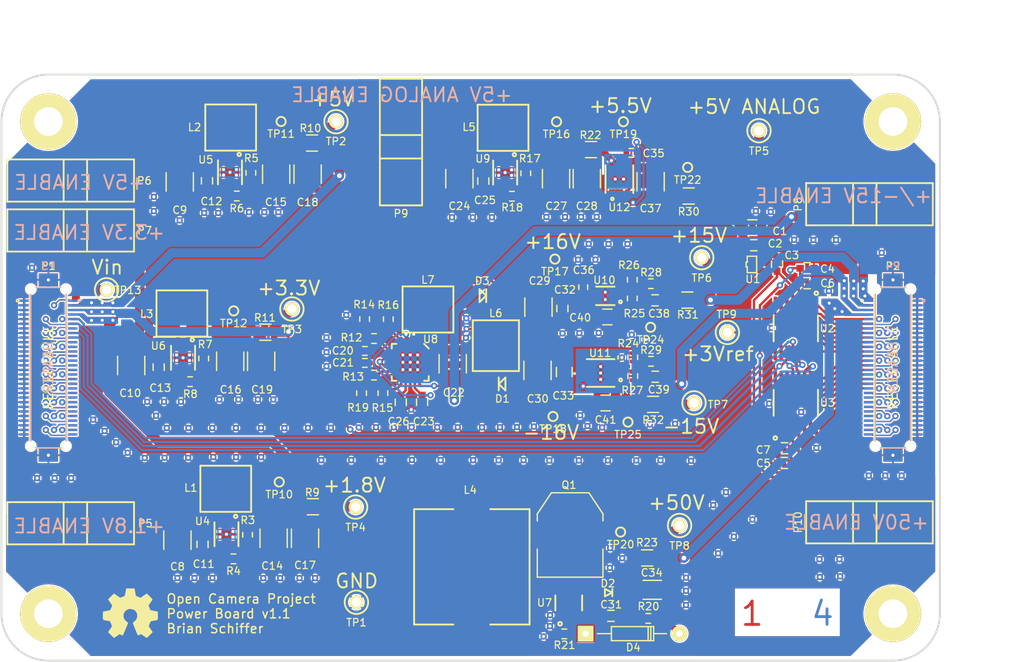
<source format=kicad_pcb>
(kicad_pcb (version 4) (host pcbnew "(2015-04-19 BZR 5613)-product")
  (title_block (title "Power Board") (date "Saturday, July 11, 2015") (rev 1.1) (company "Open Camera Project") (comment 1 "Author: Brian Schiffer"))
  (layers (0 F.Cu signal hide) (1 F_inner.Cu signal) (2 B_inner.Cu signal) (31 B.Cu signal hide) (34 B.Paste user hide) (35 F.Paste user) (36 B.SilkS user) (37 F.SilkS user) (38 B.Mask user) (39 F.Mask user) (44 Edge.Cuts user))
  (net 0 "")
  (net 1 /connectors/L1)
  (net 2 /connectors/L5)
  (net 3 /connectors/L6)
  (net 4 /connectors/L7)
  (net 5 /connectors/L8)
  (net 6 /connectors/L9)
  (net 7 /connectors/L10)
  (net 8 /connectors/L11)
  (net 9 /connectors/L12)
  (net 10 /connectors/L13)
  (net 11 /connectors/L14)
  (net 12 /connectors/L15)
  (net 13 /connectors/L16)
  (net 14 /connectors/L17)
  (net 15 /connectors/L18)
  (net 16 /connectors/L19)
  (net 17 /connectors/L20)
  (net 18 /connectors/L21)
  (net 19 /connectors/L22)
  (net 20 /connectors/L23)
  (net 21 /connectors/L24)
  (net 22 /connectors/L25)
  (net 23 /connectors/L26)
  (net 24 /connectors/L27)
  (net 25 /connectors/L28)
  (net 26 /connectors/L29)
  (net 27 /connectors/L30)
  (net 28 /connectors/R5)
  (net 29 /connectors/R6)
  (net 30 /connectors/R7)
  (net 31 /connectors/R8)
  (net 32 /connectors/R9)
  (net 33 /connectors/R10)
  (net 34 /connectors/R11)
  (net 35 /connectors/R12)
  (net 36 /connectors/R13)
  (net 37 /connectors/R14)
  (net 38 /connectors/R15)
  (net 39 /connectors/R16)
  (net 40 /connectors/R17)
  (net 41 /connectors/R18)
  (net 42 /connectors/R19)
  (net 43 /connectors/R20)
  (net 44 /connectors/R21)
  (net 45 /connectors/R22)
  (net 46 /connectors/R23)
  (net 47 /connectors/R24)
  (net 48 /connectors/R25)
  (net 49 /connectors/R26)
  (net 50 /connectors/R27)
  (net 51 /connectors/R28)
  (net 52 /connectors/R29)
  (net 53 /connectors/R30)
  (net 54 /Analog_Power/5Va)
  (net 55 /Vref_3V)
  (net 56 /Digital_Power/3.3V)
  (net 57 "Net-(C11-Pad1)")
  (net 58 "Net-(C12-Pad1)")
  (net 59 "Net-(C10-Pad1)")
  (net 60 "Net-(C14-Pad1)")
  (net 61 "Net-(C15-Pad1)")
  (net 62 "Net-(C16-Pad1)")
  (net 63 "Net-(C20-Pad2)")
  (net 64 "Net-(C21-Pad2)")
  (net 65 "Net-(C22-Pad1)")
  (net 66 "Net-(C23-Pad2)")
  (net 67 "Net-(C24-Pad1)")
  (net 68 "Net-(C26-Pad1)")
  (net 69 "Net-(C27-Pad1)")
  (net 70 /Analog_Power/+16V)
  (net 71 /Analog_Power/-16V)
  (net 72 "Net-(C31-Pad1)")
  (net 73 "Net-(C31-Pad2)")
  (net 74 "Net-(C35-Pad1)")
  (net 75 "Net-(C35-Pad2)")
  (net 76 "Net-(C36-Pad2)")
  (net 77 "Net-(C38-Pad1)")
  (net 78 "Net-(C38-Pad2)")
  (net 79 "Net-(C39-Pad1)")
  (net 80 "Net-(C39-Pad2)")
  (net 81 "Net-(D1-Pad2)")
  (net 82 "Net-(D2-Pad1)")
  (net 83 "Net-(D3-Pad1)")
  (net 84 "Net-(D4-Pad2)")
  (net 85 "Net-(L1-Pad2)")
  (net 86 "Net-(L1-Pad1)")
  (net 87 "Net-(L2-Pad2)")
  (net 88 "Net-(L2-Pad1)")
  (net 89 "Net-(L3-Pad2)")
  (net 90 "Net-(L3-Pad1)")
  (net 91 "Net-(L4-Pad1)")
  (net 92 "Net-(L5-Pad2)")
  (net 93 "Net-(L5-Pad1)")
  (net 94 "Net-(L7-Pad1)")
  (net 95 /Digital_Power/5V)
  (net 96 /Digital_Power/1.8V)
  (net 97 /Analog_Power/15Va)
  (net 98 /Analog_Power/-15Va)
  (net 99 /Analog_Power/50Va)
  (net 100 "Net-(Q1-Pad1)")
  (net 101 "Net-(R3-Pad2)")
  (net 102 "Net-(R5-Pad2)")
  (net 103 "Net-(R7-Pad2)")
  (net 104 "Net-(R12-Pad2)")
  (net 105 "Net-(R13-Pad2)")
  (net 106 "Net-(R14-Pad1)")
  (net 107 "Net-(R15-Pad2)")
  (net 108 "Net-(R17-Pad2)")
  (net 109 /Analog_Power/5.5V)
  (net 110 "Net-(R24-Pad2)")
  (net 111 "Net-(R25-Pad1)")
  (net 112 "Net-(U8-Pad8)")
  (net 113 GND)
  (net 114 "Net-(U2-Pad14)")
  (net 115 "Net-(U3-Pad14)")
  (module OpenCamera:STITCH_VIA (layer F.Cu) (at 104.4067 117.729)
    (fp_text reference "" hide)
    (fp_text value "" hide)
    (pad "" thru_hole circle (at 0 0) (size 0.6858 0.6858) (drill 0.3302) (layers *.Cu) (net 113 GND))
  )
  (module OpenCamera:STITCH_VIA (layer F.Cu) (at 102.5652 117.1702)
    (fp_text reference "" hide)
    (fp_text value "" hide)
    (pad "" thru_hole circle (at 0 0) (size 0.6858 0.6858) (drill 0.3302) (layers *.Cu) (net 113 GND))
  )
  (module OpenCamera:STITCH_VIA (layer F.Cu) (at 106.553 117.7163)
    (fp_text reference "" hide)
    (fp_text value "" hide)
    (pad "" thru_hole circle (at 0 0) (size 0.6858 0.6858) (drill 0.3302) (layers *.Cu) (net 113 GND))
  )
  (module OpenCamera:STITCH_VIA (layer F.Cu) (at 109.1184 117.7163)
    (fp_text reference "" hide)
    (fp_text value "" hide)
    (pad "" thru_hole circle (at 0 0) (size 0.6858 0.6858) (drill 0.3302) (layers *.Cu) (net 113 GND))
  )
  (module OpenCamera:STITCH_VIA (layer F.Cu) (at 111.8362 117.6401)
    (fp_text reference "" hide)
    (fp_text value "" hide)
    (pad "" thru_hole circle (at 0 0) (size 0.6858 0.6858) (drill 0.3302) (layers *.Cu) (net 113 GND))
  )
  (module OpenCamera:STITCH_VIA (layer F.Cu) (at 114.3 117.6528)
    (fp_text reference "" hide)
    (fp_text value "" hide)
    (pad "" thru_hole circle (at 0 0) (size 0.6858 0.6858) (drill 0.3302) (layers *.Cu) (net 113 GND))
  )
  (module OpenCamera:STITCH_VIA (layer F.Cu) (at 117.0178 117.6528)
    (fp_text reference "" hide)
    (fp_text value "" hide)
    (pad "" thru_hole circle (at 0 0) (size 0.6858 0.6858) (drill 0.3302) (layers *.Cu) (net 113 GND))
  )
  (module OpenCamera:STITCH_VIA (layer F.Cu) (at 105.6386 113.157)
    (fp_text reference "" hide)
    (fp_text value "" hide)
    (pad "" thru_hole circle (at 0 0) (size 0.6858 0.6858) (drill 0.3302) (layers *.Cu) (net 113 GND))
  )
  (module OpenCamera:STITCH_VIA (layer F.Cu) (at 106.7943 114.4905)
    (fp_text reference "" hide)
    (fp_text value "" hide)
    (pad "" thru_hole circle (at 0 0) (size 0.6858 0.6858) (drill 0.3302) (layers *.Cu) (net 113 GND))
  )
  (module OpenCamera:STITCH_VIA (layer F.Cu) (at 109.1438 114.4905)
    (fp_text reference "" hide)
    (fp_text value "" hide)
    (pad "" thru_hole circle (at 0 0) (size 0.6858 0.6858) (drill 0.3302) (layers *.Cu) (net 113 GND))
  )
  (module OpenCamera:STITCH_VIA (layer F.Cu) (at 111.7219 114.4905)
    (fp_text reference "" hide)
    (fp_text value "" hide)
    (pad "" thru_hole circle (at 0 0) (size 0.6858 0.6858) (drill 0.3302) (layers *.Cu) (net 113 GND))
  )
  (module OpenCamera:STITCH_VIA (layer F.Cu) (at 114.2746 114.4905)
    (fp_text reference "" hide)
    (fp_text value "" hide)
    (pad "" thru_hole circle (at 0 0) (size 0.6858 0.6858) (drill 0.3302) (layers *.Cu) (net 113 GND))
  )
  (module OpenCamera:STITCH_VIA (layer F.Cu) (at 117.0051 114.4905)
    (fp_text reference "" hide)
    (fp_text value "" hide)
    (pad "" thru_hole circle (at 0 0) (size 0.6858 0.6858) (drill 0.3302) (layers *.Cu) (net 113 GND))
  )
  (module OpenCamera:STITCH_VIA (layer F.Cu) (at 119.5324 114.5032)
    (fp_text reference "" hide)
    (fp_text value "" hide)
    (pad "" thru_hole circle (at 0 0) (size 0.6858 0.6858) (drill 0.3302) (layers *.Cu) (net 113 GND))
  )
  (module OpenCamera:STITCH_VIA (layer F.Cu) (at 122.0851 114.4778)
    (fp_text reference "" hide)
    (fp_text value "" hide)
    (pad "" thru_hole circle (at 0 0) (size 0.6858 0.6858) (drill 0.3302) (layers *.Cu) (net 113 GND))
  )
  (module OpenCamera:STITCH_VIA (layer F.Cu) (at 124.5616 114.4651)
    (fp_text reference "" hide)
    (fp_text value "" hide)
    (pad "" thru_hole circle (at 0 0) (size 0.6858 0.6858) (drill 0.3302) (layers *.Cu) (net 113 GND))
  )
  (module OpenCamera:STITCH_VIA (layer F.Cu) (at 127.5842 114.4397)
    (fp_text reference "" hide)
    (fp_text value "" hide)
    (pad "" thru_hole circle (at 0 0) (size 0.6858 0.6858) (drill 0.3302) (layers *.Cu) (net 113 GND))
  )
  (module OpenCamera:STITCH_VIA (layer F.Cu) (at 129.4511 114.4143)
    (fp_text reference "" hide)
    (fp_text value "" hide)
    (pad "" thru_hole circle (at 0 0) (size 0.6858 0.6858) (drill 0.3302) (layers *.Cu) (net 113 GND))
  )
  (module OpenCamera:STITCH_VIA (layer F.Cu) (at 131.3815 114.4143)
    (fp_text reference "" hide)
    (fp_text value "" hide)
    (pad "" thru_hole circle (at 0 0) (size 0.6858 0.6858) (drill 0.3302) (layers *.Cu) (net 113 GND))
  )
  (module OpenCamera:STITCH_VIA (layer F.Cu) (at 172.1866 91.0717)
    (fp_text reference "" hide)
    (fp_text value "" hide)
    (pad "" thru_hole circle (at 0 0) (size 0.6858 0.6858) (drill 0.3302) (layers *.Cu) (net 113 GND))
  )
  (module OpenCamera:STITCH_VIA (layer F.Cu) (at 170.5737 90.9955)
    (fp_text reference "" hide)
    (fp_text value "" hide)
    (pad "" thru_hole circle (at 0 0) (size 0.6858 0.6858) (drill 0.3302) (layers *.Cu) (net 113 GND))
  )
  (module OpenCamera:STITCH_VIA (layer F.Cu) (at 92.202 97.1296)
    (fp_text reference "" hide)
    (fp_text value "" hide)
    (pad "" thru_hole circle (at 0 0) (size 0.6858 0.6858) (drill 0.3302) (layers *.Cu) (net 113 GND))
  )
  (module OpenCamera:STITCH_VIA (layer F.Cu) (at 184.2008 95.504)
    (fp_text reference "" hide)
    (fp_text value "" hide)
    (pad "" thru_hole circle (at 0 0) (size 0.6858 0.6858) (drill 0.3302) (layers *.Cu) (net 113 GND))
  )
  (module OpenCamera:STITCH_VIA (layer F.Cu) (at 178.4858 99.6442)
    (fp_text reference "" hide)
    (fp_text value "" hide)
    (pad "" thru_hole circle (at 0 0) (size 0.6858 0.6858) (drill 0.3302) (layers *.Cu) (net 113 GND))
  )
  (module OpenCamera:STITCH_VIA (layer F.Cu) (at 179.2605 94.1197)
    (fp_text reference "" hide)
    (fp_text value "" hide)
    (pad "" thru_hole circle (at 0 0) (size 0.6858 0.6858) (drill 0.3302) (layers *.Cu) (net 113 GND))
  )
  (module OpenCamera:STITCH_VIA (layer F.Cu) (at 176.8094 94.1197)
    (fp_text reference "" hide)
    (fp_text value "" hide)
    (pad "" thru_hole circle (at 0 0) (size 0.6858 0.6858) (drill 0.3302) (layers *.Cu) (net 113 GND))
  )
  (module OpenCamera:STITCH_VIA (layer F.Cu) (at 174.7266 94.0943)
    (fp_text reference "" hide)
    (fp_text value "" hide)
    (pad "" thru_hole circle (at 0 0) (size 0.6858 0.6858) (drill 0.3302) (layers *.Cu) (net 113 GND))
  )
  (module OpenCamera:STITCH_VIA (layer F.Cu) (at 166.497 128.0795)
    (fp_text reference "" hide)
    (fp_text value "" hide)
    (pad "" thru_hole circle (at 0 0) (size 0.6858 0.6858) (drill 0.3302) (layers *.Cu) (net 113 GND))
  )
  (module OpenCamera:STITCH_VIA (layer F.Cu) (at 172.0215 111.8489)
    (fp_text reference "" hide)
    (fp_text value "" hide)
    (pad "" thru_hole circle (at 0 0) (size 0.6858 0.6858) (drill 0.3302) (layers *.Cu) (net 113 GND))
  )
  (module OpenCamera:STITCH_VIA (layer F.Cu) (at 94.6531 119.9261)
    (fp_text reference "" hide)
    (fp_text value "" hide)
    (pad "" thru_hole circle (at 0 0) (size 0.6858 0.6858) (drill 0.3302) (layers *.Cu) (net 113 GND))
  )
  (module OpenCamera:STITCH_VIA (layer F.Cu) (at 96.4438 119.9261)
    (fp_text reference "" hide)
    (fp_text value "" hide)
    (pad "" thru_hole circle (at 0 0) (size 0.6858 0.6858) (drill 0.3302) (layers *.Cu) (net 113 GND))
  )
  (module OpenCamera:STITCH_VIA (layer F.Cu) (at 92.7608 119.9261)
    (fp_text reference "" hide)
    (fp_text value "" hide)
    (pad "" thru_hole circle (at 0 0) (size 0.6858 0.6858) (drill 0.3302) (layers *.Cu) (net 113 GND))
  )
  (module OpenCamera:STITCH_VIA (layer F.Cu) (at 182.8038 119.6467)
    (fp_text reference "" hide)
    (fp_text value "" hide)
    (pad "" thru_hole circle (at 0 0) (size 0.6858 0.6858) (drill 0.3302) (layers *.Cu) (net 113 GND))
  )
  (module OpenCamera:STITCH_VIA (layer F.Cu) (at 184.5945 119.6467)
    (fp_text reference "" hide)
    (fp_text value "" hide)
    (pad "" thru_hole circle (at 0 0) (size 0.6858 0.6858) (drill 0.3302) (layers *.Cu) (net 113 GND))
  )
  (module OpenCamera:STITCH_VIA (layer F.Cu) (at 186.3598 119.6467)
    (fp_text reference "" hide)
    (fp_text value "" hide)
    (pad "" thru_hole circle (at 0 0) (size 0.6858 0.6858) (drill 0.3302) (layers *.Cu) (net 113 GND))
  )
  (module OpenCamera:STITCH_VIA (layer F.Cu) (at 179.705 130.5687)
    (fp_text reference "" hide)
    (fp_text value "" hide)
    (pad "" thru_hole circle (at 0 0) (size 0.6858 0.6858) (drill 0.3302) (layers *.Cu) (net 113 GND))
  )
  (module OpenCamera:STITCH_VIA (layer F.Cu) (at 177.5079 130.6449)
    (fp_text reference "" hide)
    (fp_text value "" hide)
    (pad "" thru_hole circle (at 0 0) (size 0.6858 0.6858) (drill 0.3302) (layers *.Cu) (net 113 GND))
  )
  (module OpenCamera:STITCH_VIA (layer F.Cu) (at 179.6288 128.7145)
    (fp_text reference "" hide)
    (fp_text value "" hide)
    (pad "" thru_hole circle (at 0 0) (size 0.6858 0.6858) (drill 0.3302) (layers *.Cu) (net 113 GND))
  )
  (module OpenCamera:STITCH_VIA (layer F.Cu) (at 177.4698 128.7145)
    (fp_text reference "" hide)
    (fp_text value "" hide)
    (pad "" thru_hole circle (at 0 0) (size 0.6858 0.6858) (drill 0.3302) (layers *.Cu) (net 113 GND))
  )
  (module OpenCamera:STITCH_VIA (layer F.Cu) (at 163.0172 130.7084)
    (fp_text reference "" hide)
    (fp_text value "" hide)
    (pad "" thru_hole circle (at 0 0) (size 0.6858 0.6858) (drill 0.3302) (layers *.Cu) (net 113 GND))
  )
  (module OpenCamera:STITCH_VIA (layer F.Cu) (at 163.0172 132.1308)
    (fp_text reference "" hide)
    (fp_text value "" hide)
    (pad "" thru_hole circle (at 0 0) (size 0.6858 0.6858) (drill 0.3302) (layers *.Cu) (net 113 GND))
  )
  (module OpenCamera:STITCH_VIA (layer F.Cu) (at 163.0172 133.6802)
    (fp_text reference "" hide)
    (fp_text value "" hide)
    (pad "" thru_hole circle (at 0 0) (size 0.6858 0.6858) (drill 0.3302) (layers *.Cu) (net 113 GND))
  )
  (module OpenCamera:STITCH_VIA (layer F.Cu) (at 156.1084 128.6002)
    (fp_text reference "" hide)
    (fp_text value "" hide)
    (pad "" thru_hole circle (at 0 0) (size 0.6858 0.6858) (drill 0.3302) (layers *.Cu) (net 113 GND))
  )
  (module OpenCamera:STITCH_VIA (layer F.Cu) (at 154.7749 129.6416)
    (fp_text reference "" hide)
    (fp_text value "" hide)
    (pad "" thru_hole circle (at 0 0) (size 0.6858 0.6858) (drill 0.3302) (layers *.Cu) (net 113 GND))
  )
  (module OpenCamera:STITCH_VIA (layer F.Cu) (at 154.813 127.508)
    (fp_text reference "" hide)
    (fp_text value "" hide)
    (pad "" thru_hole circle (at 0 0) (size 0.6858 0.6858) (drill 0.3302) (layers *.Cu) (net 113 GND))
  )
  (module OpenCamera:STITCH_VIA (layer F.Cu) (at 148.2852 135.9662)
    (fp_text reference "" hide)
    (fp_text value "" hide)
    (pad "" thru_hole circle (at 0 0) (size 0.6858 0.6858) (drill 0.3302) (layers *.Cu) (net 113 GND))
  )
  (module OpenCamera:STITCH_VIA (layer F.Cu) (at 121.1707 130.7592)
    (fp_text reference "" hide)
    (fp_text value "" hide)
    (pad "" thru_hole circle (at 0 0) (size 0.6858 0.6858) (drill 0.3302) (layers *.Cu) (net 113 GND))
  )
  (module OpenCamera:STITCH_VIA (layer F.Cu) (at 153.9367 114.4397)
    (fp_text reference "" hide)
    (fp_text value "" hide)
    (pad "" thru_hole circle (at 0 0) (size 0.6858 0.6858) (drill 0.3302) (layers *.Cu) (net 113 GND))
  )
  (module OpenCamera:STITCH_VIA (layer F.Cu) (at 157.1371 104.3813)
    (fp_text reference "" hide)
    (fp_text value "" hide)
    (pad "" thru_hole circle (at 0 0) (size 0.6858 0.6858) (drill 0.3302) (layers *.Cu) (net 113 GND))
  )
  (module OpenCamera:STITCH_VIA (layer F.Cu) (at 158.6357 104.9147)
    (fp_text reference "" hide)
    (fp_text value "" hide)
    (pad "" thru_hole circle (at 0 0) (size 0.6858 0.6858) (drill 0.3302) (layers *.Cu) (net 113 GND))
  )
  (module OpenCamera:STITCH_VIA (layer F.Cu) (at 153.2128 96.2533)
    (fp_text reference "" hide)
    (fp_text value "" hide)
    (pad "" thru_hole circle (at 0 0) (size 0.6858 0.6858) (drill 0.3302) (layers *.Cu) (net 113 GND))
  )
  (module OpenCamera:STITCH_VIA (layer F.Cu) (at 153.5557 104.1908)
    (fp_text reference "" hide)
    (fp_text value "" hide)
    (pad "" thru_hole circle (at 0 0) (size 0.6858 0.6858) (drill 0.3302) (layers *.Cu) (net 113 GND))
  )
  (module OpenCamera:STITCH_VIA (layer F.Cu) (at 151.4729 104.2162)
    (fp_text reference "" hide)
    (fp_text value "" hide)
    (pad "" thru_hole circle (at 0 0) (size 0.6858 0.6858) (drill 0.3302) (layers *.Cu) (net 113 GND))
  )
  (module OpenCamera:STITCH_VIA (layer F.Cu) (at 149.6441 104.2416)
    (fp_text reference "" hide)
    (fp_text value "" hide)
    (pad "" thru_hole circle (at 0 0) (size 0.6858 0.6858) (drill 0.3302) (layers *.Cu) (net 113 GND))
  )
  (module OpenCamera:STITCH_VIA (layer F.Cu) (at 156.6799 94.5515)
    (fp_text reference "" hide)
    (fp_text value "" hide)
    (pad "" thru_hole circle (at 0 0) (size 0.6858 0.6858) (drill 0.3302) (layers *.Cu) (net 113 GND))
  )
  (module OpenCamera:STITCH_VIA (layer F.Cu) (at 151.3332 96.2533)
    (fp_text reference "" hide)
    (fp_text value "" hide)
    (pad "" thru_hole circle (at 0 0) (size 0.6858 0.6858) (drill 0.3302) (layers *.Cu) (net 113 GND))
  )
  (module OpenCamera:STITCH_VIA (layer F.Cu) (at 153.3398 91.6178)
    (fp_text reference "" hide)
    (fp_text value "" hide)
    (pad "" thru_hole circle (at 0 0) (size 0.6858 0.6858) (drill 0.3302) (layers *.Cu) (net 113 GND))
  )
  (module OpenCamera:STITCH_VIA (layer F.Cu) (at 151.6634 91.6178)
    (fp_text reference "" hide)
    (fp_text value "" hide)
    (pad "" thru_hole circle (at 0 0) (size 0.6858 0.6858) (drill 0.3302) (layers *.Cu) (net 113 GND))
  )
  (module OpenCamera:STITCH_VIA (layer F.Cu) (at 149.9108 91.6305)
    (fp_text reference "" hide)
    (fp_text value "" hide)
    (pad "" thru_hole circle (at 0 0) (size 0.6858 0.6858) (drill 0.3302) (layers *.Cu) (net 113 GND))
  )
  (module OpenCamera:STITCH_VIA (layer F.Cu) (at 147.9042 91.6305)
    (fp_text reference "" hide)
    (fp_text value "" hide)
    (pad "" thru_hole circle (at 0 0) (size 0.6858 0.6858) (drill 0.3302) (layers *.Cu) (net 113 GND))
  )
  (module OpenCamera:STITCH_VIA (layer F.Cu) (at 110.8456 91.186)
    (fp_text reference "" hide)
    (fp_text value "" hide)
    (pad "" thru_hole circle (at 0 0) (size 0.6858 0.6858) (drill 0.3302) (layers *.Cu) (net 113 GND))
  )
  (module OpenCamera:STITCH_VIA (layer F.Cu) (at 141.9987 91.6686)
    (fp_text reference "" hide)
    (fp_text value "" hide)
    (pad "" thru_hole circle (at 0 0) (size 0.6858 0.6858) (drill 0.3302) (layers *.Cu) (net 113 GND))
  )
  (module OpenCamera:STITCH_VIA (layer F.Cu) (at 139.9286 91.6686)
    (fp_text reference "" hide)
    (fp_text value "" hide)
    (pad "" thru_hole circle (at 0 0) (size 0.6858 0.6858) (drill 0.3302) (layers *.Cu) (net 113 GND))
  )
  (module OpenCamera:STITCH_VIA (layer F.Cu) (at 137.6807 91.6686)
    (fp_text reference "" hide)
    (fp_text value "" hide)
    (pad "" thru_hole circle (at 0 0) (size 0.6858 0.6858) (drill 0.3302) (layers *.Cu) (net 113 GND))
  )
  (module OpenCamera:STITCH_VIA (layer F.Cu) (at 118.8847 91.1098)
    (fp_text reference "" hide)
    (fp_text value "" hide)
    (pad "" thru_hole circle (at 0 0) (size 0.6858 0.6858) (drill 0.3302) (layers *.Cu) (net 113 GND))
  )
  (module OpenCamera:STITCH_VIA (layer F.Cu) (at 108.1913 91.9988)
    (fp_text reference "" hide)
    (fp_text value "" hide)
    (pad "" thru_hole circle (at 0 0) (size 0.6858 0.6858) (drill 0.3302) (layers *.Cu) (net 113 GND))
  )
  (module OpenCamera:STITCH_VIA (layer F.Cu) (at 105.3973 90.9955)
    (fp_text reference "" hide)
    (fp_text value "" hide)
    (pad "" thru_hole circle (at 0 0) (size 0.6858 0.6858) (drill 0.3302) (layers *.Cu) (net 113 GND))
  )
  (module OpenCamera:STITCH_VIA (layer F.Cu) (at 105.3973 89.4461)
    (fp_text reference "" hide)
    (fp_text value "" hide)
    (pad "" thru_hole circle (at 0 0) (size 0.6858 0.6858) (drill 0.3302) (layers *.Cu) (net 113 GND))
  )
  (module OpenCamera:STITCH_VIA (layer F.Cu) (at 101.3206 116.0399)
    (fp_text reference "" hide)
    (fp_text value "" hide)
    (pad "" thru_hole circle (at 0 0) (size 0.6858 0.6858) (drill 0.3302) (layers *.Cu) (net 113 GND))
  )
  (module OpenCamera:STITCH_VIA (layer F.Cu) (at 100.0633 114.8207)
    (fp_text reference "" hide)
    (fp_text value "" hide)
    (pad "" thru_hole circle (at 0 0) (size 0.6858 0.6858) (drill 0.3302) (layers *.Cu) (net 113 GND))
  )
  (module OpenCamera:STITCH_VIA (layer F.Cu) (at 98.8314 113.5888)
    (fp_text reference "" hide)
    (fp_text value "" hide)
    (pad "" thru_hole circle (at 0 0) (size 0.6858 0.6858) (drill 0.3302) (layers *.Cu) (net 113 GND))
  )
  (module OpenCamera:STITCH_VIA (layer F.Cu) (at 170.2054 124.4092)
    (fp_text reference "" hide)
    (fp_text value "" hide)
    (pad "" thru_hole circle (at 0 0) (size 0.6858 0.6858) (drill 0.3302) (layers *.Cu) (net 113 GND))
  )
  (module OpenCamera:STITCH_VIA (layer F.Cu) (at 167.3352 121.4501)
    (fp_text reference "" hide)
    (fp_text value "" hide)
    (pad "" thru_hole circle (at 0 0) (size 0.6858 0.6858) (drill 0.3302) (layers *.Cu) (net 113 GND))
  )
  (module OpenCamera:STITCH_VIA (layer F.Cu) (at 165.9636 122.8471)
    (fp_text reference "" hide)
    (fp_text value "" hide)
    (pad "" thru_hole circle (at 0 0) (size 0.6858 0.6858) (drill 0.3302) (layers *.Cu) (net 113 GND))
  )
  (module OpenCamera:STITCH_VIA (layer F.Cu) (at 163.5633 118.0465)
    (fp_text reference "" hide)
    (fp_text value "" hide)
    (pad "" thru_hole circle (at 0 0) (size 0.6858 0.6858) (drill 0.3302) (layers *.Cu) (net 113 GND))
  )
  (module OpenCamera:STITCH_VIA (layer F.Cu) (at 161.8361 114.0333)
    (fp_text reference "" hide)
    (fp_text value "" hide)
    (pad "" thru_hole circle (at 0 0) (size 0.6858 0.6858) (drill 0.3302) (layers *.Cu) (net 113 GND))
  )
  (module OpenCamera:STITCH_VIA (layer F.Cu) (at 159.1056 114.1095)
    (fp_text reference "" hide)
    (fp_text value "" hide)
    (pad "" thru_hole circle (at 0 0) (size 0.6858 0.6858) (drill 0.3302) (layers *.Cu) (net 113 GND))
  )
  (module OpenCamera:STITCH_VIA (layer F.Cu) (at 152.3492 114.2746)
    (fp_text reference "" hide)
    (fp_text value "" hide)
    (pad "" thru_hole circle (at 0 0) (size 0.6858 0.6858) (drill 0.3302) (layers *.Cu) (net 113 GND))
  )
  (module OpenCamera:STITCH_VIA (layer F.Cu) (at 145.4277 117.983)
    (fp_text reference "" hide)
    (fp_text value "" hide)
    (pad "" thru_hole circle (at 0 0) (size 0.6858 0.6858) (drill 0.3302) (layers *.Cu) (net 113 GND))
  )
  (module OpenCamera:STITCH_VIA (layer F.Cu) (at 160.2486 117.9957)
    (fp_text reference "" hide)
    (fp_text value "" hide)
    (pad "" thru_hole circle (at 0 0) (size 0.6858 0.6858) (drill 0.3302) (layers *.Cu) (net 113 GND))
  )
  (module OpenCamera:STITCH_VIA (layer F.Cu) (at 157.6324 118.0084)
    (fp_text reference "" hide)
    (fp_text value "" hide)
    (pad "" thru_hole circle (at 0 0) (size 0.6858 0.6858) (drill 0.3302) (layers *.Cu) (net 113 GND))
  )
  (module OpenCamera:STITCH_VIA (layer F.Cu) (at 142.7226 117.9957)
    (fp_text reference "" hide)
    (fp_text value "" hide)
    (pad "" thru_hole circle (at 0 0) (size 0.6858 0.6858) (drill 0.3302) (layers *.Cu) (net 113 GND))
  )
  (module OpenCamera:STITCH_VIA (layer F.Cu) (at 142.875 114.4143)
    (fp_text reference "" hide)
    (fp_text value "" hide)
    (pad "" thru_hole circle (at 0 0) (size 0.6858 0.6858) (drill 0.3302) (layers *.Cu) (net 113 GND))
  )
  (module OpenCamera:STITCH_VIA (layer F.Cu) (at 140.9319 114.427)
    (fp_text reference "" hide)
    (fp_text value "" hide)
    (pad "" thru_hole circle (at 0 0) (size 0.6858 0.6858) (drill 0.3302) (layers *.Cu) (net 113 GND))
  )
  (module OpenCamera:STITCH_VIA (layer F.Cu) (at 138.303 114.4143)
    (fp_text reference "" hide)
    (fp_text value "" hide)
    (pad "" thru_hole circle (at 0 0) (size 0.6858 0.6858) (drill 0.3302) (layers *.Cu) (net 113 GND))
  )
  (module OpenCamera:STITCH_VIA (layer F.Cu) (at 136.0805 114.4143)
    (fp_text reference "" hide)
    (fp_text value "" hide)
    (pad "" thru_hole circle (at 0 0) (size 0.6858 0.6858) (drill 0.3302) (layers *.Cu) (net 113 GND))
  )
  (module OpenCamera:STITCH_VIA (layer F.Cu) (at 133.3119 114.4143)
    (fp_text reference "" hide)
    (fp_text value "" hide)
    (pad "" thru_hole circle (at 0 0) (size 0.6858 0.6858) (drill 0.3302) (layers *.Cu) (net 113 GND))
  )
  (module OpenCamera:STITCH_VIA (layer F.Cu) (at 126.238 102.2477)
    (fp_text reference "" hide)
    (fp_text value "" hide)
    (pad "" thru_hole circle (at 0 0) (size 0.6858 0.6858) (drill 0.3302) (layers *.Cu) (net 113 GND))
  )
  (module OpenCamera:STITCH_VIA (layer F.Cu) (at 124.0917 107.7976)
    (fp_text reference "" hide)
    (fp_text value "" hide)
    (pad "" thru_hole circle (at 0 0) (size 0.6858 0.6858) (drill 0.3302) (layers *.Cu) (net 113 GND))
  )
  (module OpenCamera:STITCH_VIA (layer F.Cu) (at 114.554 111.4044)
    (fp_text reference "" hide)
    (fp_text value "" hide)
    (pad "" thru_hole circle (at 0 0) (size 0.6858 0.6858) (drill 0.3302) (layers *.Cu) (net 113 GND))
  )
  (module OpenCamera:STITCH_VIA (layer F.Cu) (at 148.2217 118.0211)
    (fp_text reference "" hide)
    (fp_text value "" hide)
    (pad "" thru_hole circle (at 0 0) (size 0.6858 0.6858) (drill 0.3302) (layers *.Cu) (net 113 GND))
  )
  (module OpenCamera:STITCH_VIA (layer F.Cu) (at 123.5329 117.983)
    (fp_text reference "" hide)
    (fp_text value "" hide)
    (pad "" thru_hole circle (at 0 0) (size 0.6858 0.6858) (drill 0.3302) (layers *.Cu) (net 113 GND))
  )
  (module OpenCamera:STITCH_VIA (layer F.Cu) (at 133.3373 117.9576)
    (fp_text reference "" hide)
    (fp_text value "" hide)
    (pad "" thru_hole circle (at 0 0) (size 0.6858 0.6858) (drill 0.3302) (layers *.Cu) (net 113 GND))
  )
  (module OpenCamera:STITCH_VIA (layer F.Cu) (at 154.559 118.0084)
    (fp_text reference "" hide)
    (fp_text value "" hide)
    (pad "" thru_hole circle (at 0 0) (size 0.6858 0.6858) (drill 0.3302) (layers *.Cu) (net 113 GND))
  )
  (module OpenCamera:STITCH_VIA (layer F.Cu) (at 151.4094 118.0084)
    (fp_text reference "" hide)
    (fp_text value "" hide)
    (pad "" thru_hole circle (at 0 0) (size 0.6858 0.6858) (drill 0.3302) (layers *.Cu) (net 113 GND))
  )
  (module OpenCamera:STITCH_VIA (layer F.Cu) (at 139.9667 117.983)
    (fp_text reference "" hide)
    (fp_text value "" hide)
    (pad "" thru_hole circle (at 0 0) (size 0.6858 0.6858) (drill 0.3302) (layers *.Cu) (net 113 GND))
  )
  (module OpenCamera:STITCH_VIA (layer F.Cu) (at 136.4488 117.983)
    (fp_text reference "" hide)
    (fp_text value "" hide)
    (pad "" thru_hole circle (at 0 0) (size 0.6858 0.6858) (drill 0.3302) (layers *.Cu) (net 113 GND))
  )
  (module OpenCamera:STITCH_VIA (layer F.Cu) (at 130.0099 117.983)
    (fp_text reference "" hide)
    (fp_text value "" hide)
    (pad "" thru_hole circle (at 0 0) (size 0.6858 0.6858) (drill 0.3302) (layers *.Cu) (net 113 GND))
  )
  (module OpenCamera:STITCH_VIA (layer F.Cu) (at 126.7714 117.983)
    (fp_text reference "" hide)
    (fp_text value "" hide)
    (pad "" thru_hole circle (at 0 0) (size 0.6858 0.6858) (drill 0.3302) (layers *.Cu) (net 113 GND))
  )
  (module OpenCamera:STITCH_VIA (layer F.Cu) (at 179.9209 101.8794)
    (fp_text reference "" hide)
    (fp_text value "" hide)
    (pad "" thru_hole circle (at 0 0) (size 0.6858 0.6858) (drill 0.3302) (layers *.Cu) (net 99 /Analog_Power/50Va))
  )
  (module OpenCamera:STITCH_VIA (layer F.Cu) (at 179.1208 101.5619)
    (fp_text reference "" hide)
    (fp_text value "" hide)
    (pad "" thru_hole circle (at 0 0) (size 0.6858 0.6858) (drill 0.3302) (layers *.Cu) (net 99 /Analog_Power/50Va))
  )
  (module OpenCamera:STITCH_VIA (layer F.Cu) (at 178.5239 100.965)
    (fp_text reference "" hide)
    (fp_text value "" hide)
    (pad "" thru_hole circle (at 0 0) (size 0.6858 0.6858) (drill 0.3302) (layers *.Cu) (net 99 /Analog_Power/50Va))
  )
  (module OpenCamera:STITCH_VIA (layer F.Cu) (at 180.1368 100.1903)
    (fp_text reference "" hide)
    (fp_text value "" hide)
    (pad "" thru_hole circle (at 0 0) (size 0.6858 0.6858) (drill 0.3302) (layers *.Cu) (net 98 /Analog_Power/-15Va))
  )
  (module OpenCamera:STITCH_VIA (layer F.Cu) (at 180.1368 99.3648)
    (fp_text reference "" hide)
    (fp_text value "" hide)
    (pad "" thru_hole circle (at 0 0) (size 0.6858 0.6858) (drill 0.3302) (layers *.Cu) (net 98 /Analog_Power/-15Va))
  )
  (module OpenCamera:STITCH_VIA (layer F.Cu) (at 180.1495 98.5393)
    (fp_text reference "" hide)
    (fp_text value "" hide)
    (pad "" thru_hole circle (at 0 0) (size 0.6858 0.6858) (drill 0.3302) (layers *.Cu) (net 98 /Analog_Power/-15Va))
  )
  (module OpenCamera:STITCH_VIA (layer F.Cu) (at 181.1528 100.1903)
    (fp_text reference "" hide)
    (fp_text value "" hide)
    (pad "" thru_hole circle (at 0 0) (size 0.6858 0.6858) (drill 0.3302) (layers *.Cu) (net 97 /Analog_Power/15Va))
  )
  (module OpenCamera:STITCH_VIA (layer F.Cu) (at 181.1655 99.3902)
    (fp_text reference "" hide)
    (fp_text value "" hide)
    (pad "" thru_hole circle (at 0 0) (size 0.6858 0.6858) (drill 0.3302) (layers *.Cu) (net 97 /Analog_Power/15Va))
  )
  (module OpenCamera:STITCH_VIA (layer F.Cu) (at 181.1782 98.5647)
    (fp_text reference "" hide)
    (fp_text value "" hide)
    (pad "" thru_hole circle (at 0 0) (size 0.6858 0.6858) (drill 0.3302) (layers *.Cu) (net 97 /Analog_Power/15Va))
  )
  (module OpenCamera:STITCH_VIA (layer F.Cu) (at 182.3847 100.1903)
    (fp_text reference "" hide)
    (fp_text value "" hide)
    (pad "" thru_hole circle (at 0 0) (size 0.6858 0.6858) (drill 0.3302) (layers *.Cu) (net 54 /Analog_Power/5Va))
  )
  (module OpenCamera:STITCH_VIA (layer F.Cu) (at 182.2069 99.4156)
    (fp_text reference "" hide)
    (fp_text value "" hide)
    (pad "" thru_hole circle (at 0 0) (size 0.6858 0.6858) (drill 0.3302) (layers *.Cu) (net 54 /Analog_Power/5Va))
  )
  (module OpenCamera:STITCH_VIA (layer F.Cu) (at 100.965 102.8192)
    (fp_text reference "" hide)
    (fp_text value "" hide)
    (pad "" thru_hole circle (at 0 0) (size 0.6858 0.6858) (drill 0.3302) (layers *.Cu) (net 96 /Digital_Power/1.8V))
  )
  (module OpenCamera:STITCH_VIA (layer F.Cu) (at 99.8093 102.8192)
    (fp_text reference "" hide)
    (fp_text value "" hide)
    (pad "" thru_hole circle (at 0 0) (size 0.6858 0.6858) (drill 0.3302) (layers *.Cu) (net 96 /Digital_Power/1.8V))
  )
  (module OpenCamera:STITCH_VIA (layer F.Cu) (at 98.6536 102.8319)
    (fp_text reference "" hide)
    (fp_text value "" hide)
    (pad "" thru_hole circle (at 0 0) (size 0.6858 0.6858) (drill 0.3302) (layers *.Cu) (net 96 /Digital_Power/1.8V))
  )
  (module OpenCamera:STITCH_VIA (layer F.Cu) (at 100.965 101.9048)
    (fp_text reference "" hide)
    (fp_text value "" hide)
    (pad "" thru_hole circle (at 0 0) (size 0.6858 0.6858) (drill 0.3302) (layers *.Cu) (net 56 /Digital_Power/3.3V))
  )
  (module OpenCamera:STITCH_VIA (layer F.Cu) (at 99.8093 101.9048)
    (fp_text reference "" hide)
    (fp_text value "" hide)
    (pad "" thru_hole circle (at 0 0) (size 0.6858 0.6858) (drill 0.3302) (layers *.Cu) (net 56 /Digital_Power/3.3V))
  )
  (module OpenCamera:STITCH_VIA (layer F.Cu) (at 98.6536 101.9048)
    (fp_text reference "" hide)
    (fp_text value "" hide)
    (pad "" thru_hole circle (at 0 0) (size 0.6858 0.6858) (drill 0.3302) (layers *.Cu) (net 56 /Digital_Power/3.3V))
  )
  (module OpenCamera:STITCH_VIA (layer F.Cu) (at 98.6536 100.9269)
    (fp_text reference "" hide)
    (fp_text value "" hide)
    (pad "" thru_hole circle (at 0 0) (size 0.6858 0.6858) (drill 0.3302) (layers *.Cu) (net 95 /Digital_Power/5V))
  )
  (module OpenCamera:STITCH_VIA (layer F.Cu) (at 100.965 100.9269)
    (fp_text reference "" hide)
    (fp_text value "" hide)
    (pad "" thru_hole circle (at 0 0) (size 0.6858 0.6858) (drill 0.3302) (layers *.Cu) (net 95 /Digital_Power/5V))
  )
  (module OpenCamera:STITCH_VIA (layer F.Cu) (at 99.8093 100.9269)
    (fp_text reference "" hide)
    (fp_text value "" hide)
    (pad "" thru_hole circle (at 0 0) (size 0.6858 0.6858) (drill 0.3302) (layers *.Cu) (net 95 /Digital_Power/5V))
  )
  (module OpenCamera:TEST_CLIP (layer F.Cu) (at 167.5003 104.14)
    (fp_text reference TP9 (at -0.0889 -1.9558) (layer F.SilkS) (effects (font (size 0.8128 0.8128) (thickness 0.127))))
    (fp_text value Test_Point)
    (pad 1 thru_hole circle (at 0 0) (size 1.524 1.524) (drill 1.016) (layers *.Cu *.Mask F.SilkS) (net 55 /Vref_3V))
  )
  (module OpenCamera:STITCH_VIA (layer F.Cu) (at 118.3386 111.4044)
    (fp_text reference "" hide)
    (fp_text value "" hide)
    (pad "" thru_hole circle (at 0 0) (size 0.6858 0.6858) (drill 0.3302) (layers *.Cu) (net 113 GND))
  )
  (module OpenCamera:STITCH_VIA (layer F.Cu) (at 116.6622 111.4044)
    (fp_text reference "" hide)
    (fp_text value "" hide)
    (pad "" thru_hole circle (at 0 0) (size 0.6858 0.6858) (drill 0.3302) (layers *.Cu) (net 113 GND))
  )
  (module OpenCamera:STITCH_VIA (layer F.Cu) (at 112.4966 111.4044)
    (fp_text reference "" hide)
    (fp_text value "" hide)
    (pad "" thru_hole circle (at 0 0) (size 0.6858 0.6858) (drill 0.3302) (layers *.Cu) (net 113 GND))
  )
  (module OpenCamera:STITCH_VIA (layer F.Cu) (at 172.2882 103.6574)
    (fp_text reference "" hide)
    (fp_text value "" hide)
    (pad "" thru_hole circle (at 0 0) (size 0.6858 0.6858) (drill 0.3302) (layers *.Cu) (net 113 GND))
  )
  (module OpenCamera:STITCH_VIA (layer F.Cu) (at 168.1988 126.2634)
    (fp_text reference "" hide)
    (fp_text value "" hide)
    (pad "" thru_hole circle (at 0 0) (size 0.6858 0.6858) (drill 0.3302) (layers *.Cu) (net 113 GND))
  )
  (module OpenCamera:STITCH_VIA (layer F.Cu) (at 175.4886 112.7633)
    (fp_text reference "" hide)
    (fp_text value "" hide)
    (pad "" thru_hole circle (at 0 0) (size 0.6858 0.6858) (drill 0.3302) (layers *.Cu) (net 113 GND))
  )
  (module OpenCamera:STITCH_VIA (layer F.Cu) (at 177.1396 116.6495)
    (fp_text reference "" hide)
    (fp_text value "" hide)
    (pad "" thru_hole circle (at 0 0) (size 0.6858 0.6858) (drill 0.3302) (layers *.Cu) (net 113 GND))
  )
  (module OpenCamera:STITCH_VIA (layer F.Cu) (at 148.2979 134.7724)
    (fp_text reference "" hide)
    (fp_text value "" hide)
    (pad "" thru_hole circle (at 0 0) (size 0.6858 0.6858) (drill 0.3302) (layers *.Cu) (net 113 GND))
  )
  (module OpenCamera:STITCH_VIA (layer F.Cu) (at 147.5994 137.0838)
    (fp_text reference "" hide)
    (fp_text value "" hide)
    (pad "" thru_hole circle (at 0 0) (size 0.6858 0.6858) (drill 0.3302) (layers *.Cu) (net 113 GND))
  )
  (module OpenCamera:STITCH_VIA (layer F.Cu) (at 154.6225 94.5515)
    (fp_text reference "" hide)
    (fp_text value "" hide)
    (pad "" thru_hole circle (at 0 0) (size 0.6858 0.6858) (drill 0.3302) (layers *.Cu) (net 113 GND))
  )
  (module OpenCamera:STITCH_VIA (layer F.Cu) (at 152.4762 94.5388)
    (fp_text reference "" hide)
    (fp_text value "" hide)
    (pad "" thru_hole circle (at 0 0) (size 0.6858 0.6858) (drill 0.3302) (layers *.Cu) (net 113 GND))
  )
  (module OpenCamera:STITCH_VIA (layer F.Cu) (at 151.5491 113.1189)
    (fp_text reference "" hide)
    (fp_text value "" hide)
    (pad "" thru_hole circle (at 0 0) (size 0.6858 0.6858) (drill 0.3302) (layers *.Cu) (net 113 GND))
  )
  (module OpenCamera:STITCH_VIA (layer F.Cu) (at 144.7038 114.3889)
    (fp_text reference "" hide)
    (fp_text value "" hide)
    (pad "" thru_hole circle (at 0 0) (size 0.6858 0.6858) (drill 0.3302) (layers *.Cu) (net 113 GND))
  )
  (module OpenCamera:STITCH_VIA (layer F.Cu) (at 146.5453 114.3381)
    (fp_text reference "" hide)
    (fp_text value "" hide)
    (pad "" thru_hole circle (at 0 0) (size 0.6858 0.6858) (drill 0.3302) (layers *.Cu) (net 113 GND))
  )
  (module OpenCamera:STITCH_VIA (layer F.Cu) (at 104.6861 111.6457)
    (fp_text reference "" hide)
    (fp_text value "" hide)
    (pad "" thru_hole circle (at 0 0) (size 0.6858 0.6858) (drill 0.3302) (layers *.Cu) (net 113 GND))
  )
  (module OpenCamera:STITCH_VIA (layer F.Cu) (at 124.0917 106.2736)
    (fp_text reference "" hide)
    (fp_text value "" hide)
    (pad "" thru_hole circle (at 0 0) (size 0.6858 0.6858) (drill 0.3302) (layers *.Cu) (net 113 GND))
  )
  (module OpenCamera:STITCH_VIA (layer F.Cu) (at 124.0917 104.6861)
    (fp_text reference "" hide)
    (fp_text value "" hide)
    (pad "" thru_hole circle (at 0 0) (size 0.6858 0.6858) (drill 0.3302) (layers *.Cu) (net 113 GND))
  )
  (module OpenCamera:STITCH_VIA (layer F.Cu) (at 115.697 91.1098)
    (fp_text reference "" hide)
    (fp_text value "" hide)
    (pad "" thru_hole circle (at 0 0) (size 0.6858 0.6858) (drill 0.3302) (layers *.Cu) (net 113 GND))
  )
  (module OpenCamera:STITCH_VIA (layer F.Cu) (at 112.3696 91.186)
    (fp_text reference "" hide)
    (fp_text value "" hide)
    (pad "" thru_hole circle (at 0 0) (size 0.6858 0.6858) (drill 0.3302) (layers *.Cu) (net 113 GND))
  )
  (module OpenCamera:STITCH_VIA (layer F.Cu) (at 117.3607 91.1098)
    (fp_text reference "" hide)
    (fp_text value "" hide)
    (pad "" thru_hole circle (at 0 0) (size 0.6858 0.6858) (drill 0.3302) (layers *.Cu) (net 113 GND))
  )
  (module OpenCamera:STITCH_VIA (layer F.Cu) (at 106.5022 111.6457)
    (fp_text reference "" hide)
    (fp_text value "" hide)
    (pad "" thru_hole circle (at 0 0) (size 0.6858 0.6858) (drill 0.3302) (layers *.Cu) (net 113 GND))
  )
  (module OpenCamera:STITCH_VIA (layer F.Cu) (at 108.331 111.6457)
    (fp_text reference "" hide)
    (fp_text value "" hide)
    (pad "" thru_hole circle (at 0 0) (size 0.6858 0.6858) (drill 0.3302) (layers *.Cu) (net 113 GND))
  )
  (module OpenCamera:STITCH_VIA (layer F.Cu) (at 122.8598 130.7592)
    (fp_text reference "" hide)
    (fp_text value "" hide)
    (pad "" thru_hole circle (at 0 0) (size 0.6858 0.6858) (drill 0.3302) (layers *.Cu) (net 113 GND))
  )
  (module OpenCamera:STITCH_VIA (layer F.Cu) (at 119.0752 130.7592)
    (fp_text reference "" hide)
    (fp_text value "" hide)
    (pad "" thru_hole circle (at 0 0) (size 0.6858 0.6858) (drill 0.3302) (layers *.Cu) (net 113 GND))
  )
  (module OpenCamera:STITCH_VIA (layer F.Cu) (at 111.7346 130.7465)
    (fp_text reference "" hide)
    (fp_text value "" hide)
    (pad "" thru_hole circle (at 0 0) (size 0.6858 0.6858) (drill 0.3302) (layers *.Cu) (net 113 GND))
  )
  (module OpenCamera:STITCH_VIA (layer F.Cu) (at 109.7915 130.7465)
    (fp_text reference "" hide)
    (fp_text value "" hide)
    (pad "" thru_hole circle (at 0 0) (size 0.6858 0.6858) (drill 0.3302) (layers *.Cu) (net 113 GND))
  )
  (module OpenCamera:STITCH_VIA (layer F.Cu) (at 107.95 130.7465)
    (fp_text reference "" hide)
    (fp_text value "" hide)
    (pad "" thru_hole circle (at 0 0) (size 0.6858 0.6858) (drill 0.3302) (layers *.Cu) (net 113 GND))
  )
  (module OpenCamera:STITCH_VIA (layer F.Cu) (at 117.2464 130.7592)
    (fp_text reference "" hide)
    (fp_text value "" hide)
    (pad "" thru_hole circle (at 0 0) (size 0.6858 0.6858) (drill 0.3302) (layers *.Cu) (net 113 GND))
  )
  (module Capacitors_SMD:C_0402 (layer F.Cu) (at 151.892 99.2378 270)
    (fp_text reference C36 (at -1.8542 -0.0508 360) (layer F.SilkS) (effects (font (size 0.8128 0.8128) (thickness 0.127))))
    (fp_text value 1nF)
    (pad 1 smd rect (at -0.55 0 270) (size 0.6 0.5) (layers F.Cu F.Paste F.Mask) (net 113 GND))
    (pad 2 smd rect (at 0.55 0 270) (size 0.6 0.5) (layers F.Cu F.Paste F.Mask) (net 76 "Net-(C36-Pad2)"))
  )
  (module Capacitors_SMD:C_0402 (layer F.Cu) (at 128.2446 107.442)
    (fp_text reference C21 (at -2.3622 -0.0254) (layer F.SilkS) (effects (font (size 0.8128 0.8128) (thickness 0.127))))
    (fp_text value 47nF)
    (pad 1 smd rect (at -0.55 0) (size 0.6 0.5) (layers F.Cu F.Paste F.Mask) (net 113 GND))
    (pad 2 smd rect (at 0.55 0) (size 0.6 0.5) (layers F.Cu F.Paste F.Mask) (net 64 "Net-(C21-Pad2)"))
  )
  (module OpenCamera:oshw_logo (layer F.Cu) (at 102.87 134.62)
    (fp_text reference "" hide)
    (fp_text value "" hide)
  )
  (module OpenCamera:MOUNTING_HOLE (layer F.Cu) (at 94.615 134.874)
    (fp_text reference "" hide)
    (fp_text value "" hide)
    (pad 1 thru_hole oval (at -0.635 -0.254) (size 6.1 6.1) (drill 3.1) (layers *.Cu *.Mask F.SilkS))
  )
  (module OpenCamera:MOUNTING_HOLE (layer F.Cu) (at 95.631 83.439)
    (fp_text reference "" hide)
    (fp_text value "" hide)
    (pad 1 thru_hole oval (at -1.651 -2.159) (size 6.1 6.1) (drill 3.1) (layers *.Cu *.Mask F.SilkS))
  )
  (module OpenCamera:MOUNTING_HOLE (layer F.Cu) (at 184.531 82.169)
    (fp_text reference "" hide)
    (fp_text value "" hide)
    (pad 1 thru_hole oval (at 0.889 -0.889) (size 6.1 6.1) (drill 3.1) (layers *.Cu *.Mask F.SilkS))
  )
  (module OpenCamera:MOUNTING_HOLE (layer F.Cu) (at 183.007 133.604)
    (fp_text reference "" hide)
    (fp_text value "" hide)
    (pad 1 thru_hole oval (at 2.413 1.016) (size 6.1 6.1) (drill 3.1) (layers *.Cu *.Mask F.SilkS))
  )
  (module OpenCamera:STITCH_VIA (layer F.Cu) (at 187.5282 97.6376)
    (fp_text reference "" hide)
    (fp_text value "" hide)
  )
  (module OpenCamera:STITCH_VIA (layer F.Cu) (at 185.42 117.4496)
    (fp_text reference "" hide)
    (fp_text value "" hide)
  )
  (module OpenCamera:STITCH_VIA (layer F.Cu) (at 93.98 98.4504)
    (fp_text reference "" hide)
    (fp_text value "" hide)
  )
  (module OpenCamera:STITCH_VIA (layer F.Cu) (at 93.98 117.4496)
    (fp_text reference "" hide)
    (fp_text value "" hide)
  )
  (module OpenCamera:DF17_60_RECEPTACLE (layer F.Cu) (at 93.98 107.95)
    (fp_text reference P1 (at 0 -11) (layer F.SilkS) (effects (font (size 0.8128 0.8128) (thickness 0.127))))
    (fp_text value CONN_LEFT_TOP hide)
    (fp_text user RECEPTACLE (at 0 0 90) (layer F.SilkS))
    (pad 62 thru_hole circle (at 0 9.5) (size 0.6858 0.6858) (drill 0.3302) (layers *.Cu) (net 113 GND))
    (pad 62 smd rect (at 0 9.5) (size 2.1 1.4) (layers F.Cu F.Paste F.Mask) (net 113 GND))
    (pad 1 smd rect (at -2.65 -7.25) (size 1 0.25) (layers F.Cu F.Paste F.Mask) (net 113 GND))
    (pad 3 smd rect (at -2.65 -6.75) (size 1 0.25) (layers F.Cu F.Paste F.Mask) (net 113 GND))
    (pad 5 smd rect (at -2.65 -6.25) (size 1 0.25) (layers F.Cu F.Paste F.Mask) (net 113 GND))
    (pad 7 smd rect (at -2.65 -5.75) (size 1 0.25) (layers F.Cu F.Paste F.Mask) (net 113 GND))
    (pad 9 smd rect (at -2.65 -5.25) (size 1 0.25) (layers F.Cu F.Paste F.Mask) (net 113 GND))
    (pad 11 smd rect (at -2.65 -4.75) (size 1 0.25) (layers F.Cu F.Paste F.Mask) (net 113 GND))
    (pad 13 smd rect (at -2.65 -4.25) (size 1 0.25) (layers F.Cu F.Paste F.Mask) (net 113 GND))
    (pad 15 smd rect (at -2.65 -3.75) (size 1 0.25) (layers F.Cu F.Paste F.Mask) (net 113 GND))
    (pad 17 smd rect (at -2.65 -3.25) (size 1 0.25) (layers F.Cu F.Paste F.Mask) (net 113 GND))
    (pad 19 smd rect (at -2.65 -2.75) (size 1 0.25) (layers F.Cu F.Paste F.Mask) (net 113 GND))
    (pad 21 smd rect (at -2.65 -2.25) (size 1 0.25) (layers F.Cu F.Paste F.Mask) (net 113 GND))
    (pad 23 smd rect (at -2.65 -1.75) (size 1 0.25) (layers F.Cu F.Paste F.Mask) (net 113 GND))
    (pad 25 smd rect (at -2.65 -1.25) (size 1 0.25) (layers F.Cu F.Paste F.Mask) (net 113 GND))
    (pad 27 smd rect (at -2.65 -0.75) (size 1 0.25) (layers F.Cu F.Paste F.Mask) (net 113 GND))
    (pad 29 smd rect (at -2.65 -0.25) (size 1 0.25) (layers F.Cu F.Paste F.Mask) (net 113 GND))
    (pad 31 smd rect (at -2.65 0.25) (size 1 0.25) (layers F.Cu F.Paste F.Mask) (net 113 GND))
    (pad 33 smd rect (at -2.65 0.75) (size 1 0.25) (layers F.Cu F.Paste F.Mask) (net 113 GND))
    (pad 35 smd rect (at -2.65 1.25) (size 1 0.25) (layers F.Cu F.Paste F.Mask) (net 113 GND))
    (pad 37 smd rect (at -2.65 1.75) (size 1 0.25) (layers F.Cu F.Paste F.Mask) (net 113 GND))
    (pad 39 smd rect (at -2.65 2.25) (size 1 0.25) (layers F.Cu F.Paste F.Mask) (net 113 GND))
    (pad 41 smd rect (at -2.65 2.75) (size 1 0.25) (layers F.Cu F.Paste F.Mask) (net 113 GND))
    (pad 43 smd rect (at -2.65 3.25) (size 1 0.25) (layers F.Cu F.Paste F.Mask) (net 113 GND))
    (pad 45 smd rect (at -2.65 3.75) (size 1 0.25) (layers F.Cu F.Paste F.Mask) (net 113 GND))
    (pad 47 smd rect (at -2.65 4.25) (size 1 0.25) (layers F.Cu F.Paste F.Mask) (net 113 GND))
    (pad 49 smd rect (at -2.65 4.75) (size 1 0.25) (layers F.Cu F.Paste F.Mask) (net 113 GND))
    (pad 51 smd rect (at -2.65 5.25) (size 1 0.25) (layers F.Cu F.Paste F.Mask) (net 113 GND))
    (pad 53 smd rect (at -2.65 5.75) (size 1 0.25) (layers F.Cu F.Paste F.Mask) (net 113 GND))
    (pad 55 smd rect (at -2.65 6.25) (size 1 0.25) (layers F.Cu F.Paste F.Mask) (net 113 GND))
    (pad 57 smd rect (at -2.65 6.75) (size 1 0.25) (layers F.Cu F.Paste F.Mask) (net 113 GND))
    (pad 59 smd rect (at -2.65 7.25) (size 1 0.25) (layers F.Cu F.Paste F.Mask) (net 113 GND))
    (pad 2 smd rect (at 2.65 -7.25) (size 1 0.25) (layers F.Cu F.Paste F.Mask) (net 1 /connectors/L1))
    (pad 4 smd rect (at 2.65 -6.75) (size 1 0.25) (layers F.Cu F.Paste F.Mask) (net 95 /Digital_Power/5V))
    (pad 6 smd rect (at 2.65 -6.25) (size 1 0.25) (layers F.Cu F.Paste F.Mask) (net 56 /Digital_Power/3.3V))
    (pad 8 smd rect (at 2.65 -5.75) (size 1 0.25) (layers F.Cu F.Paste F.Mask) (net 96 /Digital_Power/1.8V))
    (pad 10 smd rect (at 2.65 -5.25) (size 1 0.25) (layers F.Cu F.Paste F.Mask) (net 2 /connectors/L5))
    (pad 12 smd rect (at 2.65 -4.75) (size 1 0.25) (layers F.Cu F.Paste F.Mask) (net 3 /connectors/L6))
    (pad 14 smd rect (at 2.65 -4.25) (size 1 0.25) (layers F.Cu F.Paste F.Mask) (net 4 /connectors/L7))
    (pad 16 smd rect (at 2.65 -3.75) (size 1 0.25) (layers F.Cu F.Paste F.Mask) (net 5 /connectors/L8))
    (pad 18 smd rect (at 2.65 -3.25) (size 1 0.25) (layers F.Cu F.Paste F.Mask) (net 6 /connectors/L9))
    (pad 20 smd rect (at 2.65 -2.75) (size 1 0.25) (layers F.Cu F.Paste F.Mask) (net 7 /connectors/L10))
    (pad 22 smd rect (at 2.65 -2.25) (size 1 0.25) (layers F.Cu F.Paste F.Mask) (net 8 /connectors/L11))
    (pad 24 smd rect (at 2.65 -1.75) (size 1 0.25) (layers F.Cu F.Paste F.Mask) (net 9 /connectors/L12))
    (pad 26 smd rect (at 2.65 -1.25) (size 1 0.25) (layers F.Cu F.Paste F.Mask) (net 10 /connectors/L13))
    (pad 28 smd rect (at 2.65 -0.75) (size 1 0.25) (layers F.Cu F.Paste F.Mask) (net 11 /connectors/L14))
    (pad 30 smd rect (at 2.65 -0.25) (size 1 0.25) (layers F.Cu F.Paste F.Mask) (net 12 /connectors/L15))
    (pad 32 smd rect (at 2.65 0.25) (size 1 0.25) (layers F.Cu F.Paste F.Mask) (net 13 /connectors/L16))
    (pad 34 smd rect (at 2.65 0.75) (size 1 0.25) (layers F.Cu F.Paste F.Mask) (net 14 /connectors/L17))
    (pad 36 smd rect (at 2.65 1.25) (size 1 0.25) (layers F.Cu F.Paste F.Mask) (net 15 /connectors/L18))
    (pad 38 smd rect (at 2.65 1.75) (size 1 0.25) (layers F.Cu F.Paste F.Mask) (net 16 /connectors/L19))
    (pad 40 smd rect (at 2.65 2.25) (size 1 0.25) (layers F.Cu F.Paste F.Mask) (net 17 /connectors/L20))
    (pad 42 smd rect (at 2.65 2.75) (size 1 0.25) (layers F.Cu F.Paste F.Mask) (net 18 /connectors/L21))
    (pad 44 smd rect (at 2.65 3.25) (size 1 0.25) (layers F.Cu F.Paste F.Mask) (net 19 /connectors/L22))
    (pad 46 smd rect (at 2.65 3.75) (size 1 0.25) (layers F.Cu F.Paste F.Mask) (net 20 /connectors/L23))
    (pad 48 smd rect (at 2.65 4.25) (size 1 0.25) (layers F.Cu F.Paste F.Mask) (net 21 /connectors/L24))
    (pad 50 smd rect (at 2.65 4.75) (size 1 0.25) (layers F.Cu F.Paste F.Mask) (net 22 /connectors/L25))
    (pad 52 smd rect (at 2.65 5.25) (size 1 0.25) (layers F.Cu F.Paste F.Mask) (net 23 /connectors/L26))
    (pad 54 smd rect (at 2.65 5.75) (size 1 0.25) (layers F.Cu F.Paste F.Mask) (net 24 /connectors/L27))
    (pad 56 smd rect (at 2.65 6.25) (size 1 0.25) (layers F.Cu F.Paste F.Mask) (net 25 /connectors/L28))
    (pad 58 smd rect (at 2.65 6.75) (size 1 0.25) (layers F.Cu F.Paste F.Mask) (net 26 /connectors/L29))
    (pad 60 smd rect (at 2.65 7.25) (size 1 0.25) (layers F.Cu F.Paste F.Mask) (net 27 /connectors/L30))
    (pad 61 smd rect (at 0 -9.5) (size 2.1 1.4) (layers F.Cu F.Paste F.Mask) (net 113 GND))
    (pad "" np_thru_hole circle (at -1.9 -8.5) (size 1 1) (drill 1) (layers *.Cu *.Mask F.SilkS))
    (pad "" np_thru_hole circle (at -1.9 8.5) (size 1 1) (drill 1) (layers *.Cu *.Mask F.SilkS))
    (pad 61 thru_hole circle (at 0 -9.5) (size 0.6858 0.6858) (drill 0.3302) (layers *.Cu) (net 113 GND))
  )
  (module OpenCamera:DF17_60_RECEPTACLE (layer F.Cu) (at 185.42 107.95)
    (fp_text reference P2 (at 0 -11) (layer F.SilkS) (effects (font (size 0.8128 0.8128) (thickness 0.127))))
    (fp_text value CONN_RIGHT_TOP hide)
    (fp_text user RECEPTACLE (at 0 0 90) (layer F.SilkS))
    (pad 62 thru_hole circle (at 0 9.5) (size 0.6858 0.6858) (drill 0.3302) (layers *.Cu) (net 113 GND))
    (pad 62 smd rect (at 0 9.5) (size 2.1 1.4) (layers F.Cu F.Paste F.Mask) (net 113 GND))
    (pad 1 smd rect (at -2.65 -7.25) (size 1 0.25) (layers F.Cu F.Paste F.Mask) (net 54 /Analog_Power/5Va))
    (pad 3 smd rect (at -2.65 -6.75) (size 1 0.25) (layers F.Cu F.Paste F.Mask) (net 97 /Analog_Power/15Va))
    (pad 5 smd rect (at -2.65 -6.25) (size 1 0.25) (layers F.Cu F.Paste F.Mask) (net 98 /Analog_Power/-15Va))
    (pad 7 smd rect (at -2.65 -5.75) (size 1 0.25) (layers F.Cu F.Paste F.Mask) (net 99 /Analog_Power/50Va))
    (pad 9 smd rect (at -2.65 -5.25) (size 1 0.25) (layers F.Cu F.Paste F.Mask) (net 28 /connectors/R5))
    (pad 11 smd rect (at -2.65 -4.75) (size 1 0.25) (layers F.Cu F.Paste F.Mask) (net 29 /connectors/R6))
    (pad 13 smd rect (at -2.65 -4.25) (size 1 0.25) (layers F.Cu F.Paste F.Mask) (net 30 /connectors/R7))
    (pad 15 smd rect (at -2.65 -3.75) (size 1 0.25) (layers F.Cu F.Paste F.Mask) (net 31 /connectors/R8))
    (pad 17 smd rect (at -2.65 -3.25) (size 1 0.25) (layers F.Cu F.Paste F.Mask) (net 32 /connectors/R9))
    (pad 19 smd rect (at -2.65 -2.75) (size 1 0.25) (layers F.Cu F.Paste F.Mask) (net 33 /connectors/R10))
    (pad 21 smd rect (at -2.65 -2.25) (size 1 0.25) (layers F.Cu F.Paste F.Mask) (net 34 /connectors/R11))
    (pad 23 smd rect (at -2.65 -1.75) (size 1 0.25) (layers F.Cu F.Paste F.Mask) (net 35 /connectors/R12))
    (pad 25 smd rect (at -2.65 -1.25) (size 1 0.25) (layers F.Cu F.Paste F.Mask) (net 36 /connectors/R13))
    (pad 27 smd rect (at -2.65 -0.75) (size 1 0.25) (layers F.Cu F.Paste F.Mask) (net 37 /connectors/R14))
    (pad 29 smd rect (at -2.65 -0.25) (size 1 0.25) (layers F.Cu F.Paste F.Mask) (net 38 /connectors/R15))
    (pad 31 smd rect (at -2.65 0.25) (size 1 0.25) (layers F.Cu F.Paste F.Mask) (net 39 /connectors/R16))
    (pad 33 smd rect (at -2.65 0.75) (size 1 0.25) (layers F.Cu F.Paste F.Mask) (net 40 /connectors/R17))
    (pad 35 smd rect (at -2.65 1.25) (size 1 0.25) (layers F.Cu F.Paste F.Mask) (net 41 /connectors/R18))
    (pad 37 smd rect (at -2.65 1.75) (size 1 0.25) (layers F.Cu F.Paste F.Mask) (net 42 /connectors/R19))
    (pad 39 smd rect (at -2.65 2.25) (size 1 0.25) (layers F.Cu F.Paste F.Mask) (net 43 /connectors/R20))
    (pad 41 smd rect (at -2.65 2.75) (size 1 0.25) (layers F.Cu F.Paste F.Mask) (net 44 /connectors/R21))
    (pad 43 smd rect (at -2.65 3.25) (size 1 0.25) (layers F.Cu F.Paste F.Mask) (net 45 /connectors/R22))
    (pad 45 smd rect (at -2.65 3.75) (size 1 0.25) (layers F.Cu F.Paste F.Mask) (net 46 /connectors/R23))
    (pad 47 smd rect (at -2.65 4.25) (size 1 0.25) (layers F.Cu F.Paste F.Mask) (net 47 /connectors/R24))
    (pad 49 smd rect (at -2.65 4.75) (size 1 0.25) (layers F.Cu F.Paste F.Mask) (net 48 /connectors/R25))
    (pad 51 smd rect (at -2.65 5.25) (size 1 0.25) (layers F.Cu F.Paste F.Mask) (net 49 /connectors/R26))
    (pad 53 smd rect (at -2.65 5.75) (size 1 0.25) (layers F.Cu F.Paste F.Mask) (net 50 /connectors/R27))
    (pad 55 smd rect (at -2.65 6.25) (size 1 0.25) (layers F.Cu F.Paste F.Mask) (net 51 /connectors/R28))
    (pad 57 smd rect (at -2.65 6.75) (size 1 0.25) (layers F.Cu F.Paste F.Mask) (net 52 /connectors/R29))
    (pad 59 smd rect (at -2.65 7.25) (size 1 0.25) (layers F.Cu F.Paste F.Mask) (net 53 /connectors/R30))
    (pad 2 smd rect (at 2.65 -7.25) (size 1 0.25) (layers F.Cu F.Paste F.Mask) (net 113 GND))
    (pad 4 smd rect (at 2.65 -6.75) (size 1 0.25) (layers F.Cu F.Paste F.Mask) (net 113 GND))
    (pad 6 smd rect (at 2.65 -6.25) (size 1 0.25) (layers F.Cu F.Paste F.Mask) (net 113 GND))
    (pad 8 smd rect (at 2.65 -5.75) (size 1 0.25) (layers F.Cu F.Paste F.Mask) (net 113 GND))
    (pad 10 smd rect (at 2.65 -5.25) (size 1 0.25) (layers F.Cu F.Paste F.Mask) (net 113 GND))
    (pad 12 smd rect (at 2.65 -4.75) (size 1 0.25) (layers F.Cu F.Paste F.Mask) (net 113 GND))
    (pad 14 smd rect (at 2.65 -4.25) (size 1 0.25) (layers F.Cu F.Paste F.Mask) (net 113 GND))
    (pad 16 smd rect (at 2.65 -3.75) (size 1 0.25) (layers F.Cu F.Paste F.Mask) (net 113 GND))
    (pad 18 smd rect (at 2.65 -3.25) (size 1 0.25) (layers F.Cu F.Paste F.Mask) (net 113 GND))
    (pad 20 smd rect (at 2.65 -2.75) (size 1 0.25) (layers F.Cu F.Paste F.Mask) (net 113 GND))
    (pad 22 smd rect (at 2.65 -2.25) (size 1 0.25) (layers F.Cu F.Paste F.Mask) (net 113 GND))
    (pad 24 smd rect (at 2.65 -1.75) (size 1 0.25) (layers F.Cu F.Paste F.Mask) (net 113 GND))
    (pad 26 smd rect (at 2.65 -1.25) (size 1 0.25) (layers F.Cu F.Paste F.Mask) (net 113 GND))
    (pad 28 smd rect (at 2.65 -0.75) (size 1 0.25) (layers F.Cu F.Paste F.Mask) (net 113 GND))
    (pad 30 smd rect (at 2.65 -0.25) (size 1 0.25) (layers F.Cu F.Paste F.Mask) (net 113 GND))
    (pad 32 smd rect (at 2.65 0.25) (size 1 0.25) (layers F.Cu F.Paste F.Mask) (net 113 GND))
    (pad 34 smd rect (at 2.65 0.75) (size 1 0.25) (layers F.Cu F.Paste F.Mask) (net 113 GND))
    (pad 36 smd rect (at 2.65 1.25) (size 1 0.25) (layers F.Cu F.Paste F.Mask) (net 113 GND))
    (pad 38 smd rect (at 2.65 1.75) (size 1 0.25) (layers F.Cu F.Paste F.Mask) (net 113 GND))
    (pad 40 smd rect (at 2.65 2.25) (size 1 0.25) (layers F.Cu F.Paste F.Mask) (net 113 GND))
    (pad 42 smd rect (at 2.65 2.75) (size 1 0.25) (layers F.Cu F.Paste F.Mask) (net 113 GND))
    (pad 44 smd rect (at 2.65 3.25) (size 1 0.25) (layers F.Cu F.Paste F.Mask) (net 113 GND))
    (pad 46 smd rect (at 2.65 3.75) (size 1 0.25) (layers F.Cu F.Paste F.Mask) (net 113 GND))
    (pad 48 smd rect (at 2.65 4.25) (size 1 0.25) (layers F.Cu F.Paste F.Mask) (net 113 GND))
    (pad 50 smd rect (at 2.65 4.75) (size 1 0.25) (layers F.Cu F.Paste F.Mask) (net 113 GND))
    (pad 52 smd rect (at 2.65 5.25) (size 1 0.25) (layers F.Cu F.Paste F.Mask) (net 113 GND))
    (pad 54 smd rect (at 2.65 5.75) (size 1 0.25) (layers F.Cu F.Paste F.Mask) (net 113 GND))
    (pad 56 smd rect (at 2.65 6.25) (size 1 0.25) (layers F.Cu F.Paste F.Mask) (net 113 GND))
    (pad 58 smd rect (at 2.65 6.75) (size 1 0.25) (layers F.Cu F.Paste F.Mask) (net 113 GND))
    (pad 60 smd rect (at 2.65 7.25) (size 1 0.25) (layers F.Cu F.Paste F.Mask) (net 113 GND))
    (pad 61 smd rect (at 0 -9.5) (size 2.1 1.4) (layers F.Cu F.Paste F.Mask) (net 113 GND))
    (pad "" np_thru_hole circle (at -1.9 -8.5) (size 1 1) (drill 1) (layers *.Cu *.Mask F.SilkS))
    (pad "" np_thru_hole circle (at -1.9 8.5) (size 1 1) (drill 1) (layers *.Cu *.Mask F.SilkS))
    (pad 61 thru_hole circle (at 0 -9.5) (size 0.6858 0.6858) (drill 0.3302) (layers *.Cu) (net 113 GND))
  )
  (module OpenCamera:DF17_60_HEADER (layer B.Cu) (at 185.42 107.95 180)
    (fp_text reference P4 (at 0 11 180) (layer B.SilkS) (effects (font (size 0.8128 0.8128) (thickness 0.127)) (justify mirror)))
    (fp_text value CONN_RIGHT_BOTTOM hide)
    (fp_text user HEADER (at 0 0 450) (layer B.SilkS) (effects (justify mirror)))
    (pad "" np_thru_hole circle (at -1.9 8.5 180) (size 1 1) (drill 1) (layers *.Cu *.Mask B.SilkS))
    (pad 62 smd rect (at 0 -9.5 180) (size 2.1 1.4) (layers B.Cu B.Paste B.Mask) (net 113 GND))
    (pad 1 smd rect (at -2.575 7.25 180) (size 1.15 0.25) (layers B.Cu B.Paste B.Mask) (net 113 GND))
    (pad 3 smd rect (at -2.575 6.75 180) (size 1.15 0.25) (layers B.Cu B.Paste B.Mask) (net 113 GND))
    (pad 5 smd rect (at -2.575 6.25 180) (size 1.15 0.25) (layers B.Cu B.Paste B.Mask) (net 113 GND))
    (pad 7 smd rect (at -2.575 5.75 180) (size 1.15 0.25) (layers B.Cu B.Paste B.Mask) (net 113 GND))
    (pad 9 smd rect (at -2.575 5.25 180) (size 1.15 0.25) (layers B.Cu B.Paste B.Mask) (net 113 GND))
    (pad 11 smd rect (at -2.575 4.75 180) (size 1.15 0.25) (layers B.Cu B.Paste B.Mask) (net 113 GND))
    (pad 13 smd rect (at -2.575 4.25 180) (size 1.15 0.25) (layers B.Cu B.Paste B.Mask) (net 113 GND))
    (pad 15 smd rect (at -2.575 3.75 180) (size 1.15 0.25) (layers B.Cu B.Paste B.Mask) (net 113 GND))
    (pad 17 smd rect (at -2.575 3.25 180) (size 1.15 0.25) (layers B.Cu B.Paste B.Mask) (net 113 GND))
    (pad 19 smd rect (at -2.575 2.75 180) (size 1.15 0.25) (layers B.Cu B.Paste B.Mask) (net 113 GND))
    (pad 21 smd rect (at -2.575 2.25 180) (size 1.15 0.25) (layers B.Cu B.Paste B.Mask) (net 113 GND))
    (pad 23 smd rect (at -2.575 1.75 180) (size 1.15 0.25) (layers B.Cu B.Paste B.Mask) (net 113 GND))
    (pad 25 smd rect (at -2.575 1.25 180) (size 1.15 0.25) (layers B.Cu B.Paste B.Mask) (net 113 GND))
    (pad 27 smd rect (at -2.575 0.75 180) (size 1.15 0.25) (layers B.Cu B.Paste B.Mask) (net 113 GND))
    (pad 29 smd rect (at -2.575 0.25 180) (size 1.15 0.25) (layers B.Cu B.Paste B.Mask) (net 113 GND))
    (pad 31 smd rect (at -2.575 -0.25 180) (size 1.15 0.25) (layers B.Cu B.Paste B.Mask) (net 113 GND))
    (pad 33 smd rect (at -2.575 -0.75 180) (size 1.15 0.25) (layers B.Cu B.Paste B.Mask) (net 113 GND))
    (pad 35 smd rect (at -2.575 -1.25 180) (size 1.15 0.25) (layers B.Cu B.Paste B.Mask) (net 113 GND))
    (pad 37 smd rect (at -2.575 -1.75 180) (size 1.15 0.25) (layers B.Cu B.Paste B.Mask) (net 113 GND))
    (pad 39 smd rect (at -2.575 -2.25 180) (size 1.15 0.25) (layers B.Cu B.Paste B.Mask) (net 113 GND))
    (pad 41 smd rect (at -2.575 -2.75 180) (size 1.15 0.25) (layers B.Cu B.Paste B.Mask) (net 113 GND))
    (pad 43 smd rect (at -2.575 -3.25 180) (size 1.15 0.25) (layers B.Cu B.Paste B.Mask) (net 113 GND))
    (pad 45 smd rect (at -2.575 -3.75 180) (size 1.15 0.25) (layers B.Cu B.Paste B.Mask) (net 113 GND))
    (pad 47 smd rect (at -2.575 -4.25 180) (size 1.15 0.25) (layers B.Cu B.Paste B.Mask) (net 113 GND))
    (pad 49 smd rect (at -2.575 -4.75 180) (size 1.15 0.25) (layers B.Cu B.Paste B.Mask) (net 113 GND))
    (pad 51 smd rect (at -2.575 -5.25 180) (size 1.15 0.25) (layers B.Cu B.Paste B.Mask) (net 113 GND))
    (pad 53 smd rect (at -2.575 -5.75 180) (size 1.15 0.25) (layers B.Cu B.Paste B.Mask) (net 113 GND))
    (pad 55 smd rect (at -2.575 -6.25 180) (size 1.15 0.25) (layers B.Cu B.Paste B.Mask) (net 113 GND))
    (pad 57 smd rect (at -2.575 -6.75 180) (size 1.15 0.25) (layers B.Cu B.Paste B.Mask) (net 113 GND))
    (pad 59 smd rect (at -2.575 -7.25 180) (size 1.15 0.25) (layers B.Cu B.Paste B.Mask) (net 113 GND))
    (pad 2 smd rect (at 2.575 7.25 180) (size 1.15 0.25) (layers B.Cu B.Paste B.Mask) (net 54 /Analog_Power/5Va))
    (pad 4 smd rect (at 2.575 6.75 180) (size 1.15 0.25) (layers B.Cu B.Paste B.Mask) (net 97 /Analog_Power/15Va))
    (pad 6 smd rect (at 2.575 6.25 180) (size 1.15 0.25) (layers B.Cu B.Paste B.Mask) (net 98 /Analog_Power/-15Va))
    (pad 8 smd rect (at 2.575 5.75 180) (size 1.15 0.25) (layers B.Cu B.Paste B.Mask) (net 99 /Analog_Power/50Va))
    (pad 10 smd rect (at 2.575 5.25 180) (size 1.15 0.25) (layers B.Cu B.Paste B.Mask) (net 28 /connectors/R5))
    (pad 12 smd rect (at 2.575 4.75 180) (size 1.15 0.25) (layers B.Cu B.Paste B.Mask) (net 29 /connectors/R6))
    (pad 14 smd rect (at 2.575 4.25 180) (size 1.15 0.25) (layers B.Cu B.Paste B.Mask) (net 30 /connectors/R7))
    (pad 16 smd rect (at 2.575 3.75 180) (size 1.15 0.25) (layers B.Cu B.Paste B.Mask) (net 31 /connectors/R8))
    (pad 18 smd rect (at 2.575 3.25 180) (size 1.15 0.25) (layers B.Cu B.Paste B.Mask) (net 32 /connectors/R9))
    (pad 20 smd rect (at 2.575 2.75 180) (size 1.15 0.25) (layers B.Cu B.Paste B.Mask) (net 33 /connectors/R10))
    (pad 22 smd rect (at 2.575 2.25 180) (size 1.15 0.25) (layers B.Cu B.Paste B.Mask) (net 34 /connectors/R11))
    (pad 24 smd rect (at 2.575 1.75 180) (size 1.15 0.25) (layers B.Cu B.Paste B.Mask) (net 35 /connectors/R12))
    (pad 26 smd rect (at 2.575 1.25 180) (size 1.15 0.25) (layers B.Cu B.Paste B.Mask) (net 36 /connectors/R13))
    (pad 28 smd rect (at 2.575 0.75 180) (size 1.15 0.25) (layers B.Cu B.Paste B.Mask) (net 37 /connectors/R14))
    (pad 30 smd rect (at 2.575 0.25 180) (size 1.15 0.25) (layers B.Cu B.Paste B.Mask) (net 38 /connectors/R15))
    (pad 32 smd rect (at 2.575 -0.25 180) (size 1.15 0.25) (layers B.Cu B.Paste B.Mask) (net 39 /connectors/R16))
    (pad 34 smd rect (at 2.575 -0.75 180) (size 1.15 0.25) (layers B.Cu B.Paste B.Mask) (net 40 /connectors/R17))
    (pad 36 smd rect (at 2.575 -1.25 180) (size 1.15 0.25) (layers B.Cu B.Paste B.Mask) (net 41 /connectors/R18))
    (pad 38 smd rect (at 2.575 -1.75 180) (size 1.15 0.25) (layers B.Cu B.Paste B.Mask) (net 42 /connectors/R19))
    (pad 40 smd rect (at 2.575 -2.25 180) (size 1.15 0.25) (layers B.Cu B.Paste B.Mask) (net 43 /connectors/R20))
    (pad 42 smd rect (at 2.575 -2.75 180) (size 1.15 0.25) (layers B.Cu B.Paste B.Mask) (net 44 /connectors/R21))
    (pad 44 smd rect (at 2.575 -3.25 180) (size 1.15 0.25) (layers B.Cu B.Paste B.Mask) (net 45 /connectors/R22))
    (pad 46 smd rect (at 2.575 -3.75 180) (size 1.15 0.25) (layers B.Cu B.Paste B.Mask) (net 46 /connectors/R23))
    (pad 48 smd rect (at 2.575 -4.25 180) (size 1.15 0.25) (layers B.Cu B.Paste B.Mask) (net 47 /connectors/R24))
    (pad 50 smd rect (at 2.575 -4.75 180) (size 1.15 0.25) (layers B.Cu B.Paste B.Mask) (net 48 /connectors/R25))
    (pad 52 smd rect (at 2.575 -5.25 180) (size 1.15 0.25) (layers B.Cu B.Paste B.Mask) (net 49 /connectors/R26))
    (pad 54 smd rect (at 2.575 -5.75 180) (size 1.15 0.25) (layers B.Cu B.Paste B.Mask) (net 50 /connectors/R27))
    (pad 56 smd rect (at 2.575 -6.25 180) (size 1.15 0.25) (layers B.Cu B.Paste B.Mask) (net 51 /connectors/R28))
    (pad 58 smd rect (at 2.575 -6.75 180) (size 1.15 0.25) (layers B.Cu B.Paste B.Mask) (net 52 /connectors/R29))
    (pad 60 smd rect (at 2.575 -7.25 180) (size 1.15 0.25) (layers B.Cu B.Paste B.Mask) (net 53 /connectors/R30))
    (pad 61 smd rect (at 0 9.5 180) (size 2.1 1.4) (layers B.Cu B.Paste B.Mask) (net 113 GND))
    (pad "" np_thru_hole circle (at -1.9 -8.5 180) (size 1 1) (drill 1) (layers *.Cu *.Mask B.SilkS))
    (pad 61 thru_hole circle (at 0 9.5 180) (size 0.6858 0.6858) (drill 0.3302) (layers *.Cu) (net 113 GND))
    (pad 62 thru_hole circle (at 0 -9.5 180) (size 0.6858 0.6858) (drill 0.3302) (layers *.Cu) (net 113 GND))
  )
  (module OpenCamera:DF17_60_HEADER (layer B.Cu) (at 93.98 107.95 180)
    (fp_text reference P3 (at 0 11 180) (layer B.SilkS) (effects (font (size 0.8128 0.8128) (thickness 0.127)) (justify mirror)))
    (fp_text value CONN_LEFT_BOTTOM hide)
    (fp_text user HEADER (at 0 0 450) (layer B.SilkS) (effects (justify mirror)))
    (pad "" np_thru_hole circle (at -1.9 8.5 180) (size 1 1) (drill 1) (layers *.Cu *.Mask B.SilkS))
    (pad 62 smd rect (at 0 -9.5 180) (size 2.1 1.4) (layers B.Cu B.Paste B.Mask) (net 113 GND))
    (pad 1 smd rect (at -2.575 7.25 180) (size 1.15 0.25) (layers B.Cu B.Paste B.Mask) (net 1 /connectors/L1))
    (pad 3 smd rect (at -2.575 6.75 180) (size 1.15 0.25) (layers B.Cu B.Paste B.Mask) (net 95 /Digital_Power/5V))
    (pad 5 smd rect (at -2.575 6.25 180) (size 1.15 0.25) (layers B.Cu B.Paste B.Mask) (net 56 /Digital_Power/3.3V))
    (pad 7 smd rect (at -2.575 5.75 180) (size 1.15 0.25) (layers B.Cu B.Paste B.Mask) (net 96 /Digital_Power/1.8V))
    (pad 9 smd rect (at -2.575 5.25 180) (size 1.15 0.25) (layers B.Cu B.Paste B.Mask) (net 2 /connectors/L5))
    (pad 11 smd rect (at -2.575 4.75 180) (size 1.15 0.25) (layers B.Cu B.Paste B.Mask) (net 3 /connectors/L6))
    (pad 13 smd rect (at -2.575 4.25 180) (size 1.15 0.25) (layers B.Cu B.Paste B.Mask) (net 4 /connectors/L7))
    (pad 15 smd rect (at -2.575 3.75 180) (size 1.15 0.25) (layers B.Cu B.Paste B.Mask) (net 5 /connectors/L8))
    (pad 17 smd rect (at -2.575 3.25 180) (size 1.15 0.25) (layers B.Cu B.Paste B.Mask) (net 6 /connectors/L9))
    (pad 19 smd rect (at -2.575 2.75 180) (size 1.15 0.25) (layers B.Cu B.Paste B.Mask) (net 7 /connectors/L10))
    (pad 21 smd rect (at -2.575 2.25 180) (size 1.15 0.25) (layers B.Cu B.Paste B.Mask) (net 8 /connectors/L11))
    (pad 23 smd rect (at -2.575 1.75 180) (size 1.15 0.25) (layers B.Cu B.Paste B.Mask) (net 9 /connectors/L12))
    (pad 25 smd rect (at -2.575 1.25 180) (size 1.15 0.25) (layers B.Cu B.Paste B.Mask) (net 10 /connectors/L13))
    (pad 27 smd rect (at -2.575 0.75 180) (size 1.15 0.25) (layers B.Cu B.Paste B.Mask) (net 11 /connectors/L14))
    (pad 29 smd rect (at -2.575 0.25 180) (size 1.15 0.25) (layers B.Cu B.Paste B.Mask) (net 12 /connectors/L15))
    (pad 31 smd rect (at -2.575 -0.25 180) (size 1.15 0.25) (layers B.Cu B.Paste B.Mask) (net 13 /connectors/L16))
    (pad 33 smd rect (at -2.575 -0.75 180) (size 1.15 0.25) (layers B.Cu B.Paste B.Mask) (net 14 /connectors/L17))
    (pad 35 smd rect (at -2.575 -1.25 180) (size 1.15 0.25) (layers B.Cu B.Paste B.Mask) (net 15 /connectors/L18))
    (pad 37 smd rect (at -2.575 -1.75 180) (size 1.15 0.25) (layers B.Cu B.Paste B.Mask) (net 16 /connectors/L19))
    (pad 39 smd rect (at -2.575 -2.25 180) (size 1.15 0.25) (layers B.Cu B.Paste B.Mask) (net 17 /connectors/L20))
    (pad 41 smd rect (at -2.575 -2.75 180) (size 1.15 0.25) (layers B.Cu B.Paste B.Mask) (net 18 /connectors/L21))
    (pad 43 smd rect (at -2.575 -3.25 180) (size 1.15 0.25) (layers B.Cu B.Paste B.Mask) (net 19 /connectors/L22))
    (pad 45 smd rect (at -2.575 -3.75 180) (size 1.15 0.25) (layers B.Cu B.Paste B.Mask) (net 20 /connectors/L23))
    (pad 47 smd rect (at -2.575 -4.25 180) (size 1.15 0.25) (layers B.Cu B.Paste B.Mask) (net 21 /connectors/L24))
    (pad 49 smd rect (at -2.575 -4.75 180) (size 1.15 0.25) (layers B.Cu B.Paste B.Mask) (net 22 /connectors/L25))
    (pad 51 smd rect (at -2.575 -5.25 180) (size 1.15 0.25) (layers B.Cu B.Paste B.Mask) (net 23 /connectors/L26))
    (pad 53 smd rect (at -2.575 -5.75 180) (size 1.15 0.25) (layers B.Cu B.Paste B.Mask) (net 24 /connectors/L27))
    (pad 55 smd rect (at -2.575 -6.25 180) (size 1.15 0.25) (layers B.Cu B.Paste B.Mask) (net 25 /connectors/L28))
    (pad 57 smd rect (at -2.575 -6.75 180) (size 1.15 0.25) (layers B.Cu B.Paste B.Mask) (net 26 /connectors/L29))
    (pad 59 smd rect (at -2.575 -7.25 180) (size 1.15 0.25) (layers B.Cu B.Paste B.Mask) (net 27 /connectors/L30))
    (pad 2 smd rect (at 2.575 7.25 180) (size 1.15 0.25) (layers B.Cu B.Paste B.Mask) (net 113 GND))
    (pad 4 smd rect (at 2.575 6.75 180) (size 1.15 0.25) (layers B.Cu B.Paste B.Mask) (net 113 GND))
    (pad 6 smd rect (at 2.575 6.25 180) (size 1.15 0.25) (layers B.Cu B.Paste B.Mask) (net 113 GND))
    (pad 8 smd rect (at 2.575 5.75 180) (size 1.15 0.25) (layers B.Cu B.Paste B.Mask) (net 113 GND))
    (pad 10 smd rect (at 2.575 5.25 180) (size 1.15 0.25) (layers B.Cu B.Paste B.Mask) (net 113 GND))
    (pad 12 smd rect (at 2.575 4.75 180) (size 1.15 0.25) (layers B.Cu B.Paste B.Mask) (net 113 GND))
    (pad 14 smd rect (at 2.575 4.25 180) (size 1.15 0.25) (layers B.Cu B.Paste B.Mask) (net 113 GND))
    (pad 16 smd rect (at 2.575 3.75 180) (size 1.15 0.25) (layers B.Cu B.Paste B.Mask) (net 113 GND))
    (pad 18 smd rect (at 2.575 3.25 180) (size 1.15 0.25) (layers B.Cu B.Paste B.Mask) (net 113 GND))
    (pad 20 smd rect (at 2.575 2.75 180) (size 1.15 0.25) (layers B.Cu B.Paste B.Mask) (net 113 GND))
    (pad 22 smd rect (at 2.575 2.25 180) (size 1.15 0.25) (layers B.Cu B.Paste B.Mask) (net 113 GND))
    (pad 24 smd rect (at 2.575 1.75 180) (size 1.15 0.25) (layers B.Cu B.Paste B.Mask) (net 113 GND))
    (pad 26 smd rect (at 2.575 1.25 180) (size 1.15 0.25) (layers B.Cu B.Paste B.Mask) (net 113 GND))
    (pad 28 smd rect (at 2.575 0.75 180) (size 1.15 0.25) (layers B.Cu B.Paste B.Mask) (net 113 GND))
    (pad 30 smd rect (at 2.575 0.25 180) (size 1.15 0.25) (layers B.Cu B.Paste B.Mask) (net 113 GND))
    (pad 32 smd rect (at 2.575 -0.25 180) (size 1.15 0.25) (layers B.Cu B.Paste B.Mask) (net 113 GND))
    (pad 34 smd rect (at 2.575 -0.75 180) (size 1.15 0.25) (layers B.Cu B.Paste B.Mask) (net 113 GND))
    (pad 36 smd rect (at 2.575 -1.25 180) (size 1.15 0.25) (layers B.Cu B.Paste B.Mask) (net 113 GND))
    (pad 38 smd rect (at 2.575 -1.75 180) (size 1.15 0.25) (layers B.Cu B.Paste B.Mask) (net 113 GND))
    (pad 40 smd rect (at 2.575 -2.25 180) (size 1.15 0.25) (layers B.Cu B.Paste B.Mask) (net 113 GND))
    (pad 42 smd rect (at 2.575 -2.75 180) (size 1.15 0.25) (layers B.Cu B.Paste B.Mask) (net 113 GND))
    (pad 44 smd rect (at 2.575 -3.25 180) (size 1.15 0.25) (layers B.Cu B.Paste B.Mask) (net 113 GND))
    (pad 46 smd rect (at 2.575 -3.75 180) (size 1.15 0.25) (layers B.Cu B.Paste B.Mask) (net 113 GND))
    (pad 48 smd rect (at 2.575 -4.25 180) (size 1.15 0.25) (layers B.Cu B.Paste B.Mask) (net 113 GND))
    (pad 50 smd rect (at 2.575 -4.75 180) (size 1.15 0.25) (layers B.Cu B.Paste B.Mask) (net 113 GND))
    (pad 52 smd rect (at 2.575 -5.25 180) (size 1.15 0.25) (layers B.Cu B.Paste B.Mask) (net 113 GND))
    (pad 54 smd rect (at 2.575 -5.75 180) (size 1.15 0.25) (layers B.Cu B.Paste B.Mask) (net 113 GND))
    (pad 56 smd rect (at 2.575 -6.25 180) (size 1.15 0.25) (layers B.Cu B.Paste B.Mask) (net 113 GND))
    (pad 58 smd rect (at 2.575 -6.75 180) (size 1.15 0.25) (layers B.Cu B.Paste B.Mask) (net 113 GND))
    (pad 60 smd rect (at 2.575 -7.25 180) (size 1.15 0.25) (layers B.Cu B.Paste B.Mask) (net 113 GND))
    (pad 61 smd rect (at 0 9.5 180) (size 2.1 1.4) (layers B.Cu B.Paste B.Mask) (net 113 GND))
    (pad "" np_thru_hole circle (at -1.9 -8.5 180) (size 1 1) (drill 1) (layers *.Cu *.Mask B.SilkS))
    (pad 61 thru_hole circle (at 0 9.5 180) (size 0.6858 0.6858) (drill 0.3302) (layers *.Cu) (net 113 GND))
    (pad 62 thru_hole circle (at 0 -9.5 180) (size 0.6858 0.6858) (drill 0.3302) (layers *.Cu) (net 113 GND))
  )
  (module Capacitors_SMD:C_0805 (layer F.Cu) (at 170.2054 92.7862)
    (fp_text reference C1 (at 2.9718 0.381) (layer F.SilkS) (effects (font (size 0.8128 0.8128) (thickness 0.127))))
    (fp_text value 4.7uF)
    (pad 1 smd rect (at -1 0) (size 1 1.25) (layers F.Cu F.Paste F.Mask) (net 54 /Analog_Power/5Va))
    (pad 2 smd rect (at 1 0) (size 1 1.25) (layers F.Cu F.Paste F.Mask) (net 113 GND))
  )
  (module Capacitors_SMD:C_0603 (layer F.Cu) (at 170.3578 94.6912)
    (fp_text reference C2 (at 2.3114 -0.1778) (layer F.SilkS) (effects (font (size 0.8128 0.8128) (thickness 0.127))))
    (fp_text value 0.1uF)
    (pad 1 smd rect (at -0.75 0) (size 0.8 0.75) (layers F.Cu F.Paste F.Mask) (net 54 /Analog_Power/5Va))
    (pad 2 smd rect (at 0.75 0) (size 0.8 0.75) (layers F.Cu F.Paste F.Mask) (net 113 GND))
  )
  (module Capacitors_SMD:C_0603 (layer F.Cu) (at 172.8724 96.7486 90)
    (fp_text reference C3 (at 0.9652 1.6002 180) (layer F.SilkS) (effects (font (size 0.8128 0.8128) (thickness 0.127))))
    (fp_text value 1uF)
    (pad 1 smd rect (at -0.75 0 90) (size 0.8 0.75) (layers F.Cu F.Paste F.Mask) (net 55 /Vref_3V))
    (pad 2 smd rect (at 0.75 0 90) (size 0.8 0.75) (layers F.Cu F.Paste F.Mask) (net 113 GND))
  )
  (module Capacitors_SMD:C_0603 (layer F.Cu) (at 176.1236 97.1804 180)
    (fp_text reference C4 (at -2.2098 -0.0762 180) (layer F.SilkS) (effects (font (size 0.8128 0.8128) (thickness 0.127))))
    (fp_text value 1uF)
    (pad 1 smd rect (at -0.75 0 180) (size 0.8 0.75) (layers F.Cu F.Paste F.Mask) (net 113 GND))
    (pad 2 smd rect (at 0.75 0 180) (size 0.8 0.75) (layers F.Cu F.Paste F.Mask) (net 56 /Digital_Power/3.3V))
  )
  (module Capacitors_SMD:C_0603 (layer F.Cu) (at 173.6598 118.2878)
    (fp_text reference C5 (at -2.2606 0.0254) (layer F.SilkS) (effects (font (size 0.8128 0.8128) (thickness 0.127))))
    (fp_text value 1uF)
    (pad 1 smd rect (at -0.75 0) (size 0.8 0.75) (layers F.Cu F.Paste F.Mask) (net 113 GND))
    (pad 2 smd rect (at 0.75 0) (size 0.8 0.75) (layers F.Cu F.Paste F.Mask) (net 56 /Digital_Power/3.3V))
  )
  (module Capacitors_SMD:C_0603 (layer F.Cu) (at 176.1236 98.806 180)
    (fp_text reference C6 (at -2.2225 0 180) (layer F.SilkS) (effects (font (size 0.8128 0.8128) (thickness 0.127))))
    (fp_text value 0.1uF)
    (pad 1 smd rect (at -0.75 0 180) (size 0.8 0.75) (layers F.Cu F.Paste F.Mask) (net 113 GND))
    (pad 2 smd rect (at 0.75 0 180) (size 0.8 0.75) (layers F.Cu F.Paste F.Mask) (net 56 /Digital_Power/3.3V))
  )
  (module Capacitors_SMD:C_0603 (layer F.Cu) (at 173.6852 116.6876)
    (fp_text reference C7 (at -2.3114 0.1778) (layer F.SilkS) (effects (font (size 0.8128 0.8128) (thickness 0.127))))
    (fp_text value 0.1uF)
    (pad 1 smd rect (at -0.75 0) (size 0.8 0.75) (layers F.Cu F.Paste F.Mask) (net 113 GND))
    (pad 2 smd rect (at 0.75 0) (size 0.8 0.75) (layers F.Cu F.Paste F.Mask) (net 56 /Digital_Power/3.3V))
  )
  (module Capacitors_SMD:C_1210 (layer F.Cu) (at 107.95 126.6444 270)
    (fp_text reference C8 (at 2.8702 0 360) (layer F.SilkS) (effects (font (size 0.8128 0.8128) (thickness 0.127))))
    (fp_text value 10uF)
    (pad 1 smd rect (at -1.5 0 270) (size 1 2.5) (layers F.Cu F.Paste F.Mask) (net 57 "Net-(C11-Pad1)"))
    (pad 2 smd rect (at 1.5 0 270) (size 1 2.5) (layers F.Cu F.Paste F.Mask) (net 113 GND))
  )
  (module Capacitors_SMD:C_1210 (layer F.Cu) (at 108.204 87.8332 270)
    (fp_text reference C9 (at 3.048 0 360) (layer F.SilkS) (effects (font (size 0.8128 0.8128) (thickness 0.127))))
    (fp_text value 10uF)
    (pad 1 smd rect (at -1.5 0 270) (size 1 2.5) (layers F.Cu F.Paste F.Mask) (net 58 "Net-(C12-Pad1)"))
    (pad 2 smd rect (at 1.5 0 270) (size 1 2.5) (layers F.Cu F.Paste F.Mask) (net 113 GND))
  )
  (module Capacitors_SMD:C_1210 (layer F.Cu) (at 102.9462 107.7214 270)
    (fp_text reference C10 (at 2.9972 0.1016 360) (layer F.SilkS) (effects (font (size 0.8128 0.8128) (thickness 0.127))))
    (fp_text value 10uF)
    (pad 1 smd rect (at -1.5 0 270) (size 1 2.5) (layers F.Cu F.Paste F.Mask) (net 59 "Net-(C10-Pad1)"))
    (pad 2 smd rect (at 1.5 0 270) (size 1 2.5) (layers F.Cu F.Paste F.Mask) (net 113 GND))
  )
  (module Capacitors_SMD:C_0603 (layer F.Cu) (at 110.6678 127.1016 270)
    (fp_text reference C11 (at 2.1336 -0.127 360) (layer F.SilkS) (effects (font (size 0.8128 0.8128) (thickness 0.127))))
    (fp_text value 0.1uF)
    (pad 1 smd rect (at -0.75 0 270) (size 0.8 0.75) (layers F.Cu F.Paste F.Mask) (net 57 "Net-(C11-Pad1)"))
    (pad 2 smd rect (at 0.75 0 270) (size 0.8 0.75) (layers F.Cu F.Paste F.Mask) (net 113 GND))
  )
  (module Capacitors_SMD:C_0603 (layer F.Cu) (at 111.1504 87.7062 270)
    (fp_text reference C12 (at 2.2352 -0.4826 540) (layer F.SilkS) (effects (font (size 0.8128 0.8128) (thickness 0.127))))
    (fp_text value 0.1uF)
    (pad 1 smd rect (at -0.75 0 270) (size 0.8 0.75) (layers F.Cu F.Paste F.Mask) (net 58 "Net-(C12-Pad1)"))
    (pad 2 smd rect (at 0.75 0 270) (size 0.8 0.75) (layers F.Cu F.Paste F.Mask) (net 113 GND))
  )
  (module Capacitors_SMD:C_0603 (layer F.Cu) (at 105.918 107.8992 270)
    (fp_text reference C13 (at 2.2606 -0.1778 360) (layer F.SilkS) (effects (font (size 0.8128 0.8128) (thickness 0.127))))
    (fp_text value 0.1uF)
    (pad 1 smd rect (at -0.75 0 270) (size 0.8 0.75) (layers F.Cu F.Paste F.Mask) (net 59 "Net-(C10-Pad1)"))
    (pad 2 smd rect (at 0.75 0 270) (size 0.8 0.75) (layers F.Cu F.Paste F.Mask) (net 113 GND))
  )
  (module Capacitors_SMD:C_1210 (layer F.Cu) (at 118.364 126.4412 270)
    (fp_text reference C14 (at 2.9972 0.1524 360) (layer F.SilkS) (effects (font (size 0.8128 0.8128) (thickness 0.127))))
    (fp_text value 10uF)
    (pad 1 smd rect (at -1.5 0 270) (size 1 2.5) (layers F.Cu F.Paste F.Mask) (net 60 "Net-(C14-Pad1)"))
    (pad 2 smd rect (at 1.5 0 270) (size 1 2.5) (layers F.Cu F.Paste F.Mask) (net 113 GND))
  )
  (module Capacitors_SMD:C_1210 (layer F.Cu) (at 118.6434 86.995 270)
    (fp_text reference C15 (at 3.0226 0.0254 360) (layer F.SilkS) (effects (font (size 0.8128 0.8128) (thickness 0.127))))
    (fp_text value 10uF)
    (pad 1 smd rect (at -1.5 0 270) (size 1 2.5) (layers F.Cu F.Paste F.Mask) (net 61 "Net-(C15-Pad1)"))
    (pad 2 smd rect (at 1.5 0 270) (size 1 2.5) (layers F.Cu F.Paste F.Mask) (net 113 GND))
  )
  (module Capacitors_SMD:C_1210 (layer F.Cu) (at 113.665 107.2642 270)
    (fp_text reference C16 (at 3.0734 -0.0508 360) (layer F.SilkS) (effects (font (size 0.8128 0.8128) (thickness 0.127))))
    (fp_text value 10uF)
    (pad 1 smd rect (at -1.5 0 270) (size 1 2.5) (layers F.Cu F.Paste F.Mask) (net 62 "Net-(C16-Pad1)"))
    (pad 2 smd rect (at 1.5 0 270) (size 1 2.5) (layers F.Cu F.Paste F.Mask) (net 113 GND))
  )
  (module Capacitors_SMD:C_1210 (layer F.Cu) (at 121.7676 126.4412 270)
    (fp_text reference C17 (at 2.921 0 360) (layer F.SilkS) (effects (font (size 0.8128 0.8128) (thickness 0.127))))
    (fp_text value 10uF)
    (pad 1 smd rect (at -1.5 0 270) (size 1 2.5) (layers F.Cu F.Paste F.Mask) (net 60 "Net-(C14-Pad1)"))
    (pad 2 smd rect (at 1.5 0 270) (size 1 2.5) (layers F.Cu F.Paste F.Mask) (net 113 GND))
  )
  (module Capacitors_SMD:C_1210 (layer F.Cu) (at 122.047 86.995 270)
    (fp_text reference C18 (at 3.048 0 360) (layer F.SilkS) (effects (font (size 0.8128 0.8128) (thickness 0.127))))
    (fp_text value 10uF)
    (pad 1 smd rect (at -1.5 0 270) (size 1 2.5) (layers F.Cu F.Paste F.Mask) (net 61 "Net-(C15-Pad1)"))
    (pad 2 smd rect (at 1.5 0 270) (size 1 2.5) (layers F.Cu F.Paste F.Mask) (net 113 GND))
  )
  (module Capacitors_SMD:C_1210 (layer F.Cu) (at 117.0178 107.2642 270)
    (fp_text reference C19 (at 3.0734 -0.1016 360) (layer F.SilkS) (effects (font (size 0.8128 0.8128) (thickness 0.127))))
    (fp_text value 10uF)
    (pad 1 smd rect (at -1.5 0 270) (size 1 2.5) (layers F.Cu F.Paste F.Mask) (net 62 "Net-(C16-Pad1)"))
    (pad 2 smd rect (at 1.5 0 270) (size 1 2.5) (layers F.Cu F.Paste F.Mask) (net 113 GND))
  )
  (module Capacitors_SMD:C_0402 (layer F.Cu) (at 128.2446 106.1466)
    (fp_text reference C20 (at -2.3876 -0.0254) (layer F.SilkS) (effects (font (size 0.8128 0.8128) (thickness 0.127))))
    (fp_text value 47nF)
    (pad 1 smd rect (at -0.55 0) (size 0.6 0.5) (layers F.Cu F.Paste F.Mask) (net 113 GND))
    (pad 2 smd rect (at 0.55 0) (size 0.6 0.5) (layers F.Cu F.Paste F.Mask) (net 63 "Net-(C20-Pad2)"))
  )
  (module Capacitors_SMD:C_1210 (layer F.Cu) (at 137.7569 107.5309 90)
    (fp_text reference C22 (at -3.1369 0.1143 180) (layer F.SilkS) (effects (font (size 0.8128 0.8128) (thickness 0.127))))
    (fp_text value 10uF)
    (pad 1 smd rect (at -1.5 0 90) (size 1 2.5) (layers F.Cu F.Paste F.Mask) (net 65 "Net-(C22-Pad1)"))
    (pad 2 smd rect (at 1.5 0 90) (size 1 2.5) (layers F.Cu F.Paste F.Mask) (net 113 GND))
  )
  (module Capacitors_SMD:C_0603 (layer F.Cu) (at 134.4422 111.7092 90)
    (fp_text reference C23 (at -2.0828 0.1778 180) (layer F.SilkS) (effects (font (size 0.8128 0.8128) (thickness 0.127))))
    (fp_text value 1uF)
    (pad 1 smd rect (at -0.75 0 90) (size 0.8 0.75) (layers F.Cu F.Paste F.Mask) (net 113 GND))
    (pad 2 smd rect (at 0.75 0 90) (size 0.8 0.75) (layers F.Cu F.Paste F.Mask) (net 66 "Net-(C23-Pad2)"))
  )
  (module Capacitors_SMD:C_1210 (layer F.Cu) (at 138.4808 87.4776 270)
    (fp_text reference C24 (at 2.9718 0 360) (layer F.SilkS) (effects (font (size 0.8128 0.8128) (thickness 0.127))))
    (fp_text value 10uF)
    (pad 1 smd rect (at -1.5 0 270) (size 1 2.5) (layers F.Cu F.Paste F.Mask) (net 67 "Net-(C24-Pad1)"))
    (pad 2 smd rect (at 1.5 0 270) (size 1 2.5) (layers F.Cu F.Paste F.Mask) (net 113 GND))
  )
  (module Capacitors_SMD:C_0603 (layer F.Cu) (at 141.0716 87.7316 270)
    (fp_text reference C25 (at 2.0828 -0.1778 360) (layer F.SilkS) (effects (font (size 0.8128 0.8128) (thickness 0.127))))
    (fp_text value 0.1uF)
    (pad 1 smd rect (at -0.75 0 270) (size 0.8 0.75) (layers F.Cu F.Paste F.Mask) (net 67 "Net-(C24-Pad1)"))
    (pad 2 smd rect (at 0.75 0 270) (size 0.8 0.75) (layers F.Cu F.Paste F.Mask) (net 113 GND))
  )
  (module Capacitors_SMD:C_0603 (layer F.Cu) (at 132.1308 111.7092 270)
    (fp_text reference C26 (at 2.0828 0.2286 360) (layer F.SilkS) (effects (font (size 0.8128 0.8128) (thickness 0.127))))
    (fp_text value 1uF)
    (pad 1 smd rect (at -0.75 0 270) (size 0.8 0.75) (layers F.Cu F.Paste F.Mask) (net 68 "Net-(C26-Pad1)"))
    (pad 2 smd rect (at 0.75 0 270) (size 0.8 0.75) (layers F.Cu F.Paste F.Mask) (net 113 GND))
  )
  (module Capacitors_SMD:C_1210 (layer F.Cu) (at 148.9456 87.4776 270)
    (fp_text reference C27 (at 2.9718 -0.0254 360) (layer F.SilkS) (effects (font (size 0.8128 0.8128) (thickness 0.127))))
    (fp_text value 10uF)
    (pad 1 smd rect (at -1.5 0 270) (size 1 2.5) (layers F.Cu F.Paste F.Mask) (net 69 "Net-(C27-Pad1)"))
    (pad 2 smd rect (at 1.5 0 270) (size 1 2.5) (layers F.Cu F.Paste F.Mask) (net 113 GND))
  )
  (module Capacitors_SMD:C_1210 (layer F.Cu) (at 152.273 87.4776 270)
    (fp_text reference C28 (at 2.9718 0 360) (layer F.SilkS) (effects (font (size 0.8128 0.8128) (thickness 0.127))))
    (fp_text value 10uF)
    (pad 1 smd rect (at -1.5 0 270) (size 1 2.5) (layers F.Cu F.Paste F.Mask) (net 69 "Net-(C27-Pad1)"))
    (pad 2 smd rect (at 1.5 0 270) (size 1 2.5) (layers F.Cu F.Paste F.Mask) (net 113 GND))
  )
  (module Capacitors_SMD:C_1210 (layer F.Cu) (at 147.0406 101.3968 270)
    (fp_text reference C29 (at -2.8448 -0.127 360) (layer F.SilkS) (effects (font (size 0.8128 0.8128) (thickness 0.127))))
    (fp_text value 10uF)
    (pad 1 smd rect (at -1.5 0 270) (size 1 2.5) (layers F.Cu F.Paste F.Mask) (net 70 /Analog_Power/+16V))
    (pad 2 smd rect (at 1.5 0 270) (size 1 2.5) (layers F.Cu F.Paste F.Mask) (net 113 GND))
  )
  (module Capacitors_SMD:C_1210 (layer F.Cu) (at 146.939 108.2548 270)
    (fp_text reference C30 (at 3.0734 -0.0254 360) (layer F.SilkS) (effects (font (size 0.8128 0.8128) (thickness 0.127))))
    (fp_text value 10uF)
    (pad 1 smd rect (at -1.5 0 270) (size 1 2.5) (layers F.Cu F.Paste F.Mask) (net 113 GND))
    (pad 2 smd rect (at 1.5 0 270) (size 1 2.5) (layers F.Cu F.Paste F.Mask) (net 71 /Analog_Power/-16V))
  )
  (module Capacitors_SMD:C_0603 (layer F.Cu) (at 154.8892 134.8486 180)
    (fp_text reference C31 (at -0.0254 1.2192 180) (layer F.SilkS) (effects (font (size 0.8128 0.8128) (thickness 0.127))))
    (fp_text value 20pF)
    (pad 1 smd rect (at -0.75 0 180) (size 0.8 0.75) (layers F.Cu F.Paste F.Mask) (net 72 "Net-(C31-Pad1)"))
    (pad 2 smd rect (at 0.75 0 180) (size 0.8 0.75) (layers F.Cu F.Paste F.Mask) (net 73 "Net-(C31-Pad2)"))
  )
  (module Capacitors_SMD:C_0603 (layer F.Cu) (at 149.6314 101.5492 270)
    (fp_text reference C32 (at -2.032 -0.2794 360) (layer F.SilkS) (effects (font (size 0.8128 0.8128) (thickness 0.127))))
    (fp_text value 1uF)
    (pad 1 smd rect (at -0.75 0 270) (size 0.8 0.75) (layers F.Cu F.Paste F.Mask) (net 70 /Analog_Power/+16V))
    (pad 2 smd rect (at 0.75 0 270) (size 0.8 0.75) (layers F.Cu F.Paste F.Mask) (net 113 GND))
  )
  (module Capacitors_SMD:C_0805 (layer F.Cu) (at 149.8346 108.4326 90)
    (fp_text reference C33 (at -2.5654 -0.1016 180) (layer F.SilkS) (effects (font (size 0.8128 0.8128) (thickness 0.127))))
    (fp_text value 2.2uF)
    (pad 1 smd rect (at -1 0 90) (size 1 1.25) (layers F.Cu F.Paste F.Mask) (net 71 /Analog_Power/-16V))
    (pad 2 smd rect (at 1 0 90) (size 1 1.25) (layers F.Cu F.Paste F.Mask) (net 113 GND))
  )
  (module Capacitors_SMD:C_1206 (layer F.Cu) (at 159.3596 132.0292)
    (fp_text reference C34 (at -0.0508 -1.8542 180) (layer F.SilkS) (effects (font (size 0.8128 0.8128) (thickness 0.127))))
    (fp_text value 1uF)
    (pad 1 smd rect (at -1.5 0) (size 1 1.6) (layers F.Cu F.Paste F.Mask) (net 72 "Net-(C31-Pad1)"))
    (pad 2 smd rect (at 1.5 0) (size 1 1.6) (layers F.Cu F.Paste F.Mask) (net 113 GND))
  )
  (module Capacitors_SMD:C_0402 (layer F.Cu) (at 157.099 84.6836 180)
    (fp_text reference C35 (at -2.413 -0.0508 180) (layer F.SilkS) (effects (font (size 0.8128 0.8128) (thickness 0.127))))
    (fp_text value 1nF)
    (pad 1 smd rect (at -0.55 0 180) (size 0.6 0.5) (layers F.Cu F.Paste F.Mask) (net 74 "Net-(C35-Pad1)"))
    (pad 2 smd rect (at 0.55 0 180) (size 0.6 0.5) (layers F.Cu F.Paste F.Mask) (net 75 "Net-(C35-Pad2)"))
  )
  (module Capacitors_SMD:C_1210 (layer F.Cu) (at 159.1818 87.8078 90)
    (fp_text reference C37 (at -2.8956 0 180) (layer F.SilkS) (effects (font (size 0.8128 0.8128) (thickness 0.127))))
    (fp_text value 10uF)
    (pad 1 smd rect (at -1.5 0 90) (size 1 2.5) (layers F.Cu F.Paste F.Mask) (net 74 "Net-(C35-Pad1)"))
    (pad 2 smd rect (at 1.5 0 90) (size 1 2.5) (layers F.Cu F.Paste F.Mask) (net 113 GND))
  )
  (module Capacitors_SMD:C_0603 (layer F.Cu) (at 159.6644 100.6602)
    (fp_text reference C38 (at 0.4318 1.4478) (layer F.SilkS) (effects (font (size 0.8128 0.8128) (thickness 0.127))))
    (fp_text value 1uF)
    (pad 1 smd rect (at -0.75 0) (size 0.8 0.75) (layers F.Cu F.Paste F.Mask) (net 77 "Net-(C38-Pad1)"))
    (pad 2 smd rect (at 0.75 0) (size 0.8 0.75) (layers F.Cu F.Paste F.Mask) (net 78 "Net-(C38-Pad2)"))
  )
  (module Capacitors_SMD:C_0603 (layer F.Cu) (at 159.6898 108.9406 180)
    (fp_text reference C39 (at -0.381 -1.397 180) (layer F.SilkS) (effects (font (size 0.8128 0.8128) (thickness 0.127))))
    (fp_text value 100nF)
    (pad 1 smd rect (at -0.75 0 180) (size 0.8 0.75) (layers F.Cu F.Paste F.Mask) (net 79 "Net-(C39-Pad1)"))
    (pad 2 smd rect (at 0.75 0 180) (size 0.8 0.75) (layers F.Cu F.Paste F.Mask) (net 80 "Net-(C39-Pad2)"))
  )
  (module Capacitors_SMD:C_0805 (layer F.Cu) (at 154.5082 102.4636)
    (fp_text reference C40 (at -2.9464 0.0762) (layer F.SilkS) (effects (font (size 0.8128 0.8128) (thickness 0.127))))
    (fp_text value 2.2uF)
    (pad 1 smd rect (at -1 0) (size 1 1.25) (layers F.Cu F.Paste F.Mask) (net 113 GND))
    (pad 2 smd rect (at 1 0) (size 1 1.25) (layers F.Cu F.Paste F.Mask) (net 77 "Net-(C38-Pad1)"))
  )
  (module Capacitors_SMD:C_0805 (layer F.Cu) (at 154.305 111.7854)
    (fp_text reference C41 (at 0 1.8288) (layer F.SilkS) (effects (font (size 0.8128 0.8128) (thickness 0.127))))
    (fp_text value 2.2uF)
    (pad 1 smd rect (at -1 0) (size 1 1.25) (layers F.Cu F.Paste F.Mask) (net 113 GND))
    (pad 2 smd rect (at 1 0) (size 1 1.25) (layers F.Cu F.Paste F.Mask) (net 79 "Net-(C39-Pad1)"))
  )
  (module OpenCamera:DFLS240 (layer F.Cu) (at 143.1036 109.728 180)
    (fp_text reference D1 (at -0.0254 -1.6002 180) (layer F.SilkS) (effects (font (size 0.8128 0.8128) (thickness 0.127))))
    (fp_text value DFLS240)
    (pad 2 smd rect (at 1.6 0 180) (size 2.2 1.4) (layers F.Cu F.Paste F.Mask) (net 81 "Net-(D1-Pad2)"))
    (pad 1 smd rect (at -0.95 0 180) (size 0.9 1.4) (layers F.Cu F.Paste F.Mask) (net 71 /Analog_Power/-16V))
  )
  (module OpenCamera:1N4148 (layer F.Cu) (at 154.6352 132.334)
    (fp_text reference D2 (at -0.0762 -0.9906) (layer F.SilkS) (effects (font (size 0.8128 0.8128) (thickness 0.127))))
    (fp_text value 1N4148)
    (pad 2 smd rect (at 1.4 0) (size 1.05 0.55) (layers F.Cu F.Paste F.Mask) (net 72 "Net-(C31-Pad1)"))
    (pad 1 smd rect (at -1.4 0) (size 1.05 0.55) (layers F.Cu F.Paste F.Mask) (net 82 "Net-(D2-Pad1)"))
  )
  (module OpenCamera:DFLS240 (layer F.Cu) (at 141.0208 100.1522)
    (fp_text reference D3 (at -0.0762 -1.6002) (layer F.SilkS) (effects (font (size 0.8128 0.8128) (thickness 0.127))))
    (fp_text value DFLS240)
    (pad 2 smd rect (at 1.6 0) (size 2.2 1.4) (layers F.Cu F.Paste F.Mask) (net 70 /Analog_Power/+16V))
    (pad 1 smd rect (at -0.95 0) (size 0.9 1.4) (layers F.Cu F.Paste F.Mask) (net 83 "Net-(D3-Pad1)"))
  )
  (module OpenCamera:NRS5030 (layer F.Cu) (at 113.1824 121.0818)
    (fp_text reference L1 (at -3.7846 -0.1016) (layer F.SilkS) (effects (font (size 0.8128 0.8128) (thickness 0.127))))
    (fp_text value 3.3uH)
    (pad 2 smd rect (at 1.8 0) (size 1.5 4) (layers F.Cu F.Paste F.Mask) (net 85 "Net-(L1-Pad2)"))
    (pad 1 smd rect (at -1.8 0) (size 1.5 4) (layers F.Cu F.Paste F.Mask) (net 86 "Net-(L1-Pad1)"))
  )
  (module OpenCamera:NRS5030 (layer F.Cu) (at 113.7158 81.9404)
    (fp_text reference L2 (at -3.9116 -0.0254) (layer F.SilkS) (effects (font (size 0.8128 0.8128) (thickness 0.127))))
    (fp_text value 3.3uH)
    (pad 2 smd rect (at 1.8 0) (size 1.5 4) (layers F.Cu F.Paste F.Mask) (net 87 "Net-(L2-Pad2)"))
    (pad 1 smd rect (at -1.8 0) (size 1.5 4) (layers F.Cu F.Paste F.Mask) (net 88 "Net-(L2-Pad1)"))
  )
  (module OpenCamera:NRS5030 (layer F.Cu) (at 108.4326 102.0826)
    (fp_text reference L3 (at -3.81 0.0508) (layer F.SilkS) (effects (font (size 0.8128 0.8128) (thickness 0.127))))
    (fp_text value 3.3uH)
    (pad 2 smd rect (at 1.8 0) (size 1.5 4) (layers F.Cu F.Paste F.Mask) (net 89 "Net-(L3-Pad2)"))
    (pad 1 smd rect (at -1.8 0) (size 1.5 4) (layers F.Cu F.Paste F.Mask) (net 90 "Net-(L3-Pad1)"))
  )
  (module OpenCamera:NS12555 (layer F.Cu) (at 139.827 129.54 90)
    (fp_text reference L4 (at 8.3312 -0.1778 180) (layer F.SilkS) (effects (font (size 0.8128 0.8128) (thickness 0.127))))
    (fp_text value 47uH)
    (pad 2 smd rect (at 5.55 0 90) (size 2.5 3.2) (layers F.Cu F.Paste F.Mask) (net 82 "Net-(D2-Pad1)"))
    (pad 1 smd rect (at -5.55 0 90) (size 2.5 3.2) (layers F.Cu F.Paste F.Mask) (net 91 "Net-(L4-Pad1)"))
  )
  (module OpenCamera:NRS5030 (layer F.Cu) (at 143.2052 81.9658)
    (fp_text reference L5 (at -3.683 -0.0762) (layer F.SilkS) (effects (font (size 0.8128 0.8128) (thickness 0.127))))
    (fp_text value 3.3uH)
    (pad 2 smd rect (at 1.8 0) (size 1.5 4) (layers F.Cu F.Paste F.Mask) (net 92 "Net-(L5-Pad2)"))
    (pad 1 smd rect (at -1.8 0) (size 1.5 4) (layers F.Cu F.Paste F.Mask) (net 93 "Net-(L5-Pad1)"))
  )
  (module OpenCamera:NRS5030 (layer F.Cu) (at 142.4305 105.5751 90)
    (fp_text reference L6 (at 3.5179 -0.0127 180) (layer F.SilkS) (effects (font (size 0.8128 0.8128) (thickness 0.127))))
    (fp_text value 6.8uH)
    (pad 2 smd rect (at 1.8 0 90) (size 1.5 4) (layers F.Cu F.Paste F.Mask) (net 113 GND))
    (pad 1 smd rect (at -1.8 0 90) (size 1.5 4) (layers F.Cu F.Paste F.Mask) (net 81 "Net-(D1-Pad2)"))
  )
  (module OpenCamera:NRS5030 (layer F.Cu) (at 135.0772 101.6508)
    (fp_text reference L7 (at -0.0127 -3.2131 180) (layer F.SilkS) (effects (font (size 0.8128 0.8128) (thickness 0.127))))
    (fp_text value 3.3uH)
    (pad 2 smd rect (at 1.8 0) (size 1.5 4) (layers F.Cu F.Paste F.Mask) (net 83 "Net-(D3-Pad1)"))
    (pad 1 smd rect (at -1.8 0) (size 1.5 4) (layers F.Cu F.Paste F.Mask) (net 94 "Net-(L7-Pad1)"))
  )
  (module OpenCamera:SMD_JUMPER (layer F.Cu) (at 100.711 124.8156 90)
    (fp_text reference P5 (at -0.0254 3.7592 180) (layer F.SilkS) (effects (font (size 0.8128 0.8128) (thickness 0.127))))
    (fp_text value CONN_02X01)
    (pad 2 smd rect (at 1.27 0 90) (size 1.27 4.572) (layers F.Cu F.Paste F.Mask) (net 57 "Net-(C11-Pad1)"))
    (pad 1 smd rect (at -1.27 0 90) (size 1.27 4.572) (layers F.Cu F.Paste F.Mask) (net 1 /connectors/L1))
  )
  (module OpenCamera:SMD_JUMPER (layer F.Cu) (at 100.711 87.6808 90)
    (fp_text reference P6 (at -0.0254 3.6576 180) (layer F.SilkS) (effects (font (size 0.8128 0.8128) (thickness 0.127))))
    (fp_text value CONN_02X01)
    (pad 2 smd rect (at 1.27 0 90) (size 1.27 4.572) (layers F.Cu F.Paste F.Mask) (net 58 "Net-(C12-Pad1)"))
    (pad 1 smd rect (at -1.27 0 90) (size 1.27 4.572) (layers F.Cu F.Paste F.Mask) (net 1 /connectors/L1))
  )
  (module OpenCamera:SMD_JUMPER (layer F.Cu) (at 100.711 93.091 90)
    (fp_text reference P7 (at 0 3.683 180) (layer F.SilkS) (effects (font (size 0.8128 0.8128) (thickness 0.127))))
    (fp_text value CONN_02X01)
    (pad 2 smd rect (at 1.27 0 90) (size 1.27 4.572) (layers F.Cu F.Paste F.Mask) (net 59 "Net-(C10-Pad1)"))
    (pad 1 smd rect (at -1.27 0 90) (size 1.27 4.572) (layers F.Cu F.Paste F.Mask) (net 1 /connectors/L1))
  )
  (module OpenCamera:SMD_JUMPER (layer F.Cu) (at 178.562 90.2462 270)
    (fp_text reference P8 (at 0 3.42 270) (layer F.SilkS) (effects (font (size 0.8128 0.8128) (thickness 0.127))))
    (fp_text value CONN_02X01)
    (pad 2 smd rect (at 1.27 0 270) (size 1.27 4.572) (layers F.Cu F.Paste F.Mask) (net 65 "Net-(C22-Pad1)"))
    (pad 1 smd rect (at -1.27 0 270) (size 1.27 4.572) (layers F.Cu F.Paste F.Mask) (net 54 /Analog_Power/5Va))
  )
  (module OpenCamera:SMD_JUMPER (layer F.Cu) (at 132.1562 87.8332)
    (fp_text reference P9 (at 0 3.42) (layer F.SilkS) (effects (font (size 0.8128 0.8128) (thickness 0.127))))
    (fp_text value CONN_02X01)
    (pad 2 smd rect (at 1.27 0) (size 1.27 4.572) (layers F.Cu F.Paste F.Mask) (net 67 "Net-(C24-Pad1)"))
    (pad 1 smd rect (at -1.27 0) (size 1.27 4.572) (layers F.Cu F.Paste F.Mask) (net 1 /connectors/L1))
  )
  (module OpenCamera:SMD_JUMPER (layer F.Cu) (at 178.562 124.714 270)
    (fp_text reference P10 (at 0 3.42 270) (layer F.SilkS) (effects (font (size 0.8128 0.8128) (thickness 0.127))))
    (fp_text value CONN_02X01)
    (pad 2 smd rect (at 1.27 0 270) (size 1.27 4.572) (layers F.Cu F.Paste F.Mask) (net 91 "Net-(L4-Pad1)"))
    (pad 1 smd rect (at -1.27 0 270) (size 1.27 4.572) (layers F.Cu F.Paste F.Mask) (net 54 /Analog_Power/5Va))
  )
  (module SMD_Packages:SOT-223 (layer F.Cu) (at 150.4696 126.0856)
    (fp_text reference Q1 (at -0.127 -5.4102) (layer F.SilkS) (effects (font (size 0.8128 0.8128) (thickness 0.127))))
    (fp_text value IRLL024NQ)
    (pad 4 smd rect (at 0 -3.302) (size 3.6576 2.032) (layers F.Cu F.Paste F.Mask) (net 82 "Net-(D2-Pad1)"))
    (pad 2 smd rect (at 0 3.302) (size 1.016 2.032) (layers F.Cu F.Paste F.Mask) (net 82 "Net-(D2-Pad1)"))
    (pad 3 smd rect (at 2.286 3.302) (size 1.016 2.032) (layers F.Cu F.Paste F.Mask) (net 113 GND))
    (pad 1 smd rect (at -2.286 3.302) (size 1.016 2.032) (layers F.Cu F.Paste F.Mask) (net 100 "Net-(Q1-Pad1)"))
  )
  (module Resistors_SMD:R_0402 (layer F.Cu) (at 115.5446 126.0602 270)
    (fp_text reference R3 (at -1.5748 -0.0254 540) (layer F.SilkS) (effects (font (size 0.8128 0.8128) (thickness 0.127))))
    (fp_text value 523k)
    (pad 1 smd rect (at -0.45 0 270) (size 0.4 0.6) (layers F.Cu F.Paste F.Mask) (net 60 "Net-(C14-Pad1)"))
    (pad 2 smd rect (at 0.45 0 270) (size 0.4 0.6) (layers F.Cu F.Paste F.Mask) (net 101 "Net-(R3-Pad2)"))
  )
  (module Resistors_SMD:R_0402 (layer F.Cu) (at 114.0206 128.6764 180)
    (fp_text reference R4 (at 0 -1.3208 180) (layer F.SilkS) (effects (font (size 0.8128 0.8128) (thickness 0.127))))
    (fp_text value 200k)
    (pad 1 smd rect (at -0.45 0 180) (size 0.4 0.6) (layers F.Cu F.Paste F.Mask) (net 101 "Net-(R3-Pad2)"))
    (pad 2 smd rect (at 0.45 0 180) (size 0.4 0.6) (layers F.Cu F.Paste F.Mask) (net 113 GND))
  )
  (module Resistors_SMD:R_0402 (layer F.Cu) (at 115.9002 86.8426 270)
    (fp_text reference R5 (at -1.5748 -0.0508 360) (layer F.SilkS) (effects (font (size 0.8128 0.8128) (thickness 0.127))))
    (fp_text value 1.8M)
    (pad 1 smd rect (at -0.45 0 270) (size 0.4 0.6) (layers F.Cu F.Paste F.Mask) (net 61 "Net-(C15-Pad1)"))
    (pad 2 smd rect (at 0.45 0 270) (size 0.4 0.6) (layers F.Cu F.Paste F.Mask) (net 102 "Net-(R5-Pad2)"))
  )
  (module Resistors_SMD:R_0402 (layer F.Cu) (at 114.3762 89.3572 180)
    (fp_text reference R6 (at 0 -1.3462 180) (layer F.SilkS) (effects (font (size 0.8128 0.8128) (thickness 0.127))))
    (fp_text value 200k)
    (pad 1 smd rect (at -0.45 0 180) (size 0.4 0.6) (layers F.Cu F.Paste F.Mask) (net 102 "Net-(R5-Pad2)"))
    (pad 2 smd rect (at 0.45 0 180) (size 0.4 0.6) (layers F.Cu F.Paste F.Mask) (net 113 GND))
  )
  (module Resistors_SMD:R_0402 (layer F.Cu) (at 110.7948 106.9594 270)
    (fp_text reference R7 (at -1.524 -0.1524 360) (layer F.SilkS) (effects (font (size 0.8128 0.8128) (thickness 0.127))))
    (fp_text value 1.2M)
    (pad 1 smd rect (at -0.45 0 270) (size 0.4 0.6) (layers F.Cu F.Paste F.Mask) (net 62 "Net-(C16-Pad1)"))
    (pad 2 smd rect (at 0.45 0 270) (size 0.4 0.6) (layers F.Cu F.Paste F.Mask) (net 103 "Net-(R7-Pad2)"))
  )
  (module Resistors_SMD:R_0402 (layer F.Cu) (at 109.3216 109.474 180)
    (fp_text reference R8 (at -0.0254 -1.3462 180) (layer F.SilkS) (effects (font (size 0.8128 0.8128) (thickness 0.127))))
    (fp_text value 210k)
    (pad 1 smd rect (at -0.45 0 180) (size 0.4 0.6) (layers F.Cu F.Paste F.Mask) (net 103 "Net-(R7-Pad2)"))
    (pad 2 smd rect (at 0.45 0 180) (size 0.4 0.6) (layers F.Cu F.Paste F.Mask) (net 113 GND))
  )
  (module Resistors_SMD:R_0402 (layer F.Cu) (at 129.2352 104.8004)
    (fp_text reference R12 (at -2.4384 -0.1016) (layer F.SilkS) (effects (font (size 0.8128 0.8128) (thickness 0.127))))
    (fp_text value 5.6k)
    (pad 1 smd rect (at -0.45 0) (size 0.4 0.6) (layers F.Cu F.Paste F.Mask) (net 63 "Net-(C20-Pad2)"))
    (pad 2 smd rect (at 0.45 0) (size 0.4 0.6) (layers F.Cu F.Paste F.Mask) (net 104 "Net-(R12-Pad2)"))
  )
  (module Resistors_SMD:R_0402 (layer F.Cu) (at 129.2352 108.7628)
    (fp_text reference R13 (at -2.2606 0.1778) (layer F.SilkS) (effects (font (size 0.8128 0.8128) (thickness 0.127))))
    (fp_text value 12k)
    (pad 1 smd rect (at -0.45 0) (size 0.4 0.6) (layers F.Cu F.Paste F.Mask) (net 64 "Net-(C21-Pad2)"))
    (pad 2 smd rect (at 0.45 0) (size 0.4 0.6) (layers F.Cu F.Paste F.Mask) (net 105 "Net-(R13-Pad2)"))
  )
  (module Resistors_SMD:R_0402 (layer F.Cu) (at 128.2192 102.6922 90)
    (fp_text reference R14 (at 1.5748 -0.0508 180) (layer F.SilkS) (effects (font (size 0.8128 0.8128) (thickness 0.127))))
    (fp_text value 113k)
    (pad 1 smd rect (at -0.45 0 90) (size 0.4 0.6) (layers F.Cu F.Paste F.Mask) (net 106 "Net-(R14-Pad1)"))
    (pad 2 smd rect (at 0.45 0 90) (size 0.4 0.6) (layers F.Cu F.Paste F.Mask) (net 113 GND))
  )
  (module Resistors_SMD:R_0402 (layer F.Cu) (at 130.2004 110.7186 90)
    (fp_text reference R15 (at -1.6002 -0.0508 180) (layer F.SilkS) (effects (font (size 0.8128 0.8128) (thickness 0.127))))
    (fp_text value 100k)
    (pad 1 smd rect (at -0.45 0 90) (size 0.4 0.6) (layers F.Cu F.Paste F.Mask) (net 68 "Net-(C26-Pad1)"))
    (pad 2 smd rect (at 0.45 0 90) (size 0.4 0.6) (layers F.Cu F.Paste F.Mask) (net 107 "Net-(R15-Pad2)"))
  )
  (module Resistors_SMD:R_0402 (layer F.Cu) (at 130.7846 102.6922 90)
    (fp_text reference R16 (at 1.524 0 180) (layer F.SilkS) (effects (font (size 0.8128 0.8128) (thickness 0.127))))
    (fp_text value 2.15M)
    (pad 1 smd rect (at -0.45 0 90) (size 0.4 0.6) (layers F.Cu F.Paste F.Mask) (net 106 "Net-(R14-Pad1)"))
    (pad 2 smd rect (at 0.45 0 90) (size 0.4 0.6) (layers F.Cu F.Paste F.Mask) (net 70 /Analog_Power/+16V))
  )
  (module Resistors_SMD:R_0402 (layer F.Cu) (at 145.669 86.8934 270)
    (fp_text reference R17 (at -1.6002 -0.4318 360) (layer F.SilkS) (effects (font (size 0.8128 0.8128) (thickness 0.127))))
    (fp_text value 1.8M)
    (pad 1 smd rect (at -0.45 0 270) (size 0.4 0.6) (layers F.Cu F.Paste F.Mask) (net 69 "Net-(C27-Pad1)"))
    (pad 2 smd rect (at 0.45 0 270) (size 0.4 0.6) (layers F.Cu F.Paste F.Mask) (net 108 "Net-(R17-Pad2)"))
  )
  (module Resistors_SMD:R_0402 (layer F.Cu) (at 144.1704 89.3826 180)
    (fp_text reference R18 (at -0.0254 -1.2192 180) (layer F.SilkS) (effects (font (size 0.8128 0.8128) (thickness 0.127))))
    (fp_text value 180k)
    (pad 1 smd rect (at -0.45 0 180) (size 0.4 0.6) (layers F.Cu F.Paste F.Mask) (net 108 "Net-(R17-Pad2)"))
    (pad 2 smd rect (at 0.45 0 180) (size 0.4 0.6) (layers F.Cu F.Paste F.Mask) (net 113 GND))
  )
  (module Resistors_SMD:R_0402 (layer F.Cu) (at 127.889 110.7186 90)
    (fp_text reference R19 (at -1.5748 -0.381 180) (layer F.SilkS) (effects (font (size 0.8128 0.8128) (thickness 0.127))))
    (fp_text value 2.1M)
    (pad 1 smd rect (at -0.45 0 90) (size 0.4 0.6) (layers F.Cu F.Paste F.Mask) (net 71 /Analog_Power/-16V))
    (pad 2 smd rect (at 0.45 0 90) (size 0.4 0.6) (layers F.Cu F.Paste F.Mask) (net 107 "Net-(R15-Pad2)"))
  )
  (module Resistors_SMD:R_0402 (layer F.Cu) (at 158.9278 135.128)
    (fp_text reference R20 (at 0.0254 -1.2954 180) (layer F.SilkS) (effects (font (size 0.8128 0.8128) (thickness 0.127))))
    (fp_text value 49.9k)
    (pad 1 smd rect (at -0.45 0) (size 0.4 0.6) (layers F.Cu F.Paste F.Mask) (net 72 "Net-(C31-Pad1)"))
    (pad 2 smd rect (at 0.45 0) (size 0.4 0.6) (layers F.Cu F.Paste F.Mask) (net 84 "Net-(D4-Pad2)"))
  )
  (module Resistors_SMD:R_0402 (layer F.Cu) (at 149.8346 136.8044 180)
    (fp_text reference R21 (at -0.0254 -1.2192 180) (layer F.SilkS) (effects (font (size 0.8128 0.8128) (thickness 0.127))))
    (fp_text value 300k)
    (pad 1 smd rect (at -0.45 0 180) (size 0.4 0.6) (layers F.Cu F.Paste F.Mask) (net 73 "Net-(C31-Pad2)"))
    (pad 2 smd rect (at 0.45 0 180) (size 0.4 0.6) (layers F.Cu F.Paste F.Mask) (net 113 GND))
  )
  (module Resistors_SMD:R_0402 (layer F.Cu) (at 157.2514 106.8324 270)
    (fp_text reference R24 (at -1.4986 0.4826 360) (layer F.SilkS) (effects (font (size 0.8128 0.8128) (thickness 0.127))))
    (fp_text value 13k)
    (pad 1 smd rect (at -0.45 0 270) (size 0.4 0.6) (layers F.Cu F.Paste F.Mask) (net 113 GND))
    (pad 2 smd rect (at 0.45 0 270) (size 0.4 0.6) (layers F.Cu F.Paste F.Mask) (net 110 "Net-(R24-Pad2)"))
  )
  (module Resistors_SMD:R_0402 (layer F.Cu) (at 157.2006 100.457 270)
    (fp_text reference R25 (at 1.6256 -0.2286 360) (layer F.SilkS) (effects (font (size 0.8128 0.8128) (thickness 0.127))))
    (fp_text value 20k)
    (pad 1 smd rect (at -0.45 0 270) (size 0.4 0.6) (layers F.Cu F.Paste F.Mask) (net 111 "Net-(R25-Pad1)"))
    (pad 2 smd rect (at 0.45 0 270) (size 0.4 0.6) (layers F.Cu F.Paste F.Mask) (net 77 "Net-(C38-Pad1)"))
  )
  (module Resistors_SMD:R_0402 (layer F.Cu) (at 157.2006 98.425 270)
    (fp_text reference R26 (at -1.5748 0.3556 360) (layer F.SilkS) (effects (font (size 0.8128 0.8128) (thickness 0.127))))
    (fp_text value 10k)
    (pad 1 smd rect (at -0.45 0 270) (size 0.4 0.6) (layers F.Cu F.Paste F.Mask) (net 113 GND))
    (pad 2 smd rect (at 0.45 0 270) (size 0.4 0.6) (layers F.Cu F.Paste F.Mask) (net 111 "Net-(R25-Pad1)"))
  )
  (module Resistors_SMD:R_0402 (layer F.Cu) (at 157.2514 108.8644 270)
    (fp_text reference R27 (at 1.5494 0.0508 360) (layer F.SilkS) (effects (font (size 0.8128 0.8128) (thickness 0.127))))
    (fp_text value 147k)
    (pad 1 smd rect (at -0.45 0 270) (size 0.4 0.6) (layers F.Cu F.Paste F.Mask) (net 110 "Net-(R24-Pad2)"))
    (pad 2 smd rect (at 0.45 0 270) (size 0.4 0.6) (layers F.Cu F.Paste F.Mask) (net 79 "Net-(C39-Pad1)"))
  )
  (module Resistors_SMD:R_0402 (layer F.Cu) (at 159.2072 98.8568 180)
    (fp_text reference R28 (at -0.0254 1.2192 360) (layer F.SilkS) (effects (font (size 0.8128 0.8128) (thickness 0.127))))
    (fp_text value 1k)
    (pad 1 smd rect (at -0.45 0 180) (size 0.4 0.6) (layers F.Cu F.Paste F.Mask) (net 78 "Net-(C38-Pad2)"))
    (pad 2 smd rect (at 0.45 0 180) (size 0.4 0.6) (layers F.Cu F.Paste F.Mask) (net 111 "Net-(R25-Pad1)"))
  )
  (module Resistors_SMD:R_0402 (layer F.Cu) (at 159.2326 107.2642 180)
    (fp_text reference R29 (at 0 1.2192 180) (layer F.SilkS) (effects (font (size 0.8128 0.8128) (thickness 0.127))))
    (fp_text value 13k)
    (pad 1 smd rect (at -0.45 0 180) (size 0.4 0.6) (layers F.Cu F.Paste F.Mask) (net 80 "Net-(C39-Pad2)"))
    (pad 2 smd rect (at 0.45 0 180) (size 0.4 0.6) (layers F.Cu F.Paste F.Mask) (net 110 "Net-(R24-Pad2)"))
  )
  (module OpenCamera:TEST_CLIP (layer F.Cu) (at 127.3302 133.3754)
    (fp_text reference TP1 (at 0 2.2) (layer F.SilkS) (effects (font (size 0.8128 0.8128) (thickness 0.127))))
    (fp_text value Test_Point)
    (pad 1 thru_hole circle (at 0 0) (size 1.524 1.524) (drill 1.016) (layers *.Cu *.Mask F.SilkS) (net 113 GND))
  )
  (module OpenCamera:TEST_CLIP (layer F.Cu) (at 125.1204 81.3054)
    (fp_text reference TP2 (at 0 2.1336) (layer F.SilkS) (effects (font (size 0.8128 0.8128) (thickness 0.127))))
    (fp_text value Test_Point)
    (pad 1 thru_hole circle (at 0 -0.0254) (size 1.524 1.524) (drill 1.016) (layers *.Cu *.Mask F.SilkS) (net 95 /Digital_Power/5V))
  )
  (module OpenCamera:TEST_CLIP (layer F.Cu) (at 120.3452 101.6)
    (fp_text reference TP3 (at 0 2.2) (layer F.SilkS) (effects (font (size 0.8128 0.8128) (thickness 0.127))))
    (fp_text value Test_Point)
    (pad 1 thru_hole circle (at 0 0) (size 1.524 1.524) (drill 1.016) (layers *.Cu *.Mask F.SilkS) (net 56 /Digital_Power/3.3V))
  )
  (module OpenCamera:TEST_CLIP (layer F.Cu) (at 127.2413 123.063)
    (fp_text reference TP4 (at 0 2.2) (layer F.SilkS) (effects (font (size 0.8128 0.8128) (thickness 0.127))))
    (fp_text value Test_Point)
    (pad 1 thru_hole circle (at 0 0) (size 1.524 1.524) (drill 1.016) (layers *.Cu *.Mask F.SilkS) (net 96 /Digital_Power/1.8V))
  )
  (module OpenCamera:TEST_CLIP (layer F.Cu) (at 170.9166 82.2833)
    (fp_text reference TP5 (at 0 2.2) (layer F.SilkS) (effects (font (size 0.8128 0.8128) (thickness 0.127))))
    (fp_text value Test_Point)
    (pad 1 thru_hole circle (at 0 0) (size 1.524 1.524) (drill 1.016) (layers *.Cu *.Mask F.SilkS) (net 54 /Analog_Power/5Va))
  )
  (module OpenCamera:TEST_CLIP (layer F.Cu) (at 164.719 96.0374)
    (fp_text reference TP6 (at 0 2.2) (layer F.SilkS) (effects (font (size 0.8128 0.8128) (thickness 0.127))))
    (fp_text value Test_Point)
    (pad 1 thru_hole circle (at 0 0) (size 1.524 1.524) (drill 1.016) (layers *.Cu *.Mask F.SilkS) (net 97 /Analog_Power/15Va))
  )
  (module OpenCamera:TEST_CLIP (layer F.Cu) (at 163.8808 111.7727)
    (fp_text reference TP7 (at 2.5908 0.1778) (layer F.SilkS) (effects (font (size 0.8128 0.8128) (thickness 0.127))))
    (fp_text value Test_Point)
    (pad 1 thru_hole circle (at 0 0) (size 1.524 1.524) (drill 1.016) (layers *.Cu *.Mask F.SilkS) (net 98 /Analog_Power/-15Va))
  )
  (module OpenCamera:TEST_CLIP (layer F.Cu) (at 162.3187 125.0569)
    (fp_text reference TP8 (at 0 2.2) (layer F.SilkS) (effects (font (size 0.8128 0.8128) (thickness 0.127))))
    (fp_text value Test_Point)
    (pad 1 thru_hole circle (at 0 0) (size 1.524 1.524) (drill 1.016) (layers *.Cu *.Mask F.SilkS) (net 99 /Analog_Power/50Va))
  )
  (module SMD_Packages:SOT-323 (layer F.Cu) (at 170.1546 96.774 270)
    (fp_text reference U1 (at 1.6002 -0.1016 360) (layer F.SilkS) (effects (font (size 0.8128 0.8128) (thickness 0.127))))
    (fp_text value AD1583)
    (pad 2 smd rect (at -0.65024 -0.94996 270) (size 0.59944 1.00076) (layers F.Cu F.Paste F.Mask) (net 113 GND))
    (pad 1 smd rect (at 0.65024 -0.94996 270) (size 0.59944 1.00076) (layers F.Cu F.Paste F.Mask) (net 55 /Vref_3V))
    (pad 3 smd rect (at 0 0.94996 270) (size 0.59944 1.00076) (layers F.Cu F.Paste F.Mask) (net 54 /Analog_Power/5Va))
  )
  (module OpenCamera:ADP3335 (layer F.Cu) (at 155.8036 87.5284 90)
    (fp_text reference U12 (at -3.048 0 180) (layer F.SilkS) (effects (font (size 0.8128 0.8128) (thickness 0.127))))
    (fp_text value ADP3335_CSP hide)
    (pad 7 thru_hole circle (at 0 -0.45 90) (size 0.4 0.4) (drill 0.3302) (layers *.Cu) (net 109 /Analog_Power/5.5V))
    (pad 1 smd rect (at -1.5 -0.75 90) (size 0.8 0.25) (layers F.Cu F.Paste F.Mask) (net 74 "Net-(C35-Pad1)"))
    (pad 2 smd rect (at -1.5 -0.25 90) (size 0.8 0.25) (layers F.Cu F.Paste F.Mask) (net 74 "Net-(C35-Pad1)"))
    (pad 3 smd rect (at -1.5 0.25 90) (size 0.8 0.25) (layers F.Cu F.Paste F.Mask) (net 74 "Net-(C35-Pad1)"))
    (pad 4 smd rect (at -1.5 0.75 90) (size 0.8 0.25) (layers F.Cu F.Paste F.Mask) (net 113 GND))
    (pad 8 smd rect (at 1.5 -0.75 90) (size 0.8 0.25) (layers F.Cu F.Paste F.Mask) (net 109 /Analog_Power/5.5V))
    (pad 7 smd rect (at 1.5 -0.25 90) (size 0.8 0.25) (layers F.Cu F.Paste F.Mask) (net 109 /Analog_Power/5.5V))
    (pad 6 smd rect (at 1.5 0.25 90) (size 0.8 0.25) (layers F.Cu F.Paste F.Mask) (net 109 /Analog_Power/5.5V))
    (pad 5 smd rect (at 1.5 0.75 90) (size 0.8 0.25) (layers F.Cu F.Paste F.Mask) (net 75 "Net-(C35-Pad2)"))
    (pad 7 smd rect (at 0 0 90) (size 1.45 1.74) (layers F.Cu F.Paste F.Mask) (net 109 /Analog_Power/5.5V))
    (pad 7 thru_hole circle (at 0 0.45 90) (size 0.4 0.4) (drill 0.3302) (layers *.Cu) (net 109 /Analog_Power/5.5V))
  )
  (module OpenCamera:ADP7142 (layer F.Cu) (at 154.2796 100.1776 180)
    (fp_text reference U10 (at 0.1016 1.7018 360) (layer F.SilkS) (effects (font (size 0.8128 0.8128) (thickness 0.127))))
    (fp_text value ADP7142_CSP hide)
    (pad 1 smd rect (at -1 -0.65 180) (size 0.7 0.3) (layers F.Cu F.Paste F.Mask) (net 77 "Net-(C38-Pad1)"))
    (pad 2 smd rect (at -1 0 180) (size 0.7 0.3) (layers F.Cu F.Paste F.Mask) (net 111 "Net-(R25-Pad1)"))
    (pad 3 smd rect (at -1 0.65 180) (size 0.7 0.3) (layers F.Cu F.Paste F.Mask) (net 113 GND))
    (pad 6 smd rect (at 1 -0.65 180) (size 0.7 0.3) (layers F.Cu F.Paste F.Mask) (net 70 /Analog_Power/+16V))
    (pad 5 smd rect (at 1 0 180) (size 0.7 0.3) (layers F.Cu F.Paste F.Mask) (net 76 "Net-(C36-Pad2)"))
    (pad 4 smd rect (at 1 0.65 180) (size 0.7 0.3) (layers F.Cu F.Paste F.Mask) (net 70 /Analog_Power/+16V))
    (pad 3 thru_hole circle (at 0 -0.4 180) (size 0.4 0.4) (drill 0.3302) (layers *.Cu) (net 113 GND))
    (pad 3 thru_hole circle (at 0 0.4 180) (size 0.4 0.4) (drill 0.3302) (layers *.Cu) (net 113 GND))
    (pad 3 smd rect (at 0 0 180) (size 0.9 1.6) (layers F.Cu F.Paste F.Mask) (net 113 GND))
  )
  (module OpenCamera:ADP7182 (layer F.Cu) (at 153.7716 108.5342 180)
    (fp_text reference U11 (at 0.0508 2.159 180) (layer F.SilkS) (effects (font (size 0.8128 0.8128) (thickness 0.127))))
    (fp_text value ADP7182_CSP hide)
    (pad 8 thru_hole circle (at 0 -0.7 180) (size 0.4 0.4) (drill 0.3302) (layers *.Cu) (net 71 /Analog_Power/-16V))
    (pad 8 thru_hole circle (at 0 0 180) (size 0.4 0.4) (drill 0.3302) (layers *.Cu) (net 71 /Analog_Power/-16V))
    (pad 1 smd rect (at -1.5 -0.75 180) (size 0.8 0.3) (layers F.Cu F.Paste F.Mask) (net 79 "Net-(C39-Pad1)"))
    (pad 2 smd rect (at -1.5 -0.25 180) (size 0.8 0.3) (layers F.Cu F.Paste F.Mask) (net 79 "Net-(C39-Pad1)"))
    (pad 3 smd rect (at -1.5 0.25 180) (size 0.8 0.3) (layers F.Cu F.Paste F.Mask) (net 110 "Net-(R24-Pad2)"))
    (pad 4 smd rect (at -1.5 0.75 180) (size 0.8 0.3) (layers F.Cu F.Paste F.Mask) (net 71 /Analog_Power/-16V))
    (pad 8 smd rect (at 1.5 -0.75 180) (size 0.8 0.3) (layers F.Cu F.Paste F.Mask) (net 71 /Analog_Power/-16V))
    (pad 7 smd rect (at 1.5 -0.25 180) (size 0.8 0.3) (layers F.Cu F.Paste F.Mask) (net 71 /Analog_Power/-16V))
    (pad 6 smd rect (at 1.5 0.25 180) (size 0.8 0.3) (layers F.Cu F.Paste F.Mask) (net 113 GND))
    (pad 5 smd rect (at 1.5 0.75 180) (size 0.8 0.3) (layers F.Cu F.Paste F.Mask))
    (pad 8 smd rect (at 0 0 180) (size 1.64 2.38) (layers F.Cu F.Paste F.Mask) (net 71 /Analog_Power/-16V))
    (pad 8 thru_hole circle (at 0 0.7 180) (size 0.4 0.4) (drill 0.3302) (layers *.Cu) (net 71 /Analog_Power/-16V))
  )
  (module OpenCamera:SOT_623 (layer F.Cu) (at 150.3172 133.4516 90)
    (fp_text reference U7 (at 0.0254 -2.6162 180) (layer F.SilkS) (effects (font (size 0.8128 0.8128) (thickness 0.127))))
    (fp_text value MAX152x hide)
    (pad 1 smd rect (at -1.2 -0.95 90) (size 1.33 0.56) (layers F.Cu F.Paste F.Mask) (net 113 GND))
    (pad 2 smd rect (at -1.2 0 90) (size 1.33 0.56) (layers F.Cu F.Paste F.Mask) (net 73 "Net-(C31-Pad2)"))
    (pad 3 smd rect (at -1.2 0.95 90) (size 1.33 0.56) (layers F.Cu F.Paste F.Mask) (net 91 "Net-(L4-Pad1)"))
    (pad 6 smd rect (at 1.2 -0.95 90) (size 1.33 0.56) (layers F.Cu F.Paste F.Mask) (net 91 "Net-(L4-Pad1)"))
    (pad 5 smd rect (at 1.2 0 90) (size 1.33 0.56) (layers F.Cu F.Paste F.Mask) (net 100 "Net-(Q1-Pad1)"))
    (pad 4 smd rect (at 1.2 0.95 90) (size 1.33 0.56) (layers F.Cu F.Paste F.Mask) (net 91 "Net-(L4-Pad1)"))
  )
  (module OpenCamera:QSOP_16 (layer F.Cu) (at 174.9044 111.76 90)
    (fp_text reference U3 (at 0 3.429 180) (layer F.SilkS) (effects (font (size 0.8128 0.8128) (thickness 0.127))))
    (fp_text value MAX5259 hide)
    (pad 1 smd rect (at -2.655 -2.2225 90) (size 1.6 0.36) (layers F.Cu F.Paste F.Mask) (net 40 /connectors/R17))
    (pad 2 smd rect (at -2.655 -1.5875 90) (size 1.6 0.36) (layers F.Cu F.Paste F.Mask) (net 41 /connectors/R18))
    (pad 3 smd rect (at -2.655 -0.9525 90) (size 1.6 0.36) (layers F.Cu F.Paste F.Mask) (net 113 GND))
    (pad 4 smd rect (at -2.655 -0.3175 90) (size 1.6 0.36) (layers F.Cu F.Paste F.Mask) (net 56 /Digital_Power/3.3V))
    (pad 5 smd rect (at -2.655 0.3175 90) (size 1.6 0.36) (layers F.Cu F.Paste F.Mask) (net 55 /Vref_3V))
    (pad 6 smd rect (at -2.655 0.9525 90) (size 1.6 0.36) (layers F.Cu F.Paste F.Mask) (net 113 GND))
    (pad 7 smd rect (at -2.655 1.5875 90) (size 1.6 0.36) (layers F.Cu F.Paste F.Mask) (net 42 /connectors/R19))
    (pad 8 smd rect (at -2.655 2.2225 90) (size 1.6 0.36) (layers F.Cu F.Paste F.Mask) (net 43 /connectors/R20))
    (pad 16 smd rect (at 2.655 -2.2225 90) (size 1.6 0.36) (layers F.Cu F.Paste F.Mask) (net 39 /connectors/R16))
    (pad 15 smd rect (at 2.655 -1.5875 90) (size 1.6 0.36) (layers F.Cu F.Paste F.Mask) (net 38 /connectors/R15))
    (pad 14 smd rect (at 2.655 -0.9525 90) (size 1.6 0.36) (layers F.Cu F.Paste F.Mask) (net 115 "Net-(U3-Pad14)"))
    (pad 13 smd rect (at 2.655 -0.3175 90) (size 1.6 0.36) (layers F.Cu F.Paste F.Mask) (net 3 /connectors/L6))
    (pad 12 smd rect (at 2.655 0.3175 90) (size 1.6 0.36) (layers F.Cu F.Paste F.Mask) (net 2 /connectors/L5))
    (pad 11 smd rect (at 2.655 0.9525 90) (size 1.6 0.36) (layers F.Cu F.Paste F.Mask) (net 6 /connectors/L9))
    (pad 10 smd rect (at 2.655 1.5875 90) (size 1.6 0.36) (layers F.Cu F.Paste F.Mask) (net 37 /connectors/R14))
    (pad 9 smd rect (at 2.655 2.2225 90) (size 1.6 0.36) (layers F.Cu F.Paste F.Mask) (net 36 /connectors/R13))
  )
  (module OpenCamera:QSOP_16 (layer F.Cu) (at 174.9044 103.7082 270)
    (fp_text reference U2 (at 0 -3.4036 360) (layer F.SilkS) (effects (font (size 0.8128 0.8128) (thickness 0.127))))
    (fp_text value MAX5259 hide)
    (pad 1 smd rect (at -2.655 -2.2225 270) (size 1.6 0.36) (layers F.Cu F.Paste F.Mask) (net 28 /connectors/R5))
    (pad 2 smd rect (at -2.655 -1.5875 270) (size 1.6 0.36) (layers F.Cu F.Paste F.Mask) (net 29 /connectors/R6))
    (pad 3 smd rect (at -2.655 -0.9525 270) (size 1.6 0.36) (layers F.Cu F.Paste F.Mask) (net 113 GND))
    (pad 4 smd rect (at -2.655 -0.3175 270) (size 1.6 0.36) (layers F.Cu F.Paste F.Mask) (net 56 /Digital_Power/3.3V))
    (pad 5 smd rect (at -2.655 0.3175 270) (size 1.6 0.36) (layers F.Cu F.Paste F.Mask) (net 55 /Vref_3V))
    (pad 6 smd rect (at -2.655 0.9525 270) (size 1.6 0.36) (layers F.Cu F.Paste F.Mask) (net 113 GND))
    (pad 7 smd rect (at -2.655 1.5875 270) (size 1.6 0.36) (layers F.Cu F.Paste F.Mask) (net 30 /connectors/R7))
    (pad 8 smd rect (at -2.655 2.2225 270) (size 1.6 0.36) (layers F.Cu F.Paste F.Mask) (net 31 /connectors/R8))
    (pad 16 smd rect (at 2.655 -2.2225 270) (size 1.6 0.36) (layers F.Cu F.Paste F.Mask) (net 35 /connectors/R12))
    (pad 15 smd rect (at 2.655 -1.5875 270) (size 1.6 0.36) (layers F.Cu F.Paste F.Mask) (net 34 /connectors/R11))
    (pad 14 smd rect (at 2.655 -0.9525 270) (size 1.6 0.36) (layers F.Cu F.Paste F.Mask) (net 114 "Net-(U2-Pad14)"))
    (pad 13 smd rect (at 2.655 -0.3175 270) (size 1.6 0.36) (layers F.Cu F.Paste F.Mask) (net 3 /connectors/L6))
    (pad 12 smd rect (at 2.655 0.3175 270) (size 1.6 0.36) (layers F.Cu F.Paste F.Mask) (net 2 /connectors/L5))
    (pad 11 smd rect (at 2.655 0.9525 270) (size 1.6 0.36) (layers F.Cu F.Paste F.Mask) (net 5 /connectors/L8))
    (pad 10 smd rect (at 2.655 1.5875 270) (size 1.6 0.36) (layers F.Cu F.Paste F.Mask) (net 33 /connectors/R10))
    (pad 9 smd rect (at 2.655 2.2225 270) (size 1.6 0.36) (layers F.Cu F.Paste F.Mask) (net 32 /connectors/R9))
  )
  (module OpenCamera:TPS63030 (layer F.Cu) (at 143.4338 86.8172 270)
    (fp_text reference U9 (at -1.4986 2.413 360) (layer F.SilkS) (effects (font (size 0.8128 0.8128) (thickness 0.127))))
    (fp_text value TPS63030 hide)
    (pad 3 thru_hole circle (at 0 0 270) (size 0.5 0.5) (drill 0.3302) (layers *.Cu) (net 113 GND))
    (pad 3 thru_hole circle (at 0.3 -0.7 270) (size 0.5 0.5) (drill 0.3302) (layers *.Cu) (net 113 GND))
    (pad 3 thru_hole circle (at -0.3 0.7 270) (size 0.5 0.5) (drill 0.3302) (layers *.Cu) (net 113 GND))
    (pad 3 thru_hole circle (at -0.3 -0.7 270) (size 0.5 0.5) (drill 0.3302) (layers *.Cu) (net 113 GND))
    (pad 1 smd rect (at -1.25 -1 270) (size 0.8 0.28) (layers F.Cu F.Paste F.Mask) (net 69 "Net-(C27-Pad1)"))
    (pad 2 smd rect (at -1.25 -0.5 270) (size 0.8 0.28) (layers F.Cu F.Paste F.Mask) (net 92 "Net-(L5-Pad2)"))
    (pad 3 smd rect (at -1.25 0 270) (size 0.8 0.28) (layers F.Cu F.Paste F.Mask) (net 113 GND))
    (pad 4 smd rect (at -1.25 0.5 270) (size 0.8 0.28) (layers F.Cu F.Paste F.Mask) (net 93 "Net-(L5-Pad1)"))
    (pad 5 smd rect (at -1.25 1 270) (size 0.8 0.28) (layers F.Cu F.Paste F.Mask) (net 67 "Net-(C24-Pad1)"))
    (pad 10 smd rect (at 1.25 -1 270) (size 0.8 0.28) (layers F.Cu F.Paste F.Mask) (net 108 "Net-(R17-Pad2)"))
    (pad 9 smd rect (at 1.25 -0.5 270) (size 0.8 0.28) (layers F.Cu F.Paste F.Mask) (net 113 GND))
    (pad 8 smd rect (at 1.25 0 270) (size 0.8 0.28) (layers F.Cu F.Paste F.Mask) (net 67 "Net-(C24-Pad1)"))
    (pad 7 smd rect (at 1.25 0.5 270) (size 0.8 0.28) (layers F.Cu F.Paste F.Mask) (net 67 "Net-(C24-Pad1)"))
    (pad 6 smd rect (at 1.25 1 270) (size 0.8 0.28) (layers F.Cu F.Paste F.Mask) (net 67 "Net-(C24-Pad1)"))
    (pad 3 smd rect (at 0 0 270) (size 1.2 2) (layers F.Cu F.Paste F.Mask) (net 113 GND))
    (pad 3 thru_hole circle (at 0.3 0.7 270) (size 0.5 0.5) (drill 0.3302) (layers *.Cu) (net 113 GND))
  )
  (module OpenCamera:TPS63030 (layer F.Cu) (at 108.5596 106.8832 270)
    (fp_text reference U6 (at -1.2954 2.667 360) (layer F.SilkS) (effects (font (size 0.8128 0.8128) (thickness 0.127))))
    (fp_text value TPS63030 hide)
    (pad 3 thru_hole circle (at 0 0 270) (size 0.5 0.5) (drill 0.3302) (layers *.Cu) (net 113 GND))
    (pad 3 thru_hole circle (at 0.3 -0.7 270) (size 0.5 0.5) (drill 0.3302) (layers *.Cu) (net 113 GND))
    (pad 3 thru_hole circle (at -0.3 0.7 270) (size 0.5 0.5) (drill 0.3302) (layers *.Cu) (net 113 GND))
    (pad 3 thru_hole circle (at -0.3 -0.7 270) (size 0.5 0.5) (drill 0.3302) (layers *.Cu) (net 113 GND))
    (pad 1 smd rect (at -1.25 -1 270) (size 0.8 0.28) (layers F.Cu F.Paste F.Mask) (net 62 "Net-(C16-Pad1)"))
    (pad 2 smd rect (at -1.25 -0.5 270) (size 0.8 0.28) (layers F.Cu F.Paste F.Mask) (net 89 "Net-(L3-Pad2)"))
    (pad 3 smd rect (at -1.25 0 270) (size 0.8 0.28) (layers F.Cu F.Paste F.Mask) (net 113 GND))
    (pad 4 smd rect (at -1.25 0.5 270) (size 0.8 0.28) (layers F.Cu F.Paste F.Mask) (net 90 "Net-(L3-Pad1)"))
    (pad 5 smd rect (at -1.25 1 270) (size 0.8 0.28) (layers F.Cu F.Paste F.Mask) (net 59 "Net-(C10-Pad1)"))
    (pad 10 smd rect (at 1.25 -1 270) (size 0.8 0.28) (layers F.Cu F.Paste F.Mask) (net 103 "Net-(R7-Pad2)"))
    (pad 9 smd rect (at 1.25 -0.5 270) (size 0.8 0.28) (layers F.Cu F.Paste F.Mask) (net 113 GND))
    (pad 8 smd rect (at 1.25 0 270) (size 0.8 0.28) (layers F.Cu F.Paste F.Mask) (net 59 "Net-(C10-Pad1)"))
    (pad 7 smd rect (at 1.25 0.5 270) (size 0.8 0.28) (layers F.Cu F.Paste F.Mask) (net 59 "Net-(C10-Pad1)"))
    (pad 6 smd rect (at 1.25 1 270) (size 0.8 0.28) (layers F.Cu F.Paste F.Mask) (net 59 "Net-(C10-Pad1)"))
    (pad 3 smd rect (at 0 0 270) (size 1.2 2) (layers F.Cu F.Paste F.Mask) (net 113 GND))
    (pad 3 thru_hole circle (at 0.3 0.7 270) (size 0.5 0.5) (drill 0.3302) (layers *.Cu) (net 113 GND))
  )
  (module OpenCamera:TPS63030 (layer F.Cu) (at 113.6396 86.7918 270)
    (fp_text reference U5 (at -1.3716 2.6162 540) (layer F.SilkS) (effects (font (size 0.8128 0.8128) (thickness 0.127))))
    (fp_text value TPS63030 hide)
    (pad 3 thru_hole circle (at 0 0 270) (size 0.5 0.5) (drill 0.3302) (layers *.Cu) (net 113 GND))
    (pad 3 thru_hole circle (at 0.3 -0.7 270) (size 0.5 0.5) (drill 0.3302) (layers *.Cu) (net 113 GND))
    (pad 3 thru_hole circle (at -0.3 0.7 270) (size 0.5 0.5) (drill 0.3302) (layers *.Cu) (net 113 GND))
    (pad 3 thru_hole circle (at -0.3 -0.7 270) (size 0.5 0.5) (drill 0.3302) (layers *.Cu) (net 113 GND))
    (pad 1 smd rect (at -1.25 -1 270) (size 0.8 0.28) (layers F.Cu F.Paste F.Mask) (net 61 "Net-(C15-Pad1)"))
    (pad 2 smd rect (at -1.25 -0.5 270) (size 0.8 0.28) (layers F.Cu F.Paste F.Mask) (net 87 "Net-(L2-Pad2)"))
    (pad 3 smd rect (at -1.25 0 270) (size 0.8 0.28) (layers F.Cu F.Paste F.Mask) (net 113 GND))
    (pad 4 smd rect (at -1.25 0.5 270) (size 0.8 0.28) (layers F.Cu F.Paste F.Mask) (net 88 "Net-(L2-Pad1)"))
    (pad 5 smd rect (at -1.25 1 270) (size 0.8 0.28) (layers F.Cu F.Paste F.Mask) (net 58 "Net-(C12-Pad1)"))
    (pad 10 smd rect (at 1.25 -1 270) (size 0.8 0.28) (layers F.Cu F.Paste F.Mask) (net 102 "Net-(R5-Pad2)"))
    (pad 9 smd rect (at 1.25 -0.5 270) (size 0.8 0.28) (layers F.Cu F.Paste F.Mask) (net 113 GND))
    (pad 8 smd rect (at 1.25 0 270) (size 0.8 0.28) (layers F.Cu F.Paste F.Mask) (net 58 "Net-(C12-Pad1)"))
    (pad 7 smd rect (at 1.25 0.5 270) (size 0.8 0.28) (layers F.Cu F.Paste F.Mask) (net 58 "Net-(C12-Pad1)"))
    (pad 6 smd rect (at 1.25 1 270) (size 0.8 0.28) (layers F.Cu F.Paste F.Mask) (net 58 "Net-(C12-Pad1)"))
    (pad 3 smd rect (at 0 0 270) (size 1.2 2) (layers F.Cu F.Paste F.Mask) (net 113 GND))
    (pad 3 thru_hole circle (at 0.3 0.7 270) (size 0.5 0.5) (drill 0.3302) (layers *.Cu) (net 113 GND))
  )
  (module OpenCamera:TPS63030 (layer F.Cu) (at 113.2586 126.0094 270)
    (fp_text reference U4 (at -1.4224 2.5908 360) (layer F.SilkS) (effects (font (size 0.8128 0.8128) (thickness 0.127))))
    (fp_text value TPS63030 hide)
    (pad 3 thru_hole circle (at 0 0 270) (size 0.5 0.5) (drill 0.3302) (layers *.Cu) (net 113 GND))
    (pad 3 thru_hole circle (at 0.3 -0.7 270) (size 0.5 0.5) (drill 0.3302) (layers *.Cu) (net 113 GND))
    (pad 3 thru_hole circle (at -0.3 0.7 270) (size 0.5 0.5) (drill 0.3302) (layers *.Cu) (net 113 GND))
    (pad 3 thru_hole circle (at -0.3 -0.7 270) (size 0.5 0.5) (drill 0.3302) (layers *.Cu) (net 113 GND))
    (pad 1 smd rect (at -1.25 -1 270) (size 0.8 0.28) (layers F.Cu F.Paste F.Mask) (net 60 "Net-(C14-Pad1)"))
    (pad 2 smd rect (at -1.25 -0.5 270) (size 0.8 0.28) (layers F.Cu F.Paste F.Mask) (net 85 "Net-(L1-Pad2)"))
    (pad 3 smd rect (at -1.25 0 270) (size 0.8 0.28) (layers F.Cu F.Paste F.Mask) (net 113 GND))
    (pad 4 smd rect (at -1.25 0.5 270) (size 0.8 0.28) (layers F.Cu F.Paste F.Mask) (net 86 "Net-(L1-Pad1)"))
    (pad 5 smd rect (at -1.25 1 270) (size 0.8 0.28) (layers F.Cu F.Paste F.Mask) (net 57 "Net-(C11-Pad1)"))
    (pad 10 smd rect (at 1.25 -1 270) (size 0.8 0.28) (layers F.Cu F.Paste F.Mask) (net 101 "Net-(R3-Pad2)"))
    (pad 9 smd rect (at 1.25 -0.5 270) (size 0.8 0.28) (layers F.Cu F.Paste F.Mask) (net 113 GND))
    (pad 8 smd rect (at 1.25 0 270) (size 0.8 0.28) (layers F.Cu F.Paste F.Mask) (net 57 "Net-(C11-Pad1)"))
    (pad 7 smd rect (at 1.25 0.5 270) (size 0.8 0.28) (layers F.Cu F.Paste F.Mask) (net 57 "Net-(C11-Pad1)"))
    (pad 6 smd rect (at 1.25 1 270) (size 0.8 0.28) (layers F.Cu F.Paste F.Mask) (net 57 "Net-(C11-Pad1)"))
    (pad 3 smd rect (at 0 0 270) (size 1.2 2) (layers F.Cu F.Paste F.Mask) (net 113 GND))
    (pad 3 thru_hole circle (at 0.3 0.7 270) (size 0.5 0.5) (drill 0.3302) (layers *.Cu) (net 113 GND))
  )
  (module OpenCamera:ADP5070 (layer F.Cu) (at 133.1595 107.3785 270)
    (fp_text reference U8 (at -2.5019 -2.1971 360) (layer F.SilkS) (effects (font (size 0.8128 0.8128) (thickness 0.127))))
    (fp_text value ADP5070 hide)
    (pad 13 thru_hole circle (at 0.8 -0.8 270) (size 0.4 0.4) (drill 0.3302) (layers *.Cu) (net 113 GND))
    (pad 13 thru_hole circle (at 0 -0.8 270) (size 0.4 0.4) (drill 0.3302) (layers *.Cu) (net 113 GND))
    (pad 13 thru_hole circle (at -0.8 -0.8 270) (size 0.4 0.4) (drill 0.3302) (layers *.Cu) (net 113 GND))
    (pad 13 thru_hole circle (at -0.8 0 270) (size 0.4 0.4) (drill 0.3302) (layers *.Cu) (net 113 GND))
    (pad 13 thru_hole circle (at 0 0 270) (size 0.4 0.4) (drill 0.3302) (layers *.Cu) (net 113 GND))
    (pad 13 thru_hole circle (at 0.8 0 270) (size 0.4 0.4) (drill 0.3302) (layers *.Cu) (net 113 GND))
    (pad 13 thru_hole circle (at -0.8 0.8 270) (size 0.4 0.4) (drill 0.3302) (layers *.Cu) (net 113 GND))
    (pad 13 thru_hole circle (at 0 0.8 270) (size 0.4 0.4) (drill 0.3302) (layers *.Cu) (net 113 GND))
    (pad 1 smd oval (at -2 -1 270) (size 1 0.25) (layers F.Cu F.Paste F.Mask) (net 94 "Net-(L7-Pad1)"))
    (pad 2 smd oval (at -2 -0.5 270) (size 1 0.25) (layers F.Cu F.Paste F.Mask) (net 113 GND))
    (pad 3 smd oval (at -2 0 270) (size 1 0.25) (layers F.Cu F.Paste F.Mask) (net 66 "Net-(C23-Pad2)"))
    (pad 4 smd oval (at -2 0.5 270) (size 1 0.25) (layers F.Cu F.Paste F.Mask) (net 66 "Net-(C23-Pad2)"))
    (pad 5 smd oval (at -2 1 270) (size 1 0.25) (layers F.Cu F.Paste F.Mask) (net 106 "Net-(R14-Pad1)"))
    (pad 6 smd oval (at -1 2 270) (size 0.25 1) (layers F.Cu F.Paste F.Mask) (net 104 "Net-(R12-Pad2)"))
    (pad 7 smd oval (at -0.5 2 270) (size 0.25 1) (layers F.Cu F.Paste F.Mask) (net 65 "Net-(C22-Pad1)"))
    (pad 8 smd oval (at 0 2 270) (size 0.25 1) (layers F.Cu F.Paste F.Mask) (net 112 "Net-(U8-Pad8)"))
    (pad 9 smd oval (at 0.5 2 270) (size 0.25 1) (layers F.Cu F.Paste F.Mask) (net 65 "Net-(C22-Pad1)"))
    (pad 10 smd oval (at 1 2 270) (size 0.25 1) (layers F.Cu F.Paste F.Mask) (net 105 "Net-(R13-Pad2)"))
    (pad 11 smd oval (at 2 1 270) (size 1 0.25) (layers F.Cu F.Paste F.Mask) (net 107 "Net-(R15-Pad2)"))
    (pad 12 smd oval (at 2 0.5 270) (size 1 0.25) (layers F.Cu F.Paste F.Mask) (net 68 "Net-(C26-Pad1)"))
    (pad 13 smd oval (at 2 0 270) (size 1 0.25) (layers F.Cu F.Paste F.Mask) (net 113 GND))
    (pad 14 smd oval (at 2 -0.5 270) (size 1 0.25) (layers F.Cu F.Paste F.Mask) (net 66 "Net-(C23-Pad2)"))
    (pad 15 smd oval (at 2 -1 270) (size 1 0.25) (layers F.Cu F.Paste F.Mask) (net 65 "Net-(C22-Pad1)"))
    (pad 16 smd oval (at 1 -2 270) (size 0.25 1) (layers F.Cu F.Paste F.Mask) (net 65 "Net-(C22-Pad1)"))
    (pad 17 smd oval (at 0.5 -2 270) (size 0.25 1) (layers F.Cu F.Paste F.Mask) (net 65 "Net-(C22-Pad1)"))
    (pad 18 smd oval (at 0 -2 270) (size 0.25 1) (layers F.Cu F.Paste F.Mask) (net 81 "Net-(D1-Pad2)"))
    (pad 19 smd oval (at -0.5 -2 270) (size 0.25 1) (layers F.Cu F.Paste F.Mask) (net 113 GND))
    (pad 20 smd oval (at -1 -2 270) (size 0.25 1) (layers F.Cu F.Paste F.Mask) (net 83 "Net-(D3-Pad1)"))
    (pad 13 smd rect (at 0 0 270) (size 2.6 2.6) (layers F.Cu F.Paste F.Mask) (net 113 GND))
    (pad 13 thru_hole circle (at 0.8 0.8 270) (size 0.4 0.4) (drill 0.3302) (layers *.Cu) (net 113 GND))
  )
  (module OpenCamera:Diode_DO-35 (layer F.Cu) (at 152.146 136.779)
    (fp_text reference D4 (at 5.16 1.49) (layer F.SilkS) (effects (font (size 0.8128 0.8128) (thickness 0.127))))
    (fp_text value 1N5261)
    (pad 2 thru_hole circle (at 10.16052 -0.00254 180) (size 1.69926 1.69926) (drill 0.70104) (layers *.Cu *.Mask F.SilkS) (net 84 "Net-(D4-Pad2)"))
    (pad 1 thru_hole rect (at 0.00052 -0.00254 180) (size 1.69926 1.69926) (drill 0.70104) (layers *.Cu *.Mask F.SilkS) (net 73 "Net-(C31-Pad2)"))
  )
  (module OpenCamera:STITCH_VIA (layer F.Cu) (at 139.2301 102.6033)
    (fp_text reference "" hide)
    (fp_text value "" hide)
    (pad "" thru_hole circle (at 0 0) (size 0.6858 0.6858) (drill 0.3302) (layers *.Cu) (net 113 GND))
  )
  (module OpenCamera:STITCH_VIA (layer F.Cu) (at 139.2555 103.759)
    (fp_text reference "" hide)
    (fp_text value "" hide)
    (pad "" thru_hole circle (at 0 0) (size 0.6858 0.6858) (drill 0.3302) (layers *.Cu) (net 113 GND))
  )
  (module OpenCamera:STITCH_VIA (layer F.Cu) (at 139.192 104.7242)
    (fp_text reference "" hide)
    (fp_text value "" hide)
    (pad "" thru_hole circle (at 0 0) (size 0.6858 0.6858) (drill 0.3302) (layers *.Cu) (net 113 GND))
  )
  (module OpenCamera:STITCH_VIA (layer F.Cu) (at 133.2738 112.4966)
    (fp_text reference "" hide)
    (fp_text value "" hide)
    (pad "" thru_hole circle (at 0 0) (size 0.6858 0.6858) (drill 0.3302) (layers *.Cu) (net 113 GND))
  )
  (module OpenCamera:STITCH_VIA (layer F.Cu) (at 154.94 85.5218)
    (fp_text reference "" hide)
    (fp_text value "" hide)
    (pad "" thru_hole circle (at 0 0) (size 0.6858 0.6858) (drill 0.3302) (layers *.Cu) (net 109 /Analog_Power/5.5V))
  )
  (module OpenCamera:STITCH_VIA (layer F.Cu) (at 151.892 109.9693)
    (fp_text reference "" hide)
    (fp_text value "" hide)
    (pad "" thru_hole circle (at 0 0) (size 0.6858 0.6858) (drill 0.3302) (layers *.Cu) (net 71 /Analog_Power/-16V))
  )
  (module OpenCamera:STITCH_VIA (layer F.Cu) (at 156.0703 106.8578)
    (fp_text reference "" hide)
    (fp_text value "" hide)
    (pad "" thru_hole circle (at 0 0) (size 0.6858 0.6858) (drill 0.3302) (layers *.Cu) (net 71 /Analog_Power/-16V))
  )
  (module OpenCamera:TEST_CLIP (layer F.Cu) (at 100.2792 99.5172)
    (fp_text reference TP13 (at 2.286 0.0508) (layer F.SilkS) (effects (font (size 0.8128 0.8128) (thickness 0.127))))
    (fp_text value Test_Point)
    (pad 1 thru_hole circle (at 0 0) (size 1.524 1.524) (drill 1.016) (layers *.Cu *.Mask F.SilkS) (net 1 /connectors/L1))
  )
  (module Resistors_SMD:R_0805 (layer F.Cu) (at 122.6185 123.0249 180)
    (fp_text reference R9 (at 0.0635 1.5494 180) (layer F.SilkS) (effects (font (size 0.8128 0.8128) (thickness 0.127))))
    (fp_text value 0)
    (pad 1 smd rect (at -0.95 0 180) (size 0.7 1.3) (layers F.Cu F.Paste F.Mask) (net 96 /Digital_Power/1.8V))
    (pad 2 smd rect (at 0.95 0 180) (size 0.7 1.3) (layers F.Cu F.Paste F.Mask) (net 60 "Net-(C14-Pad1)"))
  )
  (module Resistors_SMD:R_0805 (layer F.Cu) (at 122.5296 83.6168 180)
    (fp_text reference R10 (at 0.1778 1.6002 180) (layer F.SilkS) (effects (font (size 0.8128 0.8128) (thickness 0.127))))
    (fp_text value 0)
    (pad 1 smd rect (at -0.95 0 180) (size 0.7 1.3) (layers F.Cu F.Paste F.Mask) (net 95 /Digital_Power/5V))
    (pad 2 smd rect (at 0.95 0 180) (size 0.7 1.3) (layers F.Cu F.Paste F.Mask) (net 61 "Net-(C15-Pad1)"))
  )
  (module Resistors_SMD:R_0805 (layer F.Cu) (at 117.475 104.1146 180)
    (fp_text reference R11 (at 0.0508 1.5621 180) (layer F.SilkS) (effects (font (size 0.8128 0.8128) (thickness 0.127))))
    (fp_text value 0)
    (pad 1 smd rect (at -0.95 0 180) (size 0.7 1.3) (layers F.Cu F.Paste F.Mask) (net 56 /Digital_Power/3.3V))
    (pad 2 smd rect (at 0.95 0 180) (size 0.7 1.3) (layers F.Cu F.Paste F.Mask) (net 62 "Net-(C16-Pad1)"))
  )
  (module Resistors_SMD:R_0805 (layer F.Cu) (at 152.7302 84.328 180)
    (fp_text reference R22 (at 0.0508 1.5621 180) (layer F.SilkS) (effects (font (size 0.8128 0.8128) (thickness 0.127))))
    (fp_text value 0)
    (pad 1 smd rect (at -0.95 0 180) (size 0.7 1.3) (layers F.Cu F.Paste F.Mask) (net 109 /Analog_Power/5.5V))
    (pad 2 smd rect (at 0.95 0 180) (size 0.7 1.3) (layers F.Cu F.Paste F.Mask) (net 69 "Net-(C27-Pad1)"))
  )
  (module Resistors_SMD:R_0805 (layer F.Cu) (at 158.8135 128.5748 180)
    (fp_text reference R23 (at 0.0254 1.6637 180) (layer F.SilkS) (effects (font (size 0.8128 0.8128) (thickness 0.127))))
    (fp_text value 0)
    (pad 1 smd rect (at -0.95 0 180) (size 0.7 1.3) (layers F.Cu F.Paste F.Mask) (net 99 /Analog_Power/50Va))
    (pad 2 smd rect (at 0.95 0 180) (size 0.7 1.3) (layers F.Cu F.Paste F.Mask) (net 72 "Net-(C31-Pad1)"))
  )
  (module Resistors_SMD:R_0805 (layer F.Cu) (at 163.3093 89.3572 180)
    (fp_text reference R30 (at 0 -1.6891 180) (layer F.SilkS) (effects (font (size 0.8128 0.8128) (thickness 0.127))))
    (fp_text value 0)
    (pad 1 smd rect (at -0.95 0 180) (size 0.7 1.3) (layers F.Cu F.Paste F.Mask) (net 54 /Analog_Power/5Va))
    (pad 2 smd rect (at 0.95 0 180) (size 0.7 1.3) (layers F.Cu F.Paste F.Mask) (net 74 "Net-(C35-Pad1)"))
  )
  (module Resistors_SMD:R_0805 (layer F.Cu) (at 163.1696 100.6348 180)
    (fp_text reference R31 (at -0.0508 -1.5875 180) (layer F.SilkS) (effects (font (size 0.8128 0.8128) (thickness 0.127))))
    (fp_text value 0)
    (pad 1 smd rect (at -0.95 0 180) (size 0.7 1.3) (layers F.Cu F.Paste F.Mask) (net 97 /Analog_Power/15Va))
    (pad 2 smd rect (at 0.95 0 180) (size 0.7 1.3) (layers F.Cu F.Paste F.Mask) (net 77 "Net-(C38-Pad1)"))
  )
  (module Resistors_SMD:R_0805 (layer F.Cu) (at 159.4485 111.9378 180)
    (fp_text reference R32 (at -0.0127 -1.6891 180) (layer F.SilkS) (effects (font (size 0.8128 0.8128) (thickness 0.127))))
    (fp_text value 0)
    (pad 1 smd rect (at -0.95 0 180) (size 0.7 1.3) (layers F.Cu F.Paste F.Mask) (net 98 /Analog_Power/-15Va))
    (pad 2 smd rect (at 0.95 0 180) (size 0.7 1.3) (layers F.Cu F.Paste F.Mask) (net 79 "Net-(C39-Pad1)"))
  )
  (module OpenCamera:STITCH_VIA (layer F.Cu) (at 182.2069 98.5774)
    (fp_text reference "" hide)
    (fp_text value "" hide)
    (pad "" thru_hole circle (at 0 0) (size 0.6858 0.6858) (drill 0.3302) (layers *.Cu) (net 54 /Analog_Power/5Va))
  )
  (module OpenCamera:TEST_POINT_SMD (layer F.Cu) (at 156.7307 113.8555)
    (fp_text reference TP25 (at 0 1.35) (layer F.SilkS) (effects (font (size 0.8128 0.8128) (thickness 0.127))))
    (fp_text value Test_Point hide)
    (pad 1 smd circle (at 0 0) (size 0.6858 0.6858) (layers F.Cu F.Mask) (net 79 "Net-(C39-Pad1)"))
  )
  (module OpenCamera:TEST_POINT_SMD (layer F.Cu) (at 159.1818 103.5812)
    (fp_text reference TP24 (at 0 1.35) (layer F.SilkS) (effects (font (size 0.8128 0.8128) (thickness 0.127))))
    (fp_text value Test_Point hide)
    (pad 1 smd circle (at 0 0) (size 0.6858 0.6858) (layers F.Cu F.Mask) (net 77 "Net-(C38-Pad1)"))
  )
  (module OpenCamera:TEST_POINT_SMD (layer F.Cu) (at 163.195 86.2584)
    (fp_text reference TP22 (at 0 1.35) (layer F.SilkS) (effects (font (size 0.8128 0.8128) (thickness 0.127))))
    (fp_text value Test_Point hide)
    (pad 1 smd circle (at 0 0) (size 0.6858 0.6858) (layers F.Cu F.Mask) (net 74 "Net-(C35-Pad1)"))
  )
  (module OpenCamera:TEST_POINT_SMD (layer F.Cu) (at 155.9306 125.7681)
    (fp_text reference TP20 (at 0 1.35) (layer F.SilkS) (effects (font (size 0.8128 0.8128) (thickness 0.127))))
    (fp_text value Test_Point hide)
    (pad 1 smd circle (at 0 0) (size 0.6858 0.6858) (layers F.Cu F.Mask) (net 72 "Net-(C31-Pad1)"))
  )
  (module OpenCamera:TEST_POINT_SMD (layer F.Cu) (at 156.2354 81.3054)
    (fp_text reference TP19 (at 0 1.35) (layer F.SilkS) (effects (font (size 0.8128 0.8128) (thickness 0.127))))
    (fp_text value Test_Point hide)
    (pad 1 smd circle (at 0 0) (size 0.6858 0.6858) (layers F.Cu F.Mask) (net 109 /Analog_Power/5.5V))
  )
  (module OpenCamera:TEST_POINT_SMD (layer F.Cu) (at 148.6154 113.2459)
    (fp_text reference TP18 (at 0 1.35) (layer F.SilkS) (effects (font (size 0.8128 0.8128) (thickness 0.127))))
    (fp_text value Test_Point hide)
    (pad 1 smd circle (at 0 0) (size 0.6858 0.6858) (layers F.Cu F.Mask) (net 71 /Analog_Power/-16V))
  )
  (module OpenCamera:TEST_POINT_SMD (layer F.Cu) (at 148.8186 96.1898)
    (fp_text reference TP17 (at 0 1.35) (layer F.SilkS) (effects (font (size 0.8128 0.8128) (thickness 0.127))))
    (fp_text value Test_Point hide)
    (pad 1 smd circle (at 0 0) (size 0.6858 0.6858) (layers F.Cu F.Mask) (net 70 /Analog_Power/+16V))
  )
  (module OpenCamera:TEST_POINT_SMD (layer F.Cu) (at 148.9964 81.3054)
    (fp_text reference TP16 (at 0 1.35) (layer F.SilkS) (effects (font (size 0.8128 0.8128) (thickness 0.127))))
    (fp_text value Test_Point hide)
    (pad 1 smd circle (at 0 0) (size 0.6858 0.6858) (layers F.Cu F.Mask) (net 69 "Net-(C27-Pad1)"))
  )
  (module OpenCamera:TEST_POINT_SMD (layer F.Cu) (at 114.046 101.8032)
    (fp_text reference TP12 (at 0 1.35) (layer F.SilkS) (effects (font (size 0.8128 0.8128) (thickness 0.127))))
    (fp_text value Test_Point hide)
    (pad 1 smd circle (at 0 0) (size 0.6858 0.6858) (layers F.Cu F.Mask) (net 62 "Net-(C16-Pad1)"))
  )
  (module OpenCamera:TEST_POINT_SMD (layer F.Cu) (at 119.1768 81.28)
    (fp_text reference TP11 (at 0 1.35) (layer F.SilkS) (effects (font (size 0.8128 0.8128) (thickness 0.127))))
    (fp_text value Test_Point hide)
    (pad 1 smd circle (at 0 0) (size 0.6858 0.6858) (layers F.Cu F.Mask) (net 61 "Net-(C15-Pad1)"))
  )
  (module OpenCamera:TEST_POINT_SMD (layer F.Cu) (at 118.9736 120.3452)
    (fp_text reference TP10 (at 0 1.35) (layer F.SilkS) (effects (font (size 0.8128 0.8128) (thickness 0.127))))
    (fp_text value Test_Point hide)
    (pad 1 smd circle (at 0 0) (size 0.6858 0.6858) (layers F.Cu F.Mask) (net 60 "Net-(C14-Pad1)"))
  )
  (gr_text "+50V ENABLE" (at 181.4703 124.7267) (layer B.SilkS) (effects (font (thickness 0.2032)) (justify mirror)))
  (gr_text "+/-15V ENABLE" (at 180.0606 89.3445) (layer B.SilkS) (effects (font (thickness 0.2032)) (justify mirror)))
  (gr_text "+5V ANALOG ENABLE" (at 132.2451 78.3971) (layer B.SilkS) (effects (font (thickness 0.2032)) (justify mirror)))
  (gr_text "+1.8V ENABLE" (at 98.3996 125.1204) (layer B.SilkS) (effects (font (thickness 0.2032)) (justify mirror)))
  (gr_text "+3.3V ENABLE" (at 98.3996 93.3196) (layer B.SilkS) (effects (font (thickness 0.2032)) (justify mirror)))
  (gr_text "+5V ENABLE" (at 97.3963 87.8967) (layer B.SilkS) (effects (font (thickness 0.2032)) (justify mirror)))
  (gr_text +3Vref (at 166.4716 106.4768) (layer F.SilkS) (effects (font (thickness 0.2032))))
  (gr_text Vin (at 100.3554 97.0788) (layer F.SilkS) (effects (font (thickness 0.2032))))
  (gr_text +50V (at 161.9885 122.5931) (layer F.SilkS) (effects (font (thickness 0.2032))))
  (gr_text -15V (at 163.5633 114.3254) (layer F.SilkS) (effects (font (thickness 0.2032))))
  (gr_text +15V (at 164.4142 93.6244) (layer F.SilkS) (effects (font (thickness 0.2032))))
  (gr_text -16V (at 148.3995 114.9858) (layer F.SilkS) (effects (font (thickness 0.2032))))
  (gr_text +16V (at 148.59 94.3102) (layer F.SilkS) (effects (font (thickness 0.2032))))
  (gr_text "+5V ANALOG" (at 170.3832 79.6798) (layer F.SilkS) (effects (font (thickness 0.2032))))
  (gr_text +5.5V (at 155.9052 79.5782) (layer F.SilkS) (effects (font (thickness 0.2032))))
  (gr_text +1.8V (at 127.1143 120.7008) (layer F.SilkS) (effects (font (thickness 0.2032))))
  (gr_text GND (at 127.3556 131.0767) (layer F.SilkS) (effects (font (thickness 0.2032))))
  (gr_text +3.3V (at 120.015 99.3394) (layer F.SilkS) (effects (font (thickness 0.2032))))
  (gr_text +5V (at 124.7648 78.867) (layer F.SilkS) (effects (font (thickness 0.2032))))
  (gr_text 4 (at 177.8 134.62) (layer B.Cu) (effects (font (size 2.54 2.54) (thickness 0.3))))
  (gr_text 1 (at 170.18 134.62) (layer F.Cu) (effects (font (size 2.54 2.54) (thickness 0.3))))
  (gr_text "Open Camera Project\nPower Board v1.1\nBrian Schiffer" (at 106.68 134.62) (layer F.SilkS) (effects (font (size 1 1) (thickness 0.1524)) (justify left)))
  (gr_line (start 93.98 139.7) (end 185.42 139.7) (angle 90) (layer Edge.Cuts) (width 0.2032))
  (gr_line (start 88.9 81.28) (end 88.9 134.62) (angle 90) (layer Edge.Cuts) (width 0.2032))
  (gr_line (start 93.98 76.2) (end 185.42 76.2) (angle 90) (layer Edge.Cuts) (width 0.2032))
  (gr_line (start 190.5 134.62) (end 190.5 81.28) (angle 90) (layer Edge.Cuts) (width 0.2032))
  (gr_arc (start 185.42 81.28) (end 185.42 76.2) (angle 90) (layer Edge.Cuts) (width 0.2032))
  (gr_arc (start 93.98 134.62) (end 93.98 139.7) (angle 90) (layer Edge.Cuts) (width 0.2032))
  (gr_arc (start 93.98 81.28) (end 88.9 81.28) (angle 90) (layer Edge.Cuts) (width 0.2032))
  (gr_arc (start 185.42 134.62) (end 190.5 134.62) (angle 90) (layer Edge.Cuts) (width 0.2032))
  (segment (start 96.8375 91.1733) (end 96.8375 86.174578) (width 1.016) (layer F.Cu) (net 1))
  (segment (start 96.8375 86.174578) (end 105.757978 77.2541) (width 1.016) (layer F.Cu) (net 1))
  (segment (start 105.757978 77.2541) (end 127.0127 77.2541) (width 1.016) (layer F.Cu) (net 1))
  (segment (start 127.0127 77.2541) (end 130.8862 81.1276) (width 1.016) (layer F.Cu) (net 1))
  (segment (start 130.8862 81.1276) (end 130.8862 87.8332) (width 1.016) (layer F.Cu) (net 1))
  (segment (start 97.2566 100.5205) (end 97.2566 99.54006) (width 0.254) (layer F.Cu) (net 1))
  (segment (start 97.2566 99.54006) (end 97.2566 98.1964) (width 0.254) (layer F.Cu) (net 1))
  (segment (start 100.2792 99.5172) (end 97.27946 99.5172) (width 1.016) (layer F.Cu) (net 1))
  (segment (start 97.27946 99.5172) (end 97.2566 99.54006) (width 1.016) (layer F.Cu) (net 1))
  (via (at 94.5896 101.1936) (size 0.6858) (drill 0.3302) (layers F.Cu B.Cu) (net 1))
  (segment (start 96.63 100.7) (end 96.6156 100.6856) (width 0.1524) (layer F.Cu) (net 1))
  (segment (start 96.6156 100.6856) (end 96.2152 100.6856) (width 0.1524) (layer F.Cu) (net 1))
  (segment (start 96.2152 100.6856) (end 96.139 100.6094) (width 0.1524) (layer F.Cu) (net 1))
  (segment (start 96.139 100.6094) (end 95.1738 100.6094) (width 0.1524) (layer F.Cu) (net 1))
  (segment (start 95.1738 100.6094) (end 94.932499 100.850701) (width 0.1524) (layer F.Cu) (net 1))
  (segment (start 94.932499 100.850701) (end 94.5896 101.1936) (width 0.1524) (layer F.Cu) (net 1))
  (segment (start 94.932499 100.850701) (end 94.5896 101.1936) (width 0.1524) (layer B.Cu) (net 1))
  (segment (start 95.1738 100.6094) (end 94.932499 100.850701) (width 0.1524) (layer B.Cu) (net 1))
  (segment (start 96.139 100.6094) (end 95.1738 100.6094) (width 0.1524) (layer B.Cu) (net 1))
  (segment (start 96.2296 100.7) (end 96.139 100.6094) (width 0.1524) (layer B.Cu) (net 1))
  (segment (start 96.555 100.7) (end 96.2296 100.7) (width 0.1524) (layer B.Cu) (net 1))
  (segment (start 99.06 94.361) (end 96.8375 92.1385) (width 1.016) (layer F.Cu) (net 1))
  (segment (start 100.711 94.361) (end 99.06 94.361) (width 1.016) (layer F.Cu) (net 1))
  (segment (start 99.06 88.9508) (end 100.711 88.9508) (width 1.016) (layer F.Cu) (net 1))
  (segment (start 96.8375 91.1733) (end 99.06 88.9508) (width 1.016) (layer F.Cu) (net 1))
  (segment (start 96.8375 92.1385) (end 96.8375 91.1733) (width 1.016) (layer F.Cu) (net 1))
  (segment (start 96.8375 92.1385) (end 98.4758 93.7768) (width 1.016) (layer F.Cu) (net 1))
  (segment (start 96.8375 92.1385) (end 95.1611 92.1385) (width 1.016) (layer F.Cu) (net 1))
  (segment (start 96.659401 98.442341) (end 92.75833 94.54127) (width 0.254) (layer F.Cu) (net 1))
  (segment (start 96.659401 100.670599) (end 96.659401 98.442341) (width 0.254) (layer F.Cu) (net 1))
  (segment (start 96.63 100.7) (end 96.659401 100.670599) (width 0.254) (layer F.Cu) (net 1))
  (segment (start 96.63 100.7) (end 96.658 100.7) (width 0.254) (layer F.Cu) (net 1))
  (segment (start 96.658 100.7) (end 96.8629 100.4951) (width 0.254) (layer F.Cu) (net 1))
  (segment (start 96.8629 98.417516) (end 92.872492 94.427108) (width 0.254) (layer F.Cu) (net 1))
  (segment (start 96.8629 100.4951) (end 96.8629 98.417516) (width 0.254) (layer F.Cu) (net 1))
  (segment (start 92.872492 94.427108) (end 92.75833 94.54127) (width 1.016) (layer F.Cu) (net 1))
  (segment (start 93.026925 94.272675) (end 92.872492 94.427108) (width 1.016) (layer F.Cu) (net 1))
  (segment (start 93.232183 94.477933) (end 93.026925 94.272675) (width 0.254) (layer F.Cu) (net 1))
  (segment (start 96.63 100.7) (end 96.8739 100.7) (width 0.254) (layer F.Cu) (net 1))
  (segment (start 97.07073 100.50317) (end 97.07073 98.31648) (width 0.254) (layer F.Cu) (net 1))
  (segment (start 96.8739 100.7) (end 97.07073 100.50317) (width 0.254) (layer F.Cu) (net 1))
  (segment (start 97.07073 98.31648) (end 93.232183 94.477933) (width 0.254) (layer F.Cu) (net 1))
  (segment (start 97.0771 100.7) (end 97.2566 100.5205) (width 0.254) (layer F.Cu) (net 1))
  (segment (start 96.63 100.7) (end 97.0771 100.7) (width 0.254) (layer F.Cu) (net 1))
  (segment (start 97.2566 98.1964) (end 93.450058 94.389858) (width 0.254) (layer F.Cu) (net 1))
  (segment (start 93.450058 93.849542) (end 93.026925 94.272675) (width 1.016) (layer F.Cu) (net 1))
  (segment (start 93.450058 94.389858) (end 93.450058 93.849542) (width 0.254) (layer F.Cu) (net 1))
  (segment (start 95.1611 92.1385) (end 93.450058 93.849542) (width 1.016) (layer F.Cu) (net 1))
  (segment (start 92.7354 126.0856) (end 100.711 126.0856) (width 1.016) (layer F.Cu) (net 1))
  (segment (start 90.1319 123.4821) (end 92.7354 126.0856) (width 1.016) (layer F.Cu) (net 1))
  (segment (start 90.1319 97.1677) (end 90.1319 123.4821) (width 1.016) (layer F.Cu) (net 1))
  (segment (start 92.75833 94.54127) (end 90.1319 97.1677) (width 1.016) (layer F.Cu) (net 1))
  (segment (start 95.4864 102.7) (end 95.4786 102.6922) (width 0.1524) (layer B.Cu) (net 2))
  (segment (start 96.555 102.7) (end 95.4864 102.7) (width 0.1524) (layer B.Cu) (net 2))
  (segment (start 95.4864 102.7) (end 95.4786 102.6922) (width 0.1524) (layer F.Cu) (net 2))
  (via (at 95.4786 102.6922) (size 0.6858) (drill 0.3302) (layers F.Cu B.Cu) (net 2))
  (segment (start 96.63 102.7) (end 95.4864 102.7) (width 0.1524) (layer F.Cu) (net 2))
  (segment (start 96.63 102.7) (end 96.647 102.717) (width 0.1524) (layer F.Cu) (net 2))
  (segment (start 96.647 102.717) (end 96.647 102.743) (width 0.1524) (layer F.Cu) (net 2))
  (via (at 174.5996 105.1433) (size 0.6858) (drill 0.3302) (layers F.Cu B.Cu) (net 2))
  (segment (start 174.5869 106.3632) (end 174.5869 105.156) (width 0.254) (layer F.Cu) (net 2))
  (segment (start 174.5869 105.156) (end 174.5996 105.1433) (width 0.254) (layer F.Cu) (net 2))
  (segment (start 174.5869 107.1953) (end 174.5869 106.3632) (width 0.254) (layer F.Cu) (net 2))
  (segment (start 174.99331 107.60171) (end 174.5869 107.1953) (width 0.254) (layer F.Cu) (net 2))
  (segment (start 174.99331 107.947964) (end 174.99331 107.60171) (width 0.254) (layer F.Cu) (net 2))
  (segment (start 174.99331 108.135862) (end 174.99331 107.947964) (width 0.254) (layer F.Cu) (net 2))
  (segment (start 175.2219 108.364452) (end 174.99331 108.135862) (width 0.254) (layer F.Cu) (net 2))
  (segment (start 175.2219 109.105) (end 175.2219 108.364452) (width 0.254) (layer F.Cu) (net 2))
  (segment (start 174.114667 105.1433) (end 174.5996 105.1433) (width 0.254) (layer B.Cu) (net 2))
  (segment (start 163.687967 115.57) (end 174.114667 105.1433) (width 0.254) (layer B.Cu) (net 2))
  (segment (start 104.4956 115.57) (end 163.687967 115.57) (width 0.254) (layer B.Cu) (net 2))
  (segment (start 98.628633 109.703033) (end 104.4956 115.57) (width 0.254) (layer B.Cu) (net 2))
  (segment (start 98.628633 104.318233) (end 98.628633 109.703033) (width 0.254) (layer B.Cu) (net 2))
  (segment (start 97.815811 103.505411) (end 98.628633 104.318233) (width 0.254) (layer B.Cu) (net 2))
  (segment (start 97.815811 103.228891) (end 97.815811 103.505411) (width 0.254) (layer B.Cu) (net 2))
  (segment (start 97.28692 102.7) (end 97.815811 103.228891) (width 0.254) (layer B.Cu) (net 2))
  (segment (start 96.555 102.7) (end 97.28692 102.7) (width 0.254) (layer B.Cu) (net 2))
  (via (at 93.7006 102.6922) (size 0.6858) (drill 0.3302) (layers F.Cu B.Cu) (net 3))
  (segment (start 94.169638 103.2764) (end 93.615608 102.72237) (width 0.1524) (layer F.Cu) (net 3))
  (segment (start 96.139 103.2764) (end 94.169638 103.2764) (width 0.1524) (layer F.Cu) (net 3))
  (segment (start 96.2152 103.2002) (end 96.139 103.2764) (width 0.1524) (layer F.Cu) (net 3))
  (segment (start 96.6298 103.2002) (end 96.2152 103.2002) (width 0.1524) (layer F.Cu) (net 3))
  (segment (start 96.63 103.2) (end 96.6298 103.2002) (width 0.1524) (layer F.Cu) (net 3))
  (segment (start 94.169638 103.2764) (end 93.615608 102.72237) (width 0.1524) (layer B.Cu) (net 3))
  (segment (start 96.139 103.2764) (end 94.169638 103.2764) (width 0.1524) (layer B.Cu) (net 3))
  (segment (start 96.2154 103.2) (end 96.139 103.2764) (width 0.1524) (layer B.Cu) (net 3))
  (segment (start 96.555 103.2) (end 96.2154 103.2) (width 0.1524) (layer B.Cu) (net 3))
  (via (at 174.230074 107.75948) (size 0.6858) (drill 0.3302) (layers F.Cu B.Cu) (net 3))
  (segment (start 174.216322 107.8865) (end 174.216322 107.773232) (width 0.254) (layer F.Cu) (net 3))
  (segment (start 174.216322 107.773232) (end 174.230074 107.75948) (width 0.254) (layer F.Cu) (net 3))
  (segment (start 174.5869 108.116306) (end 174.230074 107.75948) (width 0.254) (layer F.Cu) (net 3))
  (segment (start 174.5869 109.105) (end 174.5869 108.116306) (width 0.254) (layer F.Cu) (net 3))
  (segment (start 175.2219 106.3632) (end 175.2219 107.25555) (width 0.254) (layer F.Cu) (net 3))
  (segment (start 174.230074 107.75948) (end 175.510855 107.75948) (width 0.254) (layer B.Cu) (net 3))
  (segment (start 175.2219 107.25555) (end 175.61563 107.64928) (width 0.254) (layer F.Cu) (net 3))
  (segment (start 175.61563 107.64928) (end 175.61563 107.654705) (width 0.254) (layer F.Cu) (net 3))
  (via (at 175.61563 107.654705) (size 0.6858) (drill 0.3302) (layers F.Cu B.Cu) (net 3))
  (segment (start 175.510855 107.75948) (end 175.61563 107.654705) (width 0.254) (layer B.Cu) (net 3))
  (segment (start 173.887175 107.416581) (end 174.230074 107.75948) (width 0.254) (layer B.Cu) (net 3))
  (segment (start 173.633194 107.1626) (end 173.887175 107.416581) (width 0.254) (layer B.Cu) (net 3))
  (segment (start 172.880882 107.1626) (end 173.633194 107.1626) (width 0.254) (layer B.Cu) (net 3))
  (segment (start 164.028982 116.0145) (end 172.880882 107.1626) (width 0.254) (layer B.Cu) (net 3))
  (segment (start 104.36535 116.0145) (end 164.028982 116.0145) (width 0.254) (layer B.Cu) (net 3))
  (segment (start 98.222224 109.871374) (end 104.36535 116.0145) (width 0.254) (layer B.Cu) (net 3))
  (segment (start 98.222221 104.514799) (end 98.222224 109.871374) (width 0.254) (layer B.Cu) (net 3))
  (segment (start 97.409401 103.701979) (end 98.222221 104.514799) (width 0.254) (layer B.Cu) (net 3))
  (segment (start 97.409401 103.397231) (end 97.409401 103.701979) (width 0.254) (layer B.Cu) (net 3))
  (segment (start 97.21217 103.2) (end 97.409401 103.397231) (width 0.254) (layer B.Cu) (net 3))
  (segment (start 96.555 103.2) (end 97.21217 103.2) (width 0.254) (layer B.Cu) (net 3))
  (via (at 94.5896 104.190802) (size 0.6858) (drill 0.3302) (layers F.Cu B.Cu) (net 4))
  (segment (start 96.496 103.759) (end 96.555 103.7) (width 0.1524) (layer B.Cu) (net 4))
  (segment (start 94.932499 103.847903) (end 94.5896 104.190802) (width 0.1524) (layer B.Cu) (net 4))
  (segment (start 95.173802 103.6066) (end 94.932499 103.847903) (width 0.1524) (layer B.Cu) (net 4))
  (segment (start 95.9866 103.6066) (end 95.173802 103.6066) (width 0.1524) (layer B.Cu) (net 4))
  (segment (start 96.08 103.7) (end 95.9866 103.6066) (width 0.1524) (layer B.Cu) (net 4))
  (segment (start 96.555 103.7) (end 96.08 103.7) (width 0.1524) (layer B.Cu) (net 4))
  (segment (start 94.932499 103.847903) (end 94.5896 104.190802) (width 0.1524) (layer F.Cu) (net 4))
  (segment (start 95.173802 103.6066) (end 94.932499 103.847903) (width 0.1524) (layer F.Cu) (net 4))
  (segment (start 95.9866 103.6066) (end 95.173802 103.6066) (width 0.1524) (layer F.Cu) (net 4))
  (segment (start 96.0628 103.6828) (end 95.9866 103.6066) (width 0.1524) (layer F.Cu) (net 4))
  (segment (start 96.6128 103.6828) (end 96.0628 103.6828) (width 0.1524) (layer F.Cu) (net 4))
  (segment (start 96.63 103.7) (end 96.6128 103.6828) (width 0.1524) (layer F.Cu) (net 4))
  (segment (start 96.555 104.2) (end 95.4878 104.2) (width 0.1524) (layer B.Cu) (net 5))
  (segment (start 95.4878 104.2) (end 95.4786 104.1908) (width 0.1524) (layer F.Cu) (net 5))
  (segment (start 95.4878 104.2) (end 95.4786 104.1908) (width 0.1524) (layer B.Cu) (net 5))
  (segment (start 96.63 104.2) (end 95.4878 104.2) (width 0.1524) (layer F.Cu) (net 5))
  (via (at 95.4786 104.1908) (size 0.6858) (drill 0.3302) (layers F.Cu B.Cu) (net 5))
  (via (at 173.135573 107.803586) (size 0.6858) (drill 0.3302) (layers F.Cu B.Cu) (net 5))
  (segment (start 173.1645 107.832513) (end 173.135573 107.803586) (width 0.254) (layer F.Cu) (net 5))
  (segment (start 173.1645 107.8865) (end 173.1645 107.832513) (width 0.254) (layer F.Cu) (net 5))
  (segment (start 173.1772 107.8865) (end 173.1645 107.8865) (width 0.254) (layer F.Cu) (net 5))
  (segment (start 173.9519 107.1118) (end 173.1772 107.8865) (width 0.254) (layer F.Cu) (net 5))
  (segment (start 173.9519 106.3632) (end 173.9519 107.1118) (width 0.254) (layer F.Cu) (net 5))
  (segment (start 172.792674 108.146485) (end 173.135573 107.803586) (width 0.254) (layer B.Cu) (net 5))
  (segment (start 164.492859 116.4463) (end 172.792674 108.146485) (width 0.254) (layer B.Cu) (net 5))
  (segment (start 104.2224 116.4463) (end 164.492859 116.4463) (width 0.254) (layer B.Cu) (net 5))
  (segment (start 97.815813 110.039713) (end 104.2224 116.4463) (width 0.254) (layer B.Cu) (net 5))
  (segment (start 97.815811 104.683139) (end 97.815813 110.039713) (width 0.254) (layer B.Cu) (net 5))
  (segment (start 97.332672 104.2) (end 97.815811 104.683139) (width 0.254) (layer B.Cu) (net 5))
  (segment (start 96.555 104.2) (end 97.332672 104.2) (width 0.254) (layer B.Cu) (net 5))
  (via (at 93.700604 104.1908) (size 0.6858) (drill 0.3302) (layers F.Cu B.Cu) (net 6))
  (segment (start 94.043503 104.533699) (end 93.700604 104.1908) (width 0.1524) (layer B.Cu) (net 6))
  (segment (start 94.284804 104.775) (end 94.043503 104.533699) (width 0.1524) (layer B.Cu) (net 6))
  (segment (start 95.9866 104.775) (end 94.284804 104.775) (width 0.1524) (layer B.Cu) (net 6))
  (segment (start 96.0616 104.7) (end 95.9866 104.775) (width 0.1524) (layer B.Cu) (net 6))
  (segment (start 96.555 104.7) (end 96.0616 104.7) (width 0.1524) (layer B.Cu) (net 6))
  (segment (start 94.043503 104.533699) (end 93.700604 104.1908) (width 0.1524) (layer F.Cu) (net 6))
  (segment (start 94.284804 104.775) (end 94.043503 104.533699) (width 0.1524) (layer F.Cu) (net 6))
  (segment (start 95.9866 104.775) (end 94.284804 104.775) (width 0.1524) (layer F.Cu) (net 6))
  (segment (start 96.0616 104.7) (end 95.9866 104.775) (width 0.1524) (layer F.Cu) (net 6))
  (segment (start 96.63 104.7) (end 96.0616 104.7) (width 0.1524) (layer F.Cu) (net 6))
  (via (at 176.747072 107.815429) (size 0.6858) (drill 0.3302) (layers F.Cu B.Cu) (net 6))
  (segment (start 175.8569 109.105) (end 175.8569 108.334441) (width 0.254) (layer F.Cu) (net 6))
  (segment (start 175.8569 108.334441) (end 176.375912 107.815429) (width 0.254) (layer F.Cu) (net 6))
  (segment (start 176.375912 107.815429) (end 176.747072 107.815429) (width 0.254) (layer F.Cu) (net 6))
  (segment (start 176.404173 108.158328) (end 176.747072 107.815429) (width 0.254) (layer B.Cu) (net 6))
  (segment (start 176.180701 108.3818) (end 176.404173 108.158328) (width 0.254) (layer B.Cu) (net 6))
  (segment (start 173.4058 108.3818) (end 176.180701 108.3818) (width 0.254) (layer B.Cu) (net 6))
  (segment (start 164.8968 116.8908) (end 173.4058 108.3818) (width 0.254) (layer B.Cu) (net 6))
  (segment (start 104.09215 116.8908) (end 164.8968 116.8908) (width 0.254) (layer B.Cu) (net 6))
  (segment (start 97.409404 110.208054) (end 104.09215 116.8908) (width 0.254) (layer B.Cu) (net 6))
  (segment (start 97.409401 105.414424) (end 97.409404 110.208054) (width 0.254) (layer B.Cu) (net 6))
  (segment (start 97.409401 104.851479) (end 97.409401 105.414424) (width 0.254) (layer B.Cu) (net 6))
  (segment (start 97.256722 104.6988) (end 97.409401 104.851479) (width 0.254) (layer B.Cu) (net 6))
  (segment (start 96.5562 104.6988) (end 97.256722 104.6988) (width 0.254) (layer B.Cu) (net 6))
  (segment (start 96.555 104.7) (end 96.5562 104.6988) (width 0.254) (layer B.Cu) (net 6))
  (via (at 94.5896 105.689398) (size 0.6858) (drill 0.3302) (layers F.Cu B.Cu) (net 7))
  (segment (start 94.932499 105.346499) (end 94.5896 105.689398) (width 0.1524) (layer B.Cu) (net 7))
  (segment (start 95.173798 105.1052) (end 94.932499 105.346499) (width 0.1524) (layer B.Cu) (net 7))
  (segment (start 95.9866 105.1052) (end 95.173798 105.1052) (width 0.1524) (layer B.Cu) (net 7))
  (segment (start 96.0814 105.2) (end 95.9866 105.1052) (width 0.1524) (layer B.Cu) (net 7))
  (segment (start 96.555 105.2) (end 96.0814 105.2) (width 0.1524) (layer B.Cu) (net 7))
  (segment (start 94.932499 105.346499) (end 94.5896 105.689398) (width 0.1524) (layer F.Cu) (net 7))
  (segment (start 95.173798 105.1052) (end 94.932499 105.346499) (width 0.1524) (layer F.Cu) (net 7))
  (segment (start 95.9866 105.1052) (end 95.173798 105.1052) (width 0.1524) (layer F.Cu) (net 7))
  (segment (start 96.0628 105.1814) (end 95.9866 105.1052) (width 0.1524) (layer F.Cu) (net 7))
  (segment (start 96.6114 105.1814) (end 96.0628 105.1814) (width 0.1524) (layer F.Cu) (net 7))
  (segment (start 96.63 105.2) (end 96.6114 105.1814) (width 0.1524) (layer F.Cu) (net 7))
  (segment (start 95.489204 105.7) (end 95.4786 105.689396) (width 0.1524) (layer F.Cu) (net 8))
  (via (at 95.4786 105.689396) (size 0.6858) (drill 0.3302) (layers F.Cu B.Cu) (net 8))
  (segment (start 95.489204 105.7) (end 95.4786 105.689396) (width 0.1524) (layer B.Cu) (net 8))
  (segment (start 96.555 105.7) (end 95.489204 105.7) (width 0.1524) (layer B.Cu) (net 8))
  (segment (start 96.63 105.7) (end 95.489204 105.7) (width 0.1524) (layer F.Cu) (net 8))
  (via (at 93.7006 105.6894) (size 0.6858) (drill 0.3302) (layers F.Cu B.Cu) (net 9))
  (segment (start 94.043499 106.032299) (end 93.7006 105.6894) (width 0.1524) (layer B.Cu) (net 9))
  (segment (start 94.2848 106.2736) (end 94.043499 106.032299) (width 0.1524) (layer B.Cu) (net 9))
  (segment (start 95.9866 106.2736) (end 94.2848 106.2736) (width 0.1524) (layer B.Cu) (net 9))
  (segment (start 96.0602 106.2) (end 95.9866 106.2736) (width 0.1524) (layer B.Cu) (net 9))
  (segment (start 96.555 106.2) (end 96.0602 106.2) (width 0.1524) (layer B.Cu) (net 9))
  (segment (start 94.043499 106.032299) (end 93.7006 105.6894) (width 0.1524) (layer F.Cu) (net 9))
  (segment (start 94.2848 106.2736) (end 94.043499 106.032299) (width 0.1524) (layer F.Cu) (net 9))
  (segment (start 95.9866 106.2736) (end 94.2848 106.2736) (width 0.1524) (layer F.Cu) (net 9))
  (segment (start 96.0628 106.1974) (end 95.9866 106.2736) (width 0.1524) (layer F.Cu) (net 9))
  (segment (start 96.6274 106.1974) (end 96.0628 106.1974) (width 0.1524) (layer F.Cu) (net 9))
  (segment (start 96.63 106.2) (end 96.6274 106.1974) (width 0.1524) (layer F.Cu) (net 9))
  (via (at 94.5896 107.188) (size 0.6858) (drill 0.3302) (layers F.Cu B.Cu) (net 10))
  (segment (start 94.932499 106.845101) (end 94.5896 107.188) (width 0.1524) (layer B.Cu) (net 10))
  (segment (start 95.1738 106.6038) (end 94.932499 106.845101) (width 0.1524) (layer B.Cu) (net 10))
  (segment (start 95.9866 106.6038) (end 95.1738 106.6038) (width 0.1524) (layer B.Cu) (net 10))
  (segment (start 96.0828 106.7) (end 95.9866 106.6038) (width 0.1524) (layer B.Cu) (net 10))
  (segment (start 96.555 106.7) (end 96.0828 106.7) (width 0.1524) (layer B.Cu) (net 10))
  (segment (start 94.932499 106.845101) (end 94.5896 107.188) (width 0.1524) (layer F.Cu) (net 10))
  (segment (start 95.1738 106.6038) (end 94.932499 106.845101) (width 0.1524) (layer F.Cu) (net 10))
  (segment (start 95.9866 106.6038) (end 95.1738 106.6038) (width 0.1524) (layer F.Cu) (net 10))
  (segment (start 96.0628 106.68) (end 95.9866 106.6038) (width 0.1524) (layer F.Cu) (net 10))
  (segment (start 96.61 106.68) (end 96.0628 106.68) (width 0.1524) (layer F.Cu) (net 10))
  (segment (start 96.63 106.7) (end 96.61 106.68) (width 0.1524) (layer F.Cu) (net 10))
  (via (at 95.4786 107.188) (size 0.6858) (drill 0.3302) (layers F.Cu B.Cu) (net 11))
  (segment (start 95.4906 107.2) (end 95.4786 107.188) (width 0.1524) (layer F.Cu) (net 11))
  (segment (start 95.4906 107.2) (end 95.4786 107.188) (width 0.1524) (layer B.Cu) (net 11))
  (segment (start 96.63 107.2) (end 95.4906 107.2) (width 0.1524) (layer F.Cu) (net 11))
  (segment (start 96.555 107.2) (end 95.4906 107.2) (width 0.1524) (layer B.Cu) (net 11))
  (via (at 93.7006 107.188) (size 0.6858) (drill 0.3302) (layers F.Cu B.Cu) (net 12))
  (segment (start 94.043499 107.530899) (end 93.7006 107.188) (width 0.1524) (layer B.Cu) (net 12))
  (segment (start 94.2848 107.7722) (end 94.043499 107.530899) (width 0.1524) (layer B.Cu) (net 12))
  (segment (start 95.9866 107.7722) (end 94.2848 107.7722) (width 0.1524) (layer B.Cu) (net 12))
  (segment (start 96.0374 107.7214) (end 95.9866 107.7722) (width 0.1524) (layer B.Cu) (net 12))
  (segment (start 96.5336 107.7214) (end 96.0374 107.7214) (width 0.1524) (layer B.Cu) (net 12))
  (segment (start 96.555 107.7) (end 96.5336 107.7214) (width 0.1524) (layer B.Cu) (net 12))
  (segment (start 94.043499 107.530899) (end 93.7006 107.188) (width 0.1524) (layer F.Cu) (net 12))
  (segment (start 94.2848 107.7722) (end 94.043499 107.530899) (width 0.1524) (layer F.Cu) (net 12))
  (segment (start 95.9866 107.7722) (end 94.2848 107.7722) (width 0.1524) (layer F.Cu) (net 12))
  (segment (start 96.0628 107.696) (end 95.9866 107.7722) (width 0.1524) (layer F.Cu) (net 12))
  (segment (start 96.626 107.696) (end 96.0628 107.696) (width 0.1524) (layer F.Cu) (net 12))
  (segment (start 96.63 107.7) (end 96.626 107.696) (width 0.1524) (layer F.Cu) (net 12))
  (via (at 94.5896 108.686602) (size 0.6858) (drill 0.3302) (layers F.Cu B.Cu) (net 13))
  (segment (start 94.932499 108.343703) (end 94.5896 108.686602) (width 0.1524) (layer B.Cu) (net 13))
  (segment (start 95.173802 108.1024) (end 94.932499 108.343703) (width 0.1524) (layer B.Cu) (net 13))
  (segment (start 95.9612 108.1024) (end 95.173802 108.1024) (width 0.1524) (layer B.Cu) (net 13))
  (segment (start 96.0588 108.2) (end 95.9612 108.1024) (width 0.1524) (layer B.Cu) (net 13))
  (segment (start 96.555 108.2) (end 96.0588 108.2) (width 0.1524) (layer B.Cu) (net 13))
  (segment (start 94.932499 108.343703) (end 94.5896 108.686602) (width 0.1524) (layer F.Cu) (net 13))
  (segment (start 95.173802 108.1024) (end 94.932499 108.343703) (width 0.1524) (layer F.Cu) (net 13))
  (segment (start 95.9612 108.1024) (end 95.173802 108.1024) (width 0.1524) (layer F.Cu) (net 13))
  (segment (start 96.0374 108.1786) (end 95.9612 108.1024) (width 0.1524) (layer F.Cu) (net 13))
  (segment (start 96.6086 108.1786) (end 96.0374 108.1786) (width 0.1524) (layer F.Cu) (net 13))
  (segment (start 96.63 108.2) (end 96.6086 108.1786) (width 0.1524) (layer F.Cu) (net 13))
  (segment (start 96.63 108.7) (end 95.492004 108.7) (width 0.1524) (layer F.Cu) (net 14))
  (segment (start 95.492004 108.7) (end 95.4786 108.686596) (width 0.1524) (layer B.Cu) (net 14))
  (segment (start 96.555 108.7) (end 95.492004 108.7) (width 0.1524) (layer B.Cu) (net 14))
  (segment (start 95.492004 108.7) (end 95.4786 108.686596) (width 0.1524) (layer F.Cu) (net 14))
  (via (at 95.4786 108.686596) (size 0.6858) (drill 0.3302) (layers F.Cu B.Cu) (net 14))
  (via (at 93.7006 108.6866) (size 0.6858) (drill 0.3302) (layers F.Cu B.Cu) (net 15))
  (segment (start 94.043499 109.029499) (end 93.7006 108.6866) (width 0.1524) (layer B.Cu) (net 15))
  (segment (start 94.2848 109.2708) (end 94.043499 109.029499) (width 0.1524) (layer B.Cu) (net 15))
  (segment (start 95.9866 109.2708) (end 94.2848 109.2708) (width 0.1524) (layer B.Cu) (net 15))
  (segment (start 96.0574 109.2) (end 95.9866 109.2708) (width 0.1524) (layer B.Cu) (net 15))
  (segment (start 96.555 109.2) (end 96.0574 109.2) (width 0.1524) (layer B.Cu) (net 15))
  (segment (start 94.043499 109.029499) (end 93.7006 108.6866) (width 0.1524) (layer F.Cu) (net 15))
  (segment (start 94.2848 109.2708) (end 94.043499 109.029499) (width 0.1524) (layer F.Cu) (net 15))
  (segment (start 95.9866 109.2708) (end 94.2848 109.2708) (width 0.1524) (layer F.Cu) (net 15))
  (segment (start 96.0628 109.1946) (end 95.9866 109.2708) (width 0.1524) (layer F.Cu) (net 15))
  (segment (start 96.6246 109.1946) (end 96.0628 109.1946) (width 0.1524) (layer F.Cu) (net 15))
  (segment (start 96.63 109.2) (end 96.6246 109.1946) (width 0.1524) (layer F.Cu) (net 15))
  (via (at 94.5896 110.1852) (size 0.6858) (drill 0.3302) (layers F.Cu B.Cu) (net 16))
  (segment (start 94.932499 109.842301) (end 94.5896 110.1852) (width 0.1524) (layer B.Cu) (net 16))
  (segment (start 95.1738 109.601) (end 94.932499 109.842301) (width 0.1524) (layer B.Cu) (net 16))
  (segment (start 95.9866 109.601) (end 95.1738 109.601) (width 0.1524) (layer B.Cu) (net 16))
  (segment (start 96.0856 109.7) (end 95.9866 109.601) (width 0.1524) (layer B.Cu) (net 16))
  (segment (start 96.555 109.7) (end 96.0856 109.7) (width 0.1524) (layer B.Cu) (net 16))
  (segment (start 94.932499 109.842301) (end 94.5896 110.1852) (width 0.1524) (layer F.Cu) (net 16))
  (segment (start 95.1738 109.601) (end 94.932499 109.842301) (width 0.1524) (layer F.Cu) (net 16))
  (segment (start 95.9866 109.601) (end 95.1738 109.601) (width 0.1524) (layer F.Cu) (net 16))
  (segment (start 96.0856 109.7) (end 95.9866 109.601) (width 0.1524) (layer F.Cu) (net 16))
  (segment (start 96.63 109.7) (end 96.0856 109.7) (width 0.1524) (layer F.Cu) (net 16))
  (segment (start 95.493387 110.2) (end 95.478606 110.185219) (width 0.1524) (layer B.Cu) (net 17))
  (segment (start 95.493387 110.2) (end 95.478606 110.185219) (width 0.1524) (layer F.Cu) (net 17))
  (via (at 95.478606 110.185219) (size 0.6858) (drill 0.3302) (layers F.Cu B.Cu) (net 17))
  (segment (start 96.555 110.2) (end 95.493387 110.2) (width 0.1524) (layer B.Cu) (net 17))
  (segment (start 96.63 110.2) (end 95.493387 110.2) (width 0.1524) (layer F.Cu) (net 17))
  (via (at 93.700606 110.1852) (size 0.6858) (drill 0.3302) (layers F.Cu B.Cu) (net 18))
  (segment (start 94.043505 110.528099) (end 93.700606 110.1852) (width 0.1524) (layer B.Cu) (net 18))
  (segment (start 94.284806 110.7694) (end 94.043505 110.528099) (width 0.1524) (layer B.Cu) (net 18))
  (segment (start 95.9866 110.7694) (end 94.284806 110.7694) (width 0.1524) (layer B.Cu) (net 18))
  (segment (start 96.0374 110.7186) (end 95.9866 110.7694) (width 0.1524) (layer B.Cu) (net 18))
  (segment (start 96.5364 110.7186) (end 96.0374 110.7186) (width 0.1524) (layer B.Cu) (net 18))
  (segment (start 96.555 110.7) (end 96.5364 110.7186) (width 0.1524) (layer B.Cu) (net 18))
  (segment (start 94.043505 110.528099) (end 93.700606 110.1852) (width 0.1524) (layer F.Cu) (net 18))
  (segment (start 94.284806 110.7694) (end 94.043505 110.528099) (width 0.1524) (layer F.Cu) (net 18))
  (segment (start 95.9866 110.7694) (end 94.284806 110.7694) (width 0.1524) (layer F.Cu) (net 18))
  (segment (start 96.0882 110.6678) (end 95.9866 110.7694) (width 0.1524) (layer F.Cu) (net 18))
  (segment (start 96.5978 110.6678) (end 96.0882 110.6678) (width 0.1524) (layer F.Cu) (net 18))
  (segment (start 96.63 110.7) (end 96.5978 110.6678) (width 0.1524) (layer F.Cu) (net 18))
  (via (at 94.589602 111.709198) (size 0.6858) (drill 0.3302) (layers F.Cu B.Cu) (net 19))
  (segment (start 94.932501 111.366299) (end 94.589602 111.709198) (width 0.1524) (layer B.Cu) (net 19))
  (segment (start 95.1738 111.125) (end 94.932501 111.366299) (width 0.1524) (layer B.Cu) (net 19))
  (segment (start 95.9866 111.125) (end 95.1738 111.125) (width 0.1524) (layer B.Cu) (net 19))
  (segment (start 96.0616 111.2) (end 95.9866 111.125) (width 0.1524) (layer B.Cu) (net 19))
  (segment (start 96.555 111.2) (end 96.0616 111.2) (width 0.1524) (layer B.Cu) (net 19))
  (segment (start 94.932501 111.366299) (end 94.589602 111.709198) (width 0.1524) (layer F.Cu) (net 19))
  (segment (start 95.1738 111.125) (end 94.932501 111.366299) (width 0.1524) (layer F.Cu) (net 19))
  (segment (start 95.9866 111.125) (end 95.1738 111.125) (width 0.1524) (layer F.Cu) (net 19))
  (segment (start 96.0882 111.2266) (end 95.9866 111.125) (width 0.1524) (layer F.Cu) (net 19))
  (segment (start 96.6034 111.2266) (end 96.0882 111.2266) (width 0.1524) (layer F.Cu) (net 19))
  (segment (start 96.63 111.2) (end 96.6034 111.2266) (width 0.1524) (layer F.Cu) (net 19))
  (segment (start 95.487804 111.7) (end 95.4786 111.709204) (width 0.1524) (layer F.Cu) (net 20))
  (segment (start 96.63 111.7) (end 95.487804 111.7) (width 0.1524) (layer F.Cu) (net 20))
  (segment (start 95.487804 111.7) (end 95.4786 111.709204) (width 0.1524) (layer B.Cu) (net 20))
  (segment (start 96.555 111.7) (end 95.487804 111.7) (width 0.1524) (layer B.Cu) (net 20))
  (via (at 95.4786 111.709204) (size 0.6858) (drill 0.3302) (layers F.Cu B.Cu) (net 20))
  (via (at 93.7006 111.709204) (size 0.6858) (drill 0.3302) (layers F.Cu B.Cu) (net 21))
  (segment (start 94.043499 112.052103) (end 93.7006 111.709204) (width 0.1524) (layer B.Cu) (net 21))
  (segment (start 94.284796 112.2934) (end 94.043499 112.052103) (width 0.1524) (layer B.Cu) (net 21))
  (segment (start 95.9866 112.2934) (end 94.284796 112.2934) (width 0.1524) (layer B.Cu) (net 21))
  (segment (start 96.08 112.2) (end 95.9866 112.2934) (width 0.1524) (layer B.Cu) (net 21))
  (segment (start 96.555 112.2) (end 96.08 112.2) (width 0.1524) (layer B.Cu) (net 21))
  (segment (start 94.043499 112.052103) (end 93.7006 111.709204) (width 0.1524) (layer F.Cu) (net 21))
  (segment (start 94.284796 112.2934) (end 94.043499 112.052103) (width 0.1524) (layer F.Cu) (net 21))
  (segment (start 95.9866 112.2934) (end 94.284796 112.2934) (width 0.1524) (layer F.Cu) (net 21))
  (segment (start 96.0628 112.2172) (end 95.9866 112.2934) (width 0.1524) (layer F.Cu) (net 21))
  (segment (start 96.6128 112.2172) (end 96.0628 112.2172) (width 0.1524) (layer F.Cu) (net 21))
  (segment (start 96.63 112.2) (end 96.6128 112.2172) (width 0.1524) (layer F.Cu) (net 21))
  (via (at 94.5896 113.2078) (size 0.6858) (drill 0.3302) (layers F.Cu B.Cu) (net 22))
  (segment (start 94.932499 112.864901) (end 94.5896 113.2078) (width 0.1524) (layer B.Cu) (net 22))
  (segment (start 95.1738 112.6236) (end 94.932499 112.864901) (width 0.1524) (layer B.Cu) (net 22))
  (segment (start 95.9866 112.6236) (end 95.1738 112.6236) (width 0.1524) (layer B.Cu) (net 22))
  (segment (start 96.063 112.7) (end 95.9866 112.6236) (width 0.1524) (layer B.Cu) (net 22))
  (segment (start 96.555 112.7) (end 96.063 112.7) (width 0.1524) (layer B.Cu) (net 22))
  (segment (start 94.932499 112.864901) (end 94.5896 113.2078) (width 0.1524) (layer F.Cu) (net 22))
  (segment (start 95.1738 112.6236) (end 94.932499 112.864901) (width 0.1524) (layer F.Cu) (net 22))
  (segment (start 95.9866 112.6236) (end 95.1738 112.6236) (width 0.1524) (layer F.Cu) (net 22))
  (segment (start 96.0628 112.6998) (end 95.9866 112.6236) (width 0.1524) (layer F.Cu) (net 22))
  (segment (start 96.6298 112.6998) (end 96.0628 112.6998) (width 0.1524) (layer F.Cu) (net 22))
  (segment (start 96.63 112.7) (end 96.6298 112.6998) (width 0.1524) (layer F.Cu) (net 22))
  (segment (start 95.4864 113.2) (end 95.4786 113.2078) (width 0.1524) (layer B.Cu) (net 23))
  (segment (start 96.555 113.2) (end 95.4864 113.2) (width 0.1524) (layer B.Cu) (net 23))
  (segment (start 96.63 113.2) (end 95.4864 113.2) (width 0.1524) (layer F.Cu) (net 23))
  (segment (start 95.4864 113.2) (end 95.4786 113.2078) (width 0.1524) (layer F.Cu) (net 23))
  (via (at 95.4786 113.2078) (size 0.6858) (drill 0.3302) (layers F.Cu B.Cu) (net 23))
  (via (at 93.7006 113.2078) (size 0.6858) (drill 0.3302) (layers F.Cu B.Cu) (net 24))
  (segment (start 94.043499 113.550699) (end 93.7006 113.2078) (width 0.1524) (layer B.Cu) (net 24))
  (segment (start 94.2848 113.792) (end 94.043499 113.550699) (width 0.1524) (layer B.Cu) (net 24))
  (segment (start 95.9358 113.792) (end 94.2848 113.792) (width 0.1524) (layer B.Cu) (net 24))
  (segment (start 96.012 113.7158) (end 95.9358 113.792) (width 0.1524) (layer B.Cu) (net 24))
  (segment (start 96.5392 113.7158) (end 96.012 113.7158) (width 0.1524) (layer B.Cu) (net 24))
  (segment (start 96.555 113.7) (end 96.5392 113.7158) (width 0.1524) (layer B.Cu) (net 24))
  (segment (start 94.043499 113.550699) (end 93.7006 113.2078) (width 0.1524) (layer F.Cu) (net 24))
  (segment (start 94.2848 113.792) (end 94.043499 113.550699) (width 0.1524) (layer F.Cu) (net 24))
  (segment (start 95.9358 113.792) (end 94.2848 113.792) (width 0.1524) (layer F.Cu) (net 24))
  (segment (start 96.0374 113.6904) (end 95.9358 113.792) (width 0.1524) (layer F.Cu) (net 24))
  (segment (start 96.6204 113.6904) (end 96.0374 113.6904) (width 0.1524) (layer F.Cu) (net 24))
  (segment (start 96.63 113.7) (end 96.6204 113.6904) (width 0.1524) (layer F.Cu) (net 24))
  (via (at 94.589596 114.7064) (size 0.6858) (drill 0.3302) (layers F.Cu B.Cu) (net 25))
  (segment (start 94.932495 114.363501) (end 94.589596 114.7064) (width 0.1524) (layer B.Cu) (net 25))
  (segment (start 95.173796 114.1222) (end 94.932495 114.363501) (width 0.1524) (layer B.Cu) (net 25))
  (segment (start 95.9866 114.1222) (end 95.173796 114.1222) (width 0.1524) (layer B.Cu) (net 25))
  (segment (start 96.0644 114.2) (end 95.9866 114.1222) (width 0.1524) (layer B.Cu) (net 25))
  (segment (start 96.555 114.2) (end 96.0644 114.2) (width 0.1524) (layer B.Cu) (net 25))
  (segment (start 94.932495 114.363501) (end 94.589596 114.7064) (width 0.1524) (layer F.Cu) (net 25))
  (segment (start 95.173796 114.1222) (end 94.932495 114.363501) (width 0.1524) (layer F.Cu) (net 25))
  (segment (start 95.9866 114.1222) (end 95.173796 114.1222) (width 0.1524) (layer F.Cu) (net 25))
  (segment (start 96.0628 114.1984) (end 95.9866 114.1222) (width 0.1524) (layer F.Cu) (net 25))
  (segment (start 96.6284 114.1984) (end 96.0628 114.1984) (width 0.1524) (layer F.Cu) (net 25))
  (segment (start 96.63 114.2) (end 96.6284 114.1984) (width 0.1524) (layer F.Cu) (net 25))
  (segment (start 95.485 114.7) (end 95.4786 114.7064) (width 0.1524) (layer F.Cu) (net 26))
  (segment (start 96.63 114.7) (end 95.485 114.7) (width 0.1524) (layer F.Cu) (net 26))
  (segment (start 95.485 114.7) (end 95.4786 114.7064) (width 0.1524) (layer B.Cu) (net 26))
  (segment (start 96.555 114.7) (end 95.485 114.7) (width 0.1524) (layer B.Cu) (net 26))
  (via (at 95.4786 114.7064) (size 0.6858) (drill 0.3302) (layers F.Cu B.Cu) (net 26))
  (via (at 93.7006 114.7064) (size 0.6858) (drill 0.3302) (layers F.Cu B.Cu) (net 27))
  (segment (start 94.043499 115.049299) (end 93.7006 114.7064) (width 0.1524) (layer B.Cu) (net 27))
  (segment (start 94.2848 115.2906) (end 94.043499 115.049299) (width 0.1524) (layer B.Cu) (net 27))
  (segment (start 95.9612 115.2906) (end 94.2848 115.2906) (width 0.1524) (layer B.Cu) (net 27))
  (segment (start 96.0518 115.2) (end 95.9612 115.2906) (width 0.1524) (layer B.Cu) (net 27))
  (segment (start 96.555 115.2) (end 96.0518 115.2) (width 0.1524) (layer B.Cu) (net 27))
  (segment (start 94.043499 115.049299) (end 93.7006 114.7064) (width 0.1524) (layer F.Cu) (net 27))
  (segment (start 94.2848 115.2906) (end 94.043499 115.049299) (width 0.1524) (layer F.Cu) (net 27))
  (segment (start 95.9612 115.2906) (end 94.2848 115.2906) (width 0.1524) (layer F.Cu) (net 27))
  (segment (start 96.0518 115.2) (end 95.9612 115.2906) (width 0.1524) (layer F.Cu) (net 27))
  (segment (start 96.63 115.2) (end 96.0518 115.2) (width 0.1524) (layer F.Cu) (net 27))
  (segment (start 177.1269 101.0532) (end 178.7737 102.7) (width 0.254) (layer F.Cu) (net 28))
  (segment (start 178.7737 102.7) (end 182.09075 102.7) (width 0.254) (layer F.Cu) (net 28))
  (segment (start 182.09075 102.7) (end 182.77 102.7) (width 0.254) (layer F.Cu) (net 28))
  (via (at 183.9214 102.6922) (size 0.6858) (drill 0.3302) (layers F.Cu B.Cu) (net 28))
  (segment (start 183.9136 102.7) (end 183.9214 102.6922) (width 0.1524) (layer B.Cu) (net 28))
  (segment (start 182.77 102.7) (end 183.9136 102.7) (width 0.1524) (layer F.Cu) (net 28))
  (segment (start 183.9136 102.7) (end 183.9214 102.6922) (width 0.1524) (layer F.Cu) (net 28))
  (segment (start 182.845 102.7) (end 183.9136 102.7) (width 0.1524) (layer B.Cu) (net 28))
  (via (at 185.6994 102.6922) (size 0.6858) (drill 0.3302) (layers F.Cu B.Cu) (net 29))
  (segment (start 185.356501 103.035099) (end 185.6994 102.6922) (width 0.1524) (layer F.Cu) (net 29))
  (segment (start 185.1152 103.2764) (end 185.356501 103.035099) (width 0.1524) (layer F.Cu) (net 29))
  (segment (start 183.261 103.2764) (end 185.1152 103.2764) (width 0.1524) (layer F.Cu) (net 29))
  (segment (start 183.1846 103.2) (end 183.261 103.2764) (width 0.1524) (layer F.Cu) (net 29))
  (segment (start 182.77 103.2) (end 183.1846 103.2) (width 0.1524) (layer F.Cu) (net 29))
  (segment (start 185.356501 103.035099) (end 185.6994 102.6922) (width 0.1524) (layer B.Cu) (net 29))
  (segment (start 185.1152 103.2764) (end 185.356501 103.035099) (width 0.1524) (layer B.Cu) (net 29))
  (segment (start 183.261 103.2764) (end 185.1152 103.2764) (width 0.1524) (layer B.Cu) (net 29))
  (segment (start 183.2356 103.251) (end 183.261 103.2764) (width 0.1524) (layer B.Cu) (net 29))
  (segment (start 182.896 103.251) (end 183.2356 103.251) (width 0.1524) (layer B.Cu) (net 29))
  (segment (start 182.845 103.2) (end 182.896 103.251) (width 0.1524) (layer B.Cu) (net 29))
  (segment (start 176.4919 101.0532) (end 176.4919 101.901122) (width 0.254) (layer F.Cu) (net 29))
  (segment (start 176.723379 102.132601) (end 177.577101 102.132601) (width 0.254) (layer F.Cu) (net 29))
  (segment (start 177.577101 102.132601) (end 178.6445 103.2) (width 0.254) (layer F.Cu) (net 29))
  (segment (start 178.6445 103.2) (end 182.016 103.2) (width 0.254) (layer F.Cu) (net 29))
  (segment (start 182.016 103.2) (end 182.77 103.2) (width 0.254) (layer F.Cu) (net 29))
  (segment (start 176.4919 101.901122) (end 176.723379 102.132601) (width 0.254) (layer F.Cu) (net 29))
  (via (at 184.8104 104.1908) (size 0.6858) (drill 0.3302) (layers F.Cu B.Cu) (net 30))
  (segment (start 184.467501 103.847901) (end 184.8104 104.1908) (width 0.1524) (layer F.Cu) (net 30))
  (segment (start 184.2262 103.6066) (end 184.467501 103.847901) (width 0.1524) (layer F.Cu) (net 30))
  (segment (start 183.261 103.6066) (end 184.2262 103.6066) (width 0.1524) (layer F.Cu) (net 30))
  (segment (start 183.2102 103.6574) (end 183.261 103.6066) (width 0.1524) (layer F.Cu) (net 30))
  (segment (start 182.8126 103.6574) (end 183.2102 103.6574) (width 0.1524) (layer F.Cu) (net 30))
  (segment (start 182.77 103.7) (end 182.8126 103.6574) (width 0.1524) (layer F.Cu) (net 30))
  (segment (start 184.467501 103.847901) (end 184.8104 104.1908) (width 0.1524) (layer B.Cu) (net 30))
  (segment (start 184.2262 103.6066) (end 184.467501 103.847901) (width 0.1524) (layer B.Cu) (net 30))
  (segment (start 183.261 103.6066) (end 184.2262 103.6066) (width 0.1524) (layer B.Cu) (net 30))
  (segment (start 183.1676 103.7) (end 183.261 103.6066) (width 0.1524) (layer B.Cu) (net 30))
  (segment (start 182.845 103.7) (end 183.1676 103.7) (width 0.1524) (layer B.Cu) (net 30))
  (segment (start 182.016 103.7) (end 182.77 103.7) (width 0.254) (layer F.Cu) (net 30))
  (segment (start 178.56975 103.7) (end 182.016 103.7) (width 0.254) (layer F.Cu) (net 30))
  (segment (start 177.408761 102.539011) (end 178.56975 103.7) (width 0.254) (layer F.Cu) (net 30))
  (segment (start 173.748711 102.539011) (end 177.408761 102.539011) (width 0.254) (layer F.Cu) (net 30))
  (segment (start 173.3169 102.1072) (end 173.748711 102.539011) (width 0.254) (layer F.Cu) (net 30))
  (segment (start 173.3169 101.0532) (end 173.3169 102.1072) (width 0.254) (layer F.Cu) (net 30))
  (via (at 183.9214 104.1908) (size 0.6858) (drill 0.3302) (layers F.Cu B.Cu) (net 31))
  (segment (start 182.845 104.2) (end 183.9122 104.2) (width 0.1524) (layer B.Cu) (net 31))
  (segment (start 183.9122 104.2) (end 183.9214 104.1908) (width 0.1524) (layer B.Cu) (net 31))
  (segment (start 182.77 104.2) (end 183.9122 104.2) (width 0.1524) (layer F.Cu) (net 31))
  (segment (start 183.9122 104.2) (end 183.9214 104.1908) (width 0.1524) (layer F.Cu) (net 31))
  (segment (start 182.016 104.2) (end 182.77 104.2) (width 0.254) (layer F.Cu) (net 31))
  (segment (start 178.495 104.2) (end 182.016 104.2) (width 0.254) (layer F.Cu) (net 31))
  (segment (start 177.240421 102.945421) (end 178.495 104.2) (width 0.254) (layer F.Cu) (net 31))
  (segment (start 173.520121 102.945421) (end 177.240421 102.945421) (width 0.254) (layer F.Cu) (net 31))
  (segment (start 172.6819 102.1072) (end 173.520121 102.945421) (width 0.254) (layer F.Cu) (net 31))
  (segment (start 172.6819 101.0532) (end 172.6819 102.1072) (width 0.254) (layer F.Cu) (net 31))
  (via (at 185.6994 104.1908) (size 0.6858) (drill 0.3302) (layers F.Cu B.Cu) (net 32))
  (segment (start 185.356501 104.533699) (end 185.6994 104.1908) (width 0.1524) (layer F.Cu) (net 32))
  (segment (start 185.1152 104.775) (end 185.356501 104.533699) (width 0.1524) (layer F.Cu) (net 32))
  (segment (start 183.261 104.775) (end 185.1152 104.775) (width 0.1524) (layer F.Cu) (net 32))
  (segment (start 183.1848 104.6988) (end 183.261 104.775) (width 0.1524) (layer F.Cu) (net 32))
  (segment (start 182.7712 104.6988) (end 183.1848 104.6988) (width 0.1524) (layer F.Cu) (net 32))
  (segment (start 182.77 104.7) (end 182.7712 104.6988) (width 0.1524) (layer F.Cu) (net 32))
  (segment (start 185.356501 104.533699) (end 185.6994 104.1908) (width 0.1524) (layer B.Cu) (net 32))
  (segment (start 185.1152 104.775) (end 185.356501 104.533699) (width 0.1524) (layer B.Cu) (net 32))
  (segment (start 183.261 104.775) (end 185.1152 104.775) (width 0.1524) (layer B.Cu) (net 32))
  (segment (start 183.186 104.7) (end 183.261 104.775) (width 0.1524) (layer B.Cu) (net 32))
  (segment (start 182.845 104.7) (end 183.186 104.7) (width 0.1524) (layer B.Cu) (net 32))
  (segment (start 182.016 104.7) (end 182.77 104.7) (width 0.254) (layer F.Cu) (net 32))
  (segment (start 178.42025 104.7) (end 182.016 104.7) (width 0.254) (layer F.Cu) (net 32))
  (segment (start 177.77135 104.0511) (end 178.42025 104.7) (width 0.254) (layer F.Cu) (net 32))
  (segment (start 173.94 104.0511) (end 177.77135 104.0511) (width 0.254) (layer F.Cu) (net 32))
  (segment (start 172.6819 105.3092) (end 173.94 104.0511) (width 0.254) (layer F.Cu) (net 32))
  (segment (start 172.6819 106.3632) (end 172.6819 105.3092) (width 0.254) (layer F.Cu) (net 32))
  (via (at 184.8104 105.6894) (size 0.6858) (drill 0.3302) (layers F.Cu B.Cu) (net 33))
  (segment (start 184.467501 105.346501) (end 184.8104 105.6894) (width 0.1524) (layer F.Cu) (net 33))
  (segment (start 184.2262 105.1052) (end 184.467501 105.346501) (width 0.1524) (layer F.Cu) (net 33))
  (segment (start 183.2864 105.1052) (end 184.2262 105.1052) (width 0.1524) (layer F.Cu) (net 33))
  (segment (start 183.2356 105.156) (end 183.2864 105.1052) (width 0.1524) (layer F.Cu) (net 33))
  (segment (start 182.814 105.156) (end 183.2356 105.156) (width 0.1524) (layer F.Cu) (net 33))
  (segment (start 182.77 105.2) (end 182.814 105.156) (width 0.1524) (layer F.Cu) (net 33))
  (segment (start 184.467501 105.346501) (end 184.8104 105.6894) (width 0.1524) (layer B.Cu) (net 33))
  (segment (start 184.2262 105.1052) (end 184.467501 105.346501) (width 0.1524) (layer B.Cu) (net 33))
  (segment (start 183.2864 105.1052) (end 184.2262 105.1052) (width 0.1524) (layer B.Cu) (net 33))
  (segment (start 183.1916 105.2) (end 183.2864 105.1052) (width 0.1524) (layer B.Cu) (net 33))
  (segment (start 182.845 105.2) (end 183.1916 105.2) (width 0.1524) (layer B.Cu) (net 33))
  (segment (start 182.016 105.2) (end 182.77 105.2) (width 0.254) (layer F.Cu) (net 33))
  (segment (start 178.3393 105.2) (end 182.016 105.2) (width 0.254) (layer F.Cu) (net 33))
  (segment (start 177.6349 104.4956) (end 178.3393 105.2) (width 0.254) (layer F.Cu) (net 33))
  (segment (start 174.1305 104.4956) (end 177.6349 104.4956) (width 0.254) (layer F.Cu) (net 33))
  (segment (start 173.3169 105.3092) (end 174.1305 104.4956) (width 0.254) (layer F.Cu) (net 33))
  (segment (start 173.3169 106.3632) (end 173.3169 105.3092) (width 0.254) (layer F.Cu) (net 33))
  (segment (start 183.9108 105.7) (end 183.9214 105.6894) (width 0.1524) (layer B.Cu) (net 34))
  (segment (start 182.845 105.7) (end 183.9108 105.7) (width 0.1524) (layer B.Cu) (net 34))
  (segment (start 182.77 105.7) (end 183.9108 105.7) (width 0.1524) (layer F.Cu) (net 34))
  (via (at 183.9214 105.6894) (size 0.6858) (drill 0.3302) (layers F.Cu B.Cu) (net 34))
  (segment (start 183.9108 105.7) (end 183.9214 105.6894) (width 0.1524) (layer F.Cu) (net 34))
  (segment (start 182.016 105.7) (end 182.77 105.7) (width 0.254) (layer F.Cu) (net 34))
  (segment (start 178.2424 105.7) (end 182.016 105.7) (width 0.254) (layer F.Cu) (net 34))
  (segment (start 177.826199 105.283799) (end 178.2424 105.7) (width 0.254) (layer F.Cu) (net 34))
  (segment (start 176.723379 105.283799) (end 177.826199 105.283799) (width 0.254) (layer F.Cu) (net 34))
  (segment (start 176.4919 105.515278) (end 176.723379 105.283799) (width 0.254) (layer F.Cu) (net 34))
  (segment (start 176.4919 106.3632) (end 176.4919 105.515278) (width 0.254) (layer F.Cu) (net 34))
  (segment (start 177.1269 106.3632) (end 177.2901 106.2) (width 0.254) (layer F.Cu) (net 35))
  (segment (start 177.2901 106.2) (end 182.217 106.2) (width 0.254) (layer F.Cu) (net 35))
  (segment (start 182.217 106.2) (end 182.77 106.2) (width 0.254) (layer F.Cu) (net 35))
  (via (at 185.699404 105.6894) (size 0.6858) (drill 0.3302) (layers F.Cu B.Cu) (net 35))
  (segment (start 185.356505 106.032299) (end 185.699404 105.6894) (width 0.1524) (layer F.Cu) (net 35))
  (segment (start 185.115204 106.2736) (end 185.356505 106.032299) (width 0.1524) (layer F.Cu) (net 35))
  (segment (start 183.261 106.2736) (end 185.115204 106.2736) (width 0.1524) (layer F.Cu) (net 35))
  (segment (start 183.1874 106.2) (end 183.261 106.2736) (width 0.1524) (layer F.Cu) (net 35))
  (segment (start 182.77 106.2) (end 183.1874 106.2) (width 0.1524) (layer F.Cu) (net 35))
  (segment (start 185.356505 106.032299) (end 185.699404 105.6894) (width 0.1524) (layer B.Cu) (net 35))
  (segment (start 185.115204 106.2736) (end 185.356505 106.032299) (width 0.1524) (layer B.Cu) (net 35))
  (segment (start 183.261 106.2736) (end 185.115204 106.2736) (width 0.1524) (layer B.Cu) (net 35))
  (segment (start 183.1874 106.2) (end 183.261 106.2736) (width 0.1524) (layer B.Cu) (net 35))
  (segment (start 182.845 106.2) (end 183.1874 106.2) (width 0.1524) (layer B.Cu) (net 35))
  (segment (start 177.1269 109.105) (end 177.9658 109.105) (width 0.254) (layer F.Cu) (net 36))
  (segment (start 177.9658 109.105) (end 180.3708 106.7) (width 0.254) (layer F.Cu) (net 36))
  (segment (start 180.3708 106.7) (end 182.016 106.7) (width 0.254) (layer F.Cu) (net 36))
  (segment (start 182.016 106.7) (end 182.77 106.7) (width 0.254) (layer F.Cu) (net 36))
  (via (at 184.8104 107.188) (size 0.6858) (drill 0.3302) (layers F.Cu B.Cu) (net 36))
  (segment (start 184.467501 106.845101) (end 184.8104 107.188) (width 0.1524) (layer F.Cu) (net 36))
  (segment (start 184.2262 106.6038) (end 184.467501 106.845101) (width 0.1524) (layer F.Cu) (net 36))
  (segment (start 183.2864 106.6038) (end 184.2262 106.6038) (width 0.1524) (layer F.Cu) (net 36))
  (segment (start 183.2102 106.68) (end 183.2864 106.6038) (width 0.1524) (layer F.Cu) (net 36))
  (segment (start 182.79 106.68) (end 183.2102 106.68) (width 0.1524) (layer F.Cu) (net 36))
  (segment (start 182.77 106.7) (end 182.79 106.68) (width 0.1524) (layer F.Cu) (net 36))
  (segment (start 182.865 106.68) (end 182.845 106.7) (width 0.1524) (layer B.Cu) (net 36))
  (segment (start 183.2102 106.68) (end 182.865 106.68) (width 0.1524) (layer B.Cu) (net 36))
  (segment (start 183.2864 106.6038) (end 183.2102 106.68) (width 0.1524) (layer B.Cu) (net 36))
  (segment (start 184.2262 106.6038) (end 183.2864 106.6038) (width 0.1524) (layer B.Cu) (net 36))
  (segment (start 184.8104 107.188) (end 184.2262 106.6038) (width 0.1524) (layer B.Cu) (net 36))
  (segment (start 176.4919 109.105) (end 176.4919 110.159) (width 0.254) (layer F.Cu) (net 37))
  (segment (start 176.4919 110.159) (end 176.517301 110.184401) (width 0.254) (layer F.Cu) (net 37))
  (segment (start 176.517301 110.184401) (end 177.495999 110.184401) (width 0.254) (layer F.Cu) (net 37))
  (segment (start 177.495999 110.184401) (end 180.4804 107.2) (width 0.254) (layer F.Cu) (net 37))
  (segment (start 180.4804 107.2) (end 182.77 107.2) (width 0.254) (layer F.Cu) (net 37))
  (segment (start 183.9094 107.2) (end 183.9214 107.188) (width 0.1524) (layer B.Cu) (net 37))
  (via (at 183.9214 107.188) (size 0.6858) (drill 0.3302) (layers F.Cu B.Cu) (net 37))
  (segment (start 183.9094 107.2) (end 183.9214 107.188) (width 0.1524) (layer F.Cu) (net 37))
  (segment (start 182.845 107.2) (end 183.9094 107.2) (width 0.1524) (layer B.Cu) (net 37))
  (segment (start 182.77 107.2) (end 183.9094 107.2) (width 0.1524) (layer F.Cu) (net 37))
  (segment (start 173.3169 109.105) (end 173.3169 110.159) (width 0.254) (layer F.Cu) (net 38))
  (segment (start 173.3169 110.159) (end 173.74871 110.59081) (width 0.254) (layer F.Cu) (net 38))
  (segment (start 173.74871 110.59081) (end 177.69269 110.59081) (width 0.254) (layer F.Cu) (net 38))
  (segment (start 177.69269 110.59081) (end 180.5835 107.7) (width 0.254) (layer F.Cu) (net 38))
  (segment (start 180.5835 107.7) (end 182.016 107.7) (width 0.254) (layer F.Cu) (net 38))
  (segment (start 182.016 107.7) (end 182.77 107.7) (width 0.254) (layer F.Cu) (net 38))
  (via (at 185.6994 107.188) (size 0.6858) (drill 0.3302) (layers F.Cu B.Cu) (net 38))
  (segment (start 185.356501 107.530899) (end 185.6994 107.188) (width 0.1524) (layer F.Cu) (net 38))
  (segment (start 185.1152 107.7722) (end 185.356501 107.530899) (width 0.1524) (layer F.Cu) (net 38))
  (segment (start 183.261 107.7722) (end 185.1152 107.7722) (width 0.1524) (layer F.Cu) (net 38))
  (segment (start 183.1888 107.7) (end 183.261 107.7722) (width 0.1524) (layer F.Cu) (net 38))
  (segment (start 182.77 107.7) (end 183.1888 107.7) (width 0.1524) (layer F.Cu) (net 38))
  (segment (start 185.356501 107.530899) (end 185.6994 107.188) (width 0.1524) (layer B.Cu) (net 38))
  (segment (start 185.1152 107.7722) (end 185.356501 107.530899) (width 0.1524) (layer B.Cu) (net 38))
  (segment (start 183.261 107.7722) (end 185.1152 107.7722) (width 0.1524) (layer B.Cu) (net 38))
  (segment (start 183.1888 107.7) (end 183.261 107.7722) (width 0.1524) (layer B.Cu) (net 38))
  (segment (start 182.845 107.7) (end 183.1888 107.7) (width 0.1524) (layer B.Cu) (net 38))
  (segment (start 172.6819 109.105) (end 172.6819 110.159) (width 0.254) (layer F.Cu) (net 39))
  (segment (start 172.6819 110.159) (end 173.52012 110.99722) (width 0.254) (layer F.Cu) (net 39))
  (segment (start 173.52012 110.99722) (end 177.861031 110.997219) (width 0.254) (layer F.Cu) (net 39))
  (segment (start 177.861031 110.997219) (end 180.65825 108.2) (width 0.254) (layer F.Cu) (net 39))
  (segment (start 180.65825 108.2) (end 182.016 108.2) (width 0.254) (layer F.Cu) (net 39))
  (segment (start 182.016 108.2) (end 182.77 108.2) (width 0.254) (layer F.Cu) (net 39))
  (via (at 184.8104 108.712) (size 0.6858) (drill 0.3302) (layers F.Cu B.Cu) (net 39))
  (segment (start 184.467501 108.369101) (end 184.8104 108.712) (width 0.1524) (layer F.Cu) (net 39))
  (segment (start 184.2262 108.1278) (end 184.467501 108.369101) (width 0.1524) (layer F.Cu) (net 39))
  (segment (start 183.2864 108.1278) (end 184.2262 108.1278) (width 0.1524) (layer F.Cu) (net 39))
  (segment (start 183.2102 108.204) (end 183.2864 108.1278) (width 0.1524) (layer F.Cu) (net 39))
  (segment (start 182.774 108.204) (end 183.2102 108.204) (width 0.1524) (layer F.Cu) (net 39))
  (segment (start 182.77 108.2) (end 182.774 108.204) (width 0.1524) (layer F.Cu) (net 39))
  (segment (start 184.467501 108.369101) (end 184.8104 108.712) (width 0.1524) (layer B.Cu) (net 39))
  (segment (start 184.2262 108.1278) (end 184.467501 108.369101) (width 0.1524) (layer B.Cu) (net 39))
  (segment (start 183.2864 108.1278) (end 184.2262 108.1278) (width 0.1524) (layer B.Cu) (net 39))
  (segment (start 183.2142 108.2) (end 183.2864 108.1278) (width 0.1524) (layer B.Cu) (net 39))
  (segment (start 182.845 108.2) (end 183.2142 108.2) (width 0.1524) (layer B.Cu) (net 39))
  (segment (start 172.6819 114.415) (end 172.6819 113.361) (width 0.254) (layer F.Cu) (net 40))
  (segment (start 172.6819 113.361) (end 174.63927 111.40363) (width 0.254) (layer F.Cu) (net 40))
  (segment (start 174.63927 111.40363) (end 175.455175 111.40363) (width 0.254) (layer F.Cu) (net 40))
  (segment (start 175.455175 111.40363) (end 178.029372 111.403628) (width 0.254) (layer F.Cu) (net 40))
  (segment (start 178.029372 111.403628) (end 180.733 108.7) (width 0.254) (layer F.Cu) (net 40))
  (segment (start 180.733 108.7) (end 182.016 108.7) (width 0.254) (layer F.Cu) (net 40))
  (segment (start 182.016 108.7) (end 182.77 108.7) (width 0.254) (layer F.Cu) (net 40))
  (segment (start 182.77 108.7) (end 183.9094 108.7) (width 0.1524) (layer F.Cu) (net 40))
  (segment (start 183.9094 108.7) (end 183.9214 108.712) (width 0.1524) (layer F.Cu) (net 40))
  (segment (start 182.845 108.7) (end 183.9094 108.7) (width 0.1524) (layer B.Cu) (net 40))
  (segment (start 183.9094 108.7) (end 183.9214 108.712) (width 0.1524) (layer B.Cu) (net 40))
  (via (at 183.9214 108.712) (size 0.6858) (drill 0.3302) (layers F.Cu B.Cu) (net 40))
  (segment (start 173.3169 114.415) (end 173.3169 113.361) (width 0.254) (layer F.Cu) (net 41))
  (segment (start 173.3169 113.361) (end 174.86786 111.81004) (width 0.254) (layer F.Cu) (net 41))
  (segment (start 174.86786 111.81004) (end 178.21661 111.81004) (width 0.254) (layer F.Cu) (net 41))
  (segment (start 178.21661 111.81004) (end 180.82665 109.2) (width 0.254) (layer F.Cu) (net 41))
  (segment (start 180.82665 109.2) (end 182.016 109.2) (width 0.254) (layer F.Cu) (net 41))
  (segment (start 182.016 109.2) (end 182.77 109.2) (width 0.254) (layer F.Cu) (net 41))
  (via (at 185.6994 108.712) (size 0.6858) (drill 0.3302) (layers F.Cu B.Cu) (net 41))
  (segment (start 185.356501 109.054899) (end 185.6994 108.712) (width 0.1524) (layer F.Cu) (net 41))
  (segment (start 185.1152 109.2962) (end 185.356501 109.054899) (width 0.1524) (layer F.Cu) (net 41))
  (segment (start 183.261 109.2962) (end 185.1152 109.2962) (width 0.1524) (layer F.Cu) (net 41))
  (segment (start 183.1648 109.2) (end 183.261 109.2962) (width 0.1524) (layer F.Cu) (net 41))
  (segment (start 182.77 109.2) (end 183.1648 109.2) (width 0.1524) (layer F.Cu) (net 41))
  (segment (start 185.356501 109.054899) (end 185.6994 108.712) (width 0.1524) (layer B.Cu) (net 41))
  (segment (start 185.1152 109.2962) (end 185.356501 109.054899) (width 0.1524) (layer B.Cu) (net 41))
  (segment (start 183.261 109.2962) (end 185.1152 109.2962) (width 0.1524) (layer B.Cu) (net 41))
  (segment (start 183.1648 109.2) (end 183.261 109.2962) (width 0.1524) (layer B.Cu) (net 41))
  (segment (start 182.845 109.2) (end 183.1648 109.2) (width 0.1524) (layer B.Cu) (net 41))
  (segment (start 176.4919 114.415) (end 176.4919 113.567078) (width 0.254) (layer F.Cu) (net 42))
  (segment (start 176.4919 113.567078) (end 177.841778 112.2172) (width 0.254) (layer F.Cu) (net 42))
  (segment (start 177.841778 112.2172) (end 178.3842 112.2172) (width 0.254) (layer F.Cu) (net 42))
  (segment (start 178.3842 112.2172) (end 180.9014 109.7) (width 0.254) (layer F.Cu) (net 42))
  (segment (start 180.9014 109.7) (end 182.77 109.7) (width 0.254) (layer F.Cu) (net 42))
  (via (at 184.8104 110.2106) (size 0.6858) (drill 0.3302) (layers F.Cu B.Cu) (net 42))
  (segment (start 184.467501 109.867701) (end 184.8104 110.2106) (width 0.1524) (layer F.Cu) (net 42))
  (segment (start 184.2262 109.6264) (end 184.467501 109.867701) (width 0.1524) (layer F.Cu) (net 42))
  (segment (start 183.2864 109.6264) (end 184.2262 109.6264) (width 0.1524) (layer F.Cu) (net 42))
  (segment (start 183.2102 109.7026) (end 183.2864 109.6264) (width 0.1524) (layer F.Cu) (net 42))
  (segment (start 182.7726 109.7026) (end 183.2102 109.7026) (width 0.1524) (layer F.Cu) (net 42))
  (segment (start 182.77 109.7) (end 182.7726 109.7026) (width 0.1524) (layer F.Cu) (net 42))
  (segment (start 184.467501 109.867701) (end 184.8104 110.2106) (width 0.1524) (layer B.Cu) (net 42))
  (segment (start 184.2262 109.6264) (end 184.467501 109.867701) (width 0.1524) (layer B.Cu) (net 42))
  (segment (start 183.2864 109.6264) (end 184.2262 109.6264) (width 0.1524) (layer B.Cu) (net 42))
  (segment (start 183.2128 109.7) (end 183.2864 109.6264) (width 0.1524) (layer B.Cu) (net 42))
  (segment (start 182.845 109.7) (end 183.2128 109.7) (width 0.1524) (layer B.Cu) (net 42))
  (segment (start 177.1269 114.415) (end 177.1269 114.0841) (width 0.254) (layer F.Cu) (net 43))
  (segment (start 177.1269 114.0841) (end 181.011 110.2) (width 0.254) (layer F.Cu) (net 43))
  (segment (start 181.011 110.2) (end 182.77 110.2) (width 0.254) (layer F.Cu) (net 43))
  (segment (start 182.845 110.2) (end 183.910794 110.2) (width 0.1524) (layer B.Cu) (net 43))
  (segment (start 183.910794 110.2) (end 183.921394 110.2106) (width 0.1524) (layer F.Cu) (net 43))
  (segment (start 183.910794 110.2) (end 183.921394 110.2106) (width 0.1524) (layer B.Cu) (net 43))
  (segment (start 182.77 110.2) (end 183.910794 110.2) (width 0.1524) (layer F.Cu) (net 43))
  (via (at 183.921394 110.2106) (size 0.6858) (drill 0.3302) (layers F.Cu B.Cu) (net 43))
  (via (at 185.6994 110.2106) (size 0.6858) (drill 0.3302) (layers F.Cu B.Cu) (net 44))
  (segment (start 185.356501 110.553499) (end 185.6994 110.2106) (width 0.1524) (layer F.Cu) (net 44))
  (segment (start 185.1152 110.7948) (end 185.356501 110.553499) (width 0.1524) (layer F.Cu) (net 44))
  (segment (start 183.261 110.7948) (end 185.1152 110.7948) (width 0.1524) (layer F.Cu) (net 44))
  (segment (start 183.1662 110.7) (end 183.261 110.7948) (width 0.1524) (layer F.Cu) (net 44))
  (segment (start 182.77 110.7) (end 183.1662 110.7) (width 0.1524) (layer F.Cu) (net 44))
  (segment (start 185.356501 110.553499) (end 185.6994 110.2106) (width 0.1524) (layer B.Cu) (net 44))
  (segment (start 185.1152 110.7948) (end 185.356501 110.553499) (width 0.1524) (layer B.Cu) (net 44))
  (segment (start 183.261 110.7948) (end 185.1152 110.7948) (width 0.1524) (layer B.Cu) (net 44))
  (segment (start 183.1662 110.7) (end 183.261 110.7948) (width 0.1524) (layer B.Cu) (net 44))
  (segment (start 182.845 110.7) (end 183.1662 110.7) (width 0.1524) (layer B.Cu) (net 44))
  (via (at 184.810396 111.7092) (size 0.6858) (drill 0.3302) (layers F.Cu B.Cu) (net 45))
  (segment (start 184.467497 111.366301) (end 184.810396 111.7092) (width 0.1524) (layer F.Cu) (net 45))
  (segment (start 184.226196 111.125) (end 184.467497 111.366301) (width 0.1524) (layer F.Cu) (net 45))
  (segment (start 183.261 111.125) (end 184.226196 111.125) (width 0.1524) (layer F.Cu) (net 45))
  (segment (start 183.1848 111.2012) (end 183.261 111.125) (width 0.1524) (layer F.Cu) (net 45))
  (segment (start 182.7712 111.2012) (end 183.1848 111.2012) (width 0.1524) (layer F.Cu) (net 45))
  (segment (start 182.77 111.2) (end 182.7712 111.2012) (width 0.1524) (layer F.Cu) (net 45))
  (segment (start 184.467497 111.366301) (end 184.810396 111.7092) (width 0.1524) (layer B.Cu) (net 45))
  (segment (start 184.226196 111.125) (end 184.467497 111.366301) (width 0.1524) (layer B.Cu) (net 45))
  (segment (start 183.261 111.125) (end 184.226196 111.125) (width 0.1524) (layer B.Cu) (net 45))
  (segment (start 183.186 111.2) (end 183.261 111.125) (width 0.1524) (layer B.Cu) (net 45))
  (segment (start 182.845 111.2) (end 183.186 111.2) (width 0.1524) (layer B.Cu) (net 45))
  (via (at 183.9214 111.7092) (size 0.6858) (drill 0.3302) (layers F.Cu B.Cu) (net 46))
  (segment (start 182.845 111.7) (end 183.9122 111.7) (width 0.1524) (layer B.Cu) (net 46))
  (segment (start 183.9122 111.7) (end 183.9214 111.7092) (width 0.1524) (layer B.Cu) (net 46))
  (segment (start 182.77 111.7) (end 183.9122 111.7) (width 0.1524) (layer F.Cu) (net 46))
  (segment (start 183.9122 111.7) (end 183.9214 111.7092) (width 0.1524) (layer F.Cu) (net 46))
  (via (at 185.6994 111.7092) (size 0.6858) (drill 0.3302) (layers F.Cu B.Cu) (net 47))
  (segment (start 185.356501 112.052099) (end 185.6994 111.7092) (width 0.1524) (layer F.Cu) (net 47))
  (segment (start 185.1152 112.2934) (end 185.356501 112.052099) (width 0.1524) (layer F.Cu) (net 47))
  (segment (start 183.261 112.2934) (end 185.1152 112.2934) (width 0.1524) (layer F.Cu) (net 47))
  (segment (start 183.1676 112.2) (end 183.261 112.2934) (width 0.1524) (layer F.Cu) (net 47))
  (segment (start 182.77 112.2) (end 183.1676 112.2) (width 0.1524) (layer F.Cu) (net 47))
  (segment (start 185.356501 112.052099) (end 185.6994 111.7092) (width 0.1524) (layer B.Cu) (net 47))
  (segment (start 185.1152 112.2934) (end 185.356501 112.052099) (width 0.1524) (layer B.Cu) (net 47))
  (segment (start 183.261 112.2934) (end 185.1152 112.2934) (width 0.1524) (layer B.Cu) (net 47))
  (segment (start 183.1676 112.2) (end 183.261 112.2934) (width 0.1524) (layer B.Cu) (net 47))
  (segment (start 182.845 112.2) (end 183.1676 112.2) (width 0.1524) (layer B.Cu) (net 47))
  (via (at 184.8104 113.2078) (size 0.6858) (drill 0.3302) (layers F.Cu B.Cu) (net 48))
  (segment (start 184.467501 112.864901) (end 184.8104 113.2078) (width 0.1524) (layer F.Cu) (net 48))
  (segment (start 184.2262 112.6236) (end 184.467501 112.864901) (width 0.1524) (layer F.Cu) (net 48))
  (segment (start 183.261 112.6236) (end 184.2262 112.6236) (width 0.1524) (layer F.Cu) (net 48))
  (segment (start 183.1848 112.6998) (end 183.261 112.6236) (width 0.1524) (layer F.Cu) (net 48))
  (segment (start 182.7702 112.6998) (end 183.1848 112.6998) (width 0.1524) (layer F.Cu) (net 48))
  (segment (start 182.77 112.7) (end 182.7702 112.6998) (width 0.1524) (layer F.Cu) (net 48))
  (segment (start 184.467501 112.864901) (end 184.8104 113.2078) (width 0.1524) (layer B.Cu) (net 48))
  (segment (start 184.2262 112.6236) (end 184.467501 112.864901) (width 0.1524) (layer B.Cu) (net 48))
  (segment (start 183.261 112.6236) (end 184.2262 112.6236) (width 0.1524) (layer B.Cu) (net 48))
  (segment (start 183.1846 112.7) (end 183.261 112.6236) (width 0.1524) (layer B.Cu) (net 48))
  (segment (start 182.845 112.7) (end 183.1846 112.7) (width 0.1524) (layer B.Cu) (net 48))
  (segment (start 183.9136 113.2) (end 183.9214 113.2078) (width 0.1524) (layer B.Cu) (net 49))
  (segment (start 182.845 113.2) (end 183.9136 113.2) (width 0.1524) (layer B.Cu) (net 49))
  (via (at 183.9214 113.2078) (size 0.6858) (drill 0.3302) (layers F.Cu B.Cu) (net 49))
  (segment (start 183.9136 113.2) (end 183.9214 113.2078) (width 0.1524) (layer F.Cu) (net 49))
  (segment (start 182.77 113.2) (end 183.9136 113.2) (width 0.1524) (layer F.Cu) (net 49))
  (via (at 185.6994 113.2078) (size 0.6858) (drill 0.3302) (layers F.Cu B.Cu) (net 50))
  (segment (start 185.356501 113.550699) (end 185.6994 113.2078) (width 0.1524) (layer F.Cu) (net 50))
  (segment (start 185.1152 113.792) (end 185.356501 113.550699) (width 0.1524) (layer F.Cu) (net 50))
  (segment (start 183.261 113.792) (end 185.1152 113.792) (width 0.1524) (layer F.Cu) (net 50))
  (segment (start 183.169 113.7) (end 183.261 113.792) (width 0.1524) (layer F.Cu) (net 50))
  (segment (start 182.77 113.7) (end 183.169 113.7) (width 0.1524) (layer F.Cu) (net 50))
  (segment (start 185.356501 113.550699) (end 185.6994 113.2078) (width 0.1524) (layer B.Cu) (net 50))
  (segment (start 185.1152 113.792) (end 185.356501 113.550699) (width 0.1524) (layer B.Cu) (net 50))
  (segment (start 183.261 113.792) (end 185.1152 113.792) (width 0.1524) (layer B.Cu) (net 50))
  (segment (start 183.169 113.7) (end 183.261 113.792) (width 0.1524) (layer B.Cu) (net 50))
  (segment (start 182.845 113.7) (end 183.169 113.7) (width 0.1524) (layer B.Cu) (net 50))
  (via (at 184.8104 114.706406) (size 0.6858) (drill 0.3302) (layers F.Cu B.Cu) (net 51))
  (segment (start 184.467501 114.363507) (end 184.8104 114.706406) (width 0.1524) (layer F.Cu) (net 51))
  (segment (start 184.226194 114.1222) (end 184.467501 114.363507) (width 0.1524) (layer F.Cu) (net 51))
  (segment (start 183.2864 114.1222) (end 184.226194 114.1222) (width 0.1524) (layer F.Cu) (net 51))
  (segment (start 183.2102 114.1984) (end 183.2864 114.1222) (width 0.1524) (layer F.Cu) (net 51))
  (segment (start 182.7716 114.1984) (end 183.2102 114.1984) (width 0.1524) (layer F.Cu) (net 51))
  (segment (start 182.77 114.2) (end 182.7716 114.1984) (width 0.1524) (layer F.Cu) (net 51))
  (segment (start 184.467501 114.363507) (end 184.8104 114.706406) (width 0.1524) (layer B.Cu) (net 51))
  (segment (start 184.226194 114.1222) (end 184.467501 114.363507) (width 0.1524) (layer B.Cu) (net 51))
  (segment (start 183.2864 114.1222) (end 184.226194 114.1222) (width 0.1524) (layer B.Cu) (net 51))
  (segment (start 183.2086 114.2) (end 183.2864 114.1222) (width 0.1524) (layer B.Cu) (net 51))
  (segment (start 182.845 114.2) (end 183.2086 114.2) (width 0.1524) (layer B.Cu) (net 51))
  (segment (start 182.77 114.7) (end 183.915 114.7) (width 0.1524) (layer F.Cu) (net 52))
  (segment (start 183.915 114.7) (end 183.9214 114.7064) (width 0.1524) (layer B.Cu) (net 52))
  (segment (start 183.915 114.7) (end 183.9214 114.7064) (width 0.1524) (layer F.Cu) (net 52))
  (via (at 183.9214 114.7064) (size 0.6858) (drill 0.3302) (layers F.Cu B.Cu) (net 52))
  (segment (start 182.845 114.7) (end 183.915 114.7) (width 0.1524) (layer B.Cu) (net 52))
  (via (at 185.6994 114.706404) (size 0.6858) (drill 0.3302) (layers F.Cu B.Cu) (net 53))
  (segment (start 185.356501 115.049303) (end 185.6994 114.706404) (width 0.1524) (layer F.Cu) (net 53))
  (segment (start 185.115204 115.2906) (end 185.356501 115.049303) (width 0.1524) (layer F.Cu) (net 53))
  (segment (start 183.2356 115.2906) (end 185.115204 115.2906) (width 0.1524) (layer F.Cu) (net 53))
  (segment (start 183.145 115.2) (end 183.2356 115.2906) (width 0.1524) (layer F.Cu) (net 53))
  (segment (start 182.77 115.2) (end 183.145 115.2) (width 0.1524) (layer F.Cu) (net 53))
  (segment (start 185.356501 115.049303) (end 185.6994 114.706404) (width 0.1524) (layer B.Cu) (net 53))
  (segment (start 185.115204 115.2906) (end 185.356501 115.049303) (width 0.1524) (layer B.Cu) (net 53))
  (segment (start 183.2356 115.2906) (end 185.115204 115.2906) (width 0.1524) (layer B.Cu) (net 53))
  (segment (start 183.145 115.2) (end 183.2356 115.2906) (width 0.1524) (layer B.Cu) (net 53))
  (segment (start 182.845 115.2) (end 183.145 115.2) (width 0.1524) (layer B.Cu) (net 53))
  (segment (start 182.77 100.7) (end 182.7844 100.6856) (width 0.1524) (layer F.Cu) (net 54))
  (segment (start 178.1302 89.408) (end 178.562 88.9762) (width 0.254) (layer F.Cu) (net 54))
  (segment (start 182.6514 91.4146) (end 180.213 88.9762) (width 0.254) (layer F.Cu) (net 54))
  (segment (start 178.562 88.9762) (end 180.213 88.9762) (width 1.016) (layer F.Cu) (net 54))
  (segment (start 170.9166 89.344979) (end 170.904379 89.3572) (width 0.1524) (layer F.Cu) (net 54))
  (segment (start 170.904379 89.3572) (end 178.181 89.3572) (width 0.1524) (layer F.Cu) (net 54))
  (segment (start 164.2593 89.3572) (end 170.904379 89.3572) (width 0.1524) (layer F.Cu) (net 54))
  (segment (start 182.845 100.6506) (end 182.3847 100.1903) (width 0.254) (layer B.Cu) (net 54))
  (segment (start 182.845 100.7) (end 182.845 100.6506) (width 0.254) (layer B.Cu) (net 54))
  (segment (start 182.77 100.5756) (end 182.3847 100.1903) (width 0.254) (layer F.Cu) (net 54))
  (segment (start 182.77 100.7) (end 182.77 100.5756) (width 0.254) (layer F.Cu) (net 54))
  (segment (start 182.3847 99.5934) (end 182.2069 99.4156) (width 0.254) (layer F.Cu) (net 54))
  (segment (start 182.3847 100.1903) (end 182.3847 99.5934) (width 0.254) (layer F.Cu) (net 54))
  (segment (start 182.2069 99.4156) (end 182.2069 98.5774) (width 0.254) (layer F.Cu) (net 54))
  (segment (start 182.2069 94.382824) (end 183.913262 92.676462) (width 1.016) (layer F.Cu) (net 54))
  (segment (start 182.2069 98.5774) (end 182.2069 94.382824) (width 1.016) (layer F.Cu) (net 54))
  (segment (start 180.213 88.9762) (end 183.913262 92.676462) (width 1.016) (layer F.Cu) (net 54))
  (segment (start 178.181 89.3572) (end 178.562 88.9762) (width 1.016) (layer F.Cu) (net 54))
  (segment (start 164.2593 89.3572) (end 178.181 89.3572) (width 1.016) (layer F.Cu) (net 54))
  (segment (start 170.9166 83.36093) (end 170.9166 89.344979) (width 1.016) (layer F.Cu) (net 54))
  (segment (start 170.9166 82.2833) (end 170.9166 83.36093) (width 1.016) (layer F.Cu) (net 54))
  (segment (start 165.7764 89.3572) (end 169.2054 92.7862) (width 1.016) (layer F.Cu) (net 54))
  (segment (start 164.2593 89.3572) (end 165.7764 89.3572) (width 1.016) (layer F.Cu) (net 54))
  (segment (start 169.2054 94.2888) (end 169.6078 94.6912) (width 1.016) (layer F.Cu) (net 54))
  (segment (start 169.2054 92.7862) (end 169.2054 94.2888) (width 1.016) (layer F.Cu) (net 54))
  (segment (start 169.20464 95.09436) (end 169.6078 94.6912) (width 1.016) (layer F.Cu) (net 54))
  (segment (start 169.20464 96.774) (end 169.20464 95.09436) (width 1.016) (layer F.Cu) (net 54))
  (segment (start 181.864 123.444) (end 178.562 123.444) (width 1.016) (layer F.Cu) (net 54))
  (segment (start 185.211722 123.444) (end 181.864 123.444) (width 1.016) (layer F.Cu) (net 54))
  (segment (start 189.2427 119.413022) (end 185.211722 123.444) (width 1.016) (layer F.Cu) (net 54))
  (segment (start 189.2427 98.0059) (end 189.2427 119.413022) (width 1.016) (layer F.Cu) (net 54))
  (segment (start 183.913262 92.676462) (end 189.2427 98.0059) (width 1.016) (layer F.Cu) (net 54))
  (segment (start 172.79804 97.42424) (end 172.8724 97.4986) (width 0.254) (layer F.Cu) (net 55))
  (segment (start 171.10456 97.42424) (end 172.79804 97.42424) (width 0.254) (layer F.Cu) (net 55))
  (segment (start 172.8724 97.5236) (end 174.5869 99.2381) (width 0.254) (layer F.Cu) (net 55))
  (segment (start 174.5869 99.9992) (end 174.5869 101.0532) (width 0.254) (layer F.Cu) (net 55))
  (segment (start 172.8724 97.4986) (end 172.8724 97.5236) (width 0.254) (layer F.Cu) (net 55))
  (segment (start 174.5869 99.2381) (end 174.5869 99.9992) (width 0.254) (layer F.Cu) (net 55))
  (segment (start 172.8724 98.1526) (end 172.8724 97.4986) (width 0.254) (layer F.Cu) (net 55))
  (segment (start 170.3705 100.6545) (end 172.8724 98.1526) (width 0.254) (layer F.Cu) (net 55))
  (segment (start 170.3705 104.14) (end 170.3705 100.6545) (width 0.254) (layer F.Cu) (net 55))
  (segment (start 167.5003 104.14) (end 170.3705 104.14) (width 0.254) (layer F.Cu) (net 55))
  (segment (start 170.3705 118.1481) (end 170.3705 104.14) (width 0.254) (layer F.Cu) (net 55))
  (segment (start 172.0215 119.7991) (end 170.3705 118.1481) (width 0.254) (layer F.Cu) (net 55))
  (segment (start 174.5869 119.7991) (end 172.0215 119.7991) (width 0.254) (layer F.Cu) (net 55))
  (segment (start 175.2092 119.1768) (end 174.5869 119.7991) (width 0.254) (layer F.Cu) (net 55))
  (segment (start 175.2092 114.4277) (end 175.2092 119.1768) (width 0.254) (layer F.Cu) (net 55))
  (segment (start 175.2219 114.415) (end 175.2092 114.4277) (width 0.254) (layer F.Cu) (net 55))
  (segment (start 170.3705 104.14) (end 169.3799 104.14) (width 0.254) (layer F.Cu) (net 55))
  (segment (start 127.1524 115.1382) (end 126.659836 114.645636) (width 0.254) (layer B.Cu) (net 56))
  (segment (start 119.9744 107.9475) (end 126.659836 114.632936) (width 0.254) (layer F.Cu) (net 56))
  (segment (start 126.659836 114.632936) (end 126.659836 114.645636) (width 0.254) (layer F.Cu) (net 56))
  (via (at 126.659836 114.645636) (size 0.6858) (drill 0.3302) (layers F.Cu B.Cu) (net 56))
  (segment (start 119.9744 104.0511) (end 119.9744 107.9475) (width 0.254) (layer F.Cu) (net 56))
  (segment (start 174.4098 118.2878) (end 174.4098 116.713) (width 0.254) (layer F.Cu) (net 56))
  (segment (start 174.4098 116.713) (end 174.4352 116.6876) (width 0.254) (layer F.Cu) (net 56))
  (segment (start 174.5869 114.415) (end 174.5869 116.5359) (width 0.254) (layer F.Cu) (net 56))
  (segment (start 174.5869 116.5359) (end 174.4352 116.6876) (width 0.254) (layer F.Cu) (net 56))
  (segment (start 175.3736 98.806) (end 175.3736 97.1804) (width 0.254) (layer F.Cu) (net 56))
  (segment (start 175.2219 101.0532) (end 175.2219 98.9577) (width 0.254) (layer F.Cu) (net 56))
  (segment (start 175.2219 98.9577) (end 175.3736 98.806) (width 0.254) (layer F.Cu) (net 56))
  (segment (start 96.506752 101.713752) (end 96.52 101.727) (width 0.1524) (layer B.Cu) (net 56))
  (segment (start 96.52 101.727) (end 96.528 101.727) (width 0.1524) (layer B.Cu) (net 56))
  (segment (start 96.528 101.727) (end 96.555 101.7) (width 0.1524) (layer B.Cu) (net 56))
  (segment (start 96.63 101.7) (end 96.616248 101.713752) (width 0.1524) (layer F.Cu) (net 56))
  (segment (start 96.63 101.7) (end 96.2168 101.7) (width 0.1524) (layer F.Cu) (net 56))
  (segment (start 96.555 101.7) (end 96.2168 101.7) (width 0.1524) (layer B.Cu) (net 56))
  (segment (start 120.1872 101.7524) (end 120.3452 101.7524) (width 0.254) (layer F.Cu) (net 56))
  (segment (start 118.4051 104.0146) (end 120.1872 101.7524) (width 0.254) (layer F.Cu) (net 56))
  (segment (start 118.4051 104.1146) (end 118.4051 104.0146) (width 0.254) (layer F.Cu) (net 56))
  (via (at 119.9744 104.0511) (size 1.016) (drill 0.508) (layers F.Cu B.Cu) (net 56))
  (segment (start 118.4051 104.1146) (end 119.9109 104.1146) (width 0.254) (layer F.Cu) (net 56))
  (via (at 173.1899 99.0346) (size 0.6858) (drill 0.3302) (layers F.Cu B.Cu) (net 56))
  (segment (start 173.1899 99.0346) (end 172.222499 100.002001) (width 0.254) (layer F.Cu) (net 56))
  (segment (start 174.3075 97.855835) (end 174.3075 97.370902) (width 0.254) (layer B.Cu) (net 56))
  (via (at 174.3075 97.370902) (size 0.6858) (drill 0.3302) (layers F.Cu B.Cu) (net 56))
  (segment (start 175.3736 97.1804) (end 174.498002 97.1804) (width 0.254) (layer F.Cu) (net 56))
  (segment (start 174.498002 97.1804) (end 174.3075 97.370902) (width 0.254) (layer F.Cu) (net 56))
  (segment (start 173.1899 99.0346) (end 174.3075 97.917) (width 0.254) (layer B.Cu) (net 56))
  (segment (start 174.3075 97.917) (end 174.3075 97.855835) (width 0.254) (layer B.Cu) (net 56))
  (segment (start 171.0182 101.2063) (end 173.1899 99.0346) (width 0.254) (layer F.Cu) (net 56))
  (segment (start 172.647878 119.3038) (end 171.0182 117.674122) (width 0.254) (layer F.Cu) (net 56))
  (segment (start 174.0228 119.3038) (end 172.647878 119.3038) (width 0.254) (layer F.Cu) (net 56))
  (segment (start 174.4098 118.9168) (end 174.0228 119.3038) (width 0.254) (layer F.Cu) (net 56))
  (segment (start 174.4098 118.2878) (end 174.4098 118.9168) (width 0.254) (layer F.Cu) (net 56))
  (segment (start 98.4488 101.7) (end 98.6536 101.9048) (width 0.254) (layer F.Cu) (net 56))
  (segment (start 96.63 101.7) (end 98.4488 101.7) (width 0.254) (layer F.Cu) (net 56))
  (segment (start 98.6536 101.9048) (end 99.8093 101.9048) (width 0.254) (layer F.Cu) (net 56))
  (segment (start 99.8093 101.9048) (end 100.965 101.9048) (width 0.254) (layer F.Cu) (net 56))
  (segment (start 119.9109 104.1146) (end 119.9744 104.0511) (width 1.016) (layer F.Cu) (net 56))
  (segment (start 118.425 104.1146) (end 119.9109 104.1146) (width 1.016) (layer F.Cu) (net 56))
  (segment (start 118.425 103.5202) (end 120.3452 101.6) (width 1.016) (layer F.Cu) (net 56))
  (segment (start 118.425 104.1146) (end 118.425 103.5202) (width 1.016) (layer F.Cu) (net 56))
  (segment (start 119.9744 104.0511) (end 105.2322 104.0511) (width 1.016) (layer B.Cu) (net 56))
  (segment (start 103.251009 102.069909) (end 102.414172 102.069909) (width 1.016) (layer B.Cu) (net 56))
  (segment (start 105.2322 104.0511) (end 103.251009 102.069909) (width 1.016) (layer B.Cu) (net 56))
  (segment (start 102.414172 102.069909) (end 101.700595 102.069909) (width 1.016) (layer B.Cu) (net 56))
  (segment (start 101.535486 101.9048) (end 101.700595 102.069909) (width 0.254) (layer B.Cu) (net 56))
  (segment (start 100.965 101.9048) (end 101.535486 101.9048) (width 0.254) (layer B.Cu) (net 56))
  (segment (start 171.0182 117.674122) (end 171.0182 106.668453) (width 0.254) (layer F.Cu) (net 56))
  (segment (start 171.0182 106.668453) (end 171.0182 101.2063) (width 0.254) (layer F.Cu) (net 56))
  (via (at 171.0055 106.6673) (size 0.6858) (drill 0.3302) (layers F.Cu B.Cu) (net 56))
  (segment (start 163.5125 115.1382) (end 127.1524 115.1382) (width 0.254) (layer B.Cu) (net 56))
  (segment (start 171.0055 107.6452) (end 163.5125 115.1382) (width 0.254) (layer B.Cu) (net 56))
  (segment (start 171.0055 106.6673) (end 171.0055 107.6452) (width 0.254) (layer B.Cu) (net 56))
  (segment (start 100.711 123.5456) (end 106.3512 123.5456) (width 1.016) (layer F.Cu) (net 57))
  (segment (start 106.3512 123.5456) (end 107.95 125.1444) (width 1.016) (layer F.Cu) (net 57))
  (segment (start 112.7322 127.9398) (end 112.449817 127.9398) (width 0.254) (layer F.Cu) (net 57))
  (segment (start 112.449817 127.9398) (end 112.296469 127.9398) (width 0.254) (layer F.Cu) (net 57))
  (segment (start 113.2586 127.2594) (end 113.2586 127.8382) (width 0.254) (layer F.Cu) (net 57))
  (segment (start 113.2586 127.8382) (end 113.157 127.9398) (width 0.254) (layer F.Cu) (net 57))
  (segment (start 113.157 127.9398) (end 112.449817 127.9398) (width 0.254) (layer F.Cu) (net 57))
  (segment (start 112.2586 127.2594) (end 112.2586 127.9134) (width 0.254) (layer F.Cu) (net 57))
  (segment (start 112.2586 127.9134) (end 112.285 127.9398) (width 0.254) (layer F.Cu) (net 57))
  (segment (start 112.285 127.9398) (end 112.296469 127.9398) (width 0.254) (layer F.Cu) (net 57))
  (segment (start 110.6678 126.3766) (end 110.6678 126.3516) (width 0.254) (layer F.Cu) (net 57))
  (segment (start 112.7586 127.2594) (end 112.7586 127.9134) (width 0.254) (layer F.Cu) (net 57))
  (segment (start 112.7586 127.9134) (end 112.7322 127.9398) (width 0.254) (layer F.Cu) (net 57))
  (segment (start 110.6678 126.3516) (end 110.6678 126.3502) (width 0.254) (layer F.Cu) (net 57))
  (segment (start 110.6678 126.3502) (end 112.2586 124.7594) (width 0.254) (layer F.Cu) (net 57))
  (segment (start 107.95 125.1444) (end 109.4856 125.1444) (width 0.254) (layer F.Cu) (net 57))
  (segment (start 109.4856 125.1444) (end 110.6678 126.3266) (width 0.254) (layer F.Cu) (net 57))
  (segment (start 110.6678 126.3266) (end 110.6678 126.3516) (width 0.254) (layer F.Cu) (net 57))
  (segment (start 100.711 86.4108) (end 108.1264 86.4108) (width 1.016) (layer F.Cu) (net 58))
  (segment (start 108.1264 86.4108) (end 108.204 86.3332) (width 1.016) (layer F.Cu) (net 58))
  (segment (start 112.6396 88.0418) (end 112.6036 88.0418) (width 0.254) (layer F.Cu) (net 58))
  (segment (start 112.6036 88.0418) (end 111.6584 87.0966) (width 0.254) (layer F.Cu) (net 58))
  (segment (start 111.6584 87.0966) (end 111.3536 87.0966) (width 0.254) (layer F.Cu) (net 58))
  (segment (start 111.3536 87.0966) (end 111.2132 86.9562) (width 0.254) (layer F.Cu) (net 58))
  (segment (start 111.2132 86.9562) (end 111.1504 86.9562) (width 0.254) (layer F.Cu) (net 58))
  (segment (start 113.261742 88.8238) (end 112.7676 88.8238) (width 0.254) (layer F.Cu) (net 58))
  (segment (start 112.7676 88.8238) (end 112.6396 88.6958) (width 0.254) (layer F.Cu) (net 58))
  (segment (start 113.1396 88.0418) (end 113.1396 88.701658) (width 0.254) (layer F.Cu) (net 58))
  (segment (start 113.1396 88.701658) (end 113.261742 88.8238) (width 0.254) (layer F.Cu) (net 58))
  (segment (start 113.261742 88.8238) (end 113.5116 88.8238) (width 0.254) (layer F.Cu) (net 58))
  (segment (start 113.5116 88.8238) (end 113.6396 88.6958) (width 0.254) (layer F.Cu) (net 58))
  (segment (start 113.6396 88.6958) (end 113.6396 88.0418) (width 0.254) (layer F.Cu) (net 58))
  (segment (start 111.1504 86.9812) (end 111.1504 86.9562) (width 0.254) (layer F.Cu) (net 58))
  (segment (start 112.6396 88.0418) (end 112.6396 88.6958) (width 0.254) (layer F.Cu) (net 58))
  (segment (start 111.1504 86.9562) (end 108.827 86.9562) (width 0.254) (layer F.Cu) (net 58))
  (segment (start 108.827 86.9562) (end 108.204 86.3332) (width 0.254) (layer F.Cu) (net 58))
  (segment (start 112.6396 85.5418) (end 112.5648 85.5418) (width 0.254) (layer F.Cu) (net 58))
  (segment (start 112.5648 85.5418) (end 111.1504 86.9562) (width 0.254) (layer F.Cu) (net 58))
  (segment (start 103.8733 93.413578) (end 103.8733 103.7783) (width 1.016) (layer F.Cu) (net 59))
  (segment (start 103.8733 103.7783) (end 102.9462 104.7054) (width 1.016) (layer F.Cu) (net 59))
  (segment (start 102.9462 104.7054) (end 102.9462 106.2214) (width 1.016) (layer F.Cu) (net 59))
  (segment (start 100.711 91.821) (end 102.280722 91.821) (width 1.016) (layer F.Cu) (net 59))
  (segment (start 102.280722 91.821) (end 103.8733 93.413578) (width 1.016) (layer F.Cu) (net 59))
  (segment (start 106.8324 107.4674) (end 106.8324 107.4346) (width 0.254) (layer F.Cu) (net 59))
  (segment (start 106.8324 107.4346) (end 106.547 107.1492) (width 0.254) (layer F.Cu) (net 59))
  (segment (start 106.547 107.1492) (end 105.918 107.1492) (width 0.254) (layer F.Cu) (net 59))
  (segment (start 107.4982 108.1332) (end 106.8324 107.4674) (width 0.254) (layer F.Cu) (net 59))
  (segment (start 107.5596 108.1332) (end 107.4982 108.1332) (width 0.254) (layer F.Cu) (net 59))
  (segment (start 108.0078 108.839) (end 107.905636 108.839) (width 0.254) (layer F.Cu) (net 59))
  (segment (start 108.5596 108.7628) (end 108.4834 108.839) (width 0.254) (layer F.Cu) (net 59))
  (segment (start 107.905636 108.839) (end 107.564385 108.839) (width 0.254) (layer F.Cu) (net 59))
  (segment (start 108.5596 108.1332) (end 108.5596 108.7628) (width 0.254) (layer F.Cu) (net 59))
  (segment (start 108.4834 108.839) (end 107.905636 108.839) (width 0.254) (layer F.Cu) (net 59))
  (segment (start 107.5596 108.1332) (end 107.5596 108.7872) (width 0.254) (layer F.Cu) (net 59))
  (segment (start 107.5596 108.7872) (end 107.564385 108.791985) (width 0.254) (layer F.Cu) (net 59))
  (segment (start 107.564385 108.791985) (end 107.564385 108.839) (width 0.254) (layer F.Cu) (net 59))
  (segment (start 108.0596 108.1332) (end 108.0596 108.7872) (width 0.254) (layer F.Cu) (net 59))
  (segment (start 108.0596 108.7872) (end 108.0078 108.839) (width 0.254) (layer F.Cu) (net 59))
  (segment (start 102.9462 106.2214) (end 105.0152 106.2214) (width 0.254) (layer F.Cu) (net 59))
  (segment (start 105.0152 106.2214) (end 105.918 107.1242) (width 0.254) (layer F.Cu) (net 59))
  (segment (start 105.918 107.1242) (end 105.918 107.1492) (width 0.254) (layer F.Cu) (net 59))
  (segment (start 107.5596 105.6332) (end 107.434 105.6332) (width 0.254) (layer F.Cu) (net 59))
  (segment (start 107.434 105.6332) (end 105.918 107.1492) (width 0.254) (layer F.Cu) (net 59))
  (segment (start 121.724 123.1392) (end 121.724 122.994) (width 0.254) (layer F.Cu) (net 60))
  (segment (start 121.724 122.994) (end 119.316499 120.688099) (width 0.254) (layer F.Cu) (net 60))
  (segment (start 119.316499 120.688099) (end 118.9736 120.3452) (width 0.254) (layer F.Cu) (net 60))
  (segment (start 121.7676 124.9412) (end 121.7168 123.1464) (width 0.254) (layer F.Cu) (net 60))
  (segment (start 121.7168 123.1464) (end 121.724 123.1392) (width 0.254) (layer F.Cu) (net 60))
  (segment (start 118.364 124.9412) (end 119.868 124.9412) (width 0.254) (layer F.Cu) (net 60))
  (segment (start 119.868 124.9412) (end 121.7676 124.9412) (width 0.254) (layer F.Cu) (net 60))
  (segment (start 115.5446 125.6102) (end 117.695 125.6102) (width 0.254) (layer F.Cu) (net 60))
  (segment (start 117.695 125.6102) (end 118.364 124.9412) (width 0.254) (layer F.Cu) (net 60))
  (segment (start 114.2586 124.7594) (end 114.6938 124.7594) (width 0.254) (layer F.Cu) (net 60))
  (segment (start 114.6938 124.7594) (end 115.5446 125.6102) (width 0.254) (layer F.Cu) (net 60))
  (segment (start 121.7676 123.124) (end 121.6685 123.0249) (width 1.016) (layer F.Cu) (net 60))
  (segment (start 121.7676 124.9412) (end 121.7676 123.124) (width 1.016) (layer F.Cu) (net 60))
  (segment (start 121.6533 123.0249) (end 118.9736 120.3452) (width 1.016) (layer F.Cu) (net 60))
  (segment (start 121.6685 123.0249) (end 121.6533 123.0249) (width 1.016) (layer F.Cu) (net 60))
  (segment (start 122.0796 83.6168) (end 121.5136 83.6168) (width 0.254) (layer F.Cu) (net 61))
  (segment (start 114.6396 85.5418) (end 115.0494 85.5418) (width 0.254) (layer F.Cu) (net 61))
  (segment (start 115.0494 85.5418) (end 115.9002 86.3926) (width 0.254) (layer F.Cu) (net 61))
  (segment (start 114.6396 85.5418) (end 114.6396 85.5378) (width 0.254) (layer F.Cu) (net 61))
  (segment (start 114.6396 85.5378) (end 114.7953 85.3821) (width 0.254) (layer F.Cu) (net 61))
  (segment (start 115.137842 85.495) (end 115.091042 85.5418) (width 1.016) (layer F.Cu) (net 61))
  (segment (start 118.6434 85.495) (end 115.137842 85.495) (width 1.016) (layer F.Cu) (net 61))
  (segment (start 114.6396 85.5418) (end 115.091042 85.5418) (width 0.254) (layer F.Cu) (net 61))
  (segment (start 118.6434 85.495) (end 122.047 85.495) (width 1.016) (layer F.Cu) (net 61))
  (segment (start 122.047 83.9978) (end 122.047 85.495) (width 1.016) (layer F.Cu) (net 61))
  (segment (start 121.793 83.7438) (end 122.047 83.9978) (width 1.016) (layer F.Cu) (net 61))
  (segment (start 121.5136 83.6168) (end 119.1768 81.28) (width 1.016) (layer F.Cu) (net 61))
  (segment (start 121.5796 83.6168) (end 121.5136 83.6168) (width 1.016) (layer F.Cu) (net 61))
  (segment (start 121.666 83.6168) (end 122.047 83.9978) (width 1.016) (layer F.Cu) (net 61))
  (segment (start 121.5796 83.6168) (end 121.666 83.6168) (width 1.016) (layer F.Cu) (net 61))
  (segment (start 117.025 104.1146) (end 116.3574 104.1146) (width 0.254) (layer F.Cu) (net 62))
  (segment (start 117.0178 105.7642) (end 117.0178 104.1218) (width 0.254) (layer F.Cu) (net 62))
  (segment (start 117.0178 104.1218) (end 117.025 104.1146) (width 0.254) (layer F.Cu) (net 62))
  (segment (start 113.665 105.7642) (end 115.169 105.7642) (width 0.254) (layer F.Cu) (net 62))
  (segment (start 115.169 105.7642) (end 117.0178 105.7642) (width 0.254) (layer F.Cu) (net 62))
  (segment (start 110.7948 106.5094) (end 112.9198 106.5094) (width 0.254) (layer F.Cu) (net 62))
  (segment (start 112.9198 106.5094) (end 113.665 105.7642) (width 0.254) (layer F.Cu) (net 62))
  (segment (start 109.5596 105.6332) (end 109.9186 105.6332) (width 0.254) (layer F.Cu) (net 62))
  (segment (start 109.9186 105.6332) (end 110.7948 106.5094) (width 0.254) (layer F.Cu) (net 62))
  (segment (start 117.0178 104.6074) (end 116.525 104.1146) (width 1.016) (layer F.Cu) (net 62))
  (segment (start 117.0178 105.7642) (end 117.0178 104.6074) (width 1.016) (layer F.Cu) (net 62))
  (segment (start 116.3574 104.1146) (end 114.046 101.8032) (width 1.016) (layer F.Cu) (net 62))
  (segment (start 116.525 104.1146) (end 116.3574 104.1146) (width 1.016) (layer F.Cu) (net 62))
  (segment (start 128.7852 106.1372) (end 128.7946 106.1466) (width 0.254) (layer F.Cu) (net 63))
  (segment (start 128.7852 104.8004) (end 128.7852 106.1372) (width 0.254) (layer F.Cu) (net 63))
  (segment (start 128.7852 107.4514) (end 128.7946 107.442) (width 0.254) (layer F.Cu) (net 64))
  (segment (start 128.7852 108.7628) (end 128.7852 107.4514) (width 0.254) (layer F.Cu) (net 64))
  (segment (start 137.9347 111.5187) (end 137.9347 101.931214) (width 1.016) (layer B.Cu) (net 65))
  (segment (start 137.9347 101.931214) (end 146.724114 93.1418) (width 1.016) (layer B.Cu) (net 65))
  (segment (start 146.724114 93.1418) (end 172.8978 93.1418) (width 1.016) (layer B.Cu) (net 65))
  (segment (start 172.8978 93.1418) (end 174.4345 91.6051) (width 1.016) (layer B.Cu) (net 65))
  (segment (start 137.0069 109.0309) (end 137.7569 109.0309) (width 0.254) (layer F.Cu) (net 65))
  (segment (start 135.8545 107.8785) (end 137.0069 109.0309) (width 0.254) (layer F.Cu) (net 65))
  (segment (start 135.1595 107.8785) (end 135.8545 107.8785) (width 0.254) (layer F.Cu) (net 65))
  (segment (start 136.1869 109.0309) (end 137.7569 109.0309) (width 0.254) (layer F.Cu) (net 65))
  (segment (start 135.5345 108.3785) (end 136.1869 109.0309) (width 0.254) (layer F.Cu) (net 65))
  (segment (start 135.1595 108.3785) (end 135.5345 108.3785) (width 0.254) (layer F.Cu) (net 65))
  (segment (start 137.7569 109.7849) (end 137.7569 109.0309) (width 0.254) (layer F.Cu) (net 65))
  (segment (start 137.6106 109.9312) (end 137.7569 109.7849) (width 0.254) (layer F.Cu) (net 65))
  (segment (start 134.1595 109.7535) (end 134.3372 109.9312) (width 0.254) (layer F.Cu) (net 65))
  (segment (start 134.1595 109.3785) (end 134.1595 109.7535) (width 0.254) (layer F.Cu) (net 65))
  (segment (start 130.4055 106.8785) (end 129.9944 107.2896) (width 0.254) (layer F.Cu) (net 65))
  (segment (start 131.1595 106.8785) (end 130.4055 106.8785) (width 0.254) (layer F.Cu) (net 65))
  (via (at 129.8702 107.315) (size 0.6858) (drill 0.3302) (layers F.Cu B.Cu) (net 65))
  (segment (start 129.8956 107.2896) (end 129.8702 107.315) (width 0.254) (layer F.Cu) (net 65))
  (segment (start 129.9944 107.2896) (end 129.8956 107.2896) (width 0.254) (layer F.Cu) (net 65))
  (segment (start 129.8702 107.799933) (end 132.001467 109.9312) (width 0.254) (layer B.Cu) (net 65))
  (segment (start 129.8702 107.315) (end 129.8702 107.799933) (width 0.254) (layer B.Cu) (net 65))
  (segment (start 132.001467 109.9312) (end 135.742507 109.9312) (width 0.254) (layer B.Cu) (net 65))
  (via (at 135.742507 109.9312) (size 0.6858) (drill 0.3302) (layers F.Cu B.Cu) (net 65))
  (segment (start 135.742507 109.9312) (end 137.6106 109.9312) (width 0.254) (layer F.Cu) (net 65))
  (segment (start 134.3372 109.9312) (end 135.742507 109.9312) (width 0.254) (layer F.Cu) (net 65))
  (segment (start 130.4337 107.8785) (end 129.8702 107.315) (width 0.254) (layer F.Cu) (net 65))
  (segment (start 131.1595 107.8785) (end 130.4337 107.8785) (width 0.254) (layer F.Cu) (net 65))
  (via (at 174.4345 91.6051) (size 1.016) (drill 0.508) (layers F.Cu B.Cu) (net 65))
  (segment (start 178.4731 91.6051) (end 178.562 91.5162) (width 1.016) (layer F.Cu) (net 65))
  (segment (start 174.4345 91.6051) (end 178.4731 91.6051) (width 1.016) (layer F.Cu) (net 65))
  (via (at 137.9347 111.5187) (size 1.016) (drill 0.508) (layers F.Cu B.Cu) (net 65))
  (segment (start 137.8599 108.9279) (end 137.7569 109.0309) (width 1.016) (layer F.Cu) (net 65))
  (segment (start 137.9347 108.9279) (end 137.8599 108.9279) (width 1.016) (layer F.Cu) (net 65))
  (segment (start 137.9347 111.5187) (end 137.9347 108.9279) (width 1.016) (layer F.Cu) (net 65))
  (segment (start 133.6595 110.1765) (end 134.4422 110.9592) (width 0.254) (layer F.Cu) (net 66))
  (segment (start 133.6595 109.3785) (end 133.6595 110.1765) (width 0.254) (layer F.Cu) (net 66))
  (via (at 135.3566 110.9472) (size 0.6858) (drill 0.3302) (layers F.Cu B.Cu) (net 66))
  (segment (start 134.4542 110.9472) (end 134.4422 110.9592) (width 0.254) (layer F.Cu) (net 66))
  (segment (start 135.3566 110.9472) (end 134.4542 110.9472) (width 0.254) (layer F.Cu) (net 66))
  (segment (start 132.6595 105.3785) (end 132.6595 104.375091) (width 0.254) (layer F.Cu) (net 66))
  (via (at 132.698984 104.335607) (size 0.6858) (drill 0.3302) (layers F.Cu B.Cu) (net 66))
  (segment (start 131.731993 104.335607) (end 132.214051 104.335607) (width 0.254) (layer B.Cu) (net 66))
  (segment (start 135.3566 110.9472) (end 132.442717 110.9472) (width 0.254) (layer B.Cu) (net 66))
  (segment (start 132.442717 110.9472) (end 129.247899 107.752382) (width 0.254) (layer B.Cu) (net 66))
  (segment (start 129.247899 107.752382) (end 129.247899 106.819701) (width 0.254) (layer B.Cu) (net 66))
  (segment (start 129.247899 106.819701) (end 131.731993 104.335607) (width 0.254) (layer B.Cu) (net 66))
  (segment (start 132.214051 104.335607) (end 132.698984 104.335607) (width 0.254) (layer B.Cu) (net 66))
  (segment (start 132.6595 104.375091) (end 132.698984 104.335607) (width 0.254) (layer F.Cu) (net 66))
  (segment (start 133.1595 105.3785) (end 133.1595 105.0035) (width 0.254) (layer F.Cu) (net 66))
  (segment (start 133.1595 105.0035) (end 132.698984 104.542984) (width 0.254) (layer F.Cu) (net 66))
  (segment (start 132.698984 104.542984) (end 132.698984 104.335607) (width 0.254) (layer F.Cu) (net 66))
  (segment (start 133.4262 87.8332) (end 136.6252 87.8332) (width 1.016) (layer F.Cu) (net 67))
  (segment (start 136.6252 87.8332) (end 138.4808 85.9776) (width 1.016) (layer F.Cu) (net 67))
  (segment (start 143.3566 88.7984) (end 142.91486 88.7984) (width 0.254) (layer F.Cu) (net 67))
  (segment (start 142.91486 88.7984) (end 142.511 88.7984) (width 0.254) (layer F.Cu) (net 67))
  (segment (start 142.9338 88.0672) (end 142.9338 88.77946) (width 0.254) (layer F.Cu) (net 67))
  (segment (start 142.9338 88.77946) (end 142.91486 88.7984) (width 0.254) (layer F.Cu) (net 67))
  (segment (start 143.4338 88.0672) (end 143.4338 88.7212) (width 0.254) (layer F.Cu) (net 67))
  (segment (start 143.4338 88.7212) (end 143.3566 88.7984) (width 0.254) (layer F.Cu) (net 67))
  (segment (start 142.511 88.7984) (end 142.4338 88.7212) (width 0.254) (layer F.Cu) (net 67))
  (segment (start 142.4338 88.7212) (end 142.4338 88.0672) (width 0.254) (layer F.Cu) (net 67))
  (segment (start 142.4338 88.0672) (end 142.1572 88.0672) (width 0.254) (layer F.Cu) (net 67))
  (segment (start 142.1572 88.0672) (end 141.0716 86.9816) (width 0.254) (layer F.Cu) (net 67))
  (segment (start 141.0716 86.9816) (end 141.0716 86.9294) (width 0.254) (layer F.Cu) (net 67))
  (segment (start 141.0716 86.9294) (end 142.4338 85.5672) (width 0.254) (layer F.Cu) (net 67))
  (segment (start 140.0676 85.9776) (end 141.0716 86.9816) (width 1.016) (layer F.Cu) (net 67))
  (segment (start 138.4808 85.9776) (end 140.0676 85.9776) (width 1.016) (layer F.Cu) (net 67))
  (segment (start 132.6595 110.4305) (end 132.1308 110.9592) (width 0.254) (layer F.Cu) (net 68))
  (segment (start 132.6595 109.3785) (end 132.6595 110.4305) (width 0.254) (layer F.Cu) (net 68))
  (segment (start 130.4098 110.9592) (end 130.2004 111.1686) (width 0.254) (layer F.Cu) (net 68))
  (segment (start 132.1308 110.9592) (end 130.4098 110.9592) (width 0.254) (layer F.Cu) (net 68))
  (segment (start 148.9456 85.9776) (end 150.4496 85.9776) (width 0.254) (layer F.Cu) (net 69))
  (segment (start 150.4496 85.9776) (end 152.273 85.9776) (width 0.254) (layer F.Cu) (net 69))
  (segment (start 145.669 86.4434) (end 145.669 85.9894) (width 0.254) (layer F.Cu) (net 69))
  (segment (start 145.669 85.9894) (end 145.6808 85.9776) (width 0.254) (layer F.Cu) (net 69))
  (segment (start 145.6808 85.9776) (end 147.4416 85.9776) (width 0.254) (layer F.Cu) (net 69))
  (segment (start 147.4416 85.9776) (end 148.9456 85.9776) (width 0.254) (layer F.Cu) (net 69))
  (segment (start 144.4338 85.5672) (end 144.7928 85.5672) (width 0.254) (layer F.Cu) (net 69))
  (segment (start 144.7928 85.5672) (end 145.669 86.4434) (width 0.254) (layer F.Cu) (net 69))
  (segment (start 152.2802 85.9704) (end 152.273 85.9776) (width 0.3048) (layer F.Cu) (net 69))
  (segment (start 151.7802 85.4848) (end 152.273 85.9776) (width 1.016) (layer F.Cu) (net 69))
  (segment (start 151.7802 84.328) (end 151.7802 85.4848) (width 1.016) (layer F.Cu) (net 69))
  (segment (start 151.7802 84.0892) (end 151.7802 84.328) (width 1.016) (layer F.Cu) (net 69))
  (segment (start 148.9964 81.3054) (end 151.7802 84.0892) (width 1.016) (layer F.Cu) (net 69))
  (segment (start 142.6208 99.1982) (end 142.6208 100.1522) (width 0.254) (layer F.Cu) (net 70))
  (segment (start 141.8222 98.3996) (end 142.6208 99.1982) (width 0.254) (layer F.Cu) (net 70))
  (segment (start 131.6228 98.3996) (end 141.8222 98.3996) (width 0.254) (layer F.Cu) (net 70))
  (segment (start 130.7846 99.2378) (end 131.6228 98.3996) (width 0.254) (layer F.Cu) (net 70))
  (segment (start 130.7846 102.2422) (end 130.7846 99.2378) (width 0.254) (layer F.Cu) (net 70))
  (segment (start 149.6314 100.4189) (end 149.6314 100.7992) (width 0.1524) (layer F.Cu) (net 70))
  (segment (start 150.791101 99.259199) (end 149.6314 100.4189) (width 0.1524) (layer F.Cu) (net 70))
  (segment (start 152.508799 99.259199) (end 150.791101 99.259199) (width 0.1524) (layer F.Cu) (net 70))
  (segment (start 152.7772 99.5276) (end 152.508799 99.259199) (width 0.1524) (layer F.Cu) (net 70))
  (segment (start 153.2796 99.5276) (end 152.7772 99.5276) (width 0.1524) (layer F.Cu) (net 70))
  (segment (start 149.0024 100.7992) (end 149.6314 100.7992) (width 0.254) (layer F.Cu) (net 70))
  (segment (start 148.8186 100.6154) (end 149.0024 100.7992) (width 0.254) (layer F.Cu) (net 70))
  (segment (start 148.8186 96.1898) (end 148.8186 100.6154) (width 0.254) (layer F.Cu) (net 70))
  (segment (start 149.6598 100.8276) (end 149.6314 100.7992) (width 0.508) (layer F.Cu) (net 70))
  (segment (start 153.2796 100.8276) (end 149.6598 100.8276) (width 0.508) (layer F.Cu) (net 70))
  (segment (start 149.5124 109.7548) (end 149.8346 109.4326) (width 0.254) (layer F.Cu) (net 71))
  (segment (start 146.939 109.7548) (end 149.5124 109.7548) (width 0.254) (layer F.Cu) (net 71))
  (segment (start 144.0804 109.7548) (end 144.0536 109.728) (width 0.254) (layer F.Cu) (net 71))
  (segment (start 146.939 109.7548) (end 144.0804 109.7548) (width 0.254) (layer F.Cu) (net 71))
  (segment (start 144.0536 109.978) (end 144.0536 109.728) (width 0.254) (layer F.Cu) (net 71))
  (segment (start 140.3666 113.665) (end 144.0536 109.978) (width 0.254) (layer F.Cu) (net 71))
  (segment (start 130.4854 113.665) (end 140.3666 113.665) (width 0.254) (layer F.Cu) (net 71))
  (segment (start 127.989 111.1686) (end 130.4854 113.665) (width 0.254) (layer F.Cu) (net 71))
  (segment (start 127.889 111.1686) (end 127.989 111.1686) (width 0.254) (layer F.Cu) (net 71))
  (segment (start 152.2716 108.7842) (end 152.2716 109.2842) (width 0.254) (layer F.Cu) (net 71))
  (segment (start 149.983 109.2842) (end 149.8346 109.4326) (width 0.254) (layer F.Cu) (net 71))
  (segment (start 152.2716 109.2842) (end 149.983 109.2842) (width 0.254) (layer F.Cu) (net 71))
  (segment (start 150.7838 109.4326) (end 151.3967 110.0455) (width 0.254) (layer F.Cu) (net 71))
  (segment (start 149.8346 109.4326) (end 150.7838 109.4326) (width 0.254) (layer F.Cu) (net 71))
  (segment (start 155.2716 107.6565) (end 156.0703 106.8578) (width 0.254) (layer F.Cu) (net 71))
  (segment (start 155.2716 107.7842) (end 155.2716 107.6565) (width 0.254) (layer F.Cu) (net 71))
  (segment (start 150.3713 109.9693) (end 149.8346 109.4326) (width 1.016) (layer F.Cu) (net 71))
  (segment (start 151.892 109.9693) (end 150.3713 109.9693) (width 1.016) (layer F.Cu) (net 71))
  (segment (start 149.8346 112.0267) (end 148.6154 113.2459) (width 1.016) (layer F.Cu) (net 71))
  (segment (start 149.8346 109.4326) (end 149.8346 112.0267) (width 1.016) (layer F.Cu) (net 71))
  (segment (start 156.0352 134.4526) (end 155.6392 134.8486) (width 0.3048) (layer F.Cu) (net 72))
  (segment (start 156.0352 132.334) (end 156.0352 134.4526) (width 0.3048) (layer F.Cu) (net 72))
  (segment (start 157.5548 132.334) (end 157.8596 132.0292) (width 0.3048) (layer F.Cu) (net 72))
  (segment (start 156.0352 132.334) (end 157.5548 132.334) (width 0.3048) (layer F.Cu) (net 72))
  (segment (start 157.8596 134.5098) (end 158.4778 135.128) (width 0.3048) (layer F.Cu) (net 72))
  (segment (start 157.8596 132.0292) (end 157.8596 134.5098) (width 0.3048) (layer F.Cu) (net 72))
  (segment (start 157.8596 128.5326) (end 157.8682 128.524) (width 0.254) (layer F.Cu) (net 72))
  (segment (start 157.8596 132.0292) (end 157.8596 128.5326) (width 0.254) (layer F.Cu) (net 72))
  (segment (start 157.8682 127.7057) (end 155.9306 125.7681) (width 0.254) (layer F.Cu) (net 72))
  (segment (start 157.8682 128.524) (end 157.8682 127.7057) (width 0.254) (layer F.Cu) (net 72))
  (segment (start 157.8596 128.5787) (end 157.8635 128.5748) (width 1.016) (layer F.Cu) (net 72))
  (segment (start 157.8596 132.0292) (end 157.8596 128.5787) (width 1.016) (layer F.Cu) (net 72))
  (segment (start 157.8635 127.701) (end 155.9306 125.7681) (width 1.016) (layer F.Cu) (net 72))
  (segment (start 157.8635 128.5748) (end 157.8635 127.701) (width 1.016) (layer F.Cu) (net 72))
  (segment (start 150.3172 136.7718) (end 150.2846 136.8044) (width 0.3048) (layer F.Cu) (net 73))
  (segment (start 150.3172 134.6516) (end 150.3172 136.7718) (width 0.3048) (layer F.Cu) (net 73))
  (segment (start 152.11858 136.8044) (end 152.14652 136.77646) (width 0.3048) (layer F.Cu) (net 73))
  (segment (start 150.2846 136.8044) (end 152.11858 136.8044) (width 0.3048) (layer F.Cu) (net 73))
  (segment (start 154.07438 134.8486) (end 152.14652 136.77646) (width 0.3048) (layer F.Cu) (net 73))
  (segment (start 154.1392 134.8486) (end 154.07438 134.8486) (width 0.3048) (layer F.Cu) (net 73))
  (segment (start 157.6578 83.5152) (end 158.4198 84.2772) (width 0.254) (layer B.Cu) (net 74))
  (segment (start 158.4198 84.2772) (end 158.4198 89.3064) (width 0.254) (layer B.Cu) (net 74))
  (segment (start 158.4198 89.3064) (end 157.65782 90.06838) (width 0.254) (layer B.Cu) (net 74))
  (segment (start 157.65782 90.06838) (end 157.284184 90.06838) (width 0.254) (layer B.Cu) (net 74))
  (segment (start 155.0536 89.0284) (end 155.5536 89.0284) (width 0.254) (layer F.Cu) (net 74))
  (segment (start 155.5536 89.0284) (end 156.0536 89.0284) (width 0.254) (layer F.Cu) (net 74))
  (segment (start 157.649 84.6836) (end 157.649 83.6334) (width 0.254) (layer F.Cu) (net 74))
  (via (at 157.6578 83.5152) (size 0.6858) (drill 0.3302) (layers F.Cu B.Cu) (net 74))
  (segment (start 157.6578 83.6246) (end 157.6578 83.5152) (width 0.254) (layer F.Cu) (net 74))
  (segment (start 157.649 83.6334) (end 157.6578 83.6246) (width 0.254) (layer F.Cu) (net 74))
  (via (at 157.6578 83.5152) (size 0.6858) (drill 0.3302) (layers F.Cu B.Cu) (net 74))
  (segment (start 162.3386 87.1148) (end 163.195 86.2584) (width 0.254) (layer F.Cu) (net 74))
  (segment (start 159.1818 89.3078) (end 162.2384 89.3078) (width 0.254) (layer F.Cu) (net 74))
  (segment (start 162.3386 89.408) (end 162.3386 87.1148) (width 0.254) (layer F.Cu) (net 74))
  (segment (start 162.2384 89.3078) (end 162.3386 89.408) (width 0.254) (layer F.Cu) (net 74))
  (segment (start 162.3099 89.3078) (end 162.3593 89.3572) (width 1.016) (layer F.Cu) (net 74))
  (segment (start 159.1818 89.3078) (end 162.3099 89.3078) (width 1.016) (layer F.Cu) (net 74))
  (segment (start 162.3593 87.0941) (end 163.195 86.2584) (width 1.016) (layer F.Cu) (net 74))
  (segment (start 162.3593 89.3572) (end 162.3593 87.0941) (width 1.016) (layer F.Cu) (net 74))
  (segment (start 155.5536 89.0284) (end 155.5536 89.3034) (width 0.254) (layer F.Cu) (net 74))
  (segment (start 155.5536 89.3034) (end 156.31858 90.06838) (width 0.254) (layer F.Cu) (net 74))
  (segment (start 156.31858 90.06838) (end 156.799251 90.06838) (width 0.254) (layer F.Cu) (net 74))
  (segment (start 156.799251 90.06838) (end 157.284184 90.06838) (width 0.254) (layer F.Cu) (net 74))
  (segment (start 157.67122 90.06838) (end 157.284184 90.06838) (width 0.254) (layer F.Cu) (net 74))
  (segment (start 159.1818 89.3078) (end 158.4318 89.3078) (width 0.254) (layer F.Cu) (net 74))
  (via (at 157.284184 90.06838) (size 0.6858) (drill 0.3302) (layers F.Cu B.Cu) (net 74))
  (segment (start 158.4318 89.3078) (end 157.67122 90.06838) (width 0.254) (layer F.Cu) (net 74))
  (segment (start 156.5536 84.6882) (end 156.549 84.6836) (width 0.254) (layer F.Cu) (net 75))
  (segment (start 156.5536 86.0284) (end 156.5536 84.6882) (width 0.254) (layer F.Cu) (net 75))
  (segment (start 152.2818 100.1776) (end 153.2796 100.1776) (width 0.254) (layer F.Cu) (net 76))
  (segment (start 151.892 99.7878) (end 152.2818 100.1776) (width 0.254) (layer F.Cu) (net 76))
  (segment (start 157.1212 100.8276) (end 157.2006 100.907) (width 0.254) (layer F.Cu) (net 77))
  (segment (start 158.9144 101.2892) (end 158.9144 100.6602) (width 0.254) (layer F.Cu) (net 77))
  (segment (start 157.74 102.4636) (end 158.9144 101.2892) (width 0.254) (layer F.Cu) (net 77))
  (segment (start 158.514701 103.238301) (end 157.74 102.4636) (width 0.254) (layer F.Cu) (net 77))
  (segment (start 158.838901 103.238301) (end 158.514701 103.238301) (width 0.254) (layer F.Cu) (net 77))
  (segment (start 159.1818 103.5812) (end 158.838901 103.238301) (width 0.254) (layer F.Cu) (net 77))
  (segment (start 162.3132 100.7602) (end 162.3132 100.6602) (width 0.254) (layer F.Cu) (net 77))
  (segment (start 160.6098 102.4636) (end 162.3132 100.7602) (width 0.254) (layer F.Cu) (net 77))
  (segment (start 155.5082 102.4636) (end 160.6098 102.4636) (width 0.254) (layer F.Cu) (net 77))
  (segment (start 157.2006 102.442858) (end 157.221342 102.4636) (width 0.254) (layer F.Cu) (net 77))
  (segment (start 157.2006 100.907) (end 157.2006 102.442858) (width 0.254) (layer F.Cu) (net 77))
  (segment (start 157.221342 102.4636) (end 157.74 102.4636) (width 0.254) (layer F.Cu) (net 77))
  (segment (start 155.5082 102.4636) (end 157.221342 102.4636) (width 0.254) (layer F.Cu) (net 77))
  (segment (start 155.4607 102.4161) (end 155.5082 102.4636) (width 0.508) (layer F.Cu) (net 77))
  (segment (start 155.4607 100.9777) (end 155.4607 102.4161) (width 0.508) (layer F.Cu) (net 77))
  (segment (start 155.4226 100.9396) (end 155.4607 100.9777) (width 0.508) (layer F.Cu) (net 77))
  (segment (start 155.5115 101.0595) (end 155.5115 101.1936) (width 0.254) (layer F.Cu) (net 77))
  (segment (start 155.2796 100.8276) (end 155.5115 101.0595) (width 0.254) (layer F.Cu) (net 77))
  (segment (start 158.0642 102.4636) (end 159.1818 103.5812) (width 1.016) (layer F.Cu) (net 77))
  (segment (start 155.5082 102.4636) (end 158.0642 102.4636) (width 1.016) (layer F.Cu) (net 77))
  (segment (start 160.3908 102.4636) (end 162.2196 100.6348) (width 1.016) (layer F.Cu) (net 77))
  (segment (start 158.0642 102.4636) (end 160.3908 102.4636) (width 1.016) (layer F.Cu) (net 77))
  (segment (start 160.3756 100.6214) (end 160.4144 100.6602) (width 0.254) (layer F.Cu) (net 78))
  (segment (start 160.3756 99.5752) (end 160.3756 100.6214) (width 0.254) (layer F.Cu) (net 78))
  (segment (start 159.6572 98.8568) (end 160.3756 99.5752) (width 0.254) (layer F.Cu) (net 78))
  (segment (start 157.2212 109.2842) (end 157.2514 109.3144) (width 0.254) (layer F.Cu) (net 79))
  (segment (start 155.2716 108.7842) (end 155.2716 109.2842) (width 0.254) (layer F.Cu) (net 79))
  (segment (start 160.4148 108.9406) (end 160.4398 108.9406) (width 0.254) (layer F.Cu) (net 79))
  (segment (start 158.799848 110.555552) (end 160.4148 108.9406) (width 0.254) (layer F.Cu) (net 79))
  (segment (start 157.2514 110.555552) (end 158.799848 110.555552) (width 0.254) (layer F.Cu) (net 79))
  (segment (start 157.2514 109.3144) (end 157.2514 110.555552) (width 0.254) (layer F.Cu) (net 79))
  (segment (start 157.2514 110.555552) (end 157.2514 111.736781) (width 0.254) (layer F.Cu) (net 79))
  (segment (start 155.305 111.7854) (end 156.672176 111.7854) (width 0.254) (layer F.Cu) (net 79))
  (segment (start 155.4574 111.9378) (end 155.305 111.7854) (width 0.1524) (layer F.Cu) (net 79))
  (segment (start 158.4985 111.9378) (end 157.322285 111.9378) (width 0.1524) (layer F.Cu) (net 79))
  (segment (start 157.2514 111.916332) (end 157.229932 111.9378) (width 0.1524) (layer F.Cu) (net 79))
  (segment (start 157.2514 111.736781) (end 157.2514 111.916332) (width 0.1524) (layer F.Cu) (net 79))
  (segment (start 157.229932 111.9378) (end 155.4574 111.9378) (width 0.1524) (layer F.Cu) (net 79))
  (segment (start 157.322285 111.9378) (end 157.229932 111.9378) (width 0.1524) (layer F.Cu) (net 79))
  (segment (start 155.3972 111.6932) (end 155.3972 109.1586) (width 1.016) (layer F.Cu) (net 79))
  (segment (start 155.305 111.7854) (end 155.3972 111.6932) (width 1.016) (layer F.Cu) (net 79))
  (segment (start 158.3461 111.7854) (end 158.4985 111.9378) (width 1.016) (layer F.Cu) (net 79))
  (segment (start 156.7307 111.931826) (end 156.877126 111.7854) (width 1.016) (layer F.Cu) (net 79))
  (segment (start 156.877126 111.7854) (end 158.3461 111.7854) (width 1.016) (layer F.Cu) (net 79))
  (segment (start 156.7307 113.8555) (end 156.7307 111.931826) (width 1.016) (layer F.Cu) (net 79))
  (segment (start 155.305 111.7854) (end 156.877126 111.7854) (width 1.016) (layer F.Cu) (net 79))
  (segment (start 159.6826 108.1978) (end 158.9398 108.9406) (width 0.254) (layer F.Cu) (net 80))
  (segment (start 159.6826 107.2642) (end 159.6826 108.1978) (width 0.254) (layer F.Cu) (net 80))
  (segment (start 142.4271 107.3785) (end 142.4305 107.3751) (width 0.254) (layer F.Cu) (net 81))
  (segment (start 135.1595 107.3785) (end 142.4271 107.3785) (width 0.254) (layer F.Cu) (net 81))
  (segment (start 142.4305 108.8011) (end 141.5036 109.728) (width 0.254) (layer F.Cu) (net 81))
  (segment (start 142.4305 107.3751) (end 142.4305 108.8011) (width 0.254) (layer F.Cu) (net 81))
  (segment (start 153.2352 132.1532) (end 150.4696 129.3876) (width 0.254) (layer F.Cu) (net 82))
  (segment (start 153.2352 132.334) (end 153.2352 132.1532) (width 0.254) (layer F.Cu) (net 82))
  (segment (start 150.4696 129.3876) (end 150.4696 122.7836) (width 0.254) (layer F.Cu) (net 82))
  (segment (start 149.2632 123.99) (end 150.4696 122.7836) (width 0.254) (layer F.Cu) (net 82))
  (segment (start 139.827 123.99) (end 149.2632 123.99) (width 0.254) (layer F.Cu) (net 82))
  (segment (start 136.8772 101.6508) (end 136.8772 102.7972) (width 0.254) (layer F.Cu) (net 83))
  (segment (start 136.8772 102.9008) (end 136.8772 101.6508) (width 0.254) (layer F.Cu) (net 83))
  (segment (start 135.5852 104.1928) (end 136.8772 102.9008) (width 0.254) (layer F.Cu) (net 83))
  (segment (start 135.5852 106.2736) (end 135.5852 104.1928) (width 0.254) (layer F.Cu) (net 83))
  (segment (start 135.4803 106.3785) (end 135.5852 106.2736) (width 0.254) (layer F.Cu) (net 83))
  (segment (start 135.1595 106.3785) (end 135.4803 106.3785) (width 0.254) (layer F.Cu) (net 83))
  (segment (start 160.65806 135.128) (end 162.30652 136.77646) (width 0.635) (layer F.Cu) (net 84))
  (segment (start 159.3778 135.128) (end 160.65806 135.128) (width 0.635) (layer F.Cu) (net 84))
  (segment (start 114.9824 121.0818) (end 113.9784 121.0818) (width 0.254) (layer F.Cu) (net 85))
  (segment (start 113.9784 121.0818) (end 113.7586 121.3016) (width 0.254) (layer F.Cu) (net 85))
  (segment (start 113.7586 121.3016) (end 113.7586 124.1054) (width 0.254) (layer F.Cu) (net 85))
  (segment (start 113.7586 124.1054) (end 113.7586 124.7594) (width 0.254) (layer F.Cu) (net 85))
  (segment (start 111.3824 121.0818) (end 112.3864 121.0818) (width 0.254) (layer F.Cu) (net 86))
  (segment (start 112.3864 121.0818) (end 112.7586 121.454) (width 0.254) (layer F.Cu) (net 86))
  (segment (start 112.7586 121.454) (end 112.7586 124.1054) (width 0.254) (layer F.Cu) (net 86))
  (segment (start 112.7586 124.1054) (end 112.7586 124.7594) (width 0.254) (layer F.Cu) (net 86))
  (segment (start 114.1396 85.5418) (end 114.1396 82.3126) (width 0.254) (layer F.Cu) (net 87))
  (segment (start 114.1396 82.3126) (end 114.5118 81.9404) (width 0.254) (layer F.Cu) (net 87))
  (segment (start 114.5118 81.9404) (end 115.5158 81.9404) (width 0.254) (layer F.Cu) (net 87))
  (segment (start 113.1396 85.5418) (end 113.1396 82.1602) (width 0.254) (layer F.Cu) (net 88))
  (segment (start 113.1396 82.1602) (end 112.9198 81.9404) (width 0.254) (layer F.Cu) (net 88))
  (segment (start 112.9198 81.9404) (end 111.9158 81.9404) (width 0.254) (layer F.Cu) (net 88))
  (segment (start 108.0596 105.6332) (end 108.0596 102.5056) (width 0.254) (layer F.Cu) (net 90))
  (segment (start 108.0596 102.5056) (end 107.6366 102.0826) (width 0.254) (layer F.Cu) (net 90))
  (segment (start 107.6366 102.0826) (end 106.6326 102.0826) (width 0.254) (layer F.Cu) (net 90))
  (segment (start 149.3672 132.2516) (end 141.263 132.2516) (width 0.1524) (layer F.Cu) (net 91))
  (segment (start 141.263 132.2516) (end 139.827 133.6876) (width 0.1524) (layer F.Cu) (net 91))
  (segment (start 139.827 133.6876) (end 139.827 135.09) (width 0.1524) (layer F.Cu) (net 91))
  (segment (start 149.3672 132.2516) (end 149.3672 132.908) (width 0.254) (layer F.Cu) (net 91))
  (segment (start 149.3672 132.908) (end 149.9616 133.5024) (width 0.254) (layer F.Cu) (net 91))
  (segment (start 149.9616 133.5024) (end 150.7998 133.5024) (width 0.254) (layer F.Cu) (net 91))
  (segment (start 151.2672 133.9698) (end 151.2672 134.6516) (width 0.254) (layer F.Cu) (net 91))
  (segment (start 150.7998 133.5024) (end 151.2672 133.9698) (width 0.254) (layer F.Cu) (net 91))
  (segment (start 151.2672 133.035) (end 150.7998 133.5024) (width 0.254) (layer F.Cu) (net 91))
  (segment (start 151.2672 132.2516) (end 151.2672 133.035) (width 0.254) (layer F.Cu) (net 91))
  (segment (start 142.443 135.09) (end 139.827 135.09) (width 1.016) (layer F.Cu) (net 91))
  (segment (start 145.7322 138.3792) (end 142.443 135.09) (width 1.016) (layer F.Cu) (net 91))
  (segment (start 163.9443 138.3792) (end 145.7322 138.3792) (width 1.016) (layer F.Cu) (net 91))
  (segment (start 165.9763 136.3472) (end 163.9443 138.3792) (width 1.016) (layer F.Cu) (net 91))
  (segment (start 165.9763 132.2578) (end 165.9763 136.3472) (width 1.016) (layer F.Cu) (net 91))
  (segment (start 172.2501 125.984) (end 165.9763 132.2578) (width 1.016) (layer F.Cu) (net 91))
  (segment (start 178.562 125.984) (end 172.2501 125.984) (width 1.016) (layer F.Cu) (net 91))
  (segment (start 145.0052 81.9658) (end 144.0012 81.9658) (width 0.254) (layer F.Cu) (net 92))
  (segment (start 144.0012 81.9658) (end 143.9338 82.0332) (width 0.254) (layer F.Cu) (net 92))
  (segment (start 143.9338 82.0332) (end 143.9338 84.9132) (width 0.254) (layer F.Cu) (net 92))
  (segment (start 143.9338 84.9132) (end 143.9338 85.5672) (width 0.254) (layer F.Cu) (net 92))
  (segment (start 141.4052 81.9658) (end 142.4092 81.9658) (width 0.254) (layer F.Cu) (net 93))
  (segment (start 142.4092 81.9658) (end 142.9338 82.4904) (width 0.254) (layer F.Cu) (net 93))
  (segment (start 142.9338 82.4904) (end 142.9338 84.9132) (width 0.254) (layer F.Cu) (net 93))
  (segment (start 142.9338 84.9132) (end 142.9338 85.5672) (width 0.254) (layer F.Cu) (net 93))
  (segment (start 133.2772 102.9008) (end 133.2772 101.6508) (width 0.254) (layer F.Cu) (net 94))
  (segment (start 134.1595 103.7831) (end 133.2772 102.9008) (width 0.254) (layer F.Cu) (net 94))
  (segment (start 134.1595 105.3785) (end 134.1595 103.7831) (width 0.254) (layer F.Cu) (net 94))
  (segment (start 125.4887 87.1601) (end 117.1321 95.5167) (width 1.016) (layer B.Cu) (net 95))
  (segment (start 117.1321 95.5167) (end 107.315 95.5167) (width 1.016) (layer B.Cu) (net 95))
  (segment (start 107.315 95.5167) (end 101.930201 100.901499) (width 1.016) (layer B.Cu) (net 95))
  (segment (start 101.930201 100.901499) (end 101.446585 100.901499) (width 1.016) (layer B.Cu) (net 95))
  (segment (start 101.446585 100.901499) (end 100.965 100.901499) (width 1.016) (layer B.Cu) (net 95))
  (segment (start 96.621554 101.191554) (end 96.63 101.2) (width 0.1524) (layer F.Cu) (net 95))
  (segment (start 125.1204 81.376) (end 125.1204 81.28) (width 0.254) (layer F.Cu) (net 95))
  (via (at 125.4887 87.1601) (size 1.016) (drill 0.508) (layers F.Cu B.Cu) (net 95))
  (segment (start 123.4796 83.6168) (end 123.4796 83.5168) (width 0.254) (layer F.Cu) (net 95))
  (segment (start 123.4796 82.9208) (end 125.1204 81.28) (width 1.016) (layer F.Cu) (net 95))
  (segment (start 123.4796 83.6168) (end 123.4796 82.9208) (width 1.016) (layer F.Cu) (net 95))
  (segment (start 125.4887 85.6259) (end 125.4887 87.1601) (width 1.016) (layer F.Cu) (net 95))
  (segment (start 123.4796 83.6168) (end 125.4887 85.6259) (width 1.016) (layer F.Cu) (net 95))
  (segment (start 98.3805 101.2) (end 98.6536 100.9269) (width 0.254) (layer F.Cu) (net 95))
  (segment (start 96.63 101.2) (end 98.3805 101.2) (width 0.254) (layer F.Cu) (net 95))
  (segment (start 98.6536 100.9269) (end 99.8093 100.9269) (width 0.254) (layer F.Cu) (net 95))
  (segment (start 99.8093 100.9269) (end 100.965 100.9269) (width 0.254) (layer F.Cu) (net 95))
  (segment (start 123.5685 123.0249) (end 123.5685 121.3589) (width 1.016) (layer F.Cu) (net 96))
  (segment (start 123.5685 121.3589) (end 118.1479 115.9383) (width 1.016) (layer F.Cu) (net 96))
  (segment (start 118.1479 115.9383) (end 105.8799 115.9383) (width 1.016) (layer F.Cu) (net 96))
  (segment (start 105.8799 115.9383) (end 100.5205 110.5789) (width 1.016) (layer F.Cu) (net 96))
  (segment (start 100.5205 110.5789) (end 100.5205 103.3399) (width 1.016) (layer F.Cu) (net 96))
  (segment (start 100.5205 103.3399) (end 100.9269 102.9335) (width 1.016) (layer F.Cu) (net 96))
  (segment (start 96.63 102.2) (end 96.5888 102.1588) (width 0.1524) (layer F.Cu) (net 96))
  (segment (start 96.555 102.2) (end 96.231 102.2) (width 0.1524) (layer B.Cu) (net 96))
  (segment (start 123.767 123.0884) (end 123.332 123.0503) (width 0.254) (layer F.Cu) (net 96))
  (segment (start 123.767 123.0884) (end 123.513 122.6233) (width 0.254) (layer F.Cu) (net 96))
  (segment (start 96.63 102.2) (end 97.5772 102.2) (width 0.254) (layer F.Cu) (net 96))
  (segment (start 97.5772 102.2) (end 98.044 102.6668) (width 0.254) (layer F.Cu) (net 96))
  (segment (start 98.044 102.6668) (end 98.044 102.7049) (width 0.254) (layer F.Cu) (net 96))
  (segment (start 98.044 102.7049) (end 98.1329 102.7938) (width 0.254) (layer F.Cu) (net 96))
  (segment (start 98.168667 102.8319) (end 98.6536 102.8319) (width 0.254) (layer F.Cu) (net 96))
  (segment (start 98.1329 102.796133) (end 98.168667 102.8319) (width 0.254) (layer F.Cu) (net 96))
  (segment (start 98.1329 102.7938) (end 98.1329 102.796133) (width 0.254) (layer F.Cu) (net 96))
  (segment (start 99.7966 102.8319) (end 99.8093 102.8192) (width 0.254) (layer F.Cu) (net 96))
  (segment (start 98.6536 102.8319) (end 99.7966 102.8319) (width 0.254) (layer F.Cu) (net 96))
  (segment (start 99.8093 102.8192) (end 100.965 102.8192) (width 0.254) (layer F.Cu) (net 96))
  (segment (start 127.2032 123.0249) (end 127.2413 123.063) (width 1.016) (layer F.Cu) (net 96))
  (segment (start 123.5685 123.0249) (end 127.2032 123.0249) (width 1.016) (layer F.Cu) (net 96))
  (via (at 165.6715 100.6221) (size 1.016) (drill 0.508) (layers F.Cu B.Cu) (net 97))
  (segment (start 182.1625 101.2) (end 182.845 101.2) (width 0.254) (layer B.Cu) (net 97))
  (segment (start 181.1528 100.1903) (end 182.1625 101.2) (width 0.254) (layer B.Cu) (net 97))
  (segment (start 181.1782 99.3775) (end 181.1655 99.3902) (width 0.254) (layer F.Cu) (net 97))
  (segment (start 181.1782 98.5647) (end 181.1782 99.3775) (width 0.254) (layer F.Cu) (net 97))
  (segment (start 181.1655 100.1776) (end 181.1528 100.1903) (width 0.254) (layer F.Cu) (net 97))
  (segment (start 181.1655 99.3902) (end 181.1655 100.1776) (width 0.254) (layer F.Cu) (net 97))
  (segment (start 182.1625 101.2) (end 182.77 101.2) (width 0.254) (layer F.Cu) (net 97))
  (segment (start 181.1528 100.1903) (end 182.1625 101.2) (width 0.254) (layer F.Cu) (net 97))
  (segment (start 165.6588 100.6348) (end 165.6715 100.6221) (width 1.016) (layer F.Cu) (net 97))
  (segment (start 164.1196 100.6348) (end 165.6588 100.6348) (width 1.016) (layer F.Cu) (net 97))
  (segment (start 165.6715 96.9899) (end 164.719 96.0374) (width 1.016) (layer F.Cu) (net 97))
  (segment (start 165.6715 100.6221) (end 165.6715 96.9899) (width 1.016) (layer F.Cu) (net 97))
  (segment (start 165.6715 100.6221) (end 168.7449 100.6221) (width 1.016) (layer B.Cu) (net 97))
  (segment (start 168.7449 100.6221) (end 173.3931 95.9739) (width 1.016) (layer B.Cu) (net 97))
  (segment (start 173.3931 95.9739) (end 179.9717 95.9739) (width 1.016) (layer B.Cu) (net 97))
  (segment (start 181.1782 97.1804) (end 181.1782 98.5647) (width 1.016) (layer B.Cu) (net 97))
  (segment (start 179.9717 95.9739) (end 181.1782 97.1804) (width 1.016) (layer B.Cu) (net 97))
  (segment (start 182.8466 101.7016) (end 183.1848 101.7016) (width 0.1524) (layer B.Cu) (net 98))
  (segment (start 182.845 101.7) (end 182.8466 101.7016) (width 0.1524) (layer B.Cu) (net 98))
  (segment (start 182.845 101.7) (end 181.3798 101.7) (width 0.254) (layer B.Cu) (net 98))
  (segment (start 181.3798 101.7) (end 180.3019 100.6221) (width 0.254) (layer B.Cu) (net 98))
  (segment (start 180.3019 100.6221) (end 180.3019 100.59671) (width 0.254) (layer B.Cu) (net 98))
  (segment (start 180.3019 100.3554) (end 180.1368 100.1903) (width 0.254) (layer B.Cu) (net 98))
  (segment (start 180.3019 100.6221) (end 180.3019 100.3554) (width 0.254) (layer B.Cu) (net 98))
  (segment (start 180.1368 100.457) (end 180.1368 100.1903) (width 0.254) (layer F.Cu) (net 98))
  (segment (start 181.3417 101.6619) (end 180.1368 100.457) (width 0.254) (layer F.Cu) (net 98))
  (segment (start 181.3417 101.7) (end 181.3417 101.6619) (width 0.254) (layer F.Cu) (net 98))
  (segment (start 182.77 101.7) (end 181.3417 101.7) (width 0.254) (layer F.Cu) (net 98))
  (segment (start 180.1368 100.1903) (end 180.1368 99.3648) (width 0.254) (layer F.Cu) (net 98))
  (segment (start 180.1495 99.3521) (end 180.1368 99.3648) (width 0.254) (layer F.Cu) (net 98))
  (segment (start 180.1495 98.5393) (end 180.1495 99.3521) (width 0.254) (layer F.Cu) (net 98))
  (segment (start 163.7157 111.9378) (end 163.8808 111.7727) (width 1.016) (layer F.Cu) (net 98))
  (segment (start 160.3985 111.9378) (end 163.7157 111.9378) (width 1.016) (layer F.Cu) (net 98))
  (segment (start 160.3985 111.9378) (end 160.3985 111.8387) (width 1.016) (layer F.Cu) (net 98))
  (via (at 162.5473 109.7026) (size 1.016) (drill 0.508) (layers F.Cu B.Cu) (net 98))
  (segment (start 162.5346 109.7026) (end 162.5473 109.7026) (width 1.016) (layer F.Cu) (net 98))
  (segment (start 160.3985 111.8387) (end 162.5346 109.7026) (width 1.016) (layer F.Cu) (net 98))
  (via (at 162.5473 109.7026) (size 0.6858) (drill 0.3302) (layers F.Cu B.Cu) (net 98))
  (segment (start 162.5473 109.7026) (end 162.5473 106.172) (width 1.016) (layer B.Cu) (net 98))
  (via (at 162.5473 109.7026) (size 0.6858) (drill 0.3302) (layers F.Cu B.Cu) (net 98))
  (segment (start 162.5473 106.172) (end 166.6367 102.0826) (width 1.016) (layer B.Cu) (net 98))
  (via (at 162.5473 109.7026) (size 0.6858) (drill 0.3302) (layers F.Cu B.Cu) (net 98))
  (segment (start 166.6367 102.0826) (end 171.8691 102.0826) (width 1.016) (layer B.Cu) (net 98))
  (via (at 162.5473 109.7026) (size 0.6858) (drill 0.3302) (layers F.Cu B.Cu) (net 98))
  (segment (start 171.8691 102.0826) (end 176.5173 97.4344) (width 1.016) (layer B.Cu) (net 98))
  (via (at 162.5473 109.7026) (size 0.6858) (drill 0.3302) (layers F.Cu B.Cu) (net 98))
  (segment (start 176.5173 97.4344) (end 178.9811 97.4344) (width 1.016) (layer B.Cu) (net 98))
  (via (at 162.5473 109.7026) (size 0.6858) (drill 0.3302) (layers F.Cu B.Cu) (net 98))
  (segment (start 178.9811 97.4344) (end 179.832 98.2853) (width 1.016) (layer B.Cu) (net 98))
  (segment (start 180.086 98.5393) (end 179.832 98.2853) (width 0.254) (layer B.Cu) (net 98))
  (segment (start 180.1495 98.5393) (end 180.086 98.5393) (width 0.254) (layer B.Cu) (net 98))
  (segment (start 182.77 102.2) (end 182.7796 102.2096) (width 0.1524) (layer F.Cu) (net 99))
  (segment (start 182.8608 102.1842) (end 183.2102 102.1842) (width 0.1524) (layer B.Cu) (net 99))
  (segment (start 182.845 102.2) (end 182.8608 102.1842) (width 0.1524) (layer B.Cu) (net 99))
  (segment (start 182.822701 102.222299) (end 182.845 102.2) (width 0.254) (layer B.Cu) (net 99))
  (segment (start 180.263799 102.222299) (end 182.822701 102.222299) (width 0.254) (layer B.Cu) (net 99))
  (segment (start 179.9209 101.8794) (end 180.263799 102.222299) (width 0.254) (layer B.Cu) (net 99))
  (segment (start 178.5239 100.965) (end 179.1208 101.5619) (width 0.254) (layer F.Cu) (net 99))
  (segment (start 179.4383 101.8794) (end 179.1208 101.5619) (width 0.254) (layer F.Cu) (net 99))
  (segment (start 179.9209 101.8794) (end 179.4383 101.8794) (width 0.254) (layer F.Cu) (net 99))
  (segment (start 182.747701 102.222299) (end 182.77 102.2) (width 0.254) (layer F.Cu) (net 99))
  (segment (start 180.263799 102.222299) (end 182.747701 102.222299) (width 0.254) (layer F.Cu) (net 99))
  (segment (start 179.9209 101.8794) (end 180.263799 102.222299) (width 0.254) (layer F.Cu) (net 99))
  (segment (start 159.7635 127.6121) (end 162.3187 125.0569) (width 1.016) (layer F.Cu) (net 99))
  (segment (start 159.7635 128.5748) (end 159.7635 127.6121) (width 1.016) (layer F.Cu) (net 99))
  (via (at 162.7886 128.5875) (size 1.016) (drill 0.508) (layers F.Cu B.Cu) (net 99))
  (segment (start 162.7759 128.5748) (end 162.7886 128.5875) (width 1.016) (layer F.Cu) (net 99))
  (segment (start 159.7635 128.5748) (end 162.7759 128.5748) (width 1.016) (layer F.Cu) (net 99))
  (via (at 162.7886 128.5875) (size 0.6858) (drill 0.3302) (layers F.Cu B.Cu) (net 99))
  (segment (start 162.7886 128.5875) (end 170.1419 121.2342) (width 1.016) (layer B.Cu) (net 99))
  (via (at 162.7886 128.5875) (size 0.6858) (drill 0.3302) (layers F.Cu B.Cu) (net 99))
  (segment (start 170.1419 121.2342) (end 170.1419 121.2088) (width 1.016) (layer B.Cu) (net 99))
  (via (at 162.7886 128.5875) (size 0.6858) (drill 0.3302) (layers F.Cu B.Cu) (net 99))
  (segment (start 178.5239 112.8268) (end 178.5239 100.965) (width 1.016) (layer B.Cu) (net 99))
  (segment (start 170.1419 121.2088) (end 178.5239 112.8268) (width 1.016) (layer B.Cu) (net 99))
  (segment (start 148.1836 129.3876) (end 148.1836 129.7432) (width 0.3048) (layer F.Cu) (net 100))
  (segment (start 148.1836 129.7432) (end 149.4536 131.0132) (width 0.3048) (layer F.Cu) (net 100))
  (segment (start 149.4536 131.0132) (end 150.114 131.0132) (width 0.3048) (layer F.Cu) (net 100))
  (segment (start 150.3172 131.2164) (end 150.3172 132.2516) (width 0.3048) (layer F.Cu) (net 100))
  (segment (start 150.114 131.0132) (end 150.3172 131.2164) (width 0.3048) (layer F.Cu) (net 100))
  (segment (start 115.5446 126.5102) (end 115.0078 126.5102) (width 0.254) (layer F.Cu) (net 101))
  (segment (start 115.0078 126.5102) (end 114.2586 127.2594) (width 0.254) (layer F.Cu) (net 101))
  (segment (start 114.2586 127.2594) (end 114.2586 128.4644) (width 0.254) (layer F.Cu) (net 101))
  (segment (start 114.2586 128.4644) (end 114.4706 128.6764) (width 0.254) (layer F.Cu) (net 101))
  (segment (start 114.6396 88.0418) (end 114.6396 89.1706) (width 0.254) (layer F.Cu) (net 102))
  (segment (start 114.6396 89.1706) (end 114.8262 89.3572) (width 0.254) (layer F.Cu) (net 102))
  (segment (start 114.6396 88.0418) (end 115.151 88.0418) (width 0.254) (layer F.Cu) (net 102))
  (segment (start 115.151 88.0418) (end 115.9002 87.2926) (width 0.254) (layer F.Cu) (net 102))
  (segment (start 110.7948 107.4094) (end 110.2834 107.4094) (width 0.254) (layer F.Cu) (net 103))
  (segment (start 110.2834 107.4094) (end 109.5596 108.1332) (width 0.254) (layer F.Cu) (net 103))
  (segment (start 109.5596 108.1332) (end 109.5596 109.262) (width 0.254) (layer F.Cu) (net 103))
  (segment (start 109.5596 109.262) (end 109.7716 109.474) (width 0.254) (layer F.Cu) (net 103))
  (segment (start 129.6852 104.9042) (end 131.1595 106.3785) (width 0.254) (layer F.Cu) (net 104))
  (segment (start 129.6852 104.8004) (end 129.6852 104.9042) (width 0.254) (layer F.Cu) (net 104))
  (segment (start 130.0695 108.3785) (end 129.6852 108.7628) (width 0.254) (layer F.Cu) (net 105))
  (segment (start 131.1595 108.3785) (end 130.0695 108.3785) (width 0.254) (layer F.Cu) (net 105))
  (segment (start 128.7732 103.1422) (end 130.7846 103.1422) (width 0.254) (layer F.Cu) (net 106))
  (segment (start 128.2192 103.1422) (end 128.7732 103.1422) (width 0.254) (layer F.Cu) (net 106))
  (segment (start 130.7846 103.6286) (end 130.7846 103.5962) (width 0.254) (layer F.Cu) (net 106))
  (segment (start 132.1595 105.0035) (end 130.7846 103.6286) (width 0.254) (layer F.Cu) (net 106))
  (segment (start 130.7846 103.5962) (end 130.7846 103.1422) (width 0.254) (layer F.Cu) (net 106))
  (segment (start 132.1595 105.3785) (end 132.1595 105.0035) (width 0.254) (layer F.Cu) (net 106))
  (segment (start 132.1595 109.3785) (end 132.1595 109.8009) (width 0.254) (layer F.Cu) (net 107))
  (segment (start 131.6918 110.2686) (end 130.2004 110.2686) (width 0.254) (layer F.Cu) (net 107))
  (segment (start 132.1595 109.8009) (end 131.6918 110.2686) (width 0.254) (layer F.Cu) (net 107))
  (segment (start 127.889 110.2686) (end 130.2004 110.2686) (width 0.254) (layer F.Cu) (net 107))
  (segment (start 145.669 87.3434) (end 145.1576 87.3434) (width 0.254) (layer F.Cu) (net 108))
  (segment (start 145.1576 87.3434) (end 144.4338 88.0672) (width 0.254) (layer F.Cu) (net 108))
  (segment (start 144.4338 88.0672) (end 144.4338 89.196) (width 0.254) (layer F.Cu) (net 108))
  (segment (start 144.4338 89.196) (end 144.6204 89.3826) (width 0.254) (layer F.Cu) (net 108))
  (segment (start 156.0536 86.0284) (end 155.5536 86.0284) (width 0.254) (layer F.Cu) (net 109))
  (segment (start 155.5536 86.0284) (end 155.0536 86.0284) (width 0.254) (layer F.Cu) (net 109))
  (segment (start 155.750467 81.3054) (end 156.2354 81.3054) (width 0.254) (layer F.Cu) (net 109))
  (segment (start 153.6954 83.2588) (end 155.6488 81.3054) (width 0.254) (layer F.Cu) (net 109))
  (segment (start 153.6954 84.328) (end 153.6954 83.2588) (width 0.254) (layer F.Cu) (net 109))
  (segment (start 153.797 84.328) (end 153.6954 84.328) (width 0.254) (layer F.Cu) (net 109))
  (segment (start 155.6488 81.3054) (end 155.750467 81.3054) (width 0.254) (layer F.Cu) (net 109))
  (segment (start 155.0536 85.5846) (end 153.797 84.328) (width 0.254) (layer F.Cu) (net 109))
  (segment (start 155.0536 86.0284) (end 155.0536 85.5846) (width 0.254) (layer F.Cu) (net 109))
  (segment (start 155.9179 81.3054) (end 156.2354 81.3054) (width 1.016) (layer F.Cu) (net 109))
  (segment (start 153.6802 83.5431) (end 155.9179 81.3054) (width 1.016) (layer F.Cu) (net 109))
  (segment (start 153.6802 84.328) (end 153.6802 83.5431) (width 1.016) (layer F.Cu) (net 109))
  (segment (start 157.1212 108.2842) (end 157.2514 108.4144) (width 0.254) (layer F.Cu) (net 110))
  (segment (start 155.2716 108.2842) (end 157.1212 108.2842) (width 0.254) (layer F.Cu) (net 110))
  (segment (start 157.2514 108.4144) (end 157.2514 107.2824) (width 0.254) (layer F.Cu) (net 110))
  (segment (start 158.7644 107.2824) (end 158.7826 107.2642) (width 0.254) (layer F.Cu) (net 110))
  (segment (start 157.2514 107.2824) (end 158.7644 107.2824) (width 0.254) (layer F.Cu) (net 110))
  (segment (start 157.2006 100.007) (end 157.2006 98.875) (width 0.254) (layer F.Cu) (net 111))
  (segment (start 158.739 98.875) (end 158.7572 98.8568) (width 0.254) (layer F.Cu) (net 111))
  (segment (start 157.2006 98.875) (end 158.739 98.875) (width 0.254) (layer F.Cu) (net 111))
  (segment (start 156.9394 100.007) (end 157.2006 100.007) (width 0.254) (layer F.Cu) (net 111))
  (segment (start 156.7688 100.1776) (end 156.9394 100.007) (width 0.254) (layer F.Cu) (net 111))
  (segment (start 155.2796 100.1776) (end 156.7688 100.1776) (width 0.254) (layer F.Cu) (net 111))
  (segment (start 143.9338 88.0672) (end 143.9338 89.1692) (width 0.254) (layer F.Cu) (net 113))
  (segment (start 143.9338 89.1692) (end 143.7204 89.3826) (width 0.254) (layer F.Cu) (net 113))
  (segment (start 114.1396 88.0418) (end 114.1396 89.1438) (width 0.254) (layer F.Cu) (net 113))
  (segment (start 114.1396 89.1438) (end 113.9262 89.3572) (width 0.254) (layer F.Cu) (net 113))
  (segment (start 113.7586 127.2594) (end 113.7586 128.4884) (width 0.254) (layer F.Cu) (net 113))
  (segment (start 113.7586 128.4884) (end 113.5706 128.6764) (width 0.254) (layer F.Cu) (net 113))
  (segment (start 109.0596 108.1332) (end 109.0596 109.286) (width 0.254) (layer F.Cu) (net 113))
  (segment (start 109.0596 109.286) (end 108.8716 109.474) (width 0.254) (layer F.Cu) (net 113))
  (segment (start 143.4338 85.5672) (end 143.4338 86.8172) (width 0.254) (layer F.Cu) (net 113))
  (segment (start 113.2586 124.7594) (end 113.2586 126.0094) (width 0.254) (layer F.Cu) (net 113))
  (segment (start 108.5596 105.6332) (end 108.5596 106.8832) (width 0.254) (layer F.Cu) (net 113))
  (segment (start 113.6396 85.5418) (end 113.6396 86.7918) (width 0.254) (layer F.Cu) (net 113))
  (segment (start 136.9046 106.8832) (end 137.7569 106.0309) (width 0.254) (layer F.Cu) (net 113))
  (segment (start 135.1642 106.8832) (end 136.9046 106.8832) (width 0.254) (layer F.Cu) (net 113))
  (segment (start 135.1595 106.8785) (end 135.1642 106.8832) (width 0.254) (layer F.Cu) (net 113))
  (segment (start 140.1765 103.7751) (end 142.4305 103.7751) (width 0.254) (layer F.Cu) (net 113))
  (segment (start 139.2587 103.7751) (end 140.1765 103.7751) (width 0.254) (layer F.Cu) (net 113))
  (segment (start 137.7569 105.2769) (end 139.2587 103.7751) (width 0.254) (layer F.Cu) (net 113))
  (segment (start 137.7569 106.0309) (end 137.7569 105.2769) (width 0.254) (layer F.Cu) (net 113))
  (segment (start 147.0406 103.6508) (end 147.0406 102.8968) (width 0.254) (layer F.Cu) (net 113))
  (segment (start 146.9163 103.7751) (end 147.0406 103.6508) (width 0.254) (layer F.Cu) (net 113))
  (segment (start 142.4305 103.7751) (end 146.9163 103.7751) (width 0.254) (layer F.Cu) (net 113))
  (segment (start 149.0338 102.8968) (end 149.6314 102.2992) (width 0.254) (layer F.Cu) (net 113))
  (segment (start 147.0406 102.8968) (end 149.0338 102.8968) (width 0.254) (layer F.Cu) (net 113))
  (segment (start 147.0406 106.6532) (end 146.939 106.7548) (width 0.254) (layer F.Cu) (net 113))
  (segment (start 147.0406 102.8968) (end 147.0406 106.6532) (width 0.254) (layer F.Cu) (net 113))
  (segment (start 147.6168 107.4326) (end 146.939 106.7548) (width 0.254) (layer F.Cu) (net 113))
  (segment (start 149.8346 107.4326) (end 147.6168 107.4326) (width 0.254) (layer F.Cu) (net 113))
  (segment (start 132.7598 112.4592) (end 132.1308 112.4592) (width 0.254) (layer F.Cu) (net 113))
  (segment (start 133.1595 112.0595) (end 132.7598 112.4592) (width 0.254) (layer F.Cu) (net 113))
  (segment (start 133.1595 109.3785) (end 133.1595 112.0595) (width 0.254) (layer F.Cu) (net 113))
  (segment (start 133.8132 112.4592) (end 134.4422 112.4592) (width 0.254) (layer F.Cu) (net 113))
  (segment (start 133.1595 111.8055) (end 133.8132 112.4592) (width 0.254) (layer F.Cu) (net 113))
  (segment (start 133.1595 109.3785) (end 133.1595 111.8055) (width 0.254) (layer F.Cu) (net 113))
  (segment (start 149.8346 108.1866) (end 149.8346 107.4326) (width 0.254) (layer F.Cu) (net 113))
  (segment (start 149.9322 108.2842) (end 149.8346 108.1866) (width 0.254) (layer F.Cu) (net 113))
  (segment (start 152.2716 108.2842) (end 149.9322 108.2842) (width 0.254) (layer F.Cu) (net 113))
  (segment (start 108.1596 106.8832) (end 107.8596 107.1832) (width 0.254) (layer B.Cu) (net 113))
  (segment (start 108.1596 106.8832) (end 107.8596 106.5832) (width 0.254) (layer B.Cu) (net 113))
  (segment (start 108.5596 106.8832) (end 108.1596 106.8832) (width 0.254) (layer B.Cu) (net 113))
  (segment (start 108.9596 106.8832) (end 109.2596 106.5832) (width 0.254) (layer B.Cu) (net 113))
  (segment (start 108.9596 106.8832) (end 109.2596 107.1832) (width 0.254) (layer B.Cu) (net 113))
  (segment (start 108.5596 106.8832) (end 108.9596 106.8832) (width 0.254) (layer B.Cu) (net 113))
  (segment (start 156.5536 88.936) (end 159.1818 86.3078) (width 0.254) (layer F.Cu) (net 113))
  (segment (start 156.5536 89.0284) (end 156.5536 88.936) (width 0.254) (layer F.Cu) (net 113))
  (segment (start 93.495067 117.45) (end 93.98 117.45) (width 0.1524) (layer F.Cu) (net 113))
  (segment (start 92.00167 117.45) (end 93.495067 117.45) (width 0.1524) (layer F.Cu) (net 113))
  (segment (start 91.33 116.77833) (end 92.00167 117.45) (width 0.1524) (layer F.Cu) (net 113))
  (segment (start 91.33 115.2) (end 91.33 116.77833) (width 0.1524) (layer F.Cu) (net 113))
  (segment (start 92.7776 98.45) (end 93.98 98.45) (width 0.1524) (layer F.Cu) (net 113))
  (segment (start 92.00167 98.45) (end 92.7776 98.45) (width 0.1524) (layer F.Cu) (net 113))
  (segment (start 91.33 99.12167) (end 92.00167 98.45) (width 0.1524) (layer F.Cu) (net 113))
  (segment (start 91.33 100.7) (end 91.33 99.12167) (width 0.1524) (layer F.Cu) (net 113))
  (segment (start 186.724 98.45) (end 185.42 98.45) (width 0.254) (layer F.Cu) (net 113))
  (segment (start 187.473514 98.45) (end 186.724 98.45) (width 0.254) (layer F.Cu) (net 113))
  (segment (start 188.099401 99.075887) (end 187.473514 98.45) (width 0.254) (layer F.Cu) (net 113))
  (segment (start 188.099401 99.824113) (end 188.099401 99.075887) (width 0.254) (layer F.Cu) (net 113))
  (segment (start 188.07 99.853514) (end 188.099401 99.824113) (width 0.254) (layer F.Cu) (net 113))
  (segment (start 188.07 100.7) (end 188.07 99.853514) (width 0.254) (layer F.Cu) (net 113))
  (segment (start 185.904933 117.45) (end 185.42 117.45) (width 0.254) (layer F.Cu) (net 113))
  (segment (start 187.473514 117.45) (end 185.904933 117.45) (width 0.254) (layer F.Cu) (net 113))
  (segment (start 188.099401 116.824113) (end 187.473514 117.45) (width 0.254) (layer F.Cu) (net 113))
  (segment (start 188.099401 115.608401) (end 188.099401 116.824113) (width 0.254) (layer F.Cu) (net 113))
  (segment (start 188.07 115.579) (end 188.099401 115.608401) (width 0.254) (layer F.Cu) (net 113))
  (segment (start 188.07 115.2) (end 188.07 115.579) (width 0.254) (layer F.Cu) (net 113))
  (via (at 133.53718 104.3305) (size 0.6858) (drill 0.3302) (layers F.Cu B.Cu) (net 113))
  (segment (start 133.6595 105.3785) (end 133.6595 104.45282) (width 0.254) (layer F.Cu) (net 113))
  (segment (start 133.6595 104.45282) (end 133.53718 104.3305) (width 0.254) (layer F.Cu) (net 113))
  (segment (start 133.1595 106.5785) (end 133.53718 106.20082) (width 0.254) (layer B.Cu) (net 113))
  (segment (start 133.53718 106.20082) (end 133.53718 104.815433) (width 0.254) (layer B.Cu) (net 113))
  (segment (start 133.53718 104.815433) (end 133.53718 104.3305) (width 0.254) (layer B.Cu) (net 113))
  (segment (start 112.8586 126.0094) (end 112.5586 125.7094) (width 0.1524) (layer B.Cu) (net 113))
  (segment (start 112.8586 126.0094) (end 112.5586 126.3094) (width 0.1524) (layer B.Cu) (net 113))
  (segment (start 113.2586 126.0094) (end 112.8586 126.0094) (width 0.1524) (layer B.Cu) (net 113))
  (segment (start 113.6586 126.0094) (end 113.9586 125.7094) (width 0.1524) (layer B.Cu) (net 113))
  (segment (start 113.6586 126.0094) (end 113.9586 126.3094) (width 0.1524) (layer B.Cu) (net 113))
  (segment (start 113.2586 126.0094) (end 113.6586 126.0094) (width 0.1524) (layer B.Cu) (net 113))
  (segment (start 113.2396 86.7918) (end 112.9396 87.0918) (width 0.1524) (layer B.Cu) (net 113))
  (segment (start 113.2396 86.7918) (end 112.9396 86.4918) (width 0.1524) (layer B.Cu) (net 113))
  (segment (start 113.6396 86.7918) (end 113.2396 86.7918) (width 0.1524) (layer B.Cu) (net 113))
  (segment (start 114.0396 86.7918) (end 114.3396 86.4918) (width 0.1524) (layer B.Cu) (net 113))
  (segment (start 114.0396 86.7918) (end 114.3396 87.0918) (width 0.1524) (layer B.Cu) (net 113))
  (segment (start 113.6396 86.7918) (end 114.0396 86.7918) (width 0.1524) (layer B.Cu) (net 113))
  (segment (start 143.0338 86.8172) (end 142.7338 86.5172) (width 0.1524) (layer B.Cu) (net 113))
  (segment (start 143.0338 86.8172) (end 142.7338 87.1172) (width 0.1524) (layer B.Cu) (net 113))
  (segment (start 143.4338 86.8172) (end 143.0338 86.8172) (width 0.1524) (layer B.Cu) (net 113))
  (segment (start 143.8338 86.8172) (end 144.1338 86.5172) (width 0.1524) (layer B.Cu) (net 113))
  (segment (start 143.8338 86.8172) (end 144.1338 87.1172) (width 0.1524) (layer B.Cu) (net 113))
  (segment (start 143.4338 86.8172) (end 143.8338 86.8172) (width 0.1524) (layer B.Cu) (net 113))
  (zone (net 0) (net_name "") (layer F.Cu) (connect_pads (clearance 0.508)) (min_thickness 0.1524)
    (keepout (tracks not_allowed) (vias not_allowed) (copperpour not_allowed))
    (fill yes (arc_segments 16) (thermal_gap 0.1524) (thermal_bridge_width 0.2032))
    (polygon (pts (xy 179.6796 137.0584) (xy 168.3004 137.0584) (xy 168.3004 131.8768) (xy 179.6796 131.8768)))
  )
  (zone (net 0) (net_name "") (layer B.Cu) (connect_pads (clearance 0.508)) (min_thickness 0.1524)
    (keepout (tracks not_allowed) (vias not_allowed) (copperpour not_allowed))
    (fill yes (arc_segments 16) (thermal_gap 0.1524) (thermal_bridge_width 0.2032))
    (polygon (pts (xy 179.6796 137.0584) (xy 168.3004 137.0584) (xy 168.3004 131.8768) (xy 179.6796 131.8768)))
  )
  (zone (net 88) (net_name "Net-(L2-Pad1)") (layer F.Cu) (connect_pads yes (clearance 0.1524)) (min_thickness 0.1524) (fill yes (arc_segments 16) (thermal_gap 0.1524) (thermal_bridge_width 0.2032))
    (polygon (pts (xy 113.278242 85.471) (xy 113.278242 79.5528) (xy 111.0488 79.5528) (xy 111.0488 84.3534) (xy 112.5474 84.3534) (xy 113.0046 84.582) (xy 113.0046 84.709) (xy 112.998842 85.3948) (xy 112.998842 85.471)))
  )
  (zone (net 87) (net_name "Net-(L2-Pad2)") (layer F.Cu) (connect_pads yes (clearance 0.1524)) (min_thickness 0.1524) (fill yes (arc_segments 16) (thermal_gap 0.1524) (thermal_bridge_width 0.2032))
    (polygon (pts (xy 113.9952 85.5726) (xy 113.9952 79.5528) (xy 116.5606 79.5528) (xy 116.5606 84.328) (xy 114.7064 84.328) (xy 114.2746 84.6328) (xy 114.2746 85.5726)))
  )
  (zone (net 61) (net_name "Net-(C15-Pad1)") (layer F.Cu) (connect_pads yes (clearance 0.1524)) (min_thickness 0.1524) (fill yes (arc_segments 16) (thermal_gap 0.1524) (thermal_bridge_width 0.2032))
    (polygon (pts (xy 114.5032 85.13508) (xy 114.5032 85.94788) (xy 114.9096 85.94788) (xy 115.5446 86.58288) (xy 123.5964 86.58288) (xy 123.5964 84.90648) (xy 123.3678 84.67788) (xy 116.9924 84.67788) (xy 114.5032 84.67788)))
  )
  (zone (net 90) (net_name "Net-(L3-Pad1)") (layer F.Cu) (connect_pads yes (clearance 0.1524)) (min_thickness 0.1524) (fill yes (arc_segments 16) (thermal_gap 0.1524) (thermal_bridge_width 0.2032))
    (polygon (pts (xy 108.204 106.0196) (xy 108.204 99.6696) (xy 105.791 99.6696) (xy 105.791 104.4702) (xy 107.569 104.4702) (xy 107.8992 104.8004) (xy 107.8992 106.0196)))
  )
  (zone (net 89) (net_name "Net-(L3-Pad2)") (layer F.Cu) (connect_pads yes (clearance 0.1524)) (min_thickness 0.1524) (fill yes (arc_segments 16) (thermal_gap 0.1524) (thermal_bridge_width 0.2032))
    (polygon (pts (xy 108.9152 106.0196) (xy 108.9152 99.6696) (xy 111.0996 99.6696) (xy 111.0996 104.4956) (xy 109.5248 104.4956) (xy 109.1946 104.8258) (xy 109.1946 106.0196)))
  )
  (zone (net 62) (net_name "Net-(C16-Pad1)") (layer F.Cu) (connect_pads yes (clearance 0.1524)) (min_thickness 0.1524) (fill yes (arc_segments 16) (thermal_gap 0.1524) (thermal_bridge_width 0.2032))
    (polygon (pts (xy 109.4232 105.2068) (xy 118.5926 105.2068) (xy 118.5926 106.807) (xy 110.49 106.807) (xy 109.728 106.045) (xy 109.4232 106.045)))
  )
  (zone (net 86) (net_name "Net-(L1-Pad1)") (layer F.Cu) (connect_pads yes (clearance 0.1524)) (min_thickness 0.1524) (fill yes (arc_segments 16) (thermal_gap 0.1524) (thermal_bridge_width 0.2032))
    (polygon (pts (xy 112.903 125.1458) (xy 112.903 118.6688) (xy 110.5408 118.6688) (xy 110.5408 123.4948) (xy 112.1156 123.4948) (xy 112.6236 124.0028) (xy 112.6236 125.1458)))
  )
  (zone (net 85) (net_name "Net-(L1-Pad2)") (layer F.Cu) (connect_pads yes (clearance 0.1524)) (min_thickness 0.1524) (fill yes (arc_segments 16) (thermal_gap 0.1524) (thermal_bridge_width 0.2032))
    (polygon (pts (xy 113.6142 125.1458) (xy 113.6142 118.6688) (xy 115.8494 118.6688) (xy 115.8494 123.5202) (xy 114.2238 123.5202) (xy 113.8936 123.8504) (xy 113.8936 125.1458)))
  )
  (zone (net 60) (net_name "Net-(C14-Pad1)") (layer F.Cu) (connect_pads yes (clearance 0.1524)) (min_thickness 0.1524) (fill yes (arc_segments 16) (thermal_gap 0.1524) (thermal_bridge_width 0.2032))
    (polygon (pts (xy 114.1222 124.3584) (xy 123.3424 124.3584) (xy 123.3424 125.8316) (xy 114.935 125.8316) (xy 114.1222 125.0188)))
  )
  (zone (net 59) (net_name "Net-(C10-Pad1)") (layer F.Cu) (connect_pads yes (clearance 0.1524)) (min_thickness 0.1524) (fill yes (arc_segments 16) (thermal_gap 0.1524) (thermal_bridge_width 0.2032))
    (polygon (pts (xy 107.4166 106.0196) (xy 107.696 106.0196) (xy 107.696 105.2322) (xy 101.3714 105.2322) (xy 101.3714 107.696) (xy 106.6038 107.696) (xy 107.442 108.5342) (xy 107.696 108.5342) (xy 107.696 107.7214) (xy 107.4166 107.7214) (xy 107.1626 107.4674) (xy 107.1626 106.2736)))
  )
  (zone (net 58) (net_name "Net-(C12-Pad1)") (layer F.Cu) (connect_pads yes (clearance 0.1524)) (min_thickness 0.1524) (fill yes (arc_segments 16) (thermal_gap 0.1524) (thermal_bridge_width 0.2032))
    (polygon (pts (xy 112.4966 85.9536) (xy 112.776 85.9536) (xy 112.776 85.1408) (xy 106.6292 85.1408) (xy 106.6292 87.376) (xy 111.4298 87.376) (xy 112.4966 88.4428) (xy 112.776 88.4428) (xy 112.776 87.6554) (xy 112.776 87.63) (xy 112.4966 87.63) (xy 112.2426 87.376) (xy 112.2426 86.2076)))
  )
  (zone (net 57) (net_name "Net-(C11-Pad1)") (layer F.Cu) (connect_pads yes (clearance 0.1524)) (min_thickness 0.1524) (fill yes (arc_segments 16) (thermal_gap 0.1524) (thermal_bridge_width 0.2032))
    (polygon (pts (xy 112.1156 125.1712) (xy 112.395 125.1712) (xy 112.395 124.3584) (xy 106.3752 124.3584) (xy 106.3752 126.746) (xy 111.2012 126.746) (xy 112.1156 127.6604) (xy 112.395 127.6604) (xy 112.395 126.8476) (xy 112.1156 126.8476) (xy 111.8616 126.5936) (xy 111.8616 125.4252)))
  )
  (zone (net 67) (net_name "Net-(C24-Pad1)") (layer F.Cu) (connect_pads yes (clearance 0.1524)) (min_thickness 0.1524) (fill yes (arc_segments 16) (thermal_gap 0.1524) (thermal_bridge_width 0.2032))
    (polygon (pts (xy 142.2908 85.979) (xy 142.5702 85.979) (xy 142.5702 85.1662) (xy 136.906 85.1662) (xy 136.906 87.4268) (xy 141.2494 87.4268) (xy 142.2908 88.4682) (xy 142.5702 88.4682) (xy 142.5702 87.6554) (xy 142.2908 87.6554) (xy 142.0368 87.4014) (xy 142.0368 86.233)))
  )
  (zone (net 93) (net_name "Net-(L5-Pad1)") (layer F.Cu) (connect_pads yes (clearance 0.1524)) (min_thickness 0.1524) (fill yes (arc_segments 16) (thermal_gap 0.1524) (thermal_bridge_width 0.2032))
    (polygon (pts (xy 143.0782 85.9282) (xy 143.0782 79.5528) (xy 140.5382 79.5528) (xy 140.5382 84.4042) (xy 142.0368 84.4042) (xy 142.7988 85.1662) (xy 142.7988 85.9282)))
  )
  (zone (net 92) (net_name "Net-(L5-Pad2)") (layer F.Cu) (connect_pads yes (clearance 0.1524)) (min_thickness 0.1524) (fill yes (arc_segments 16) (thermal_gap 0.1524) (thermal_bridge_width 0.2032))
    (polygon (pts (xy 143.7894 85.9536) (xy 143.7894 79.5528) (xy 145.8722 79.5528) (xy 145.8722 84.3788) (xy 145.2118 84.3788) (xy 144.7546 84.3788) (xy 144.0688 85.0646) (xy 144.0688 85.9536)))
  )
  (zone (net 69) (net_name "Net-(C27-Pad1)") (layer F.Cu) (connect_pads yes (clearance 0.1524)) (min_thickness 0.1524) (fill yes (arc_segments 16) (thermal_gap 0.1524) (thermal_bridge_width 0.2032))
    (polygon (pts (xy 144.2974 85.1662) (xy 153.8478 85.1662) (xy 153.8478 86.7156) (xy 145.3388 86.7156) (xy 144.5768 85.9536) (xy 144.2974 85.9536)))
  )
  (zone (net 94) (net_name "Net-(L7-Pad1)") (layer F.Cu) (connect_pads yes (clearance 0.1524)) (min_thickness 0.1524) (fill yes (arc_segments 16) (thermal_gap 0.508) (thermal_bridge_width 0.508))
    (polygon (pts (xy 134.2898 104.9782) (xy 134.2898 104.7242) (xy 134.5184 104.4956) (xy 134.5184 99.06) (xy 132.2324 99.06) (xy 132.2324 103.7844) (xy 132.6642 103.7844) (xy 134.0104 103.7844) (xy 134.0358 104.7242)))
  )
  (zone (net 83) (net_name "Net-(D3-Pad1)") (layer F.Cu) (connect_pads yes (clearance 0.1524)) (min_thickness 0.1524) (fill yes (arc_segments 16) (thermal_gap 0.508) (thermal_bridge_width 0.508))
    (polygon (pts (xy 135.128 105.8672) (xy 135.128 99.06) (xy 140.716 99.06) (xy 140.716 101.4984) (xy 137.9474 101.4984) (xy 137.9474 104.0384) (xy 136.0678 104.0384) (xy 136.0678 105.8672)))
  )
  (zone (net 81) (net_name "Net-(D1-Pad2)") (layer F.Cu) (connect_pads yes (clearance 0.1524)) (min_thickness 0.1524) (fill yes (arc_segments 16) (thermal_gap 0.508) (thermal_bridge_width 0.508))
    (polygon (pts (xy 136.2202 107.2642) (xy 139.7 107.2642) (xy 139.7 105.7656) (xy 140.2588 105.2068) (xy 144.653 105.2068) (xy 144.653 108.4326) (xy 142.748 108.4326) (xy 142.748 110.4646) (xy 140.3604 110.4646) (xy 139.8016 109.9058) (xy 139.7254 109.8296) (xy 139.7254 108.0008) (xy 136.7028 108.0008) (xy 136.2202 107.5182)))
  )
  (zone (net 71) (net_name /Analog_Power/-16V) (layer F.Cu) (connect_pads yes (clearance 0.1524)) (min_thickness 0.1524) (fill yes (arc_segments 16) (thermal_gap 0.508) (thermal_bridge_width 0.508))
    (polygon (pts (xy 143.4846 108.712) (xy 152.6921 108.712) (xy 152.6921 110.744) (xy 143.51 110.744) (xy 143.4846 110.744)))
  )
  (zone (net 65) (net_name "Net-(C22-Pad1)") (layer F.Cu) (connect_pads yes (clearance 0.1524)) (min_thickness 0.1524) (fill yes (arc_segments 16) (thermal_gap 0.508) (thermal_bridge_width 0.508))
    (polygon (pts (xy 136.2202 108.1786) (xy 139.3444 108.1786) (xy 139.3444 110.0582) (xy 136.2456 110.0582) (xy 136.2202 110.0582)))
  )
  (zone (net 70) (net_name /Analog_Power/+16V) (layer F.Cu) (connect_pads yes (clearance 0.1524)) (min_thickness 0.1524) (fill yes (arc_segments 16) (thermal_gap 0.508) (thermal_bridge_width 0.508))
    (polygon (pts (xy 141.224 99.06) (xy 141.224 101.4984) (xy 151.003 101.4984) (xy 151.003 99.06)))
  )
  (zone (net 82) (net_name "Net-(D2-Pad1)") (layer F.Cu) (connect_pads yes (clearance 0.1524)) (min_thickness 0.1524) (fill yes (arc_segments 16) (thermal_gap 0.508) (thermal_bridge_width 0.508))
    (polygon (pts (xy 149.606 130.5814) (xy 151.638 130.5814) (xy 152.4 131.3434) (xy 152.4 132.842) (xy 154.5844 132.842) (xy 154.5844 131.318) (xy 152.8826 131.318) (xy 151.384 129.8194) (xy 151.384 127.0254) (xy 153.3906 125.0188) (xy 153.3906 121.4628) (xy 133.7056 121.4628) (xy 133.7056 127.5588) (xy 149.606 127.5588)))
  )
  (zone (net 91) (net_name "Net-(L4-Pad1)") (layer F.Cu) (connect_pads yes (clearance 0.1524)) (min_thickness 0.1524) (fill yes (arc_segments 16) (thermal_gap 0.508) (thermal_bridge_width 0.508))
    (polygon (pts (xy 149.6314 131.5974) (xy 147.193 131.5974) (xy 145.9992 130.4036) (xy 145.9992 129.5908) (xy 133.7056 129.5908) (xy 133.7056 136.7536) (xy 146.1008 136.7536) (xy 147.1422 135.7122) (xy 147.1422 134.112) (xy 148.336 132.9182) (xy 149.6314 132.9182)))
  )
  (zone (net 72) (net_name "Net-(C31-Pad1)") (layer F.Cu) (connect_pads yes (clearance 0.1524)) (min_thickness 0.1524) (fill yes (arc_segments 16) (thermal_gap 0.508) (thermal_bridge_width 0.508))
    (polygon (pts (xy 158.7246 135.4836) (xy 158.7246 130.9116) (xy 155.2194 130.9116) (xy 155.2194 135.3058) (xy 155.2194 135.4328) (xy 155.2194 135.4836)))
  )
  (zone (net 73) (net_name "Net-(C31-Pad2)") (layer F.Cu) (connect_pads yes (clearance 0.1524)) (min_thickness 0.1524) (fill yes (arc_segments 16) (thermal_gap 0.508) (thermal_bridge_width 0.508))
    (polygon (pts (xy 150.0378 134.0104) (xy 150.0378 137.8966) (xy 154.813 137.8966) (xy 154.813 133.5532) (xy 152.4508 133.5532) (xy 152.4508 135.3566) (xy 152.273 135.5344) (xy 152.1714 135.636) (xy 150.622 135.636) (xy 150.5966 135.636) (xy 150.5966 134.0104)))
  )
  (zone (net 109) (net_name /Analog_Power/5.5V) (layer F.Cu) (connect_pads yes (clearance 0.1524)) (min_thickness 0.1524) (fill yes (arc_segments 16) (thermal_gap 0.508) (thermal_bridge_width 0.508))
    (polygon (pts (xy 152.8826 83.8962) (xy 152.8826 84.9376) (xy 153.924 84.9376) (xy 154.686 85.6996) (xy 154.686 86.4362) (xy 155.6766 86.4362) (xy 155.6766 85.5218) (xy 155.4988 85.5218) (xy 153.9494 83.9724) (xy 153.8732 83.8962)))
  )
  (zone (net 74) (net_name "Net-(C35-Pad1)") (layer F.Cu) (connect_pads yes (clearance 0.1524)) (min_thickness 0.1524) (fill yes (arc_segments 16) (thermal_gap 0.508) (thermal_bridge_width 0.508))
    (polygon (pts (xy 154.686 88.6206) (xy 156.1592 88.6206) (xy 156.1592 89.4588) (xy 156.1592 89.7128) (xy 156.9466 89.7128) (xy 157.8864 88.773) (xy 160.782 88.773) (xy 160.782 90.424) (xy 154.686 90.424)))
  )
  (zone (net 109) (net_name /Analog_Power/5.5V) (layer B.Cu) (connect_pads (clearance 0.1524)) (min_thickness 0.1524) (fill yes (arc_segments 16) (thermal_gap 0.1524) (thermal_bridge_width 0.1778))
    (polygon (pts (xy 154.1526 84.7852) (xy 154.1526 88.5698) (xy 157.2006 88.5698) (xy 157.2006 85.1154) (xy 157.2006 85.0646) (xy 157.2006 84.7852)))
  )
  (zone (net 71) (net_name /Analog_Power/-16V) (layer B.Cu) (connect_pads (clearance 0.1524)) (min_thickness 0.1524) (fill yes (arc_segments 16) (thermal_gap 0.1524) (thermal_bridge_width 0.1778))
    (polygon (pts (xy 151.0792 105.918) (xy 151.0792 110.7186) (xy 156.8958 110.7186) (xy 156.8958 105.918)))
  )
  (zone (net 113) (net_name GND) (layer F.Cu) (connect_pads (clearance 0.1524)) (min_thickness 0.1524) (fill yes (arc_segments 32) (thermal_gap 0.1524) (thermal_bridge_width 0.1778))
    (polygon (pts (xy 189.992 130.048) (xy 180.848 139.192) (xy 98.552 139.192) (xy 93.98 134.62) (xy 89.408 130.048) (xy 89.408 85.852) (xy 98.552 76.708) (xy 180.848 76.708) (xy 189.992 85.852)))
    (polygon (pts (xy 123.698 126.1872) (xy 123.698 123.9266) (xy 116.3447 123.9266) (xy 116.3447 118.2497) (xy 109.9185 118.2497) (xy 109.9185 123.9901) (xy 106.0323 123.9901) (xy 106.0323 127) (xy 111.1377 127) (xy 112.141 128.0033) (xy 116.3447 128.0033) (xy 116.3447 126.1872)))
    (polygon (pts (xy 118.9228 107.1245) (xy 118.9228 104.775) (xy 111.6584 104.775) (xy 111.6584 99.2124) (xy 105.3084 99.2124) (xy 105.3084 104.8639) (xy 101.0158 104.8639) (xy 101.0158 107.9754) (xy 106.3371 107.9754) (xy 107.2642 108.9025) (xy 111.5695 108.9025) (xy 111.5695 107.1245)))
    (polygon (pts (xy 101.854 103.4034) (xy 101.854 100.203) (xy 95.7326 100.203) (xy 95.7326 103.4034)))
    (polygon (pts (xy 123.9901 86.9569) (xy 123.9901 84.3407) (xy 116.9543 84.3407) (xy 116.9543 79.1718) (xy 110.617 79.1718) (xy 110.617 84.7217) (xy 106.172 84.7217) (xy 106.172 87.6808) (xy 111.379 87.6808) (xy 111.379 87.7316) (xy 112.5093 88.8619) (xy 116.7384 88.8619) (xy 116.7384 86.9569)))
    (polygon (pts (xy 159.0421 135.763) (xy 159.0421 130.6195) (xy 154.3685 130.6195) (xy 154.3685 130.9878) (xy 152.7683 130.9878) (xy 151.7015 129.921) (xy 151.7015 127.4318) (xy 154.0764 124.968) (xy 154.0764 121.0818) (xy 133.3119 121.0818) (xy 133.3119 137.0203) (xy 146.2151 137.0203) (xy 147.4343 135.8011) (xy 147.4343 134.2644) (xy 148.5138 133.1849) (xy 149.1107 133.1849) (xy 149.7203 133.7945) (xy 149.7203 138.2141) (xy 155.2067 138.2141) (xy 155.2067 135.763)))
    (polygon (pts (xy 153.0096 110.9345) (xy 153.0096 108.4707) (xy 145.0848 108.4707) (xy 145.0848 105.0036) (xy 140.1445 105.0036) (xy 139.4333 105.7148) (xy 139.4333 106.9721) (xy 135.8519 106.9721) (xy 135.8519 110.5027) (xy 139.1666 110.5027) (xy 139.5984 110.9345)))
    (polygon (pts (xy 151.2824 101.7143) (xy 151.2824 98.9076) (xy 132.0292 98.9076) (xy 132.0292 103.9622) (xy 133.8199 103.9622) (xy 133.8199 105.9815) (xy 133.9469 105.9815) (xy 133.9469 106.0196) (xy 134.7851 106.0196) (xy 134.8359 106.0704) (xy 136.2456 106.0704) (xy 136.2456 104.267) (xy 138.176 104.267) (xy 138.176 101.7143)))
    (polygon (pts (xy 161.163 90.6272) (xy 161.163 88.519) (xy 157.0736 88.519) (xy 157.0736 87.1982) (xy 154.5082 87.1982) (xy 154.5082 90.6272)))
    (polygon (pts (xy 157.0101 87.0458) (xy 157.0101 83.6168) (xy 152.6794 83.6168) (xy 152.6794 84.8106) (xy 146.3294 84.8106) (xy 146.3294 79.2226) (xy 140.081 79.2226) (xy 140.081 84.7979) (xy 136.525 84.7979) (xy 136.525 87.6808) (xy 141.1986 87.6808) (xy 141.1986 87.6935) (xy 142.3797 88.8746) (xy 146.4437 88.8746) (xy 146.4437 87.0458)))
    (polygon (pts (xy 184.3786 102.7049) (xy 184.3786 102.2477) (xy 183.6928 102.2477) (xy 183.6928 97.8154) (xy 179.4764 97.8154) (xy 179.4764 100.2157) (xy 177.3555 100.2157) (xy 177.3555 102.7049)))
  )
  (zone (net 113) (net_name GND) (layer B.Cu) (connect_pads (clearance 0.1524)) (min_thickness 0.1524) (fill yes (arc_segments 32) (thermal_gap 0.1524) (thermal_bridge_width 0.1778))
    (polygon (pts (xy 189.992 130.048) (xy 180.848 139.192) (xy 98.552 139.192) (xy 89.408 130.048) (xy 89.408 85.852) (xy 98.552 76.708) (xy 180.848 76.708) (xy 189.992 85.852)))
    (polygon (pts (xy 101.854 103.4034) (xy 101.854 100.203) (xy 95.7326 100.203) (xy 95.7326 103.4034)))
    (polygon (pts (xy 157.1498 110.9599) (xy 157.1498 105.6894) (xy 150.7617 105.6894) (xy 150.7617 105.7529) (xy 150.8252 105.7529) (xy 150.8252 110.9599)))
    (polygon (pts (xy 157.4419 88.7857) (xy 157.4419 84.5439) (xy 153.924 84.5439) (xy 153.924 88.7857)))
    (polygon (pts (xy 184.3786 102.7049) (xy 184.3786 102.2477) (xy 183.6928 102.2477) (xy 183.6928 97.8154) (xy 179.4764 97.8154) (xy 179.4764 100.2157) (xy 177.3555 100.2157) (xy 177.3555 102.7049)))
  )
  (zone (net 95) (net_name /Digital_Power/5V) (layer F.Cu) (connect_pads yes (clearance 0.1524)) (min_thickness 0.1524) (fill yes (arc_segments 16) (thermal_gap 0.508) (thermal_bridge_width 0.508))
    (polygon (pts (xy 95.9866 101.0793) (xy 97.155 101.0793) (xy 97.7265 100.5078) (xy 101.5238 100.5078) (xy 101.5238 101.3333) (xy 95.9866 101.3333)))
  )
  (zone (net 56) (net_name /Digital_Power/3.3V) (layer F.Cu) (connect_pads yes (clearance 0.1524)) (min_thickness 0.1524) (fill yes (arc_segments 16) (thermal_gap 0.508) (thermal_bridge_width 0.508))
    (polygon (pts (xy 95.9866 101.5746) (xy 97.1296 101.5746) (xy 97.2947 101.5746) (xy 101.5238 101.5746) (xy 101.5238 102.2223) (xy 98.298 102.2223) (xy 97.917 101.8413) (xy 95.9866 101.8413)))
  )
  (zone (net 96) (net_name /Digital_Power/1.8V) (layer F.Cu) (connect_pads yes (clearance 0.1524)) (min_thickness 0.1524) (fill yes (arc_segments 16) (thermal_gap 0.508) (thermal_bridge_width 0.508))
    (polygon (pts (xy 95.9866 102.0699) (xy 97.79 102.0699) (xy 98.1837 102.4509) (xy 101.5238 102.4509) (xy 101.5238 103.2002) (xy 98.1964 103.2002) (xy 97.3074 102.3239) (xy 95.8977 102.3239)))
  )
  (zone (net 95) (net_name /Digital_Power/5V) (layer B.Cu) (connect_pads yes (clearance 0.1524)) (min_thickness 0.1524) (fill yes (arc_segments 16) (thermal_gap 0.508) (thermal_bridge_width 0.508))
    (polygon (pts (xy 95.9866 101.0793) (xy 97.155 101.0793) (xy 97.7265 100.5078) (xy 101.5238 100.5078) (xy 101.5238 101.3333) (xy 95.9866 101.3333)))
  )
  (zone (net 56) (net_name /Digital_Power/3.3V) (layer B.Cu) (connect_pads yes (clearance 0.1524)) (min_thickness 0.1524) (fill yes (arc_segments 16) (thermal_gap 0.508) (thermal_bridge_width 0.508))
    (polygon (pts (xy 95.9866 101.5746) (xy 97.1296 101.5746) (xy 97.2947 101.5746) (xy 101.5238 101.5746) (xy 101.5238 102.2223) (xy 98.298 102.2223) (xy 97.917 101.8413) (xy 95.9866 101.8413)))
  )
  (zone (net 96) (net_name /Digital_Power/1.8V) (layer B.Cu) (connect_pads yes (clearance 0.1524)) (min_thickness 0.1524) (fill yes (arc_segments 16) (thermal_gap 0.508) (thermal_bridge_width 0.508))
    (polygon (pts (xy 95.9866 102.0699) (xy 97.79 102.0699) (xy 98.1837 102.4509) (xy 101.5238 102.4509) (xy 101.5238 103.2002) (xy 98.1964 103.2002) (xy 97.3074 102.3239) (xy 95.8977 102.3239)))
  )
  (zone (net 54) (net_name /Analog_Power/5Va) (layer F.Cu) (connect_pads yes (clearance 0.1524)) (min_thickness 0.1524) (fill yes (arc_segments 32) (thermal_gap 0.1524) (thermal_bridge_width 0.1778))
    (polygon (pts (xy 183.4134 100.8253) (xy 183.4134 100.5713) (xy 182.6514 99.8093) (xy 182.6514 98.1456) (xy 181.737 98.1456) (xy 181.737 100.2919) (xy 182.2704 100.8253)))
  )
  (zone (net 97) (net_name /Analog_Power/15Va) (layer F.Cu) (connect_pads yes (clearance 0.1524)) (min_thickness 0.1524) (fill yes (arc_segments 32) (thermal_gap 0.1524) (thermal_bridge_width 0.1778))
    (polygon (pts (xy 183.4134 101.0793) (xy 182.2704 101.0793) (xy 181.5719 100.3808) (xy 181.5719 98.1456) (xy 180.7337 98.1456) (xy 180.7337 100.3808) (xy 181.6735 101.3206) (xy 183.4134 101.3206)))
  )
  (zone (net 98) (net_name /Analog_Power/-15Va) (layer F.Cu) (connect_pads yes (clearance 0.1524)) (min_thickness 0.1524) (fill yes (arc_segments 32) (thermal_gap 0.1524) (thermal_bridge_width 0.1778))
    (polygon (pts (xy 183.4134 101.5746) (xy 181.6227 101.5746) (xy 180.5305 100.4824) (xy 180.5305 98.1456) (xy 179.7431 98.1456) (xy 179.7431 100.4824) (xy 181.0893 101.8286) (xy 183.4134 101.8286)))
  )
  (zone (net 99) (net_name /Analog_Power/50Va) (layer F.Cu) (connect_pads yes (clearance 0.1524)) (min_thickness 0.1524) (fill yes (arc_segments 32) (thermal_gap 0.1524) (thermal_bridge_width 0.1778))
    (polygon (pts (xy 183.4134 102.0699) (xy 180.9877 102.0699) (xy 179.4002 100.4824) (xy 177.673 100.4824) (xy 177.673 101.092) (xy 178.9176 102.3366) (xy 183.4134 102.3366)))
  )
  (zone (net 98) (net_name /Analog_Power/-15Va) (layer B.Cu) (connect_pads yes (clearance 0.1524)) (min_thickness 0.1524) (fill yes (arc_segments 32) (thermal_gap 0.1524) (thermal_bridge_width 0.1778))
    (polygon (pts (xy 183.4134 101.5746) (xy 181.6227 101.5746) (xy 180.5305 100.4824) (xy 180.5305 98.1456) (xy 179.7431 98.1456) (xy 179.7431 100.4824) (xy 181.0893 101.8286) (xy 183.4134 101.8286)))
  )
  (zone (net 97) (net_name /Analog_Power/15Va) (layer B.Cu) (connect_pads yes (clearance 0.1524)) (min_thickness 0.1524) (fill yes (arc_segments 32) (thermal_gap 0.1524) (thermal_bridge_width 0.1778))
    (polygon (pts (xy 183.4134 101.0793) (xy 182.2704 101.0793) (xy 181.5719 100.3808) (xy 181.5719 98.1456) (xy 180.7337 98.1456) (xy 180.7337 100.3808) (xy 181.6735 101.3206) (xy 183.4134 101.3206)))
  )
  (zone (net 54) (net_name /Analog_Power/5Va) (layer B.Cu) (connect_pads yes (clearance 0.1524)) (min_thickness 0.1524) (fill yes (arc_segments 32) (thermal_gap 0.1524) (thermal_bridge_width 0.1778))
    (polygon (pts (xy 183.4134 100.8253) (xy 183.4134 100.5713) (xy 182.6514 99.8093) (xy 182.6514 98.1456) (xy 181.737 98.1456) (xy 181.737 100.2919) (xy 182.2704 100.8253)))
  )
  (zone (net 99) (net_name /Analog_Power/50Va) (layer B.Cu) (connect_pads yes (clearance 0.1524)) (min_thickness 0.1524) (fill yes (arc_segments 32) (thermal_gap 0.1524) (thermal_bridge_width 0.1778))
    (polygon (pts (xy 183.4134 102.0699) (xy 180.9877 102.0699) (xy 179.4002 100.4824) (xy 177.673 100.4824) (xy 177.673 101.092) (xy 178.9176 102.3366) (xy 183.4134 102.3366)))
  )
)
</source>
